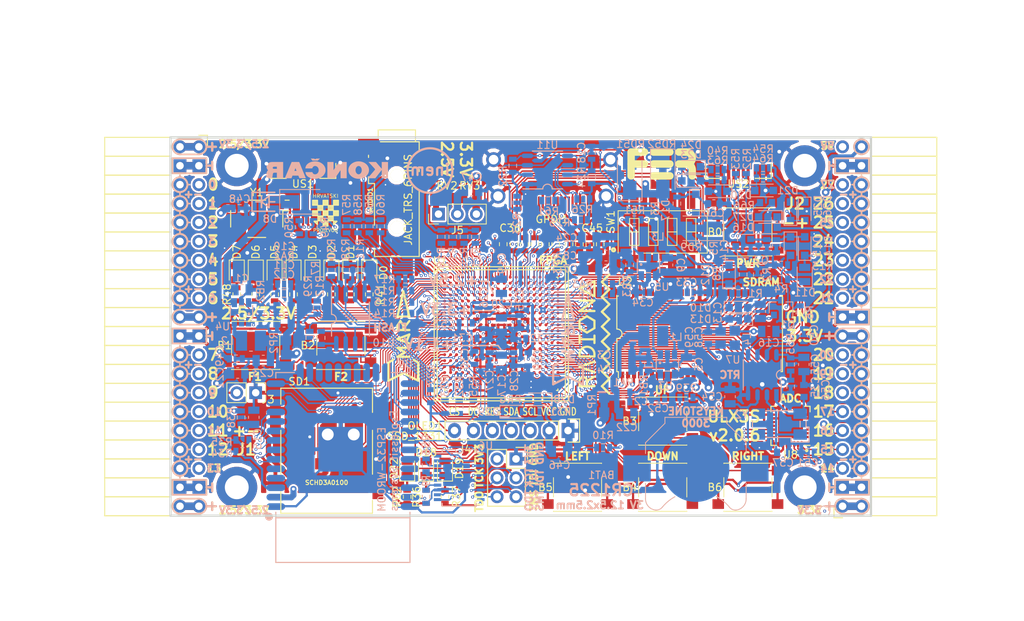
<source format=kicad_pcb>
(kicad_pcb (version 20171130) (host pcbnew 5.0.0-rc3+dfsg1-2)
  (layers (0 F.Cu signal) (1 In1.Cu signal) (2 In2.Cu signal) (31 B.Cu signal) (34 B.Paste user) (35 F.Paste user) (36 B.SilkS user) (37 F.SilkS user hide) (38 B.Mask user) (39 F.Mask user) (44 Edge.Cuts user))
  (net 0 "")
  (net 1 GND)
  (net 2 +5V)
  (net 3 /gpio/IN5V)
  (net 4 /gpio/OUT5V)
  (net 5 +3V3)
  (net 6 BTN_D)
  (net 7 BTN_F1)
  (net 8 BTN_F2)
  (net 9 BTN_L)
  (net 10 BTN_R)
  (net 11 BTN_U)
  (net 12 /power/FB1)
  (net 13 +2V5)
  (net 14 /power/PWREN)
  (net 15 /power/FB3)
  (net 16 /power/FB2)
  (net 17 /power/VBAT)
  (net 18 JTAG_TDI)
  (net 19 JTAG_TCK)
  (net 20 JTAG_TMS)
  (net 21 JTAG_TDO)
  (net 22 /power/WAKEUPn)
  (net 23 /power/WKUP)
  (net 24 /power/SHUT)
  (net 25 /power/WAKE)
  (net 26 /power/HOLD)
  (net 27 /power/WKn)
  (net 28 /power/OSCI_32k)
  (net 29 /power/OSCO_32k)
  (net 30 SHUTDOWN)
  (net 31 GPDI_SDA)
  (net 32 GPDI_SCL)
  (net 33 /gpdi/VREF2)
  (net 34 SD_CMD)
  (net 35 SD_CLK)
  (net 36 SD_D0)
  (net 37 SD_D1)
  (net 38 USB5V)
  (net 39 GPDI_CEC)
  (net 40 nRESET)
  (net 41 FTDI_nDTR)
  (net 42 SDRAM_CKE)
  (net 43 SDRAM_A7)
  (net 44 SDRAM_D15)
  (net 45 SDRAM_BA1)
  (net 46 SDRAM_D7)
  (net 47 SDRAM_A6)
  (net 48 SDRAM_CLK)
  (net 49 SDRAM_D13)
  (net 50 SDRAM_BA0)
  (net 51 SDRAM_D6)
  (net 52 SDRAM_A5)
  (net 53 SDRAM_D14)
  (net 54 SDRAM_A11)
  (net 55 SDRAM_D12)
  (net 56 SDRAM_D5)
  (net 57 SDRAM_A4)
  (net 58 SDRAM_A10)
  (net 59 SDRAM_D11)
  (net 60 SDRAM_A3)
  (net 61 SDRAM_D4)
  (net 62 SDRAM_D10)
  (net 63 SDRAM_D9)
  (net 64 SDRAM_A9)
  (net 65 SDRAM_D3)
  (net 66 SDRAM_D8)
  (net 67 SDRAM_A8)
  (net 68 SDRAM_A2)
  (net 69 SDRAM_A1)
  (net 70 SDRAM_A0)
  (net 71 SDRAM_D2)
  (net 72 SDRAM_D1)
  (net 73 SDRAM_D0)
  (net 74 SDRAM_DQM0)
  (net 75 SDRAM_nCS)
  (net 76 SDRAM_nRAS)
  (net 77 SDRAM_DQM1)
  (net 78 SDRAM_nCAS)
  (net 79 SDRAM_nWE)
  (net 80 /flash/FLASH_nWP)
  (net 81 /flash/FLASH_nHOLD)
  (net 82 /flash/FLASH_MOSI)
  (net 83 /flash/FLASH_MISO)
  (net 84 /flash/FLASH_SCK)
  (net 85 /flash/FLASH_nCS)
  (net 86 /flash/FPGA_PROGRAMN)
  (net 87 /flash/FPGA_DONE)
  (net 88 /flash/FPGA_INITN)
  (net 89 OLED_RES)
  (net 90 OLED_DC)
  (net 91 OLED_CS)
  (net 92 WIFI_EN)
  (net 93 FTDI_nRTS)
  (net 94 FTDI_TXD)
  (net 95 FTDI_RXD)
  (net 96 WIFI_RXD)
  (net 97 WIFI_GPIO0)
  (net 98 WIFI_TXD)
  (net 99 USB_FTDI_D+)
  (net 100 USB_FTDI_D-)
  (net 101 SD_D3)
  (net 102 AUDIO_L3)
  (net 103 AUDIO_L2)
  (net 104 AUDIO_L1)
  (net 105 AUDIO_L0)
  (net 106 AUDIO_R3)
  (net 107 AUDIO_R2)
  (net 108 AUDIO_R1)
  (net 109 AUDIO_R0)
  (net 110 OLED_CLK)
  (net 111 OLED_MOSI)
  (net 112 LED0)
  (net 113 LED1)
  (net 114 LED2)
  (net 115 LED3)
  (net 116 LED4)
  (net 117 LED5)
  (net 118 LED6)
  (net 119 LED7)
  (net 120 BTN_PWRn)
  (net 121 FTDI_nTXLED)
  (net 122 FTDI_nSLEEP)
  (net 123 /blinkey/LED_PWREN)
  (net 124 /blinkey/LED_TXLED)
  (net 125 /sdcard/SD3V3)
  (net 126 SD_D2)
  (net 127 CLK_25MHz)
  (net 128 /blinkey/BTNPUL)
  (net 129 /blinkey/BTNPUR)
  (net 130 USB_FPGA_D+)
  (net 131 /power/FTDI_nSUSPEND)
  (net 132 /blinkey/ALED0)
  (net 133 /blinkey/ALED1)
  (net 134 /blinkey/ALED2)
  (net 135 /blinkey/ALED3)
  (net 136 /blinkey/ALED4)
  (net 137 /blinkey/ALED5)
  (net 138 /blinkey/ALED6)
  (net 139 /blinkey/ALED7)
  (net 140 /usb/FTD-)
  (net 141 /usb/FTD+)
  (net 142 ADC_MISO)
  (net 143 ADC_MOSI)
  (net 144 ADC_CSn)
  (net 145 ADC_SCLK)
  (net 146 SW3)
  (net 147 SW2)
  (net 148 SW1)
  (net 149 USB_FPGA_D-)
  (net 150 /usb/FPD+)
  (net 151 /usb/FPD-)
  (net 152 WIFI_GPIO16)
  (net 153 /usb/ANT_433MHz)
  (net 154 PROG_DONE)
  (net 155 /power/P3V3)
  (net 156 /power/P2V5)
  (net 157 /power/L1)
  (net 158 /power/L3)
  (net 159 /power/L2)
  (net 160 FTDI_TXDEN)
  (net 161 SDRAM_A12)
  (net 162 /analog/AUDIO_V)
  (net 163 AUDIO_V3)
  (net 164 AUDIO_V2)
  (net 165 AUDIO_V1)
  (net 166 AUDIO_V0)
  (net 167 /blinkey/LED_WIFI)
  (net 168 /power/P1V1)
  (net 169 +1V1)
  (net 170 SW4)
  (net 171 /blinkey/SWPU)
  (net 172 /wifi/WIFIEN)
  (net 173 FT2V5)
  (net 174 GN0)
  (net 175 GP0)
  (net 176 GN1)
  (net 177 GP1)
  (net 178 GN2)
  (net 179 GP2)
  (net 180 GN3)
  (net 181 GP3)
  (net 182 GN4)
  (net 183 GP4)
  (net 184 GN5)
  (net 185 GP5)
  (net 186 GN6)
  (net 187 GP6)
  (net 188 GN14)
  (net 189 GP14)
  (net 190 GN15)
  (net 191 GP15)
  (net 192 GN16)
  (net 193 GP16)
  (net 194 GN17)
  (net 195 GP17)
  (net 196 GN18)
  (net 197 GP18)
  (net 198 GN19)
  (net 199 GP19)
  (net 200 GN20)
  (net 201 GP20)
  (net 202 GN21)
  (net 203 GP21)
  (net 204 GN22)
  (net 205 GP22)
  (net 206 GN23)
  (net 207 GP23)
  (net 208 GN24)
  (net 209 GP24)
  (net 210 GN25)
  (net 211 GP25)
  (net 212 GN26)
  (net 213 GP26)
  (net 214 GN27)
  (net 215 GP27)
  (net 216 GN7)
  (net 217 GP7)
  (net 218 GN8)
  (net 219 GP8)
  (net 220 GN9)
  (net 221 GP9)
  (net 222 GN10)
  (net 223 GP10)
  (net 224 GN11)
  (net 225 GP11)
  (net 226 GN12)
  (net 227 GP12)
  (net 228 GN13)
  (net 229 GP13)
  (net 230 WIFI_GPIO5)
  (net 231 WIFI_GPIO17)
  (net 232 USB_FPGA_PULL_D+)
  (net 233 USB_FPGA_PULL_D-)
  (net 234 "Net-(D23-Pad2)")
  (net 235 "Net-(D24-Pad1)")
  (net 236 "Net-(D25-Pad2)")
  (net 237 "Net-(D26-Pad1)")
  (net 238 /gpdi/GPDI_ETH+)
  (net 239 FPDI_ETH+)
  (net 240 /gpdi/GPDI_ETH-)
  (net 241 FPDI_ETH-)
  (net 242 /gpdi/GPDI_D2-)
  (net 243 FPDI_D2-)
  (net 244 /gpdi/GPDI_D1-)
  (net 245 FPDI_D1-)
  (net 246 /gpdi/GPDI_D0-)
  (net 247 FPDI_D0-)
  (net 248 /gpdi/GPDI_CLK-)
  (net 249 FPDI_CLK-)
  (net 250 /gpdi/GPDI_D2+)
  (net 251 FPDI_D2+)
  (net 252 /gpdi/GPDI_D1+)
  (net 253 FPDI_D1+)
  (net 254 /gpdi/GPDI_D0+)
  (net 255 FPDI_D0+)
  (net 256 /gpdi/GPDI_CLK+)
  (net 257 FPDI_CLK+)
  (net 258 FPDI_SDA)
  (net 259 FPDI_SCL)
  (net 260 /gpdi/FPDI_CEC)
  (net 261 2V5_3V3)
  (net 262 "Net-(AUDIO1-Pad5)")
  (net 263 "Net-(AUDIO1-Pad6)")
  (net 264 "Net-(U1-PadA15)")
  (net 265 "Net-(U1-PadC9)")
  (net 266 "Net-(U1-PadD9)")
  (net 267 "Net-(U1-PadD10)")
  (net 268 "Net-(U1-PadD11)")
  (net 269 "Net-(U1-PadD12)")
  (net 270 "Net-(U1-PadE6)")
  (net 271 "Net-(U1-PadE9)")
  (net 272 "Net-(U1-PadE10)")
  (net 273 "Net-(U1-PadE11)")
  (net 274 "Net-(U1-PadJ4)")
  (net 275 "Net-(U1-PadJ5)")
  (net 276 "Net-(U1-PadK5)")
  (net 277 "Net-(U1-PadL5)")
  (net 278 "Net-(U1-PadM5)")
  (net 279 SD_CD)
  (net 280 SD_WP)
  (net 281 "Net-(U1-PadR3)")
  (net 282 "Net-(U1-PadT16)")
  (net 283 "Net-(U1-PadW4)")
  (net 284 "Net-(U1-PadW5)")
  (net 285 "Net-(U1-PadW8)")
  (net 286 "Net-(U1-PadW9)")
  (net 287 "Net-(U1-PadW13)")
  (net 288 "Net-(U1-PadW14)")
  (net 289 "Net-(U1-PadW17)")
  (net 290 "Net-(U1-PadW18)")
  (net 291 FTDI_nRXLED)
  (net 292 "Net-(U8-Pad12)")
  (net 293 "Net-(U8-Pad25)")
  (net 294 "Net-(U9-Pad32)")
  (net 295 "Net-(U9-Pad22)")
  (net 296 "Net-(U9-Pad21)")
  (net 297 "Net-(U9-Pad20)")
  (net 298 "Net-(U9-Pad19)")
  (net 299 "Net-(U9-Pad18)")
  (net 300 "Net-(U9-Pad17)")
  (net 301 "Net-(U9-Pad12)")
  (net 302 "Net-(U9-Pad5)")
  (net 303 "Net-(U9-Pad4)")
  (net 304 "Net-(US1-Pad4)")
  (net 305 "Net-(Y2-Pad3)")
  (net 306 "Net-(Y2-Pad2)")
  (net 307 "Net-(U1-PadK16)")
  (net 308 "Net-(U1-PadK17)")
  (net 309 /usb/US2VBUS)
  (net 310 /power/SHD)
  (net 311 /power/RTCVDD)
  (net 312 "Net-(D27-Pad2)")
  (net 313 US2_ID)
  (net 314 /analog/AUDIO_L)
  (net 315 /analog/AUDIO_R)
  (net 316 /analog/ADC3V3)
  (net 317 PWRBTn)
  (net 318 USER_PROGRAMN)
  (module lfe5bg381:BGA-381_pitch0.8mm_dia0.4mm (layer F.Cu) (at 138.48 87.8)
    (fp_text reference U1 (at -8.2 -9.8) (layer F.SilkS))
    (fp_text value LFE5U-85F-6BG381C)
    (pad Y19 smd circle (at 6.8 7.6) (size 0.4 0.35) (layers F.Cu F.Paste F.Mask) (net 1 GND))
    (pad Y17 smd circle (at 5.2 7.6) (size 0.4 0.35) (layers F.Cu F.Paste F.Mask) (net 1 GND))
    (pad Y16 smd circle (at 4.4 7.6) (size 0.4 0.35) (layers F.Cu F.Paste F.Mask) (net 1 GND))
    (pad Y15 smd circle (at 3.6 7.6) (size 0.4 0.35) (layers F.Cu F.Paste F.Mask) (net 1 GND))
    (pad Y14 smd circle (at 2.8 7.6) (size 0.4 0.35) (layers F.Cu F.Paste F.Mask) (net 1 GND))
    (pad Y12 smd circle (at 1.2 7.6) (size 0.4 0.35) (layers F.Cu F.Paste F.Mask) (net 1 GND))
    (pad Y11 smd circle (at 0.4 7.6) (size 0.4 0.35) (layers F.Cu F.Paste F.Mask) (net 1 GND))
    (pad Y8 smd circle (at -2 7.6) (size 0.4 0.35) (layers F.Cu F.Paste F.Mask) (net 1 GND))
    (pad Y7 smd circle (at -2.8 7.6) (size 0.4 0.35) (layers F.Cu F.Paste F.Mask) (net 1 GND))
    (pad Y6 smd circle (at -3.6 7.6) (size 0.4 0.35) (layers F.Cu F.Paste F.Mask) (net 1 GND))
    (pad Y5 smd circle (at -4.4 7.6) (size 0.4 0.35) (layers F.Cu F.Paste F.Mask) (net 1 GND))
    (pad Y3 smd circle (at -6 7.6) (size 0.4 0.35) (layers F.Cu F.Paste F.Mask) (net 87 /flash/FPGA_DONE))
    (pad Y2 smd circle (at -6.8 7.6) (size 0.4 0.35) (layers F.Cu F.Paste F.Mask) (net 80 /flash/FLASH_nWP))
    (pad W20 smd circle (at 7.6 6.8) (size 0.4 0.35) (layers F.Cu F.Paste F.Mask) (net 1 GND))
    (pad W19 smd circle (at 6.8 6.8) (size 0.4 0.35) (layers F.Cu F.Paste F.Mask) (net 1 GND))
    (pad W18 smd circle (at 6 6.8) (size 0.4 0.35) (layers F.Cu F.Paste F.Mask) (net 290 "Net-(U1-PadW18)"))
    (pad W17 smd circle (at 5.2 6.8) (size 0.4 0.35) (layers F.Cu F.Paste F.Mask) (net 289 "Net-(U1-PadW17)"))
    (pad W16 smd circle (at 4.4 6.8) (size 0.4 0.35) (layers F.Cu F.Paste F.Mask) (net 1 GND))
    (pad W15 smd circle (at 3.6 6.8) (size 0.4 0.35) (layers F.Cu F.Paste F.Mask) (net 1 GND))
    (pad W14 smd circle (at 2.8 6.8) (size 0.4 0.35) (layers F.Cu F.Paste F.Mask) (net 288 "Net-(U1-PadW14)"))
    (pad W13 smd circle (at 2 6.8) (size 0.4 0.35) (layers F.Cu F.Paste F.Mask) (net 287 "Net-(U1-PadW13)"))
    (pad W12 smd circle (at 1.2 6.8) (size 0.4 0.35) (layers F.Cu F.Paste F.Mask) (net 1 GND))
    (pad W11 smd circle (at 0.4 6.8) (size 0.4 0.35) (layers F.Cu F.Paste F.Mask))
    (pad W10 smd circle (at -0.4 6.8) (size 0.4 0.35) (layers F.Cu F.Paste F.Mask))
    (pad W9 smd circle (at -1.2 6.8) (size 0.4 0.35) (layers F.Cu F.Paste F.Mask) (net 286 "Net-(U1-PadW9)"))
    (pad W8 smd circle (at -2 6.8) (size 0.4 0.35) (layers F.Cu F.Paste F.Mask) (net 285 "Net-(U1-PadW8)"))
    (pad W7 smd circle (at -2.8 6.8) (size 0.4 0.35) (layers F.Cu F.Paste F.Mask) (net 1 GND))
    (pad W6 smd circle (at -3.6 6.8) (size 0.4 0.35) (layers F.Cu F.Paste F.Mask) (net 1 GND))
    (pad W5 smd circle (at -4.4 6.8) (size 0.4 0.35) (layers F.Cu F.Paste F.Mask) (net 284 "Net-(U1-PadW5)"))
    (pad W4 smd circle (at -5.2 6.8) (size 0.4 0.35) (layers F.Cu F.Paste F.Mask) (net 283 "Net-(U1-PadW4)"))
    (pad W3 smd circle (at -6 6.8) (size 0.4 0.35) (layers F.Cu F.Paste F.Mask) (net 86 /flash/FPGA_PROGRAMN))
    (pad W2 smd circle (at -6.8 6.8) (size 0.4 0.35) (layers F.Cu F.Paste F.Mask) (net 82 /flash/FLASH_MOSI))
    (pad W1 smd circle (at -7.6 6.8) (size 0.4 0.35) (layers F.Cu F.Paste F.Mask) (net 81 /flash/FLASH_nHOLD))
    (pad V20 smd circle (at 7.6 6) (size 0.4 0.35) (layers F.Cu F.Paste F.Mask) (net 1 GND))
    (pad V19 smd circle (at 6.8 6) (size 0.4 0.35) (layers F.Cu F.Paste F.Mask) (net 1 GND))
    (pad V18 smd circle (at 6 6) (size 0.4 0.35) (layers F.Cu F.Paste F.Mask) (net 1 GND))
    (pad V17 smd circle (at 5.2 6) (size 0.4 0.35) (layers F.Cu F.Paste F.Mask) (net 1 GND))
    (pad V16 smd circle (at 4.4 6) (size 0.4 0.35) (layers F.Cu F.Paste F.Mask) (net 1 GND))
    (pad V15 smd circle (at 3.6 6) (size 0.4 0.35) (layers F.Cu F.Paste F.Mask) (net 1 GND))
    (pad V14 smd circle (at 2.8 6) (size 0.4 0.35) (layers F.Cu F.Paste F.Mask) (net 1 GND))
    (pad V13 smd circle (at 2 6) (size 0.4 0.35) (layers F.Cu F.Paste F.Mask) (net 1 GND))
    (pad V12 smd circle (at 1.2 6) (size 0.4 0.35) (layers F.Cu F.Paste F.Mask) (net 1 GND))
    (pad V11 smd circle (at 0.4 6) (size 0.4 0.35) (layers F.Cu F.Paste F.Mask) (net 1 GND))
    (pad V10 smd circle (at -0.4 6) (size 0.4 0.35) (layers F.Cu F.Paste F.Mask) (net 1 GND))
    (pad V9 smd circle (at -1.2 6) (size 0.4 0.35) (layers F.Cu F.Paste F.Mask) (net 1 GND))
    (pad V8 smd circle (at -2 6) (size 0.4 0.35) (layers F.Cu F.Paste F.Mask) (net 1 GND))
    (pad V7 smd circle (at -2.8 6) (size 0.4 0.35) (layers F.Cu F.Paste F.Mask) (net 1 GND))
    (pad V6 smd circle (at -3.6 6) (size 0.4 0.35) (layers F.Cu F.Paste F.Mask) (net 1 GND))
    (pad V5 smd circle (at -4.4 6) (size 0.4 0.35) (layers F.Cu F.Paste F.Mask) (net 1 GND))
    (pad V4 smd circle (at -5.2 6) (size 0.4 0.35) (layers F.Cu F.Paste F.Mask) (net 21 JTAG_TDO))
    (pad V3 smd circle (at -6 6) (size 0.4 0.35) (layers F.Cu F.Paste F.Mask) (net 88 /flash/FPGA_INITN))
    (pad V2 smd circle (at -6.8 6) (size 0.4 0.35) (layers F.Cu F.Paste F.Mask) (net 83 /flash/FLASH_MISO))
    (pad V1 smd circle (at -7.6 6) (size 0.4 0.35) (layers F.Cu F.Paste F.Mask) (net 6 BTN_D))
    (pad U20 smd circle (at 7.6 5.2) (size 0.4 0.35) (layers F.Cu F.Paste F.Mask) (net 46 SDRAM_D7))
    (pad U19 smd circle (at 6.8 5.2) (size 0.4 0.35) (layers F.Cu F.Paste F.Mask) (net 74 SDRAM_DQM0))
    (pad U18 smd circle (at 6 5.2) (size 0.4 0.35) (layers F.Cu F.Paste F.Mask) (net 189 GP14))
    (pad U17 smd circle (at 5.2 5.2) (size 0.4 0.35) (layers F.Cu F.Paste F.Mask) (net 188 GN14))
    (pad U16 smd circle (at 4.4 5.2) (size 0.4 0.35) (layers F.Cu F.Paste F.Mask) (net 142 ADC_MISO))
    (pad U15 smd circle (at 3.6 5.2) (size 0.4 0.35) (layers F.Cu F.Paste F.Mask) (net 1 GND))
    (pad U14 smd circle (at 2.8 5.2) (size 0.4 0.35) (layers F.Cu F.Paste F.Mask) (net 1 GND))
    (pad U13 smd circle (at 2 5.2) (size 0.4 0.35) (layers F.Cu F.Paste F.Mask) (net 1 GND))
    (pad U12 smd circle (at 1.2 5.2) (size 0.4 0.35) (layers F.Cu F.Paste F.Mask) (net 1 GND))
    (pad U11 smd circle (at 0.4 5.2) (size 0.4 0.35) (layers F.Cu F.Paste F.Mask) (net 1 GND))
    (pad U10 smd circle (at -0.4 5.2) (size 0.4 0.35) (layers F.Cu F.Paste F.Mask) (net 1 GND))
    (pad U9 smd circle (at -1.2 5.2) (size 0.4 0.35) (layers F.Cu F.Paste F.Mask) (net 1 GND))
    (pad U8 smd circle (at -2 5.2) (size 0.4 0.35) (layers F.Cu F.Paste F.Mask) (net 1 GND))
    (pad U7 smd circle (at -2.8 5.2) (size 0.4 0.35) (layers F.Cu F.Paste F.Mask) (net 1 GND))
    (pad U6 smd circle (at -3.6 5.2) (size 0.4 0.35) (layers F.Cu F.Paste F.Mask) (net 1 GND))
    (pad U5 smd circle (at -4.4 5.2) (size 0.4 0.35) (layers F.Cu F.Paste F.Mask) (net 20 JTAG_TMS))
    (pad U4 smd circle (at -5.2 5.2) (size 0.4 0.35) (layers F.Cu F.Paste F.Mask) (net 1 GND))
    (pad U3 smd circle (at -6 5.2) (size 0.4 0.35) (layers F.Cu F.Paste F.Mask) (net 84 /flash/FLASH_SCK))
    (pad U2 smd circle (at -6.8 5.2) (size 0.4 0.35) (layers F.Cu F.Paste F.Mask) (net 5 +3V3))
    (pad U1 smd circle (at -7.6 5.2) (size 0.4 0.35) (layers F.Cu F.Paste F.Mask) (net 9 BTN_L))
    (pad T20 smd circle (at 7.6 4.4) (size 0.4 0.35) (layers F.Cu F.Paste F.Mask) (net 79 SDRAM_nWE))
    (pad T19 smd circle (at 6.8 4.4) (size 0.4 0.35) (layers F.Cu F.Paste F.Mask) (net 78 SDRAM_nCAS))
    (pad T18 smd circle (at 6 4.4) (size 0.4 0.35) (layers F.Cu F.Paste F.Mask) (net 56 SDRAM_D5))
    (pad T17 smd circle (at 5.2 4.4) (size 0.4 0.35) (layers F.Cu F.Paste F.Mask) (net 51 SDRAM_D6))
    (pad T16 smd circle (at 4.4 4.4) (size 0.4 0.35) (layers F.Cu F.Paste F.Mask) (net 282 "Net-(U1-PadT16)"))
    (pad T15 smd circle (at 3.6 4.4) (size 0.4 0.35) (layers F.Cu F.Paste F.Mask) (net 1 GND))
    (pad T14 smd circle (at 2.8 4.4) (size 0.4 0.35) (layers F.Cu F.Paste F.Mask) (net 1 GND))
    (pad T13 smd circle (at 2 4.4) (size 0.4 0.35) (layers F.Cu F.Paste F.Mask) (net 1 GND))
    (pad T12 smd circle (at 1.2 4.4) (size 0.4 0.35) (layers F.Cu F.Paste F.Mask) (net 1 GND))
    (pad T11 smd circle (at 0.4 4.4) (size 0.4 0.35) (layers F.Cu F.Paste F.Mask) (net 1 GND))
    (pad T10 smd circle (at -0.4 4.4) (size 0.4 0.35) (layers F.Cu F.Paste F.Mask) (net 1 GND))
    (pad T9 smd circle (at -1.2 4.4) (size 0.4 0.35) (layers F.Cu F.Paste F.Mask) (net 1 GND))
    (pad T8 smd circle (at -2 4.4) (size 0.4 0.35) (layers F.Cu F.Paste F.Mask) (net 1 GND))
    (pad T7 smd circle (at -2.8 4.4) (size 0.4 0.35) (layers F.Cu F.Paste F.Mask) (net 1 GND))
    (pad T6 smd circle (at -3.6 4.4) (size 0.4 0.35) (layers F.Cu F.Paste F.Mask) (net 1 GND))
    (pad T5 smd circle (at -4.4 4.4) (size 0.4 0.35) (layers F.Cu F.Paste F.Mask) (net 19 JTAG_TCK))
    (pad T4 smd circle (at -5.2 4.4) (size 0.4 0.35) (layers F.Cu F.Paste F.Mask) (net 5 +3V3))
    (pad T3 smd circle (at -6 4.4) (size 0.4 0.35) (layers F.Cu F.Paste F.Mask) (net 5 +3V3))
    (pad T2 smd circle (at -6.8 4.4) (size 0.4 0.35) (layers F.Cu F.Paste F.Mask) (net 5 +3V3))
    (pad T1 smd circle (at -7.6 4.4) (size 0.4 0.35) (layers F.Cu F.Paste F.Mask) (net 8 BTN_F2))
    (pad R20 smd circle (at 7.6 3.6) (size 0.4 0.35) (layers F.Cu F.Paste F.Mask) (net 76 SDRAM_nRAS))
    (pad R19 smd circle (at 6.8 3.6) (size 0.4 0.35) (layers F.Cu F.Paste F.Mask) (net 1 GND))
    (pad R18 smd circle (at 6 3.6) (size 0.4 0.35) (layers F.Cu F.Paste F.Mask) (net 11 BTN_U))
    (pad R17 smd circle (at 5.2 3.6) (size 0.4 0.35) (layers F.Cu F.Paste F.Mask) (net 144 ADC_CSn))
    (pad R16 smd circle (at 4.4 3.6) (size 0.4 0.35) (layers F.Cu F.Paste F.Mask) (net 143 ADC_MOSI))
    (pad R5 smd circle (at -4.4 3.6) (size 0.4 0.35) (layers F.Cu F.Paste F.Mask) (net 18 JTAG_TDI))
    (pad R4 smd circle (at -5.2 3.6) (size 0.4 0.35) (layers F.Cu F.Paste F.Mask) (net 1 GND))
    (pad R3 smd circle (at -6 3.6) (size 0.4 0.35) (layers F.Cu F.Paste F.Mask) (net 281 "Net-(U1-PadR3)"))
    (pad R2 smd circle (at -6.8 3.6) (size 0.4 0.35) (layers F.Cu F.Paste F.Mask) (net 85 /flash/FLASH_nCS))
    (pad R1 smd circle (at -7.6 3.6) (size 0.4 0.35) (layers F.Cu F.Paste F.Mask) (net 7 BTN_F1))
    (pad P20 smd circle (at 7.6 2.8) (size 0.4 0.35) (layers F.Cu F.Paste F.Mask) (net 75 SDRAM_nCS))
    (pad P19 smd circle (at 6.8 2.8) (size 0.4 0.35) (layers F.Cu F.Paste F.Mask) (net 50 SDRAM_BA0))
    (pad P18 smd circle (at 6 2.8) (size 0.4 0.35) (layers F.Cu F.Paste F.Mask) (net 61 SDRAM_D4))
    (pad P17 smd circle (at 5.2 2.8) (size 0.4 0.35) (layers F.Cu F.Paste F.Mask) (net 145 ADC_SCLK))
    (pad P16 smd circle (at 4.4 2.8) (size 0.4 0.35) (layers F.Cu F.Paste F.Mask) (net 190 GN15))
    (pad P15 smd circle (at 3.6 2.8) (size 0.4 0.35) (layers F.Cu F.Paste F.Mask) (net 13 +2V5))
    (pad P14 smd circle (at 2.8 2.8) (size 0.4 0.35) (layers F.Cu F.Paste F.Mask) (net 1 GND))
    (pad P13 smd circle (at 2 2.8) (size 0.4 0.35) (layers F.Cu F.Paste F.Mask) (net 1 GND))
    (pad P12 smd circle (at 1.2 2.8) (size 0.4 0.35) (layers F.Cu F.Paste F.Mask) (net 1 GND))
    (pad P11 smd circle (at 0.4 2.8) (size 0.4 0.35) (layers F.Cu F.Paste F.Mask) (net 1 GND))
    (pad P10 smd circle (at -0.4 2.8) (size 0.4 0.35) (layers F.Cu F.Paste F.Mask) (net 5 +3V3))
    (pad P9 smd circle (at -1.2 2.8) (size 0.4 0.35) (layers F.Cu F.Paste F.Mask) (net 5 +3V3))
    (pad P8 smd circle (at -2 2.8) (size 0.4 0.35) (layers F.Cu F.Paste F.Mask) (net 1 GND))
    (pad P7 smd circle (at -2.8 2.8) (size 0.4 0.35) (layers F.Cu F.Paste F.Mask) (net 1 GND))
    (pad P6 smd circle (at -3.6 2.8) (size 0.4 0.35) (layers F.Cu F.Paste F.Mask) (net 13 +2V5))
    (pad P5 smd circle (at -4.4 2.8) (size 0.4 0.35) (layers F.Cu F.Paste F.Mask) (net 280 SD_WP))
    (pad P4 smd circle (at -5.2 2.8) (size 0.4 0.35) (layers F.Cu F.Paste F.Mask) (net 110 OLED_CLK))
    (pad P3 smd circle (at -6 2.8) (size 0.4 0.35) (layers F.Cu F.Paste F.Mask) (net 111 OLED_MOSI))
    (pad P2 smd circle (at -6.8 2.8) (size 0.4 0.35) (layers F.Cu F.Paste F.Mask) (net 89 OLED_RES))
    (pad P1 smd circle (at -7.6 2.8) (size 0.4 0.35) (layers F.Cu F.Paste F.Mask) (net 90 OLED_DC))
    (pad N20 smd circle (at 7.6 2) (size 0.4 0.35) (layers F.Cu F.Paste F.Mask) (net 45 SDRAM_BA1))
    (pad N19 smd circle (at 6.8 2) (size 0.4 0.35) (layers F.Cu F.Paste F.Mask) (net 58 SDRAM_A10))
    (pad N18 smd circle (at 6 2) (size 0.4 0.35) (layers F.Cu F.Paste F.Mask) (net 65 SDRAM_D3))
    (pad N17 smd circle (at 5.2 2) (size 0.4 0.35) (layers F.Cu F.Paste F.Mask) (net 191 GP15))
    (pad N16 smd circle (at 4.4 2) (size 0.4 0.35) (layers F.Cu F.Paste F.Mask) (net 193 GP16))
    (pad N15 smd circle (at 3.6 2) (size 0.4 0.35) (layers F.Cu F.Paste F.Mask) (net 1 GND))
    (pad N14 smd circle (at 2.8 2) (size 0.4 0.35) (layers F.Cu F.Paste F.Mask) (net 1 GND))
    (pad N13 smd circle (at 2 2) (size 0.4 0.35) (layers F.Cu F.Paste F.Mask) (net 169 +1V1))
    (pad N12 smd circle (at 1.2 2) (size 0.4 0.35) (layers F.Cu F.Paste F.Mask) (net 169 +1V1))
    (pad N11 smd circle (at 0.4 2) (size 0.4 0.35) (layers F.Cu F.Paste F.Mask) (net 169 +1V1))
    (pad N10 smd circle (at -0.4 2) (size 0.4 0.35) (layers F.Cu F.Paste F.Mask) (net 169 +1V1))
    (pad N9 smd circle (at -1.2 2) (size 0.4 0.35) (layers F.Cu F.Paste F.Mask) (net 169 +1V1))
    (pad N8 smd circle (at -2 2) (size 0.4 0.35) (layers F.Cu F.Paste F.Mask) (net 169 +1V1))
    (pad N7 smd circle (at -2.8 2) (size 0.4 0.35) (layers F.Cu F.Paste F.Mask) (net 1 GND))
    (pad N6 smd circle (at -3.6 2) (size 0.4 0.35) (layers F.Cu F.Paste F.Mask) (net 1 GND))
    (pad N5 smd circle (at -4.4 2) (size 0.4 0.35) (layers F.Cu F.Paste F.Mask) (net 279 SD_CD))
    (pad N4 smd circle (at -5.2 2) (size 0.4 0.35) (layers F.Cu F.Paste F.Mask) (net 230 WIFI_GPIO5))
    (pad N3 smd circle (at -6 2) (size 0.4 0.35) (layers F.Cu F.Paste F.Mask) (net 231 WIFI_GPIO17))
    (pad N2 smd circle (at -6.8 2) (size 0.4 0.35) (layers F.Cu F.Paste F.Mask) (net 91 OLED_CS))
    (pad N1 smd circle (at -7.6 2) (size 0.4 0.35) (layers F.Cu F.Paste F.Mask) (net 41 FTDI_nDTR))
    (pad M20 smd circle (at 7.6 1.2) (size 0.4 0.35) (layers F.Cu F.Paste F.Mask) (net 70 SDRAM_A0))
    (pad M19 smd circle (at 6.8 1.2) (size 0.4 0.35) (layers F.Cu F.Paste F.Mask) (net 69 SDRAM_A1))
    (pad M18 smd circle (at 6 1.2) (size 0.4 0.35) (layers F.Cu F.Paste F.Mask) (net 71 SDRAM_D2))
    (pad M17 smd circle (at 5.2 1.2) (size 0.4 0.35) (layers F.Cu F.Paste F.Mask) (net 192 GN16))
    (pad M16 smd circle (at 4.4 1.2) (size 0.4 0.35) (layers F.Cu F.Paste F.Mask) (net 1 GND))
    (pad M15 smd circle (at 3.6 1.2) (size 0.4 0.35) (layers F.Cu F.Paste F.Mask) (net 5 +3V3))
    (pad M14 smd circle (at 2.8 1.2) (size 0.4 0.35) (layers F.Cu F.Paste F.Mask) (net 1 GND))
    (pad M13 smd circle (at 2 1.2) (size 0.4 0.35) (layers F.Cu F.Paste F.Mask) (net 169 +1V1))
    (pad M12 smd circle (at 1.2 1.2) (size 0.4 0.35) (layers F.Cu F.Paste F.Mask) (net 1 GND))
    (pad M11 smd circle (at 0.4 1.2) (size 0.4 0.35) (layers F.Cu F.Paste F.Mask) (net 1 GND))
    (pad M10 smd circle (at -0.4 1.2) (size 0.4 0.35) (layers F.Cu F.Paste F.Mask) (net 1 GND))
    (pad M9 smd circle (at -1.2 1.2) (size 0.4 0.35) (layers F.Cu F.Paste F.Mask) (net 1 GND))
    (pad M8 smd circle (at -2 1.2) (size 0.4 0.35) (layers F.Cu F.Paste F.Mask) (net 169 +1V1))
    (pad M7 smd circle (at -2.8 1.2) (size 0.4 0.35) (layers F.Cu F.Paste F.Mask) (net 1 GND))
    (pad M6 smd circle (at -3.6 1.2) (size 0.4 0.35) (layers F.Cu F.Paste F.Mask) (net 5 +3V3))
    (pad M5 smd circle (at -4.4 1.2) (size 0.4 0.35) (layers F.Cu F.Paste F.Mask) (net 278 "Net-(U1-PadM5)"))
    (pad M4 smd circle (at -5.2 1.2) (size 0.4 0.35) (layers F.Cu F.Paste F.Mask) (net 318 USER_PROGRAMN))
    (pad M3 smd circle (at -6 1.2) (size 0.4 0.35) (layers F.Cu F.Paste F.Mask) (net 93 FTDI_nRTS))
    (pad M2 smd circle (at -6.8 1.2) (size 0.4 0.35) (layers F.Cu F.Paste F.Mask) (net 1 GND))
    (pad M1 smd circle (at -7.6 1.2) (size 0.4 0.35) (layers F.Cu F.Paste F.Mask) (net 94 FTDI_TXD))
    (pad L20 smd circle (at 7.6 0.4) (size 0.4 0.35) (layers F.Cu F.Paste F.Mask) (net 68 SDRAM_A2))
    (pad L19 smd circle (at 6.8 0.4) (size 0.4 0.35) (layers F.Cu F.Paste F.Mask) (net 60 SDRAM_A3))
    (pad L18 smd circle (at 6 0.4) (size 0.4 0.35) (layers F.Cu F.Paste F.Mask) (net 72 SDRAM_D1))
    (pad L17 smd circle (at 5.2 0.4) (size 0.4 0.35) (layers F.Cu F.Paste F.Mask) (net 194 GN17))
    (pad L16 smd circle (at 4.4 0.4) (size 0.4 0.35) (layers F.Cu F.Paste F.Mask) (net 195 GP17))
    (pad L15 smd circle (at 3.6 0.4) (size 0.4 0.35) (layers F.Cu F.Paste F.Mask) (net 5 +3V3))
    (pad L14 smd circle (at 2.8 0.4) (size 0.4 0.35) (layers F.Cu F.Paste F.Mask) (net 5 +3V3))
    (pad L13 smd circle (at 2 0.4) (size 0.4 0.35) (layers F.Cu F.Paste F.Mask) (net 169 +1V1))
    (pad L12 smd circle (at 1.2 0.4) (size 0.4 0.35) (layers F.Cu F.Paste F.Mask) (net 1 GND))
    (pad L11 smd circle (at 0.4 0.4) (size 0.4 0.35) (layers F.Cu F.Paste F.Mask) (net 1 GND))
    (pad L10 smd circle (at -0.4 0.4) (size 0.4 0.35) (layers F.Cu F.Paste F.Mask) (net 1 GND))
    (pad L9 smd circle (at -1.2 0.4) (size 0.4 0.35) (layers F.Cu F.Paste F.Mask) (net 1 GND))
    (pad L8 smd circle (at -2 0.4) (size 0.4 0.35) (layers F.Cu F.Paste F.Mask) (net 169 +1V1))
    (pad L7 smd circle (at -2.8 0.4) (size 0.4 0.35) (layers F.Cu F.Paste F.Mask) (net 5 +3V3))
    (pad L6 smd circle (at -3.6 0.4) (size 0.4 0.35) (layers F.Cu F.Paste F.Mask) (net 5 +3V3))
    (pad L5 smd circle (at -4.4 0.4) (size 0.4 0.35) (layers F.Cu F.Paste F.Mask) (net 277 "Net-(U1-PadL5)"))
    (pad L4 smd circle (at -5.2 0.4) (size 0.4 0.35) (layers F.Cu F.Paste F.Mask) (net 95 FTDI_RXD))
    (pad L3 smd circle (at -6 0.4) (size 0.4 0.35) (layers F.Cu F.Paste F.Mask) (net 160 FTDI_TXDEN))
    (pad L2 smd circle (at -6.8 0.4) (size 0.4 0.35) (layers F.Cu F.Paste F.Mask) (net 97 WIFI_GPIO0))
    (pad L1 smd circle (at -7.6 0.4) (size 0.4 0.35) (layers F.Cu F.Paste F.Mask) (net 152 WIFI_GPIO16))
    (pad K20 smd circle (at 7.6 -0.4) (size 0.4 0.35) (layers F.Cu F.Paste F.Mask) (net 57 SDRAM_A4))
    (pad K19 smd circle (at 6.8 -0.4) (size 0.4 0.35) (layers F.Cu F.Paste F.Mask) (net 52 SDRAM_A5))
    (pad K18 smd circle (at 6 -0.4) (size 0.4 0.35) (layers F.Cu F.Paste F.Mask) (net 47 SDRAM_A6))
    (pad K17 smd circle (at 5.2 -0.4) (size 0.4 0.35) (layers F.Cu F.Paste F.Mask) (net 308 "Net-(U1-PadK17)"))
    (pad K16 smd circle (at 4.4 -0.4) (size 0.4 0.35) (layers F.Cu F.Paste F.Mask) (net 307 "Net-(U1-PadK16)"))
    (pad K15 smd circle (at 3.6 -0.4) (size 0.4 0.35) (layers F.Cu F.Paste F.Mask) (net 1 GND))
    (pad K14 smd circle (at 2.8 -0.4) (size 0.4 0.35) (layers F.Cu F.Paste F.Mask) (net 1 GND))
    (pad K13 smd circle (at 2 -0.4) (size 0.4 0.35) (layers F.Cu F.Paste F.Mask) (net 169 +1V1))
    (pad K12 smd circle (at 1.2 -0.4) (size 0.4 0.35) (layers F.Cu F.Paste F.Mask) (net 1 GND))
    (pad K11 smd circle (at 0.4 -0.4) (size 0.4 0.35) (layers F.Cu F.Paste F.Mask) (net 1 GND))
    (pad K10 smd circle (at -0.4 -0.4) (size 0.4 0.35) (layers F.Cu F.Paste F.Mask) (net 1 GND))
    (pad K9 smd circle (at -1.2 -0.4) (size 0.4 0.35) (layers F.Cu F.Paste F.Mask) (net 1 GND))
    (pad K8 smd circle (at -2 -0.4) (size 0.4 0.35) (layers F.Cu F.Paste F.Mask) (net 169 +1V1))
    (pad K7 smd circle (at -2.8 -0.4) (size 0.4 0.35) (layers F.Cu F.Paste F.Mask) (net 1 GND))
    (pad K6 smd circle (at -3.6 -0.4) (size 0.4 0.35) (layers F.Cu F.Paste F.Mask) (net 1 GND))
    (pad K5 smd circle (at -4.4 -0.4) (size 0.4 0.35) (layers F.Cu F.Paste F.Mask) (net 276 "Net-(U1-PadK5)"))
    (pad K4 smd circle (at -5.2 -0.4) (size 0.4 0.35) (layers F.Cu F.Paste F.Mask) (net 98 WIFI_TXD))
    (pad K3 smd circle (at -6 -0.4) (size 0.4 0.35) (layers F.Cu F.Paste F.Mask) (net 96 WIFI_RXD))
    (pad K2 smd circle (at -6.8 -0.4) (size 0.4 0.35) (layers F.Cu F.Paste F.Mask) (net 101 SD_D3))
    (pad K1 smd circle (at -7.6 -0.4) (size 0.4 0.35) (layers F.Cu F.Paste F.Mask) (net 126 SD_D2))
    (pad J20 smd circle (at 7.6 -1.2) (size 0.4 0.35) (layers F.Cu F.Paste F.Mask) (net 43 SDRAM_A7))
    (pad J19 smd circle (at 6.8 -1.2) (size 0.4 0.35) (layers F.Cu F.Paste F.Mask) (net 67 SDRAM_A8))
    (pad J18 smd circle (at 6 -1.2) (size 0.4 0.35) (layers F.Cu F.Paste F.Mask) (net 53 SDRAM_D14))
    (pad J17 smd circle (at 5.2 -1.2) (size 0.4 0.35) (layers F.Cu F.Paste F.Mask) (net 44 SDRAM_D15))
    (pad J16 smd circle (at 4.4 -1.2) (size 0.4 0.35) (layers F.Cu F.Paste F.Mask) (net 73 SDRAM_D0))
    (pad J15 smd circle (at 3.6 -1.2) (size 0.4 0.35) (layers F.Cu F.Paste F.Mask) (net 5 +3V3))
    (pad J14 smd circle (at 2.8 -1.2) (size 0.4 0.35) (layers F.Cu F.Paste F.Mask) (net 1 GND))
    (pad J13 smd circle (at 2 -1.2) (size 0.4 0.35) (layers F.Cu F.Paste F.Mask) (net 169 +1V1))
    (pad J12 smd circle (at 1.2 -1.2) (size 0.4 0.35) (layers F.Cu F.Paste F.Mask) (net 1 GND))
    (pad J11 smd circle (at 0.4 -1.2) (size 0.4 0.35) (layers F.Cu F.Paste F.Mask) (net 1 GND))
    (pad J10 smd circle (at -0.4 -1.2) (size 0.4 0.35) (layers F.Cu F.Paste F.Mask) (net 1 GND))
    (pad J9 smd circle (at -1.2 -1.2) (size 0.4 0.35) (layers F.Cu F.Paste F.Mask) (net 1 GND))
    (pad J8 smd circle (at -2 -1.2) (size 0.4 0.35) (layers F.Cu F.Paste F.Mask) (net 169 +1V1))
    (pad J7 smd circle (at -2.8 -1.2) (size 0.4 0.35) (layers F.Cu F.Paste F.Mask) (net 1 GND))
    (pad J6 smd circle (at -3.6 -1.2) (size 0.4 0.35) (layers F.Cu F.Paste F.Mask) (net 261 2V5_3V3))
    (pad J5 smd circle (at -4.4 -1.2) (size 0.4 0.35) (layers F.Cu F.Paste F.Mask) (net 275 "Net-(U1-PadJ5)"))
    (pad J4 smd circle (at -5.2 -1.2) (size 0.4 0.35) (layers F.Cu F.Paste F.Mask) (net 274 "Net-(U1-PadJ4)"))
    (pad J3 smd circle (at -6 -1.2) (size 0.4 0.35) (layers F.Cu F.Paste F.Mask) (net 36 SD_D0))
    (pad J2 smd circle (at -6.8 -1.2) (size 0.4 0.35) (layers F.Cu F.Paste F.Mask) (net 1 GND))
    (pad J1 smd circle (at -7.6 -1.2) (size 0.4 0.35) (layers F.Cu F.Paste F.Mask) (net 34 SD_CMD))
    (pad H20 smd circle (at 7.6 -2) (size 0.4 0.35) (layers F.Cu F.Paste F.Mask) (net 64 SDRAM_A9))
    (pad H19 smd circle (at 6.8 -2) (size 0.4 0.35) (layers F.Cu F.Paste F.Mask) (net 1 GND))
    (pad H18 smd circle (at 6 -2) (size 0.4 0.35) (layers F.Cu F.Paste F.Mask) (net 197 GP18))
    (pad H17 smd circle (at 5.2 -2) (size 0.4 0.35) (layers F.Cu F.Paste F.Mask) (net 196 GN18))
    (pad H16 smd circle (at 4.4 -2) (size 0.4 0.35) (layers F.Cu F.Paste F.Mask) (net 10 BTN_R))
    (pad H15 smd circle (at 3.6 -2) (size 0.4 0.35) (layers F.Cu F.Paste F.Mask) (net 5 +3V3))
    (pad H14 smd circle (at 2.8 -2) (size 0.4 0.35) (layers F.Cu F.Paste F.Mask) (net 5 +3V3))
    (pad H13 smd circle (at 2 -2) (size 0.4 0.35) (layers F.Cu F.Paste F.Mask) (net 169 +1V1))
    (pad H12 smd circle (at 1.2 -2) (size 0.4 0.35) (layers F.Cu F.Paste F.Mask) (net 169 +1V1))
    (pad H11 smd circle (at 0.4 -2) (size 0.4 0.35) (layers F.Cu F.Paste F.Mask) (net 169 +1V1))
    (pad H10 smd circle (at -0.4 -2) (size 0.4 0.35) (layers F.Cu F.Paste F.Mask) (net 169 +1V1))
    (pad H9 smd circle (at -1.2 -2) (size 0.4 0.35) (layers F.Cu F.Paste F.Mask) (net 169 +1V1))
    (pad H8 smd circle (at -2 -2) (size 0.4 0.35) (layers F.Cu F.Paste F.Mask) (net 169 +1V1))
    (pad H7 smd circle (at -2.8 -2) (size 0.4 0.35) (layers F.Cu F.Paste F.Mask) (net 261 2V5_3V3))
    (pad H6 smd circle (at -3.6 -2) (size 0.4 0.35) (layers F.Cu F.Paste F.Mask) (net 261 2V5_3V3))
    (pad H5 smd circle (at -4.4 -2) (size 0.4 0.35) (layers F.Cu F.Paste F.Mask) (net 166 AUDIO_V0))
    (pad H4 smd circle (at -5.2 -2) (size 0.4 0.35) (layers F.Cu F.Paste F.Mask) (net 229 GP13))
    (pad H3 smd circle (at -6 -2) (size 0.4 0.35) (layers F.Cu F.Paste F.Mask) (net 119 LED7))
    (pad H2 smd circle (at -6.8 -2) (size 0.4 0.35) (layers F.Cu F.Paste F.Mask) (net 35 SD_CLK))
    (pad H1 smd circle (at -7.6 -2) (size 0.4 0.35) (layers F.Cu F.Paste F.Mask) (net 37 SD_D1))
    (pad G20 smd circle (at 7.6 -2.8) (size 0.4 0.35) (layers F.Cu F.Paste F.Mask) (net 54 SDRAM_A11))
    (pad G19 smd circle (at 6.8 -2.8) (size 0.4 0.35) (layers F.Cu F.Paste F.Mask) (net 161 SDRAM_A12))
    (pad G18 smd circle (at 6 -2.8) (size 0.4 0.35) (layers F.Cu F.Paste F.Mask) (net 198 GN19))
    (pad G17 smd circle (at 5.2 -2.8) (size 0.4 0.35) (layers F.Cu F.Paste F.Mask) (net 1 GND))
    (pad G16 smd circle (at 4.4 -2.8) (size 0.4 0.35) (layers F.Cu F.Paste F.Mask) (net 30 SHUTDOWN))
    (pad G15 smd circle (at 3.6 -2.8) (size 0.4 0.35) (layers F.Cu F.Paste F.Mask) (net 1 GND))
    (pad G14 smd circle (at 2.8 -2.8) (size 0.4 0.35) (layers F.Cu F.Paste F.Mask) (net 1 GND))
    (pad G13 smd circle (at 2 -2.8) (size 0.4 0.35) (layers F.Cu F.Paste F.Mask) (net 1 GND))
    (pad G12 smd circle (at 1.2 -2.8) (size 0.4 0.35) (layers F.Cu F.Paste F.Mask) (net 1 GND))
    (pad G11 smd circle (at 0.4 -2.8) (size 0.4 0.35) (layers F.Cu F.Paste F.Mask) (net 1 GND))
    (pad G10 smd circle (at -0.4 -2.8) (size 0.4 0.35) (layers F.Cu F.Paste F.Mask) (net 1 GND))
    (pad G9 smd circle (at -1.2 -2.8) (size 0.4 0.35) (layers F.Cu F.Paste F.Mask) (net 1 GND))
    (pad G8 smd circle (at -2 -2.8) (size 0.4 0.35) (layers F.Cu F.Paste F.Mask) (net 1 GND))
    (pad G7 smd circle (at -2.8 -2.8) (size 0.4 0.35) (layers F.Cu F.Paste F.Mask) (net 1 GND))
    (pad G6 smd circle (at -3.6 -2.8) (size 0.4 0.35) (layers F.Cu F.Paste F.Mask) (net 1 GND))
    (pad G5 smd circle (at -4.4 -2.8) (size 0.4 0.35) (layers F.Cu F.Paste F.Mask) (net 228 GN13))
    (pad G4 smd circle (at -5.2 -2.8) (size 0.4 0.35) (layers F.Cu F.Paste F.Mask) (net 1 GND))
    (pad G3 smd circle (at -6 -2.8) (size 0.4 0.35) (layers F.Cu F.Paste F.Mask) (net 227 GP12))
    (pad G2 smd circle (at -6.8 -2.8) (size 0.4 0.35) (layers F.Cu F.Paste F.Mask) (net 127 CLK_25MHz))
    (pad G1 smd circle (at -7.6 -2.8) (size 0.4 0.35) (layers F.Cu F.Paste F.Mask) (net 153 /usb/ANT_433MHz))
    (pad F20 smd circle (at 7.6 -3.6) (size 0.4 0.35) (layers F.Cu F.Paste F.Mask) (net 42 SDRAM_CKE))
    (pad F19 smd circle (at 6.8 -3.6) (size 0.4 0.35) (layers F.Cu F.Paste F.Mask) (net 48 SDRAM_CLK))
    (pad F18 smd circle (at 6 -3.6) (size 0.4 0.35) (layers F.Cu F.Paste F.Mask) (net 49 SDRAM_D13))
    (pad F17 smd circle (at 5.2 -3.6) (size 0.4 0.35) (layers F.Cu F.Paste F.Mask) (net 199 GP19))
    (pad F16 smd circle (at 4.4 -3.6) (size 0.4 0.35) (layers F.Cu F.Paste F.Mask) (net 149 USB_FPGA_D-))
    (pad F15 smd circle (at 3.6 -3.6) (size 0.4 0.35) (layers F.Cu F.Paste F.Mask) (net 13 +2V5))
    (pad F14 smd circle (at 2.8 -3.6) (size 0.4 0.35) (layers F.Cu F.Paste F.Mask) (net 1 GND))
    (pad F13 smd circle (at 2 -3.6) (size 0.4 0.35) (layers F.Cu F.Paste F.Mask) (net 1 GND))
    (pad F12 smd circle (at 1.2 -3.6) (size 0.4 0.35) (layers F.Cu F.Paste F.Mask) (net 5 +3V3))
    (pad F11 smd circle (at 0.4 -3.6) (size 0.4 0.35) (layers F.Cu F.Paste F.Mask) (net 5 +3V3))
    (pad F10 smd circle (at -0.4 -3.6) (size 0.4 0.35) (layers F.Cu F.Paste F.Mask) (net 261 2V5_3V3))
    (pad F9 smd circle (at -1.2 -3.6) (size 0.4 0.35) (layers F.Cu F.Paste F.Mask) (net 261 2V5_3V3))
    (pad F8 smd circle (at -2 -3.6) (size 0.4 0.35) (layers F.Cu F.Paste F.Mask) (net 1 GND))
    (pad F7 smd circle (at -2.8 -3.6) (size 0.4 0.35) (layers F.Cu F.Paste F.Mask) (net 1 GND))
    (pad F6 smd circle (at -3.6 -3.6) (size 0.4 0.35) (layers F.Cu F.Paste F.Mask) (net 13 +2V5))
    (pad F5 smd circle (at -4.4 -3.6) (size 0.4 0.35) (layers F.Cu F.Paste F.Mask) (net 164 AUDIO_V2))
    (pad F4 smd circle (at -5.2 -3.6) (size 0.4 0.35) (layers F.Cu F.Paste F.Mask) (net 225 GP11))
    (pad F3 smd circle (at -6 -3.6) (size 0.4 0.4) (layers F.Cu F.Paste F.Mask) (net 226 GN12))
    (pad F2 smd circle (at -6.8 -3.6) (size 0.4 0.4) (layers F.Cu F.Paste F.Mask) (net 165 AUDIO_V1))
    (pad F1 smd circle (at -7.6 -3.6) (size 0.4 0.35) (layers F.Cu F.Paste F.Mask) (net 92 WIFI_EN))
    (pad E20 smd circle (at 7.6 -4.4) (size 0.4 0.35) (layers F.Cu F.Paste F.Mask) (net 77 SDRAM_DQM1))
    (pad E19 smd circle (at 6.8 -4.4) (size 0.4 0.35) (layers F.Cu F.Paste F.Mask) (net 66 SDRAM_D8))
    (pad E18 smd circle (at 6 -4.4) (size 0.4 0.35) (layers F.Cu F.Paste F.Mask) (net 55 SDRAM_D12))
    (pad E17 smd circle (at 5.2 -4.4) (size 0.4 0.35) (layers F.Cu F.Paste F.Mask) (net 200 GN20))
    (pad E16 smd circle (at 4.4 -4.4) (size 0.4 0.35) (layers F.Cu F.Paste F.Mask) (net 130 USB_FPGA_D+))
    (pad E15 smd circle (at 3.6 -4.4) (size 0.4 0.35) (layers F.Cu F.Paste F.Mask) (net 149 USB_FPGA_D-))
    (pad E14 smd circle (at 2.8 -4.4) (size 0.4 0.35) (layers F.Cu F.Paste F.Mask) (net 210 GN25))
    (pad E13 smd circle (at 2 -4.4) (size 0.4 0.35) (layers F.Cu F.Paste F.Mask) (net 214 GN27))
    (pad E12 smd circle (at 1.2 -4.4) (size 0.4 0.35) (layers F.Cu F.Paste F.Mask) (net 259 FPDI_SCL))
    (pad E11 smd circle (at 0.4 -4.4) (size 0.4 0.35) (layers F.Cu F.Paste F.Mask) (net 273 "Net-(U1-PadE11)"))
    (pad E10 smd circle (at -0.4 -4.4) (size 0.4 0.35) (layers F.Cu F.Paste F.Mask) (net 272 "Net-(U1-PadE10)"))
    (pad E9 smd circle (at -1.2 -4.4) (size 0.4 0.35) (layers F.Cu F.Paste F.Mask) (net 271 "Net-(U1-PadE9)"))
    (pad E8 smd circle (at -2 -4.4) (size 0.4 0.35) (layers F.Cu F.Paste F.Mask) (net 148 SW1))
    (pad E7 smd circle (at -2.8 -4.4) (size 0.4 0.35) (layers F.Cu F.Paste F.Mask) (net 170 SW4))
    (pad E6 smd circle (at -3.6 -4.4) (size 0.4 0.35) (layers F.Cu F.Paste F.Mask) (net 270 "Net-(U1-PadE6)"))
    (pad E5 smd circle (at -4.4 -4.4) (size 0.4 0.35) (layers F.Cu F.Paste F.Mask) (net 163 AUDIO_V3))
    (pad E4 smd circle (at -5.2 -4.4) (size 0.4 0.35) (layers F.Cu F.Paste F.Mask) (net 105 AUDIO_L0))
    (pad E3 smd circle (at -6 -4.4) (size 0.4 0.4) (layers F.Cu F.Paste F.Mask) (net 224 GN11))
    (pad E2 smd circle (at -6.8 -4.4) (size 0.4 0.35) (layers F.Cu F.Paste F.Mask) (net 117 LED5))
    (pad E1 smd circle (at -7.6 -4.4) (size 0.4 0.35) (layers F.Cu F.Paste F.Mask) (net 118 LED6))
    (pad D20 smd circle (at 7.6 -5.2) (size 0.4 0.35) (layers F.Cu F.Paste F.Mask) (net 63 SDRAM_D9))
    (pad D19 smd circle (at 6.8 -5.2) (size 0.4 0.35) (layers F.Cu F.Paste F.Mask) (net 62 SDRAM_D10))
    (pad D18 smd circle (at 6 -5.2) (size 0.4 0.35) (layers F.Cu F.Paste F.Mask) (net 201 GP20))
    (pad D17 smd circle (at 5.2 -5.2) (size 0.4 0.35) (layers F.Cu F.Paste F.Mask) (net 202 GN21))
    (pad D16 smd circle (at 4.4 -5.2) (size 0.4 0.35) (layers F.Cu F.Paste F.Mask) (net 208 GN24))
    (pad D15 smd circle (at 3.6 -5.2) (size 0.4 0.35) (layers F.Cu F.Paste F.Mask) (net 130 USB_FPGA_D+))
    (pad D14 smd circle (at 2.8 -5.2) (size 0.4 0.35) (layers F.Cu F.Paste F.Mask) (net 211 GP25))
    (pad D13 smd circle (at 2 -5.2) (size 0.4 0.35) (layers F.Cu F.Paste F.Mask) (net 215 GP27))
    (pad D12 smd circle (at 1.2 -5.2) (size 0.4 0.35) (layers F.Cu F.Paste F.Mask) (net 269 "Net-(U1-PadD12)"))
    (pad D11 smd circle (at 0.4 -5.2) (size 0.4 0.35) (layers F.Cu F.Paste F.Mask) (net 268 "Net-(U1-PadD11)"))
    (pad D10 smd circle (at -0.4 -5.2) (size 0.4 0.35) (layers F.Cu F.Paste F.Mask) (net 267 "Net-(U1-PadD10)"))
    (pad D9 smd circle (at -1.2 -5.2) (size 0.4 0.35) (layers F.Cu F.Paste F.Mask) (net 266 "Net-(U1-PadD9)"))
    (pad D8 smd circle (at -2 -5.2) (size 0.4 0.35) (layers F.Cu F.Paste F.Mask) (net 147 SW2))
    (pad D7 smd circle (at -2.8 -5.2) (size 0.4 0.35) (layers F.Cu F.Paste F.Mask) (net 146 SW3))
    (pad D6 smd circle (at -3.6 -5.2) (size 0.4 0.35) (layers F.Cu F.Paste F.Mask) (net 120 BTN_PWRn))
    (pad D5 smd circle (at -4.4 -5.2) (size 0.4 0.35) (layers F.Cu F.Paste F.Mask) (net 107 AUDIO_R2))
    (pad D4 smd circle (at -5.2 -5.2) (size 0.4 0.35) (layers F.Cu F.Paste F.Mask) (net 1 GND))
    (pad D3 smd circle (at -6 -5.2) (size 0.4 0.35) (layers F.Cu F.Paste F.Mask) (net 104 AUDIO_L1))
    (pad D2 smd circle (at -6.8 -5.2) (size 0.4 0.35) (layers F.Cu F.Paste F.Mask) (net 115 LED3))
    (pad D1 smd circle (at -7.6 -5.2) (size 0.4 0.35) (layers F.Cu F.Paste F.Mask) (net 116 LED4))
    (pad C20 smd circle (at 7.6 -6) (size 0.4 0.35) (layers F.Cu F.Paste F.Mask) (net 59 SDRAM_D11))
    (pad C19 smd circle (at 6.8 -6) (size 0.4 0.35) (layers F.Cu F.Paste F.Mask) (net 1 GND))
    (pad C18 smd circle (at 6 -6) (size 0.4 0.35) (layers F.Cu F.Paste F.Mask) (net 203 GP21))
    (pad C17 smd circle (at 5.2 -6) (size 0.4 0.35) (layers F.Cu F.Paste F.Mask) (net 206 GN23))
    (pad C16 smd circle (at 4.4 -6) (size 0.4 0.35) (layers F.Cu F.Paste F.Mask) (net 209 GP24))
    (pad C15 smd circle (at 3.6 -6) (size 0.4 0.35) (layers F.Cu F.Paste F.Mask) (net 204 GN22))
    (pad C14 smd circle (at 2.8 -6) (size 0.4 0.35) (layers F.Cu F.Paste F.Mask) (net 245 FPDI_D1-))
    (pad C13 smd circle (at 2 -6) (size 0.4 0.35) (layers F.Cu F.Paste F.Mask) (net 212 GN26))
    (pad C12 smd circle (at 1.2 -6) (size 0.4 0.35) (layers F.Cu F.Paste F.Mask) (net 233 USB_FPGA_PULL_D-))
    (pad C11 smd circle (at 0.4 -6) (size 0.4 0.35) (layers F.Cu F.Paste F.Mask) (net 174 GN0))
    (pad C10 smd circle (at -0.4 -6) (size 0.4 0.35) (layers F.Cu F.Paste F.Mask) (net 180 GN3))
    (pad C9 smd circle (at -1.2 -6) (size 0.4 0.35) (layers F.Cu F.Paste F.Mask) (net 265 "Net-(U1-PadC9)"))
    (pad C8 smd circle (at -2 -6) (size 0.4 0.35) (layers F.Cu F.Paste F.Mask) (net 185 GP5))
    (pad C7 smd circle (at -2.8 -6) (size 0.4 0.35) (layers F.Cu F.Paste F.Mask) (net 186 GN6))
    (pad C6 smd circle (at -3.6 -6) (size 0.4 0.35) (layers F.Cu F.Paste F.Mask) (net 187 GP6))
    (pad C5 smd circle (at -4.4 -6) (size 0.4 0.35) (layers F.Cu F.Paste F.Mask) (net 106 AUDIO_R3))
    (pad C4 smd circle (at -5.2 -6) (size 0.4 0.35) (layers F.Cu F.Paste F.Mask) (net 223 GP10))
    (pad C3 smd circle (at -6 -6) (size 0.4 0.35) (layers F.Cu F.Paste F.Mask) (net 103 AUDIO_L2))
    (pad C2 smd circle (at -6.8 -6) (size 0.4 0.35) (layers F.Cu F.Paste F.Mask) (net 113 LED1))
    (pad C1 smd circle (at -7.6 -6) (size 0.4 0.35) (layers F.Cu F.Paste F.Mask) (net 114 LED2))
    (pad B20 smd circle (at 7.6 -6.8) (size 0.4 0.35) (layers F.Cu F.Paste F.Mask) (net 241 FPDI_ETH-))
    (pad B19 smd circle (at 6.8 -6.8) (size 0.4 0.35) (layers F.Cu F.Paste F.Mask) (net 258 FPDI_SDA))
    (pad B18 smd circle (at 6 -6.8) (size 0.4 0.35) (layers F.Cu F.Paste F.Mask) (net 249 FPDI_CLK-))
    (pad B17 smd circle (at 5.2 -6.8) (size 0.4 0.35) (layers F.Cu F.Paste F.Mask) (net 207 GP23))
    (pad B16 smd circle (at 4.4 -6.8) (size 0.4 0.35) (layers F.Cu F.Paste F.Mask) (net 247 FPDI_D0-))
    (pad B15 smd circle (at 3.6 -6.8) (size 0.4 0.35) (layers F.Cu F.Paste F.Mask) (net 205 GP22))
    (pad B14 smd circle (at 2.8 -6.8) (size 0.4 0.35) (layers F.Cu F.Paste F.Mask) (net 1 GND))
    (pad B13 smd circle (at 2 -6.8) (size 0.4 0.35) (layers F.Cu F.Paste F.Mask) (net 213 GP26))
    (pad B12 smd circle (at 1.2 -6.8) (size 0.4 0.35) (layers F.Cu F.Paste F.Mask) (net 232 USB_FPGA_PULL_D+))
    (pad B11 smd circle (at 0.4 -6.8) (size 0.4 0.35) (layers F.Cu F.Paste F.Mask) (net 175 GP0))
    (pad B10 smd circle (at -0.4 -6.8) (size 0.4 0.35) (layers F.Cu F.Paste F.Mask) (net 178 GN2))
    (pad B9 smd circle (at -1.2 -6.8) (size 0.4 0.35) (layers F.Cu F.Paste F.Mask) (net 181 GP3))
    (pad B8 smd circle (at -2 -6.8) (size 0.4 0.35) (layers F.Cu F.Paste F.Mask) (net 184 GN5))
    (pad B7 smd circle (at -2.8 -6.8) (size 0.4 0.35) (layers F.Cu F.Paste F.Mask) (net 1 GND))
    (pad B6 smd circle (at -3.6 -6.8) (size 0.4 0.35) (layers F.Cu F.Paste F.Mask) (net 216 GN7))
    (pad B5 smd circle (at -4.4 -6.8) (size 0.4 0.35) (layers F.Cu F.Paste F.Mask) (net 108 AUDIO_R1))
    (pad B4 smd circle (at -5.2 -6.8) (size 0.4 0.35) (layers F.Cu F.Paste F.Mask) (net 222 GN10))
    (pad B3 smd circle (at -6 -6.8) (size 0.4 0.35) (layers F.Cu F.Paste F.Mask) (net 102 AUDIO_L3))
    (pad B2 smd circle (at -6.8 -6.8) (size 0.4 0.35) (layers F.Cu F.Paste F.Mask) (net 112 LED0))
    (pad B1 smd circle (at -7.6 -6.8) (size 0.4 0.35) (layers F.Cu F.Paste F.Mask) (net 220 GN9))
    (pad A19 smd circle (at 6.8 -7.6) (size 0.4 0.35) (layers F.Cu F.Paste F.Mask) (net 239 FPDI_ETH+))
    (pad A18 smd circle (at 6 -7.6) (size 0.4 0.35) (layers F.Cu F.Paste F.Mask) (net 260 /gpdi/FPDI_CEC))
    (pad A17 smd circle (at 5.2 -7.6) (size 0.4 0.35) (layers F.Cu F.Paste F.Mask) (net 257 FPDI_CLK+))
    (pad A16 smd circle (at 4.4 -7.6) (size 0.4 0.35) (layers F.Cu F.Paste F.Mask) (net 255 FPDI_D0+))
    (pad A15 smd circle (at 3.6 -7.6) (size 0.4 0.35) (layers F.Cu F.Paste F.Mask) (net 264 "Net-(U1-PadA15)"))
    (pad A14 smd circle (at 2.8 -7.6) (size 0.4 0.35) (layers F.Cu F.Paste F.Mask) (net 253 FPDI_D1+))
    (pad A13 smd circle (at 2 -7.6) (size 0.4 0.35) (layers F.Cu F.Paste F.Mask) (net 243 FPDI_D2-))
    (pad A12 smd circle (at 1.2 -7.6) (size 0.4 0.35) (layers F.Cu F.Paste F.Mask) (net 251 FPDI_D2+))
    (pad A11 smd circle (at 0.4 -7.6) (size 0.4 0.35) (layers F.Cu F.Paste F.Mask) (net 176 GN1))
    (pad A10 smd circle (at -0.4 -7.6) (size 0.4 0.35) (layers F.Cu F.Paste F.Mask) (net 177 GP1))
    (pad A9 smd circle (at -1.2 -7.6) (size 0.4 0.35) (layers F.Cu F.Paste F.Mask) (net 179 GP2))
    (pad A8 smd circle (at -2 -7.6) (size 0.4 0.35) (layers F.Cu F.Paste F.Mask) (net 182 GN4))
    (pad A7 smd circle (at -2.8 -7.6) (size 0.4 0.35) (layers F.Cu F.Paste F.Mask) (net 183 GP4))
    (pad A6 smd circle (at -3.6 -7.6) (size 0.4 0.35) (layers F.Cu F.Paste F.Mask) (net 217 GP7))
    (pad A5 smd circle (at -4.4 -7.6) (size 0.4 0.35) (layers F.Cu F.Paste F.Mask) (net 218 GN8))
    (pad A4 smd circle (at -5.2 -7.6) (size 0.4 0.35) (layers F.Cu F.Paste F.Mask) (net 219 GP8))
    (pad A3 smd circle (at -6 -7.6) (size 0.4 0.35) (layers F.Cu F.Paste F.Mask) (net 109 AUDIO_R0))
    (pad A2 smd circle (at -6.8 -7.6) (size 0.4 0.35) (layers F.Cu F.Paste F.Mask) (net 221 GP9))
  )
  (module conn-fci:CONN-10029449-111RLF (layer F.Cu) (at 145.296 69.312 180)
    (fp_text reference GPDI1 (at 0 -3.1115 180) (layer F.SilkS))
    (fp_text value GPDI-D)
    (pad 19 smd rect (at -4.25 -1 180) (size 0.3 1.9) (layers F.Cu F.Paste F.Mask) (net 240 /gpdi/GPDI_ETH-))
    (pad 18 smd rect (at -3.75 -1 180) (size 0.3 1.9) (layers F.Cu F.Paste F.Mask) (net 2 +5V))
    (pad 17 smd rect (at -3.25 -1 180) (size 0.3 1.9) (layers F.Cu F.Paste F.Mask) (net 1 GND))
    (pad 16 smd rect (at -2.75 -1 180) (size 0.3 1.9) (layers F.Cu F.Paste F.Mask) (net 31 GPDI_SDA))
    (pad 15 smd rect (at -2.25 -1 180) (size 0.3 1.9) (layers F.Cu F.Paste F.Mask) (net 32 GPDI_SCL))
    (pad 14 smd rect (at -1.75 -1 180) (size 0.3 1.9) (layers F.Cu F.Paste F.Mask) (net 238 /gpdi/GPDI_ETH+))
    (pad 13 smd rect (at -1.25 -1 180) (size 0.3 1.9) (layers F.Cu F.Paste F.Mask) (net 39 GPDI_CEC))
    (pad 12 smd rect (at -0.75 -1 180) (size 0.3 1.9) (layers F.Cu F.Paste F.Mask) (net 248 /gpdi/GPDI_CLK-))
    (pad 11 smd rect (at -0.25 -1 180) (size 0.3 1.9) (layers F.Cu F.Paste F.Mask) (net 1 GND))
    (pad 10 smd rect (at 0.25 -1 180) (size 0.3 1.9) (layers F.Cu F.Paste F.Mask) (net 256 /gpdi/GPDI_CLK+))
    (pad 9 smd rect (at 0.75 -1 180) (size 0.3 1.9) (layers F.Cu F.Paste F.Mask) (net 246 /gpdi/GPDI_D0-))
    (pad 8 smd rect (at 1.25 -1 180) (size 0.3 1.9) (layers F.Cu F.Paste F.Mask) (net 1 GND))
    (pad 7 smd rect (at 1.75 -1 180) (size 0.3 1.9) (layers F.Cu F.Paste F.Mask) (net 254 /gpdi/GPDI_D0+))
    (pad 6 smd rect (at 2.25 -1 180) (size 0.3 1.9) (layers F.Cu F.Paste F.Mask) (net 244 /gpdi/GPDI_D1-))
    (pad 5 smd rect (at 2.75 -1 180) (size 0.3 1.9) (layers F.Cu F.Paste F.Mask) (net 1 GND))
    (pad 4 smd rect (at 3.25 -1 180) (size 0.3 1.9) (layers F.Cu F.Paste F.Mask) (net 252 /gpdi/GPDI_D1+))
    (pad 3 smd rect (at 3.75 -1 180) (size 0.3 1.9) (layers F.Cu F.Paste F.Mask) (net 242 /gpdi/GPDI_D2-))
    (pad 2 smd rect (at 4.25 -1 180) (size 0.3 1.9) (layers F.Cu F.Paste F.Mask) (net 1 GND))
    (pad 1 smd rect (at 4.75 -1 180) (size 0.3 1.9) (layers F.Cu F.Paste F.Mask) (net 250 /gpdi/GPDI_D2+))
    (pad 0 thru_hole circle (at -7.25 0 180) (size 2 2) (drill 1.3) (layers *.Cu *.Mask F.Paste) (net 1 GND))
    (pad 0 thru_hole circle (at 7.25 0 180) (size 2 2) (drill 1.3) (layers *.Cu *.Mask F.Paste) (net 1 GND))
    (pad 0 thru_hole circle (at -7.85 4.9 180) (size 2 2) (drill 1.3) (layers *.Cu *.Mask F.Paste) (net 1 GND))
    (pad 0 thru_hole circle (at 7.85 4.9 180) (size 2 2) (drill 1.3) (layers *.Cu *.Mask F.Paste) (net 1 GND))
  )
  (module ESP32:ESP32-WROOM (layer B.Cu) (at 117.23 105.75 180)
    (fp_text reference U9 (at -8.366 13.85 180) (layer B.SilkS) (effects (justify mirror)))
    (fp_text value ESP-WROOM32)
    (fp_text user "Espressif Systems" (at -6.858 0.889 90) (layer B.SilkS) (effects (justify mirror)))
    (fp_text user ESP32-WROOM (at -5.207 -0.254 90) (layer B.SilkS) (effects (justify mirror)))
    (pad 38 smd oval (at -9 -5.25 180) (size 2.5 0.9) (layers B.Cu B.Mask) (net 1 GND))
    (pad 37 smd oval (at -9 -3.98 180) (size 2.5 0.9) (layers B.Cu B.Mask) (net 18 JTAG_TDI))
    (pad 36 smd oval (at -9 -2.71 180) (size 2.5 0.9) (layers B.Cu B.Mask) (net 154 PROG_DONE))
    (pad 35 smd oval (at -9 -1.44 180) (size 2.5 0.9) (layers B.Cu B.Mask) (net 98 WIFI_TXD))
    (pad 34 smd oval (at -9 -0.17 180) (size 2.5 0.9) (layers B.Cu B.Mask) (net 96 WIFI_RXD))
    (pad 33 smd oval (at -9 1.1 180) (size 2.5 0.9) (layers B.Cu B.Mask) (net 20 JTAG_TMS))
    (pad 32 smd oval (at -9 2.37 180) (size 2.5 0.9) (layers B.Cu B.Mask) (net 294 "Net-(U9-Pad32)"))
    (pad 31 smd oval (at -9 3.64 180) (size 2.5 0.9) (layers B.Cu B.Mask) (net 21 JTAG_TDO))
    (pad 30 smd oval (at -9 4.91 180) (size 2.5 0.9) (layers B.Cu B.Mask) (net 19 JTAG_TCK))
    (pad 29 smd oval (at -9 6.18 180) (size 2.5 0.9) (layers B.Cu B.Mask) (net 230 WIFI_GPIO5))
    (pad 28 smd oval (at -9 7.45 180) (size 2.5 0.9) (layers B.Cu B.Mask) (net 231 WIFI_GPIO17))
    (pad 27 smd oval (at -9 8.72 180) (size 2.5 0.9) (layers B.Cu B.Mask) (net 152 WIFI_GPIO16))
    (pad 26 smd oval (at -9 9.99 180) (size 2.5 0.9) (layers B.Cu B.Mask) (net 37 SD_D1))
    (pad 25 smd oval (at -9 11.26 180) (size 2.5 0.9) (layers B.Cu B.Mask) (net 97 WIFI_GPIO0))
    (pad 24 smd oval (at -5.715 12.75 180) (size 0.9 2.5) (layers B.Cu B.Mask) (net 36 SD_D0))
    (pad 23 smd oval (at -4.445 12.75 180) (size 0.9 2.5) (layers B.Cu B.Mask) (net 34 SD_CMD))
    (pad 22 smd oval (at -3.175 12.75 180) (size 0.9 2.5) (layers B.Cu B.Mask) (net 295 "Net-(U9-Pad22)"))
    (pad 21 smd oval (at -1.905 12.75 180) (size 0.9 2.5) (layers B.Cu B.Mask) (net 296 "Net-(U9-Pad21)"))
    (pad 20 smd oval (at -0.635 12.75 180) (size 0.9 2.5) (layers B.Cu B.Mask) (net 297 "Net-(U9-Pad20)"))
    (pad 19 smd oval (at 0.635 12.75 180) (size 0.9 2.5) (layers B.Cu B.Mask) (net 298 "Net-(U9-Pad19)"))
    (pad 18 smd oval (at 1.905 12.75 180) (size 0.9 2.5) (layers B.Cu B.Mask) (net 299 "Net-(U9-Pad18)"))
    (pad 17 smd oval (at 3.175 12.75 180) (size 0.9 2.5) (layers B.Cu B.Mask) (net 300 "Net-(U9-Pad17)"))
    (pad 16 smd oval (at 4.445 12.75 180) (size 0.9 2.5) (layers B.Cu B.Mask) (net 101 SD_D3))
    (pad 15 smd oval (at 5.715 12.75 180) (size 0.9 2.5) (layers B.Cu B.Mask) (net 1 GND))
    (pad 14 smd oval (at 9 11.26 180) (size 2.5 0.9) (layers B.Cu B.Mask) (net 126 SD_D2))
    (pad 13 smd oval (at 9 9.99 180) (size 2.5 0.9) (layers B.Cu B.Mask) (net 35 SD_CLK))
    (pad 12 smd oval (at 9 8.72 180) (size 2.5 0.9) (layers B.Cu B.Mask) (net 301 "Net-(U9-Pad12)"))
    (pad 11 smd oval (at 9 7.45 180) (size 2.5 0.9) (layers B.Cu B.Mask) (net 224 GN11))
    (pad 10 smd oval (at 9 6.18 180) (size 2.5 0.9) (layers B.Cu B.Mask) (net 225 GP11))
    (pad 9 smd oval (at 9 4.91 180) (size 2.5 0.9) (layers B.Cu B.Mask) (net 226 GN12))
    (pad 8 smd oval (at 9 3.64 180) (size 2.5 0.9) (layers B.Cu B.Mask) (net 227 GP12))
    (pad 7 smd oval (at 9 2.37 180) (size 2.5 0.9) (layers B.Cu B.Mask) (net 228 GN13))
    (pad 6 smd oval (at 9 1.1 180) (size 2.5 0.9) (layers B.Cu B.Mask) (net 229 GP13))
    (pad 5 smd oval (at 9 -0.17 180) (size 2.5 0.9) (layers B.Cu B.Mask) (net 302 "Net-(U9-Pad5)"))
    (pad 4 smd oval (at 9 -1.44 180) (size 2.5 0.9) (layers B.Cu B.Mask) (net 303 "Net-(U9-Pad4)"))
    (pad 3 smd oval (at 9 -2.71 180) (size 2.5 0.9) (layers B.Cu B.Mask) (net 172 /wifi/WIFIEN))
    (pad 2 smd oval (at 9 -3.98 180) (size 2.5 0.9) (layers B.Cu B.Mask) (net 5 +3V3))
    (pad 1 smd oval (at 9 -5.25 180) (size 2.5 0.9) (layers B.Cu B.Mask) (net 1 GND))
    (pad 39 smd rect (at 0.3 2.45 180) (size 6 6) (layers B.Cu B.Mask) (net 1 GND))
  )
  (module Capacitor_SMD:C_0603_1608Metric (layer B.Cu) (at 102.863 91.156)
    (fp_text reference C49 (at -2.159 -0.399 90) (layer B.SilkS) (effects (justify mirror)))
    (fp_text value 22nF)
    (pad 2 smd rect (at 0.875 0) (size 0.67 1) (layers B.Cu B.Paste B.Mask) (net 1 GND))
    (pad 1 smd rect (at -0.875 0) (size 0.67 1) (layers B.Cu B.Paste B.Mask) (net 261 2V5_3V3))
  )
  (module jumper:R_0805_2012Metric_Pad1.29x1.40mm_HandSolder_Jumper_NC (layer B.Cu) (at 149.472 78.311 270)
    (fp_text reference RP3 (at 0 3.414 270) (layer B.SilkS) (effects (justify mirror)))
    (fp_text value 0)
    (fp_line (start -1 0) (end 1 0) (layer B.Cu) (width 1))
    (pad 2 smd rect (at 0.9675 0 270) (size 1.295 1.4) (layers B.Cu B.Mask) (net 5 +3V3))
    (pad 1 smd rect (at -0.9675 0 270) (size 1.295 1.4) (layers B.Cu B.Mask) (net 155 /power/P3V3))
  )
  (module jumper:R_0805_2012Metric_Pad1.29x1.40mm_HandSolder_Jumper_NC (layer B.Cu) (at 109.609 89.632 270)
    (fp_text reference RP2 (at -0.635 1.651 270) (layer B.SilkS) (effects (justify mirror)))
    (fp_text value 0)
    (fp_line (start -1 0) (end 1 0) (layer B.Cu) (width 1))
    (pad 2 smd rect (at 0.9675 0 270) (size 1.295 1.4) (layers B.Cu B.Mask) (net 13 +2V5))
    (pad 1 smd rect (at -0.9675 0 270) (size 1.295 1.4) (layers B.Cu B.Mask) (net 156 /power/P2V5))
  )
  (module jumper:R_0805_2012Metric_Pad1.29x1.40mm_HandSolder_Jumper_NC (layer B.Cu) (at 152.281 97.361 270)
    (fp_text reference RP1 (at 0 1.65 270) (layer B.SilkS) (effects (justify mirror)))
    (fp_text value 0)
    (fp_line (start -1 0) (end 1 0) (layer B.Cu) (width 1))
    (pad 2 smd rect (at 0.9675 0 270) (size 1.295 1.4) (layers B.Cu B.Mask) (net 169 +1V1))
    (pad 1 smd rect (at -0.9675 0 270) (size 1.295 1.4) (layers B.Cu B.Mask) (net 168 /power/P1V1))
  )
  (module jumper:D_SMA_Jumper_NC (layer B.Cu) (at 164.854 73.63 180)
    (fp_text reference RD9 (at 0.889 -2.54 180) (layer B.SilkS) (effects (justify mirror)))
    (fp_text value 0)
    (fp_line (start -2 0) (end 2 0) (layer B.Cu) (width 1))
    (pad 2 smd rect (at 2 0 180) (size 2.5 1.8) (layers B.Cu B.Mask) (net 2 +5V))
    (pad 1 smd rect (at -2 0 180) (size 2.5 1.8) (layers B.Cu B.Mask) (net 309 /usb/US2VBUS))
  )
  (module jumper:D_SMA_Jumper_NC (layer B.Cu) (at 160.155 66.391 270)
    (fp_text reference RD52 (at -4.064 0.127) (layer B.SilkS) (effects (justify mirror)))
    (fp_text value 0)
    (fp_line (start -2 0) (end 2 0) (layer B.Cu) (width 1))
    (pad 2 smd rect (at 2 0 270) (size 2.5 1.8) (layers B.Cu B.Mask) (net 2 +5V))
    (pad 1 smd rect (at -2 0 270) (size 2.5 1.8) (layers B.Cu B.Mask) (net 4 /gpio/OUT5V))
  )
  (module jumper:D_SMA_Jumper_NC (layer B.Cu) (at 155.71 66.518 90)
    (fp_text reference RD51 (at 4.191 0.127 180) (layer B.SilkS) (effects (justify mirror)))
    (fp_text value 0)
    (fp_line (start -2 0) (end 2 0) (layer B.Cu) (width 1))
    (pad 2 smd rect (at 2 0 90) (size 2.5 1.8) (layers B.Cu B.Mask) (net 3 /gpio/IN5V))
    (pad 1 smd rect (at -2 0 90) (size 2.5 1.8) (layers B.Cu B.Mask) (net 2 +5V))
  )
  (module dipswitch:SW_DIP_x4_W8.61mm_Slide_LowProfile (layer F.Cu) (at 160.14 74.12 90)
    (fp_text reference SW1 (at 1.379 -6.97 90) (layer F.SilkS))
    (fp_text value SW_DIP_x04)
    (pad 8 smd rect (at 4.305 -3.81 90) (size 2.44 1.12) (layers F.Cu F.Paste F.Mask) (net 148 SW1))
    (pad 4 smd rect (at -4.305 3.81 90) (size 2.44 1.12) (layers F.Cu F.Paste F.Mask) (net 171 /blinkey/SWPU))
    (pad 7 smd rect (at 4.305 -1.27 90) (size 2.44 1.12) (layers F.Cu F.Paste F.Mask) (net 147 SW2))
    (pad 3 smd rect (at -4.305 1.27 90) (size 2.44 1.12) (layers F.Cu F.Paste F.Mask) (net 171 /blinkey/SWPU))
    (pad 6 smd rect (at 4.305 1.27 90) (size 2.44 1.12) (layers F.Cu F.Paste F.Mask) (net 146 SW3))
    (pad 2 smd rect (at -4.305 -1.27 90) (size 2.44 1.12) (layers F.Cu F.Paste F.Mask) (net 171 /blinkey/SWPU))
    (pad 5 smd rect (at 4.305 3.81 90) (size 2.44 1.12) (layers F.Cu F.Paste F.Mask) (net 170 SW4))
    (pad 1 smd rect (at -4.305 -3.81 90) (size 2.44 1.12) (layers F.Cu F.Paste F.Mask) (net 171 /blinkey/SWPU))
  )
  (module Keystone_3000_1x12mm-CoinCell:Keystone_3000_1x12mm-CoinCell (layer B.Cu) (at 164.585 105.87 90)
    (fp_text reference BAT1 (at -0.907 -12.685 180) (layer B.SilkS) (effects (justify mirror)))
    (fp_text value CR1225)
    (pad 1 smd rect (at 0 7.9 180) (size 3.7 3.5) (layers B.Cu B.Paste B.Mask) (net 17 /power/VBAT) (clearance 0.7))
    (pad 1 smd rect (at 0 -7.9 180) (size 3.7 3.5) (layers B.Cu B.Paste B.Mask) (net 17 /power/VBAT) (clearance 0.7))
    (pad 2 smd circle (at 0 0 180) (size 9 9) (layers B.Cu B.Mask) (net 1 GND))
  )
  (module SM8:SM8 (layer B.Cu) (at 144.68 65.8015 90)
    (fp_text reference U11 (at 3.3475 -0.019 -180) (layer B.SilkS) (effects (justify mirror)))
    (fp_text value PCA9306D)
    (pad 1 smd rect (at -1.905 -2.7) (size 1.55 0.6) (layers B.Cu B.Paste B.Mask) (net 1 GND))
    (pad 2 smd oval (at -0.635 -2.7) (size 1.55 0.6) (layers B.Cu B.Paste B.Mask) (net 13 +2V5))
    (pad 3 smd oval (at 0.635 -2.7) (size 1.55 0.6) (layers B.Cu B.Paste B.Mask) (net 259 FPDI_SCL))
    (pad 4 smd oval (at 1.905 -2.7) (size 1.55 0.6) (layers B.Cu B.Paste B.Mask) (net 258 FPDI_SDA))
    (pad 5 smd oval (at 1.905 2.7) (size 1.55 0.6) (layers B.Cu B.Paste B.Mask) (net 31 GPDI_SDA))
    (pad 6 smd oval (at 0.635 2.7) (size 1.55 0.6) (layers B.Cu B.Paste B.Mask) (net 32 GPDI_SCL))
    (pad 7 smd oval (at -0.635 2.7) (size 1.55 0.6) (layers B.Cu B.Paste B.Mask) (net 33 /gpdi/VREF2))
    (pad 8 smd oval (at -1.905 2.7) (size 1.55 0.6) (layers B.Cu B.Paste B.Mask) (net 5 +3V3))
  )
  (module TSOP54:TSOP54 (layer F.Cu) (at 165.093 87.8 90)
    (fp_text reference U2 (at 6.98 -9.993 180) (layer F.SilkS))
    (fp_text value MT48LC16M16A2TG)
    (pad 28 smd rect (at 5.53 10.4 90) (size 0.9 0.56) (layers F.Cu F.Paste F.Mask) (net 1 GND))
    (pad 1 smd rect (at -5.53 -10.4 90) (size 0.9 0.56) (layers F.Cu F.Paste F.Mask) (net 5 +3V3))
    (pad 2 smd rect (at -5.53 -9.6 90) (size 0.9 0.56) (layers F.Cu F.Paste F.Mask) (net 73 SDRAM_D0))
    (pad 3 smd rect (at -5.53 -8.8 90) (size 0.9 0.56) (layers F.Cu F.Paste F.Mask) (net 5 +3V3))
    (pad 4 smd rect (at -5.53 -8 90) (size 0.9 0.56) (layers F.Cu F.Paste F.Mask) (net 72 SDRAM_D1))
    (pad 5 smd rect (at -5.53 -7.2 90) (size 0.9 0.56) (layers F.Cu F.Paste F.Mask) (net 71 SDRAM_D2))
    (pad 6 smd rect (at -5.53 -6.4 90) (size 0.9 0.56) (layers F.Cu F.Paste F.Mask) (net 1 GND))
    (pad 7 smd rect (at -5.53 -5.6 90) (size 0.9 0.56) (layers F.Cu F.Paste F.Mask) (net 65 SDRAM_D3))
    (pad 8 smd rect (at -5.53 -4.8 90) (size 0.9 0.56) (layers F.Cu F.Paste F.Mask) (net 61 SDRAM_D4))
    (pad 9 smd rect (at -5.53 -4 90) (size 0.9 0.56) (layers F.Cu F.Paste F.Mask) (net 5 +3V3))
    (pad 10 smd rect (at -5.53 -3.2 90) (size 0.9 0.56) (layers F.Cu F.Paste F.Mask) (net 56 SDRAM_D5))
    (pad 11 smd rect (at -5.53 -2.4 90) (size 0.9 0.56) (layers F.Cu F.Paste F.Mask) (net 51 SDRAM_D6))
    (pad 12 smd rect (at -5.53 -1.6 90) (size 0.9 0.56) (layers F.Cu F.Paste F.Mask) (net 1 GND))
    (pad 13 smd rect (at -5.53 -0.8 90) (size 0.9 0.56) (layers F.Cu F.Paste F.Mask) (net 46 SDRAM_D7))
    (pad 14 smd rect (at -5.53 0 90) (size 0.9 0.56) (layers F.Cu F.Paste F.Mask) (net 5 +3V3))
    (pad 15 smd rect (at -5.53 0.8 90) (size 0.9 0.56) (layers F.Cu F.Paste F.Mask) (net 74 SDRAM_DQM0))
    (pad 16 smd rect (at -5.53 1.6 90) (size 0.9 0.56) (layers F.Cu F.Paste F.Mask) (net 79 SDRAM_nWE))
    (pad 17 smd rect (at -5.53 2.4 90) (size 0.9 0.56) (layers F.Cu F.Paste F.Mask) (net 78 SDRAM_nCAS))
    (pad 18 smd rect (at -5.53 3.2 90) (size 0.9 0.56) (layers F.Cu F.Paste F.Mask) (net 76 SDRAM_nRAS))
    (pad 19 smd rect (at -5.53 4 90) (size 0.9 0.56) (layers F.Cu F.Paste F.Mask) (net 75 SDRAM_nCS))
    (pad 20 smd rect (at -5.53 4.8 90) (size 0.9 0.56) (layers F.Cu F.Paste F.Mask) (net 50 SDRAM_BA0))
    (pad 21 smd rect (at -5.53 5.6 90) (size 0.9 0.56) (layers F.Cu F.Paste F.Mask) (net 45 SDRAM_BA1))
    (pad 22 smd rect (at -5.53 6.4 90) (size 0.9 0.56) (layers F.Cu F.Paste F.Mask) (net 58 SDRAM_A10))
    (pad 23 smd rect (at -5.53 7.2 90) (size 0.9 0.56) (layers F.Cu F.Paste F.Mask) (net 70 SDRAM_A0))
    (pad 24 smd rect (at -5.53 8 90) (size 0.9 0.56) (layers F.Cu F.Paste F.Mask) (net 69 SDRAM_A1))
    (pad 25 smd rect (at -5.53 8.8 90) (size 0.9 0.56) (layers F.Cu F.Paste F.Mask) (net 68 SDRAM_A2))
    (pad 26 smd rect (at -5.53 9.6 90) (size 0.9 0.56) (layers F.Cu F.Paste F.Mask) (net 60 SDRAM_A3))
    (pad 27 smd rect (at -5.53 10.4 90) (size 0.9 0.56) (layers F.Cu F.Paste F.Mask) (net 5 +3V3))
    (pad 29 smd rect (at 5.53 9.6 90) (size 0.9 0.56) (layers F.Cu F.Paste F.Mask) (net 57 SDRAM_A4))
    (pad 30 smd rect (at 5.53 8.8 90) (size 0.9 0.56) (layers F.Cu F.Paste F.Mask) (net 52 SDRAM_A5))
    (pad 31 smd rect (at 5.53 8 90) (size 0.9 0.56) (layers F.Cu F.Paste F.Mask) (net 47 SDRAM_A6))
    (pad 32 smd rect (at 5.53 7.2 90) (size 0.9 0.56) (layers F.Cu F.Paste F.Mask) (net 43 SDRAM_A7))
    (pad 33 smd rect (at 5.53 6.4 90) (size 0.9 0.56) (layers F.Cu F.Paste F.Mask) (net 67 SDRAM_A8))
    (pad 34 smd rect (at 5.53 5.6 90) (size 0.9 0.56) (layers F.Cu F.Paste F.Mask) (net 64 SDRAM_A9))
    (pad 35 smd rect (at 5.53 4.8 90) (size 0.9 0.56) (layers F.Cu F.Paste F.Mask) (net 54 SDRAM_A11))
    (pad 36 smd rect (at 5.53 4 90) (size 0.9 0.56) (layers F.Cu F.Paste F.Mask) (net 161 SDRAM_A12))
    (pad 37 smd rect (at 5.53 3.2 90) (size 0.9 0.56) (layers F.Cu F.Paste F.Mask) (net 42 SDRAM_CKE))
    (pad 38 smd rect (at 5.53 2.4 90) (size 0.9 0.56) (layers F.Cu F.Paste F.Mask) (net 48 SDRAM_CLK))
    (pad 39 smd rect (at 5.53 1.6 90) (size 0.9 0.56) (layers F.Cu F.Paste F.Mask) (net 77 SDRAM_DQM1))
    (pad 40 smd rect (at 5.53 0.8 90) (size 0.9 0.56) (layers F.Cu F.Paste F.Mask))
    (pad 41 smd rect (at 5.53 0 90) (size 0.9 0.56) (layers F.Cu F.Paste F.Mask) (net 1 GND))
    (pad 42 smd rect (at 5.53 -0.8 90) (size 0.9 0.56) (layers F.Cu F.Paste F.Mask) (net 66 SDRAM_D8))
    (pad 43 smd rect (at 5.53 -1.6 90) (size 0.9 0.56) (layers F.Cu F.Paste F.Mask) (net 5 +3V3))
    (pad 44 smd rect (at 5.53 -2.4 90) (size 0.9 0.56) (layers F.Cu F.Paste F.Mask) (net 63 SDRAM_D9))
    (pad 45 smd rect (at 5.53 -3.2 90) (size 0.9 0.56) (layers F.Cu F.Paste F.Mask) (net 62 SDRAM_D10))
    (pad 46 smd rect (at 5.53 -4 90) (size 0.9 0.56) (layers F.Cu F.Paste F.Mask) (net 1 GND))
    (pad 47 smd rect (at 5.53 -4.8 90) (size 0.9 0.56) (layers F.Cu F.Paste F.Mask) (net 59 SDRAM_D11))
    (pad 48 smd rect (at 5.53 -5.6 90) (size 0.9 0.56) (layers F.Cu F.Paste F.Mask) (net 55 SDRAM_D12))
    (pad 49 smd rect (at 5.53 -6.4 90) (size 0.9 0.56) (layers F.Cu F.Paste F.Mask) (net 5 +3V3))
    (pad 50 smd rect (at 5.53 -7.2 90) (size 0.9 0.56) (layers F.Cu F.Paste F.Mask) (net 49 SDRAM_D13))
    (pad 51 smd rect (at 5.53 -8 90) (size 0.9 0.56) (layers F.Cu F.Paste F.Mask) (net 53 SDRAM_D14))
    (pad 52 smd rect (at 5.53 -8.8 90) (size 0.9 0.56) (layers F.Cu F.Paste F.Mask) (net 1 GND))
    (pad 53 smd rect (at 5.53 -9.6 90) (size 0.9 0.56) (layers F.Cu F.Paste F.Mask) (net 44 SDRAM_D15))
    (pad 54 smd rect (at 5.53 -10.4 90) (size 0.9 0.56) (layers F.Cu F.Paste F.Mask) (net 1 GND))
  )
  (module SOA008-150mil:SOA008-150-208mil (layer B.Cu) (at 118.245 85.822 270)
    (fp_text reference U10 (at 3.175 -4.445) (layer B.SilkS) (effects (justify mirror)))
    (fp_text value IS25LP128F-JBLE)
    (pad 1 smd rect (at -3.302 1.905 270) (size 2.1 0.6) (layers B.Cu B.Paste B.Mask) (net 85 /flash/FLASH_nCS))
    (pad 2 smd oval (at -3.302 0.635 270) (size 2.1 0.6) (layers B.Cu B.Paste B.Mask) (net 83 /flash/FLASH_MISO))
    (pad 3 smd oval (at -3.302 -0.635 270) (size 2.1 0.6) (layers B.Cu B.Paste B.Mask) (net 80 /flash/FLASH_nWP))
    (pad 4 smd oval (at -3.302 -1.905 270) (size 2.1 0.6) (layers B.Cu B.Paste B.Mask) (net 1 GND))
    (pad 5 smd oval (at 3.302 -1.905 270) (size 2.1 0.6) (layers B.Cu B.Paste B.Mask) (net 82 /flash/FLASH_MOSI))
    (pad 6 smd oval (at 3.302 -0.635 270) (size 2.1 0.6) (layers B.Cu B.Paste B.Mask) (net 84 /flash/FLASH_SCK))
    (pad 7 smd oval (at 3.302 0.635 270) (size 2.1 0.6) (layers B.Cu B.Paste B.Mask) (net 81 /flash/FLASH_nHOLD))
    (pad 8 smd oval (at 3.302 1.905 270) (size 2.1 0.6) (layers B.Cu B.Paste B.Mask) (net 5 +3V3))
  )
  (module SOT96-1:SOT96-1 (layer B.Cu) (at 173.49 93.315 90)
    (fp_text reference U7 (at 2.032 -3.937 180) (layer B.SilkS) (effects (justify mirror)))
    (fp_text value MCP7940NT)
    (pad 1 smd rect (at -2.7 1.905 90) (size 1.55 0.6) (layers B.Cu B.Paste B.Mask) (net 28 /power/OSCI_32k))
    (pad 2 smd oval (at -2.7 0.635 90) (size 1.55 0.6) (layers B.Cu B.Paste B.Mask) (net 29 /power/OSCO_32k))
    (pad 3 smd oval (at -2.7 -0.635 90) (size 1.55 0.6) (layers B.Cu B.Paste B.Mask) (net 17 /power/VBAT))
    (pad 4 smd oval (at -2.7 -1.905 90) (size 1.55 0.6) (layers B.Cu B.Paste B.Mask) (net 1 GND))
    (pad 5 smd oval (at 2.7 -1.905 90) (size 1.55 0.6) (layers B.Cu B.Paste B.Mask) (net 258 FPDI_SDA))
    (pad 6 smd oval (at 2.7 -0.635 90) (size 1.55 0.6) (layers B.Cu B.Paste B.Mask) (net 259 FPDI_SCL))
    (pad 7 smd oval (at 2.7 0.635 90) (size 1.55 0.6) (layers B.Cu B.Paste B.Mask) (net 22 /power/WAKEUPn))
    (pad 8 smd oval (at 2.7 1.905 90) (size 1.55 0.6) (layers B.Cu B.Paste B.Mask) (net 311 /power/RTCVDD))
  )
  (module ft231x:FT231X-SSOP-20_4.4x6.5mm_Pitch0.65mm (layer B.Cu) (at 132.835 107.14 180)
    (fp_text reference U6 (at -3.556 4.318 180) (layer B.SilkS) (effects (justify mirror)))
    (fp_text value FT231XS)
    (pad 20 smd rect (at 2.9 2.925 180) (size 1 0.4) (layers B.Cu B.Paste B.Mask) (net 94 FTDI_TXD))
    (pad 19 smd rect (at 2.9 2.275 180) (size 1 0.4) (layers B.Cu B.Paste B.Mask) (net 122 FTDI_nSLEEP))
    (pad 18 smd rect (at 2.9 1.625 180) (size 1 0.4) (layers B.Cu B.Paste B.Mask) (net 160 FTDI_TXDEN))
    (pad 17 smd rect (at 2.9 0.975 180) (size 1 0.4) (layers B.Cu B.Paste B.Mask) (net 291 FTDI_nRXLED))
    (pad 16 smd rect (at 2.9 0.325 180) (size 1 0.4) (layers B.Cu B.Paste B.Mask) (net 1 GND))
    (pad 15 smd rect (at 2.9 -0.325 180) (size 1 0.4) (layers B.Cu B.Paste B.Mask) (net 38 USB5V))
    (pad 14 smd rect (at 2.9 -0.975 180) (size 1 0.4) (layers B.Cu B.Paste B.Mask) (net 40 nRESET))
    (pad 13 smd rect (at 2.9 -1.625 180) (size 1 0.4) (layers B.Cu B.Paste B.Mask) (net 173 FT2V5))
    (pad 12 smd rect (at 2.9 -2.275 180) (size 1 0.4) (layers B.Cu B.Paste B.Mask) (net 100 USB_FTDI_D-))
    (pad 11 smd rect (at 2.9 -2.925 180) (size 1 0.4) (layers B.Cu B.Paste B.Mask) (net 99 USB_FTDI_D+))
    (pad 10 smd rect (at -2.9 -2.925 180) (size 1 0.4) (layers B.Cu B.Paste B.Mask) (net 121 FTDI_nTXLED))
    (pad 9 smd rect (at -2.9 -2.275 180) (size 1 0.4) (layers B.Cu B.Paste B.Mask) (net 21 JTAG_TDO))
    (pad 8 smd rect (at -2.9 -1.625 180) (size 1 0.4) (layers B.Cu B.Paste B.Mask) (net 20 JTAG_TMS))
    (pad 7 smd rect (at -2.9 -0.975 180) (size 1 0.4) (layers B.Cu B.Paste B.Mask) (net 19 JTAG_TCK))
    (pad 6 smd rect (at -2.9 -0.325 180) (size 1 0.4) (layers B.Cu B.Paste B.Mask) (net 1 GND))
    (pad 5 smd rect (at -2.9 0.325 180) (size 1 0.4) (layers B.Cu B.Paste B.Mask) (net 18 JTAG_TDI))
    (pad 4 smd rect (at -2.9 0.975 180) (size 1 0.4) (layers B.Cu B.Paste B.Mask) (net 95 FTDI_RXD))
    (pad 3 smd rect (at -2.9 1.625 180) (size 1 0.4) (layers B.Cu B.Paste B.Mask) (net 173 FT2V5))
    (pad 2 smd rect (at -2.9 2.275 180) (size 1 0.4) (layers B.Cu B.Paste B.Mask) (net 93 FTDI_nRTS))
    (pad 1 smd rect (at -2.9 2.925 180) (size 1 0.4) (layers B.Cu B.Paste B.Mask) (net 41 FTDI_nDTR))
  )
  (module TSOT-25:TSOT-25 (layer B.Cu) (at 158.235 78.692)
    (fp_text reference U5 (at 1.793 2.812) (layer B.SilkS) (effects (justify mirror)))
    (fp_text value TLV62569DBV)
    (pad 1 smd rect (at -0.95 -1.3) (size 0.7 1.2) (layers B.Cu B.Paste B.Mask) (net 14 /power/PWREN))
    (pad 2 smd rect (at 0 -1.3) (size 0.7 1.2) (layers B.Cu B.Paste B.Mask) (net 1 GND))
    (pad 3 smd rect (at 0.95 -1.3) (size 0.7 1.2) (layers B.Cu B.Paste B.Mask) (net 158 /power/L3))
    (pad 4 smd rect (at 0.95 1.3) (size 0.7 1.2) (layers B.Cu B.Paste B.Mask) (net 2 +5V))
    (pad 5 smd rect (at -0.95 1.3) (size 0.7 1.2) (layers B.Cu B.Paste B.Mask) (net 15 /power/FB3))
  )
  (module TSOT-25:TSOT-25 (layer B.Cu) (at 160.775 91.9)
    (fp_text reference U3 (at -0.295 2.9) (layer B.SilkS) (effects (justify mirror)))
    (fp_text value TLV62569DBV)
    (pad 1 smd rect (at -0.95 -1.3) (size 0.7 1.2) (layers B.Cu B.Paste B.Mask) (net 14 /power/PWREN))
    (pad 2 smd rect (at 0 -1.3) (size 0.7 1.2) (layers B.Cu B.Paste B.Mask) (net 1 GND))
    (pad 3 smd rect (at 0.95 -1.3) (size 0.7 1.2) (layers B.Cu B.Paste B.Mask) (net 157 /power/L1))
    (pad 4 smd rect (at 0.95 1.3) (size 0.7 1.2) (layers B.Cu B.Paste B.Mask) (net 2 +5V))
    (pad 5 smd rect (at -0.95 1.3) (size 0.7 1.2) (layers B.Cu B.Paste B.Mask) (net 12 /power/FB1))
  )
  (module TSOT-25:TSOT-25 (layer B.Cu) (at 103.625 84.915 180)
    (fp_text reference U4 (at 2.54 -1.905 180) (layer B.SilkS) (effects (justify mirror)))
    (fp_text value TLV62569DBV)
    (pad 1 smd rect (at -0.95 -1.3 180) (size 0.7 1.2) (layers B.Cu B.Paste B.Mask) (net 14 /power/PWREN))
    (pad 2 smd rect (at 0 -1.3 180) (size 0.7 1.2) (layers B.Cu B.Paste B.Mask) (net 1 GND))
    (pad 3 smd rect (at 0.95 -1.3 180) (size 0.7 1.2) (layers B.Cu B.Paste B.Mask) (net 159 /power/L2))
    (pad 4 smd rect (at 0.95 1.3 180) (size 0.7 1.2) (layers B.Cu B.Paste B.Mask) (net 2 +5V))
    (pad 5 smd rect (at -0.95 1.3 180) (size 0.7 1.2) (layers B.Cu B.Paste B.Mask) (net 16 /power/FB2))
  )
  (module inem:inem (layer B.Cu) (at 128.913 65.883)
    (fp_text reference REF** hide)
    (fp_text value inem hide)
    (fp_text user inem (at 0 -0.1) (layer B.SilkS) (effects (font (size 1.5 1.5) (thickness 0.3)) (justify mirror)))
  )
  (module fer:fer4mm6 (layer F.Cu) (at 159.901 64.994)
    (fp_text reference fer hide)
    (fp_text value fer hide)
  )
  (module Socket_Strips:Socket_Strip_Angled_2x20 (layer F.Cu) (at 97.91 62.69 270)
    (fp_text reference J1 (at 40.64 -6.35) (layer F.SilkS) (effects (font (size 1.5 1.5) (thickness 0.3))))
    (fp_text value CONN_02X20 hide)
    (pad 1 thru_hole oval (at 0 0 270) (size 1.7272 1.7272) (drill 1.016) (layers *.Cu *.Mask) (net 261 2V5_3V3))
    (pad 2 thru_hole oval (at 0 2.54 270) (size 1.7272 1.7272) (drill 1.016) (layers *.Cu *.Mask) (net 261 2V5_3V3))
    (pad 3 thru_hole rect (at 2.54 0 270) (size 1.7272 1.7272) (drill 1.016) (layers *.Cu *.Mask) (net 1 GND))
    (pad 4 thru_hole rect (at 2.54 2.54 270) (size 1.7272 1.7272) (drill 1.016) (layers *.Cu *.Mask) (net 1 GND))
    (pad 5 thru_hole oval (at 5.08 0 270) (size 1.7272 1.7272) (drill 1.016) (layers *.Cu *.Mask) (net 174 GN0))
    (pad 6 thru_hole oval (at 5.08 2.54 270) (size 1.7272 1.7272) (drill 1.016) (layers *.Cu *.Mask) (net 175 GP0))
    (pad 7 thru_hole oval (at 7.62 0 270) (size 1.7272 1.7272) (drill 1.016) (layers *.Cu *.Mask) (net 176 GN1))
    (pad 8 thru_hole oval (at 7.62 2.54 270) (size 1.7272 1.7272) (drill 1.016) (layers *.Cu *.Mask) (net 177 GP1))
    (pad 9 thru_hole oval (at 10.16 0 270) (size 1.7272 1.7272) (drill 1.016) (layers *.Cu *.Mask) (net 178 GN2))
    (pad 10 thru_hole oval (at 10.16 2.54 270) (size 1.7272 1.7272) (drill 1.016) (layers *.Cu *.Mask) (net 179 GP2))
    (pad 11 thru_hole oval (at 12.7 0 270) (size 1.7272 1.7272) (drill 1.016) (layers *.Cu *.Mask) (net 180 GN3))
    (pad 12 thru_hole oval (at 12.7 2.54 270) (size 1.7272 1.7272) (drill 1.016) (layers *.Cu *.Mask) (net 181 GP3))
    (pad 13 thru_hole oval (at 15.24 0 270) (size 1.7272 1.7272) (drill 1.016) (layers *.Cu *.Mask) (net 182 GN4))
    (pad 14 thru_hole oval (at 15.24 2.54 270) (size 1.7272 1.7272) (drill 1.016) (layers *.Cu *.Mask) (net 183 GP4))
    (pad 15 thru_hole oval (at 17.78 0 270) (size 1.7272 1.7272) (drill 1.016) (layers *.Cu *.Mask) (net 184 GN5))
    (pad 16 thru_hole oval (at 17.78 2.54 270) (size 1.7272 1.7272) (drill 1.016) (layers *.Cu *.Mask) (net 185 GP5))
    (pad 17 thru_hole oval (at 20.32 0 270) (size 1.7272 1.7272) (drill 1.016) (layers *.Cu *.Mask) (net 186 GN6))
    (pad 18 thru_hole oval (at 20.32 2.54 270) (size 1.7272 1.7272) (drill 1.016) (layers *.Cu *.Mask) (net 187 GP6))
    (pad 19 thru_hole oval (at 22.86 0 270) (size 1.7272 1.7272) (drill 1.016) (layers *.Cu *.Mask) (net 261 2V5_3V3))
    (pad 20 thru_hole oval (at 22.86 2.54 270) (size 1.7272 1.7272) (drill 1.016) (layers *.Cu *.Mask) (net 261 2V5_3V3))
    (pad 21 thru_hole rect (at 25.4 0 270) (size 1.7272 1.7272) (drill 1.016) (layers *.Cu *.Mask) (net 1 GND))
    (pad 22 thru_hole rect (at 25.4 2.54 270) (size 1.7272 1.7272) (drill 1.016) (layers *.Cu *.Mask) (net 1 GND))
    (pad 23 thru_hole oval (at 27.94 0 270) (size 1.7272 1.7272) (drill 1.016) (layers *.Cu *.Mask) (net 216 GN7))
    (pad 24 thru_hole oval (at 27.94 2.54 270) (size 1.7272 1.7272) (drill 1.016) (layers *.Cu *.Mask) (net 217 GP7))
    (pad 25 thru_hole oval (at 30.48 0 270) (size 1.7272 1.7272) (drill 1.016) (layers *.Cu *.Mask) (net 218 GN8))
    (pad 26 thru_hole oval (at 30.48 2.54 270) (size 1.7272 1.7272) (drill 1.016) (layers *.Cu *.Mask) (net 219 GP8))
    (pad 27 thru_hole oval (at 33.02 0 270) (size 1.7272 1.7272) (drill 1.016) (layers *.Cu *.Mask) (net 220 GN9))
    (pad 28 thru_hole oval (at 33.02 2.54 270) (size 1.7272 1.7272) (drill 1.016) (layers *.Cu *.Mask) (net 221 GP9))
    (pad 29 thru_hole oval (at 35.56 0 270) (size 1.7272 1.7272) (drill 1.016) (layers *.Cu *.Mask) (net 222 GN10))
    (pad 30 thru_hole oval (at 35.56 2.54 270) (size 1.7272 1.7272) (drill 1.016) (layers *.Cu *.Mask) (net 223 GP10))
    (pad 31 thru_hole oval (at 38.1 0 270) (size 1.7272 1.7272) (drill 1.016) (layers *.Cu *.Mask) (net 224 GN11))
    (pad 32 thru_hole oval (at 38.1 2.54 270) (size 1.7272 1.7272) (drill 1.016) (layers *.Cu *.Mask) (net 225 GP11))
    (pad 33 thru_hole oval (at 40.64 0 270) (size 1.7272 1.7272) (drill 1.016) (layers *.Cu *.Mask) (net 226 GN12))
    (pad 34 thru_hole oval (at 40.64 2.54 270) (size 1.7272 1.7272) (drill 1.016) (layers *.Cu *.Mask) (net 227 GP12))
    (pad 35 thru_hole oval (at 43.18 0 270) (size 1.7272 1.7272) (drill 1.016) (layers *.Cu *.Mask) (net 228 GN13))
    (pad 36 thru_hole oval (at 43.18 2.54 270) (size 1.7272 1.7272) (drill 1.016) (layers *.Cu *.Mask) (net 229 GP13))
    (pad 37 thru_hole rect (at 45.72 0 270) (size 1.7272 1.7272) (drill 1.016) (layers *.Cu *.Mask) (net 1 GND))
    (pad 38 thru_hole rect (at 45.72 2.54 270) (size 1.7272 1.7272) (drill 1.016) (layers *.Cu *.Mask) (net 1 GND))
    (pad 39 thru_hole oval (at 48.26 0 270) (size 1.7272 1.7272) (drill 1.016) (layers *.Cu *.Mask) (net 261 2V5_3V3))
    (pad 40 thru_hole oval (at 48.26 2.54 270) (size 1.7272 1.7272) (drill 1.016) (layers *.Cu *.Mask) (net 261 2V5_3V3))
  )
  (module Socket_Strips:Socket_Strip_Angled_2x20 (layer F.Cu) (at 184.27 110.95 90)
    (fp_text reference J2 (at 40.64 -6.35 180) (layer F.SilkS) (effects (font (size 1.5 1.5) (thickness 0.3))))
    (fp_text value CONN_02X20 hide)
    (pad 1 thru_hole oval (at 0 0 90) (size 1.7272 1.7272) (drill 1.016) (layers *.Cu *.Mask) (net 5 +3V3))
    (pad 2 thru_hole oval (at 0 2.54 90) (size 1.7272 1.7272) (drill 1.016) (layers *.Cu *.Mask) (net 5 +3V3))
    (pad 3 thru_hole rect (at 2.54 0 90) (size 1.7272 1.7272) (drill 1.016) (layers *.Cu *.Mask) (net 1 GND))
    (pad 4 thru_hole rect (at 2.54 2.54 90) (size 1.7272 1.7272) (drill 1.016) (layers *.Cu *.Mask) (net 1 GND))
    (pad 5 thru_hole oval (at 5.08 0 90) (size 1.7272 1.7272) (drill 1.016) (layers *.Cu *.Mask) (net 188 GN14))
    (pad 6 thru_hole oval (at 5.08 2.54 90) (size 1.7272 1.7272) (drill 1.016) (layers *.Cu *.Mask) (net 189 GP14))
    (pad 7 thru_hole oval (at 7.62 0 90) (size 1.7272 1.7272) (drill 1.016) (layers *.Cu *.Mask) (net 190 GN15))
    (pad 8 thru_hole oval (at 7.62 2.54 90) (size 1.7272 1.7272) (drill 1.016) (layers *.Cu *.Mask) (net 191 GP15))
    (pad 9 thru_hole oval (at 10.16 0 90) (size 1.7272 1.7272) (drill 1.016) (layers *.Cu *.Mask) (net 192 GN16))
    (pad 10 thru_hole oval (at 10.16 2.54 90) (size 1.7272 1.7272) (drill 1.016) (layers *.Cu *.Mask) (net 193 GP16))
    (pad 11 thru_hole oval (at 12.7 0 90) (size 1.7272 1.7272) (drill 1.016) (layers *.Cu *.Mask) (net 194 GN17))
    (pad 12 thru_hole oval (at 12.7 2.54 90) (size 1.7272 1.7272) (drill 1.016) (layers *.Cu *.Mask) (net 195 GP17))
    (pad 13 thru_hole oval (at 15.24 0 90) (size 1.7272 1.7272) (drill 1.016) (layers *.Cu *.Mask) (net 196 GN18))
    (pad 14 thru_hole oval (at 15.24 2.54 90) (size 1.7272 1.7272) (drill 1.016) (layers *.Cu *.Mask) (net 197 GP18))
    (pad 15 thru_hole oval (at 17.78 0 90) (size 1.7272 1.7272) (drill 1.016) (layers *.Cu *.Mask) (net 198 GN19))
    (pad 16 thru_hole oval (at 17.78 2.54 90) (size 1.7272 1.7272) (drill 1.016) (layers *.Cu *.Mask) (net 199 GP19))
    (pad 17 thru_hole oval (at 20.32 0 90) (size 1.7272 1.7272) (drill 1.016) (layers *.Cu *.Mask) (net 200 GN20))
    (pad 18 thru_hole oval (at 20.32 2.54 90) (size 1.7272 1.7272) (drill 1.016) (layers *.Cu *.Mask) (net 201 GP20))
    (pad 19 thru_hole oval (at 22.86 0 90) (size 1.7272 1.7272) (drill 1.016) (layers *.Cu *.Mask) (net 5 +3V3))
    (pad 20 thru_hole oval (at 22.86 2.54 90) (size 1.7272 1.7272) (drill 1.016) (layers *.Cu *.Mask) (net 5 +3V3))
    (pad 21 thru_hole rect (at 25.4 0 90) (size 1.7272 1.7272) (drill 1.016) (layers *.Cu *.Mask) (net 1 GND))
    (pad 22 thru_hole rect (at 25.4 2.54 90) (size 1.7272 1.7272) (drill 1.016) (layers *.Cu *.Mask) (net 1 GND))
    (pad 23 thru_hole oval (at 27.94 0 90) (size 1.7272 1.7272) (drill 1.016) (layers *.Cu *.Mask) (net 202 GN21))
    (pad 24 thru_hole oval (at 27.94 2.54 90) (size 1.7272 1.7272) (drill 1.016) (layers *.Cu *.Mask) (net 203 GP21))
    (pad 25 thru_hole oval (at 30.48 0 90) (size 1.7272 1.7272) (drill 1.016) (layers *.Cu *.Mask) (net 204 GN22))
    (pad 26 thru_hole oval (at 30.48 2.54 90) (size 1.7272 1.7272) (drill 1.016) (layers *.Cu *.Mask) (net 205 GP22))
    (pad 27 thru_hole oval (at 33.02 0 90) (size 1.7272 1.7272) (drill 1.016) (layers *.Cu *.Mask) (net 206 GN23))
    (pad 28 thru_hole oval (at 33.02 2.54 90) (size 1.7272 1.7272) (drill 1.016) (layers *.Cu *.Mask) (net 207 GP23))
    (pad 29 thru_hole oval (at 35.56 0 90) (size 1.7272 1.7272) (drill 1.016) (layers *.Cu *.Mask) (net 208 GN24))
    (pad 30 thru_hole oval (at 35.56 2.54 90) (size 1.7272 1.7272) (drill 1.016) (layers *.Cu *.Mask) (net 209 GP24))
    (pad 31 thru_hole oval (at 38.1 0 90) (size 1.7272 1.7272) (drill 1.016) (layers *.Cu *.Mask) (net 210 GN25))
    (pad 32 thru_hole oval (at 38.1 2.54 90) (size 1.7272 1.7272) (drill 1.016) (layers *.Cu *.Mask) (net 211 GP25))
    (pad 33 thru_hole oval (at 40.64 0 90) (size 1.7272 1.7272) (drill 1.016) (layers *.Cu *.Mask) (net 212 GN26))
    (pad 34 thru_hole oval (at 40.64 2.54 90) (size 1.7272 1.7272) (drill 1.016) (layers *.Cu *.Mask) (net 213 GP26))
    (pad 35 thru_hole oval (at 43.18 0 90) (size 1.7272 1.7272) (drill 1.016) (layers *.Cu *.Mask) (net 214 GN27))
    (pad 36 thru_hole oval (at 43.18 2.54 90) (size 1.7272 1.7272) (drill 1.016) (layers *.Cu *.Mask) (net 215 GP27))
    (pad 37 thru_hole rect (at 45.72 0 90) (size 1.7272 1.7272) (drill 1.016) (layers *.Cu *.Mask) (net 1 GND))
    (pad 38 thru_hole rect (at 45.72 2.54 90) (size 1.7272 1.7272) (drill 1.016) (layers *.Cu *.Mask) (net 1 GND))
    (pad 39 thru_hole oval (at 48.26 0 90) (size 1.7272 1.7272) (drill 1.016) (layers *.Cu *.Mask) (net 3 /gpio/IN5V))
    (pad 40 thru_hole oval (at 48.26 2.54 90) (size 1.7272 1.7272) (drill 1.016) (layers *.Cu *.Mask) (net 4 /gpio/OUT5V))
  )
  (module Mounting_Holes:MountingHole_3.2mm_M3_ISO14580_Pad (layer F.Cu) (at 102.99 108.41)
    (fp_text reference H1 hide)
    (fp_text value HOLE hide)
    (pad 1 thru_hole circle (at 0 0) (size 5.5 5.5) (drill 3.2) (layers *.Cu *.Mask) (net 1 GND))
  )
  (module Mounting_Holes:MountingHole_3.2mm_M3_ISO14580_Pad (layer F.Cu) (at 179.19 108.41)
    (fp_text reference H2 hide)
    (fp_text value HOLE hide)
    (pad 1 thru_hole circle (at 0 0) (size 5.5 5.5) (drill 3.2) (layers *.Cu *.Mask) (net 1 GND))
  )
  (module Mounting_Holes:MountingHole_3.2mm_M3_ISO14580_Pad (layer F.Cu) (at 179.19 65.23)
    (fp_text reference H3 hide)
    (fp_text value HOLE hide)
    (pad 1 thru_hole circle (at 0 0) (size 5.5 5.5) (drill 3.2) (layers *.Cu *.Mask) (net 1 GND))
  )
  (module Mounting_Holes:MountingHole_3.2mm_M3_ISO14580_Pad (layer F.Cu) (at 102.99 65.23)
    (fp_text reference H4 hide)
    (fp_text value HOLE hide)
    (pad 1 thru_hole circle (at 0 0) (size 5.5 5.5) (drill 3.2) (layers *.Cu *.Mask) (net 1 GND))
  )
  (module Socket_Strips:Socket_Strip_Straight_2x03 (layer F.Cu) (at 140.455 104.6 270)
    (fp_text reference J4 (at -1.252 6.843) (layer F.SilkS))
    (fp_text value CONN_02X03 hide)
    (pad 1 thru_hole rect (at 0 0 270) (size 1.7272 1.7272) (drill 1.016) (layers *.Cu *.Mask) (net 1 GND))
    (pad 2 thru_hole oval (at 0 2.54 270) (size 1.7272 1.7272) (drill 1.016) (layers *.Cu *.Mask) (net 5 +3V3))
    (pad 3 thru_hole oval (at 2.54 0 270) (size 1.7272 1.7272) (drill 1.016) (layers *.Cu *.Mask) (net 18 JTAG_TDI))
    (pad 4 thru_hole oval (at 2.54 2.54 270) (size 1.7272 1.7272) (drill 1.016) (layers *.Cu *.Mask) (net 19 JTAG_TCK))
    (pad 5 thru_hole oval (at 5.08 0 270) (size 1.7272 1.7272) (drill 1.016) (layers *.Cu *.Mask) (net 20 JTAG_TMS))
    (pad 6 thru_hole oval (at 5.08 2.54 270) (size 1.7272 1.7272) (drill 1.016) (layers *.Cu *.Mask) (net 21 JTAG_TDO))
  )
  (module Housings_DFN_QFN:QFN-28-1EP_5x5mm_Pitch0.5mm (layer F.Cu) (at 177.285 100.155 180)
    (fp_text reference U8 (at 0 -3.875 180) (layer F.SilkS))
    (fp_text value MAX11125)
    (pad 1 smd oval (at -2.45 -1.5 180) (size 0.85 0.3) (layers F.Cu F.Paste F.Mask) (net 191 GP15))
    (pad 2 smd oval (at -2.45 -1 180) (size 0.85 0.3) (layers F.Cu F.Paste F.Mask) (net 192 GN16))
    (pad 3 smd oval (at -2.45 -0.5 180) (size 0.85 0.3) (layers F.Cu F.Paste F.Mask) (net 193 GP16))
    (pad 4 smd oval (at -2.45 0 180) (size 0.85 0.3) (layers F.Cu F.Paste F.Mask) (net 194 GN17))
    (pad 5 smd oval (at -2.45 0.5 180) (size 0.85 0.3) (layers F.Cu F.Paste F.Mask) (net 195 GP17))
    (pad 6 smd oval (at -2.45 1 180) (size 0.85 0.3) (layers F.Cu F.Paste F.Mask) (net 1 GND))
    (pad 7 smd oval (at -2.45 1.5 180) (size 0.85 0.3) (layers F.Cu F.Paste F.Mask) (net 1 GND))
    (pad 8 smd oval (at -1.5 2.45 270) (size 0.85 0.3) (layers F.Cu F.Paste F.Mask) (net 1 GND))
    (pad 9 smd oval (at -1 2.45 270) (size 0.85 0.3) (layers F.Cu F.Paste F.Mask) (net 1 GND))
    (pad 10 smd oval (at -0.5 2.45 270) (size 0.85 0.3) (layers F.Cu F.Paste F.Mask) (net 1 GND))
    (pad 11 smd oval (at 0 2.45 270) (size 0.85 0.3) (layers F.Cu F.Paste F.Mask) (net 1 GND))
    (pad 12 smd oval (at 0.5 2.45 270) (size 0.85 0.3) (layers F.Cu F.Paste F.Mask) (net 292 "Net-(U8-Pad12)"))
    (pad 13 smd oval (at 1 2.45 270) (size 0.85 0.3) (layers F.Cu F.Paste F.Mask) (net 1 GND))
    (pad 14 smd oval (at 1.5 2.45 270) (size 0.85 0.3) (layers F.Cu F.Paste F.Mask) (net 1 GND))
    (pad 15 smd oval (at 2.45 1.5 180) (size 0.85 0.3) (layers F.Cu F.Paste F.Mask) (net 316 /analog/ADC3V3))
    (pad 16 smd oval (at 2.45 1 180) (size 0.85 0.3) (layers F.Cu F.Paste F.Mask) (net 1 GND))
    (pad 17 smd oval (at 2.45 0.5 180) (size 0.85 0.3) (layers F.Cu F.Paste F.Mask) (net 316 /analog/ADC3V3))
    (pad 18 smd oval (at 2.45 0 180) (size 0.85 0.3) (layers F.Cu F.Paste F.Mask) (net 316 /analog/ADC3V3))
    (pad 19 smd oval (at 2.45 -0.5 180) (size 0.85 0.3) (layers F.Cu F.Paste F.Mask) (net 145 ADC_SCLK))
    (pad 20 smd oval (at 2.45 -1 180) (size 0.85 0.3) (layers F.Cu F.Paste F.Mask) (net 144 ADC_CSn))
    (pad 21 smd oval (at 2.45 -1.5 180) (size 0.85 0.3) (layers F.Cu F.Paste F.Mask) (net 143 ADC_MOSI))
    (pad 22 smd oval (at 1.5 -2.45 270) (size 0.85 0.3) (layers F.Cu F.Paste F.Mask) (net 1 GND))
    (pad 23 smd oval (at 1 -2.45 270) (size 0.85 0.3) (layers F.Cu F.Paste F.Mask) (net 316 /analog/ADC3V3))
    (pad 24 smd oval (at 0.5 -2.45 270) (size 0.85 0.3) (layers F.Cu F.Paste F.Mask) (net 142 ADC_MISO))
    (pad 25 smd oval (at 0 -2.45 270) (size 0.85 0.3) (layers F.Cu F.Paste F.Mask) (net 293 "Net-(U8-Pad25)"))
    (pad 26 smd oval (at -0.5 -2.45 270) (size 0.85 0.3) (layers F.Cu F.Paste F.Mask) (net 188 GN14))
    (pad 27 smd oval (at -1 -2.45 270) (size 0.85 0.3) (layers F.Cu F.Paste F.Mask) (net 189 GP14))
    (pad 28 smd oval (at -1.5 -2.45 270) (size 0.85 0.3) (layers F.Cu F.Paste F.Mask) (net 190 GN15))
    (pad 29 smd rect (at 0.8375 0.8375 180) (size 1.675 1.675) (layers F.Cu F.Paste F.Mask) (net 1 GND))
    (pad 29 smd rect (at 0.8375 -0.8375 180) (size 1.675 1.675) (layers F.Cu F.Paste F.Mask) (net 1 GND))
    (pad 29 smd rect (at -0.8375 0.8375 180) (size 1.675 1.675) (layers F.Cu F.Paste F.Mask) (net 1 GND))
    (pad 29 smd rect (at -0.8375 -0.8375 180) (size 1.675 1.675) (layers F.Cu F.Paste F.Mask) (net 1 GND))
  )
  (module oled:oled_13xx (layer F.Cu) (at 139.82 100.79 180)
    (fp_text reference OLED1 (at 11.557 0.635 180) (layer F.SilkS))
    (fp_text value SSD_1331 (at 12.954 -0.762 180) (layer F.SilkS))
    (fp_text user CS (at 7.62 2.54 180) (layer F.SilkS) (effects (font (size 1 0.75))))
    (fp_text user DC (at 5.08 2.54 180) (layer F.SilkS) (effects (font (size 1 0.75))))
    (fp_text user RES (at 2.54 2.54 180) (layer F.SilkS) (effects (font (size 1 0.75))))
    (fp_text user SDA (at 0 2.54 180) (layer F.SilkS) (effects (font (size 1 0.75))))
    (fp_text user SCL (at -2.54 2.54 180) (layer F.SilkS) (effects (font (size 1 0.75))))
    (fp_text user VCC (at -5.08 2.54 180) (layer F.SilkS) (effects (font (size 1 0.75))))
    (fp_text user GND (at -7.62 2.54 180) (layer F.SilkS) (effects (font (size 1 0.75))))
    (pad 1 thru_hole rect (at -7.62 0 180) (size 1.7272 2.032) (drill 1.016) (layers *.Cu *.Mask) (net 1 GND))
    (pad 2 thru_hole oval (at -5.08 0 180) (size 1.7272 2.032) (drill 1.016) (layers *.Cu *.Mask) (net 5 +3V3))
    (pad 3 thru_hole oval (at -2.54 0 180) (size 1.7272 2.032) (drill 1.016) (layers *.Cu *.Mask) (net 110 OLED_CLK))
    (pad 4 thru_hole oval (at 0 0 180) (size 1.7272 2.032) (drill 1.016) (layers *.Cu *.Mask) (net 111 OLED_MOSI))
    (pad 5 thru_hole oval (at 2.54 0 180) (size 1.7272 2.032) (drill 1.016) (layers *.Cu *.Mask) (net 89 OLED_RES))
    (pad 6 thru_hole oval (at 5.08 0 180) (size 1.7272 2.032) (drill 1.016) (layers *.Cu *.Mask) (net 90 OLED_DC))
    (pad 7 thru_hole oval (at 7.62 0 180) (size 1.7272 2.032) (drill 1.016) (layers *.Cu *.Mask) (net 91 OLED_CS))
  )
  (module radiona:radiona (layer F.Cu) (at 149.98 87.836 90)
    (fp_text reference radiona hide)
    (fp_text value radiona hide)
  )
  (module audio-jack:CUI_SJ-43516-SMT (layer F.Cu) (at 124.468 69.518)
    (fp_text reference AUDIO1 (at -3.560502 0.28335 270) (layer F.SilkS) (effects (font (size 0.6096 0.6096) (thickness 0.1524))))
    (fp_text value JACK_TRS_6PINS (at 1.519498 0.28335 270) (layer F.SilkS))
    (pad 1 smd rect (at -3.8 -6.9 270) (size 2 2.8) (layers F.Cu F.Paste F.Mask) (net 1 GND))
    (pad 4 smd rect (at -3.8 -4.1 270) (size 2.2 2.8) (layers F.Cu F.Paste F.Mask) (net 162 /analog/AUDIO_V))
    (pad 2 smd rect (at -3.8 5.3 270) (size 2.8 2.8) (layers F.Cu F.Paste F.Mask) (net 314 /analog/AUDIO_L))
    (pad 5 smd rect (at 0.75 9.4 270) (size 2.8 2.8) (layers F.Cu F.Paste F.Mask) (net 262 "Net-(AUDIO1-Pad5)"))
    (pad 3 smd rect (at 3.8 -2.2 270) (size 2.2 2.8) (layers F.Cu F.Paste F.Mask) (net 315 /analog/AUDIO_R))
    (pad 6 smd rect (at 3.8 -5 270) (size 2 2.8) (layers F.Cu F.Paste F.Mask) (net 263 "Net-(AUDIO1-Pad6)"))
    (pad "" np_thru_hole circle (at 0 -3 270) (size 1.7 1.7) (drill 1.7) (layers *.Cu *.Mask F.SilkS) (clearance 0.4))
    (pad "" np_thru_hole circle (at 0 4 270) (size 1.7 1.7) (drill 1.7) (layers *.Cu *.Mask F.SilkS) (clearance 0.4))
  )
  (module abs25:Crystal_SMD_ABS25 (layer B.Cu) (at 175.776 99.922 180)
    (fp_text reference Y2 (at 5.08 1.273 180) (layer B.SilkS) (effects (justify mirror)))
    (fp_text value 32768Hz)
    (pad 4 smd rect (at -2.8 1.4 180) (size 1.8 1.4) (layers B.Cu B.Paste B.Mask) (net 28 /power/OSCI_32k))
    (pad 3 smd rect (at 2.8 1.4 180) (size 1.8 1.4) (layers B.Cu B.Paste B.Mask) (net 305 "Net-(Y2-Pad3)"))
    (pad 2 smd rect (at 2.8 -1.4 180) (size 1.8 1.4) (layers B.Cu B.Paste B.Mask) (net 306 "Net-(Y2-Pad2)"))
    (pad 1 smd rect (at -2.8 -1.4 180) (size 1.8 1.4) (layers B.Cu B.Paste B.Mask) (net 29 /power/OSCO_32k))
  )
  (module micro-sd-schd3a0100:SCHD3A100 (layer F.Cu) (at 115.05 103.5 270)
    (fp_text reference SD1 (at -9.296 3.663 180) (layer F.SilkS))
    (fp_text value SCHD3A0100 (at 4.28 0) (layer F.SilkS) (effects (font (size 0.59944 0.59944) (thickness 0.12446))))
    (pad 1 smd rect (at 1.75 -3.2) (size 0.7 1.5) (layers F.Cu F.Paste F.Mask) (net 126 SD_D2))
    (pad 2 smd rect (at 1.75 -2.1) (size 0.7 1.5) (layers F.Cu F.Paste F.Mask) (net 101 SD_D3))
    (pad 3 smd rect (at 1.75 -1) (size 0.7 1.5) (layers F.Cu F.Paste F.Mask) (net 34 SD_CMD))
    (pad 4 smd rect (at 1.75 0.1) (size 0.7 1.5) (layers F.Cu F.Paste F.Mask) (net 125 /sdcard/SD3V3))
    (pad 5 smd rect (at 1.75 1.2) (size 0.7 1.5) (layers F.Cu F.Paste F.Mask) (net 35 SD_CLK))
    (pad 6 smd rect (at 1.75 2.3) (size 0.7 1.5) (layers F.Cu F.Paste F.Mask) (net 1 GND))
    (pad 7 smd rect (at 1.75 3.4) (size 0.7 1.5) (layers F.Cu F.Paste F.Mask) (net 36 SD_D0))
    (pad 8 smd rect (at 1.75 4.5) (size 0.7 1.5) (layers F.Cu F.Paste F.Mask) (net 37 SD_D1))
    (pad 10 smd rect (at 6.05 -6.875) (size 1.45 0.9) (layers F.Cu F.Paste F.Mask) (net 1 GND))
    (pad 11 smd rect (at -5.65 6.875 90) (size 0.9 1.45) (layers F.Cu F.Paste F.Mask) (net 1 GND))
    (pad 9 smd rect (at 4.35 6.875) (size 1.45 2) (layers F.Cu F.Paste F.Mask) (net 1 GND))
    (pad 9 smd rect (at 4.35 -6.875) (size 1.45 2) (layers F.Cu F.Paste F.Mask) (net 1 GND))
    (pad 9 smd rect (at -3.95 -6.875) (size 1.45 2) (layers F.Cu F.Paste F.Mask) (net 1 GND))
    (pad 9 smd rect (at -3.95 6.875) (size 1.45 2) (layers F.Cu F.Paste F.Mask) (net 1 GND))
  )
  (module oscxo:Crystal_SMD_7050_4Pads (layer F.Cu) (at 105.672 72.36 180)
    (fp_text reference Y1 (at 0 3.556 180) (layer F.SilkS))
    (fp_text value FNETHE025 hide)
    (pad 1 smd rect (at -2.54 2.2 180) (size 2.2 1.8) (layers F.Cu F.Paste F.Mask) (net 5 +3V3))
    (pad 2 smd rect (at 2.54 2.2 180) (size 2.2 1.8) (layers F.Cu F.Paste F.Mask) (net 1 GND))
    (pad 3 smd rect (at 2.54 -2.2 180) (size 2.2 1.8) (layers F.Cu F.Paste F.Mask) (net 127 CLK_25MHz))
    (pad 4 smd rect (at -2.54 -2.2 180) (size 2.2 1.8) (layers F.Cu F.Paste F.Mask) (net 5 +3V3))
  )
  (module emard:emard12mm (layer B.Cu) (at 147.44 88.979 90)
    (fp_text reference REF** hide)
    (fp_text value emard12mm hide)
  )
  (module emard:emard12mm (layer F.Cu) (at 125.342 88.489 90)
    (fp_text reference REF** hide)
    (fp_text value emard12mm hide)
  )
  (module hrvatski_proizvod_veci:hrvatski (layer F.Cu) (at 114.9 71.598)
    (fp_text reference HR hide)
    (fp_text value HR hide)
    (fp_text user PROIZVOD (at 0 2.3) (layer F.SilkS) (effects (font (size 0.45 0.45) (thickness 0.075))))
    (fp_text user HRVATSKI (at 0 -2.3) (layer F.SilkS) (effects (font (size 0.5 0.5) (thickness 0.075))))
  )
  (module Capacitor_SMD:C_0805_2012Metric (layer B.Cu) (at 134.501 68.55)
    (fp_text reference C47 (at 0 -1.778) (layer B.SilkS) (effects (justify mirror)))
    (fp_text value 2.2uF)
    (pad 1 smd rect (at -0.955 0) (size 0.97 1.5) (layers B.Cu B.Paste B.Mask) (net 261 2V5_3V3))
    (pad 2 smd rect (at 0.955 0) (size 0.97 1.5) (layers B.Cu B.Paste B.Mask) (net 1 GND))
  )
  (module Capacitor_SMD:C_0805_2012Metric (layer B.Cu) (at 103.7035 81.885)
    (fp_text reference C1 (at -0.0635 -1.524) (layer B.SilkS) (effects (justify mirror)))
    (fp_text value 22uF)
    (pad 1 smd rect (at -0.955 0) (size 0.97 1.5) (layers B.Cu B.Paste B.Mask) (net 2 +5V))
    (pad 2 smd rect (at 0.955 0) (size 0.97 1.5) (layers B.Cu B.Paste B.Mask) (net 1 GND))
  )
  (module Capacitor_SMD:C_0603_1608Metric (layer B.Cu) (at 154.86 96.91)
    (fp_text reference C2 (at 2.374 -0.039) (layer B.SilkS) (effects (justify mirror)))
    (fp_text value 470pF)
    (pad 1 smd rect (at -0.875 0) (size 0.67 1) (layers B.Cu B.Paste B.Mask) (net 168 /power/P1V1))
    (pad 2 smd rect (at 0.875 0) (size 0.67 1) (layers B.Cu B.Paste B.Mask) (net 12 /power/FB1))
  )
  (module Capacitor_SMD:C_0805_2012Metric (layer B.Cu) (at 155.06 90.63)
    (fp_text reference C3 (at -2.78 0.018) (layer B.SilkS) (effects (justify mirror)))
    (fp_text value 22uF)
    (pad 2 smd rect (at 0.955 0) (size 0.97 1.5) (layers B.Cu B.Paste B.Mask) (net 1 GND))
    (pad 1 smd rect (at -0.955 0) (size 0.97 1.5) (layers B.Cu B.Paste B.Mask) (net 168 /power/P1V1))
  )
  (module Capacitor_SMD:C_0805_2012Metric (layer B.Cu) (at 155.06 92.535)
    (fp_text reference C4 (at -2.78 0.065) (layer B.SilkS) (effects (justify mirror)))
    (fp_text value 22uF)
    (pad 1 smd rect (at -0.955 0) (size 0.97 1.5) (layers B.Cu B.Paste B.Mask) (net 168 /power/P1V1))
    (pad 2 smd rect (at 0.955 0) (size 0.97 1.5) (layers B.Cu B.Paste B.Mask) (net 1 GND))
  )
  (module Capacitor_SMD:C_0805_2012Metric (layer B.Cu) (at 163.315 91.9 90)
    (fp_text reference C5 (at 0 1.666 90) (layer B.SilkS) (effects (justify mirror)))
    (fp_text value 22uF)
    (pad 2 smd rect (at 0.955 0 90) (size 0.97 1.5) (layers B.Cu B.Paste B.Mask) (net 1 GND))
    (pad 1 smd rect (at -0.955 0 90) (size 0.97 1.5) (layers B.Cu B.Paste B.Mask) (net 2 +5V))
  )
  (module Capacitor_SMD:C_0603_1608Metric (layer B.Cu) (at 152.52 82.375)
    (fp_text reference C6 (at -2.779 0.018) (layer B.SilkS) (effects (justify mirror)))
    (fp_text value 470pF)
    (pad 1 smd rect (at -0.875 0) (size 0.67 1) (layers B.Cu B.Paste B.Mask) (net 155 /power/P3V3))
    (pad 2 smd rect (at 0.875 0) (size 0.67 1) (layers B.Cu B.Paste B.Mask) (net 15 /power/FB3))
  )
  (module Capacitor_SMD:C_0805_2012Metric (layer B.Cu) (at 152.52 79.2)
    (fp_text reference C7 (at -4.811 -0.109) (layer B.SilkS) (effects (justify mirror)))
    (fp_text value 22uF)
    (pad 2 smd rect (at 0.955 0) (size 0.97 1.5) (layers B.Cu B.Paste B.Mask) (net 1 GND))
    (pad 1 smd rect (at -0.955 0) (size 0.97 1.5) (layers B.Cu B.Paste B.Mask) (net 155 /power/P3V3))
  )
  (module Capacitor_SMD:C_0805_2012Metric (layer B.Cu) (at 152.52 77.295)
    (fp_text reference C8 (at -4.811 0.018) (layer B.SilkS) (effects (justify mirror)))
    (fp_text value 22uF)
    (pad 2 smd rect (at 0.955 0) (size 0.97 1.5) (layers B.Cu B.Paste B.Mask) (net 1 GND))
    (pad 1 smd rect (at -0.955 0) (size 0.97 1.5) (layers B.Cu B.Paste B.Mask) (net 155 /power/P3V3))
  )
  (module Capacitor_SMD:C_0805_2012Metric (layer B.Cu) (at 160.775 78.565 90)
    (fp_text reference C9 (at 0 1.85 90) (layer B.SilkS) (effects (justify mirror)))
    (fp_text value 22uF)
    (pad 1 smd rect (at -0.955 0 90) (size 0.97 1.5) (layers B.Cu B.Paste B.Mask) (net 2 +5V))
    (pad 2 smd rect (at 0.955 0 90) (size 0.97 1.5) (layers B.Cu B.Paste B.Mask) (net 1 GND))
  )
  (module Capacitor_SMD:C_0603_1608Metric (layer B.Cu) (at 109.34 81.105 180)
    (fp_text reference C10 (at -0.015 5.062 180) (layer B.SilkS) (effects (justify mirror)))
    (fp_text value 470pF)
    (pad 2 smd rect (at 0.875 0 180) (size 0.67 1) (layers B.Cu B.Paste B.Mask) (net 16 /power/FB2))
    (pad 1 smd rect (at -0.875 0 180) (size 0.67 1) (layers B.Cu B.Paste B.Mask) (net 156 /power/P2V5))
  )
  (module Capacitor_SMD:C_0805_2012Metric (layer B.Cu) (at 109.34 84.28 180)
    (fp_text reference C11 (at -0.015 5.697 180) (layer B.SilkS) (effects (justify mirror)))
    (fp_text value 22uF)
    (pad 2 smd rect (at 0.955 0 180) (size 0.97 1.5) (layers B.Cu B.Paste B.Mask) (net 1 GND))
    (pad 1 smd rect (at -0.955 0 180) (size 0.97 1.5) (layers B.Cu B.Paste B.Mask) (net 156 /power/P2V5))
  )
  (module Capacitor_SMD:C_0805_2012Metric (layer B.Cu) (at 109.34 86.185 180)
    (fp_text reference C12 (at -0.015 6.332 180) (layer B.SilkS) (effects (justify mirror)))
    (fp_text value 22uF)
    (pad 1 smd rect (at -0.955 0 180) (size 0.97 1.5) (layers B.Cu B.Paste B.Mask) (net 156 /power/P2V5))
    (pad 2 smd rect (at 0.955 0 180) (size 0.97 1.5) (layers B.Cu B.Paste B.Mask) (net 1 GND))
  )
  (module Capacitor_SMD:C_0805_2012Metric (layer B.Cu) (at 173.221 84.788 90)
    (fp_text reference C13 (at -0.145 -5.7 270) (layer B.SilkS) (effects (justify mirror)))
    (fp_text value 2.2uF)
    (pad 2 smd rect (at 0.955 0 90) (size 0.97 1.5) (layers B.Cu B.Paste B.Mask) (net 23 /power/WKUP))
    (pad 1 smd rect (at -0.955 0 90) (size 0.97 1.5) (layers B.Cu B.Paste B.Mask) (net 2 +5V))
  )
  (module Capacitor_SMD:C_0603_1608Metric (layer B.Cu) (at 175.38 76.025 270)
    (fp_text reference C14 (at 0.526 6.97 270) (layer B.SilkS) (effects (justify mirror)))
    (fp_text value 220nF)
    (pad 2 smd rect (at 0.875 0 270) (size 0.67 1) (layers B.Cu B.Paste B.Mask) (net 1 GND))
    (pad 1 smd rect (at -0.875 0 270) (size 0.67 1) (layers B.Cu B.Paste B.Mask) (net 24 /power/SHUT))
  )
  (module Capacitor_SMD:C_0805_2012Metric (layer B.Cu) (at 105.276 99.012 90)
    (fp_text reference C15 (at -2.921 0.508 90) (layer B.SilkS) (effects (justify mirror)))
    (fp_text value 22uF)
    (pad 1 smd rect (at -0.955 0 90) (size 0.97 1.5) (layers B.Cu B.Paste B.Mask) (net 125 /sdcard/SD3V3))
    (pad 2 smd rect (at 0.955 0 90) (size 0.97 1.5) (layers B.Cu B.Paste B.Mask) (net 1 GND))
  )
  (module Capacitor_SMD:C_0805_2012Metric (layer B.Cu) (at 174.379 87.473)
    (fp_text reference C16 (at 0 1.524 180) (layer B.SilkS) (effects (justify mirror)))
    (fp_text value 2.2uF)
    (pad 1 smd rect (at -0.955 0) (size 0.97 1.5) (layers B.Cu B.Paste B.Mask) (net 5 +3V3))
    (pad 2 smd rect (at 0.955 0) (size 0.97 1.5) (layers B.Cu B.Paste B.Mask) (net 1 GND))
  )
  (module Capacitor_SMD:C_0805_2012Metric (layer B.Cu) (at 138.5 91.62 270)
    (fp_text reference C17 (at 3.074 -0.05 270) (layer B.SilkS) (effects (justify mirror)))
    (fp_text value 2.2uF)
    (pad 1 smd rect (at -0.955 0 270) (size 0.97 1.5) (layers B.Cu B.Paste B.Mask) (net 169 +1V1))
    (pad 2 smd rect (at 0.955 0 270) (size 0.97 1.5) (layers B.Cu B.Paste B.Mask) (net 1 GND))
  )
  (module Capacitor_SMD:C_0603_1608Metric (layer B.Cu) (at 150.5896 63.484 90)
    (fp_text reference C18 (at 0.014 -1.3566 90) (layer B.SilkS) (effects (justify mirror)))
    (fp_text value 470pF)
    (pad 1 smd rect (at -0.875 0 90) (size 0.67 1) (layers B.Cu B.Paste B.Mask) (net 33 /gpdi/VREF2))
    (pad 2 smd rect (at 0.875 0 90) (size 0.67 1) (layers B.Cu B.Paste B.Mask) (net 1 GND))
  )
  (module Capacitor_SMD:C_0805_2012Metric (layer B.Cu) (at 138.5 81.42 90)
    (fp_text reference C19 (at 3.091 0.065 90) (layer B.SilkS) (effects (justify mirror)))
    (fp_text value 2.2uF)
    (pad 1 smd rect (at -0.955 0 90) (size 0.97 1.5) (layers B.Cu B.Paste B.Mask) (net 13 +2V5))
    (pad 2 smd rect (at 0.955 0 90) (size 0.97 1.5) (layers B.Cu B.Paste B.Mask) (net 1 GND))
  )
  (module Capacitor_SMD:C_0805_2012Metric (layer B.Cu) (at 138.5 86.62 270)
    (fp_text reference C20 (at -2.83 -0.065) (layer B.SilkS) (effects (justify mirror)))
    (fp_text value 2.2uF)
    (pad 2 smd rect (at 0.955 0 270) (size 0.97 1.5) (layers B.Cu B.Paste B.Mask) (net 1 GND))
    (pad 1 smd rect (at -0.955 0 270) (size 0.97 1.5) (layers B.Cu B.Paste B.Mask) (net 5 +3V3))
  )
  (module Capacitor_SMD:C_0805_2012Metric (layer B.Cu) (at 103.117 93.061)
    (fp_text reference C21 (at -2.413 0.635 90) (layer B.SilkS) (effects (justify mirror)))
    (fp_text value 22uF)
    (pad 2 smd rect (at 0.955 0) (size 0.97 1.5) (layers B.Cu B.Paste B.Mask) (net 1 GND))
    (pad 1 smd rect (at -0.955 0) (size 0.97 1.5) (layers B.Cu B.Paste B.Mask) (net 5 +3V3))
  )
  (module Capacitor_SMD:C_0805_2012Metric (layer B.Cu) (at 155.314 98.504)
    (fp_text reference C22 (at 0 1.85) (layer B.SilkS) (effects (justify mirror)))
    (fp_text value 2.2uF)
    (pad 1 smd rect (at -0.955 0) (size 0.97 1.5) (layers B.Cu B.Paste B.Mask) (net 168 /power/P1V1))
    (pad 2 smd rect (at 0.955 0) (size 0.97 1.5) (layers B.Cu B.Paste B.Mask) (net 1 GND))
  )
  (module Capacitor_SMD:C_0805_2012Metric (layer B.Cu) (at 106.546 91.392 180)
    (fp_text reference C23 (at 0 -1.669 180) (layer B.SilkS) (effects (justify mirror)))
    (fp_text value 2.2uF)
    (pad 2 smd rect (at 0.955 0 180) (size 0.97 1.5) (layers B.Cu B.Paste B.Mask) (net 1 GND))
    (pad 1 smd rect (at -0.955 0 180) (size 0.97 1.5) (layers B.Cu B.Paste B.Mask) (net 156 /power/P2V5))
  )
  (module Capacitor_SMD:C_0805_2012Metric (layer B.Cu) (at 150.234 74.882 180)
    (fp_text reference C24 (at 2.9822 -0.018 180) (layer B.SilkS) (effects (justify mirror)))
    (fp_text value 2.2uF)
    (pad 1 smd rect (at -0.955 0 180) (size 0.97 1.5) (layers B.Cu B.Paste B.Mask) (net 155 /power/P3V3))
    (pad 2 smd rect (at 0.955 0 180) (size 0.97 1.5) (layers B.Cu B.Paste B.Mask) (net 1 GND))
  )
  (module Capacitor_SMD:C_0603_1608Metric (layer B.Cu) (at 140.9 86.22 270)
    (fp_text reference C25 (at -2.938 -0.078 270) (layer B.SilkS) (effects (justify mirror)))
    (fp_text value 22nF)
    (pad 2 smd rect (at 0.875 0 270) (size 0.67 1) (layers B.Cu B.Paste B.Mask) (net 1 GND))
    (pad 1 smd rect (at -0.875 0 270) (size 0.67 1) (layers B.Cu B.Paste B.Mask) (net 5 +3V3))
  )
  (module Capacitor_SMD:C_0603_1608Metric (layer B.Cu) (at 136.1 86.22 270)
    (fp_text reference C26 (at -3.319 -0.052 270) (layer B.SilkS) (effects (justify mirror)))
    (fp_text value 22nF)
    (pad 2 smd rect (at 0.875 0 270) (size 0.67 1) (layers B.Cu B.Paste B.Mask) (net 1 GND))
    (pad 1 smd rect (at -0.875 0 270) (size 0.67 1) (layers B.Cu B.Paste B.Mask) (net 261 2V5_3V3))
  )
  (module Capacitor_SMD:C_0603_1608Metric (layer B.Cu) (at 136.9 91.22 270)
    (fp_text reference C27 (at 2.857 -0.014 270) (layer B.SilkS) (effects (justify mirror)))
    (fp_text value 22nF)
    (pad 2 smd rect (at 0.875 0 270) (size 0.67 1) (layers B.Cu B.Paste B.Mask) (net 1 GND))
    (pad 1 smd rect (at -0.875 0 270) (size 0.67 1) (layers B.Cu B.Paste B.Mask) (net 169 +1V1))
  )
  (module Capacitor_SMD:C_0603_1608Metric (layer B.Cu) (at 140.1 91.22 270)
    (fp_text reference C28 (at 2.857 -0.116 270) (layer B.SilkS) (effects (justify mirror)))
    (fp_text value 22nF)
    (pad 1 smd rect (at -0.875 0 270) (size 0.67 1) (layers B.Cu B.Paste B.Mask) (net 169 +1V1))
    (pad 2 smd rect (at 0.875 0 270) (size 0.67 1) (layers B.Cu B.Paste B.Mask) (net 1 GND))
  )
  (module Capacitor_SMD:C_0603_1608Metric (layer B.Cu) (at 142.1 91.22 270)
    (fp_text reference C29 (at 0.063 -1.291 270) (layer B.SilkS) (effects (justify mirror)))
    (fp_text value 22nF)
    (pad 2 smd rect (at 0.875 0 270) (size 0.67 1) (layers B.Cu B.Paste B.Mask) (net 1 GND))
    (pad 1 smd rect (at -0.875 0 270) (size 0.67 1) (layers B.Cu B.Paste B.Mask) (net 13 +2V5))
  )
  (module Capacitor_SMD:C_0603_1608Metric (layer B.Cu) (at 134.9 91.02 270)
    (fp_text reference C30 (at 0.136 1.288 270) (layer B.SilkS) (effects (justify mirror)))
    (fp_text value 22nF)
    (pad 1 smd rect (at -0.875 0 270) (size 0.67 1) (layers B.Cu B.Paste B.Mask) (net 13 +2V5))
    (pad 2 smd rect (at 0.875 0 270) (size 0.67 1) (layers B.Cu B.Paste B.Mask) (net 1 GND))
  )
  (module Capacitor_SMD:C_0603_1608Metric (layer B.Cu) (at 136.1 88.42)
    (fp_text reference C31 (at -2.869 -0.058) (layer B.SilkS) (effects (justify mirror)))
    (fp_text value 22nF)
    (pad 1 smd rect (at -0.875 0) (size 0.67 1) (layers B.Cu B.Paste B.Mask) (net 5 +3V3))
    (pad 2 smd rect (at 0.875 0) (size 0.67 1) (layers B.Cu B.Paste B.Mask) (net 1 GND))
  )
  (module Capacitor_SMD:C_0603_1608Metric (layer B.Cu) (at 140.9 88.42 180)
    (fp_text reference C32 (at -2.857 0.0125 180) (layer B.SilkS) (effects (justify mirror)))
    (fp_text value 22nF)
    (pad 2 smd rect (at 0.875 0 180) (size 0.67 1) (layers B.Cu B.Paste B.Mask) (net 1 GND))
    (pad 1 smd rect (at -0.875 0 180) (size 0.67 1) (layers B.Cu B.Paste B.Mask) (net 5 +3V3))
  )
  (module Capacitor_SMD:C_0603_1608Metric (layer B.Cu) (at 164.3 82.22)
    (fp_text reference C33 (at -0.97 -1.351) (layer B.SilkS) (effects (justify mirror)))
    (fp_text value 22nF)
    (pad 1 smd rect (at -0.875 0) (size 0.67 1) (layers B.Cu B.Paste B.Mask) (net 5 +3V3))
    (pad 2 smd rect (at 0.875 0) (size 0.67 1) (layers B.Cu B.Paste B.Mask) (net 1 GND))
  )
  (module Capacitor_SMD:C_0603_1608Metric (layer B.Cu) (at 157.5 82.22 180)
    (fp_text reference C34 (at 0.02 -1.38 180) (layer B.SilkS) (effects (justify mirror)))
    (fp_text value 22nF)
    (pad 1 smd rect (at -0.875 0 180) (size 0.67 1) (layers B.Cu B.Paste B.Mask) (net 5 +3V3))
    (pad 2 smd rect (at 0.875 0 180) (size 0.67 1) (layers B.Cu B.Paste B.Mask) (net 1 GND))
  )
  (module Capacitor_SMD:C_0603_1608Metric (layer B.Cu) (at 177.3 94.9 270)
    (fp_text reference C35 (at 0.066 -3.302 270) (layer B.SilkS) (effects (justify mirror)))
    (fp_text value 22nF)
    (pad 1 smd rect (at -0.875 0 270) (size 0.67 1) (layers B.Cu B.Paste B.Mask) (net 5 +3V3))
    (pad 2 smd rect (at 0.875 0 270) (size 0.67 1) (layers B.Cu B.Paste B.Mask) (net 1 GND))
  )
  (module Capacitor_SMD:C_0603_1608Metric (layer F.Cu) (at 150.361 75.771 90)
    (fp_text reference C36 (at 2.171 -10.681 180) (layer F.SilkS))
    (fp_text value 220nF)
    (pad 1 smd rect (at -0.875 0 90) (size 0.67 1) (layers F.Cu F.Paste F.Mask) (net 239 FPDI_ETH+))
    (pad 2 smd rect (at 0.875 0 90) (size 0.67 1) (layers F.Cu F.Paste F.Mask) (net 238 /gpdi/GPDI_ETH+))
  )
  (module Capacitor_SMD:C_0603_1608Metric (layer F.Cu) (at 151.758 75.771 90)
    (fp_text reference C37 hide)
    (fp_text value 220nF)
    (pad 2 smd rect (at 0.875 0 90) (size 0.67 1) (layers F.Cu F.Paste F.Mask) (net 240 /gpdi/GPDI_ETH-))
    (pad 1 smd rect (at -0.875 0 90) (size 0.67 1) (layers F.Cu F.Paste F.Mask) (net 241 FPDI_ETH-))
  )
  (module Capacitor_SMD:C_0603_1608Metric (layer F.Cu) (at 140.201 75.771 90)
    (fp_text reference C38 hide)
    (fp_text value 220nF)
    (pad 2 smd rect (at 0.875 0 90) (size 0.67 1) (layers F.Cu F.Paste F.Mask) (net 242 /gpdi/GPDI_D2-))
    (pad 1 smd rect (at -0.875 0 90) (size 0.67 1) (layers F.Cu F.Paste F.Mask) (net 243 FPDI_D2-))
  )
  (module Capacitor_SMD:C_0603_1608Metric (layer F.Cu) (at 142.995 75.771 90)
    (fp_text reference C39 hide)
    (fp_text value 220nF)
    (pad 1 smd rect (at -0.875 0 90) (size 0.67 1) (layers F.Cu F.Paste F.Mask) (net 245 FPDI_D1-))
    (pad 2 smd rect (at 0.875 0 90) (size 0.67 1) (layers F.Cu F.Paste F.Mask) (net 244 /gpdi/GPDI_D1-))
  )
  (module Capacitor_SMD:C_0603_1608Metric (layer F.Cu) (at 145.789 75.771 90)
    (fp_text reference C40 hide)
    (fp_text value 220nF)
    (pad 1 smd rect (at -0.875 0 90) (size 0.67 1) (layers F.Cu F.Paste F.Mask) (net 247 FPDI_D0-))
    (pad 2 smd rect (at 0.875 0 90) (size 0.67 1) (layers F.Cu F.Paste F.Mask) (net 246 /gpdi/GPDI_D0-))
  )
  (module Capacitor_SMD:C_0603_1608Metric (layer F.Cu) (at 148.964 75.771 90)
    (fp_text reference C41 hide)
    (fp_text value 220nF)
    (pad 2 smd rect (at 0.875 0 90) (size 0.67 1) (layers F.Cu F.Paste F.Mask) (net 248 /gpdi/GPDI_CLK-))
    (pad 1 smd rect (at -0.875 0 90) (size 0.67 1) (layers F.Cu F.Paste F.Mask) (net 249 FPDI_CLK-))
  )
  (module Capacitor_SMD:C_0603_1608Metric (layer F.Cu) (at 138.7428 75.7636 90)
    (fp_text reference C42 hide)
    (fp_text value 220nF)
    (pad 1 smd rect (at -0.875 0 90) (size 0.67 1) (layers F.Cu F.Paste F.Mask) (net 251 FPDI_D2+))
    (pad 2 smd rect (at 0.875 0 90) (size 0.67 1) (layers F.Cu F.Paste F.Mask) (net 250 /gpdi/GPDI_D2+))
  )
  (module Capacitor_SMD:C_0603_1608Metric (layer F.Cu) (at 141.598 75.771 90)
    (fp_text reference C43 hide)
    (fp_text value 220nF)
    (pad 2 smd rect (at 0.875 0 90) (size 0.67 1) (layers F.Cu F.Paste F.Mask) (net 252 /gpdi/GPDI_D1+))
    (pad 1 smd rect (at -0.875 0 90) (size 0.67 1) (layers F.Cu F.Paste F.Mask) (net 253 FPDI_D1+))
  )
  (module Capacitor_SMD:C_0603_1608Metric (layer F.Cu) (at 144.392 75.771 90)
    (fp_text reference C44 hide)
    (fp_text value 220nF)
    (pad 2 smd rect (at 0.875 0 90) (size 0.67 1) (layers F.Cu F.Paste F.Mask) (net 254 /gpdi/GPDI_D0+))
    (pad 1 smd rect (at -0.875 0 90) (size 0.67 1) (layers F.Cu F.Paste F.Mask) (net 255 FPDI_D0+))
  )
  (module Capacitor_SMD:C_0603_1608Metric (layer F.Cu) (at 147.567 75.759 90)
    (fp_text reference C45 (at 2.159 3.113 180) (layer F.SilkS))
    (fp_text value 220nF)
    (pad 1 smd rect (at -0.875 0 90) (size 0.67 1) (layers F.Cu F.Paste F.Mask) (net 257 FPDI_CLK+))
    (pad 2 smd rect (at 0.875 0 90) (size 0.67 1) (layers F.Cu F.Paste F.Mask) (net 256 /gpdi/GPDI_CLK+))
  )
  (module Capacitor_SMD:C_0805_2012Metric (layer B.Cu) (at 146.297 103.584)
    (fp_text reference C46 (at 0 1.85) (layer B.SilkS) (effects (justify mirror)))
    (fp_text value 2.2uF)
    (pad 1 smd rect (at -0.955 0) (size 0.97 1.5) (layers B.Cu B.Paste B.Mask) (net 5 +3V3))
    (pad 2 smd rect (at 0.955 0) (size 0.97 1.5) (layers B.Cu B.Paste B.Mask) (net 1 GND))
  )
  (module Capacitor_SMD:C_0603_1608Metric (layer B.Cu) (at 103.371 70.963)
    (fp_text reference C48 (at 0.012 -1.27) (layer B.SilkS) (effects (justify mirror)))
    (fp_text value 22nF)
    (pad 2 smd rect (at 0.875 0) (size 0.67 1) (layers B.Cu B.Paste B.Mask) (net 1 GND))
    (pad 1 smd rect (at -0.875 0) (size 0.67 1) (layers B.Cu B.Paste B.Mask) (net 261 2V5_3V3))
  )
  (module Capacitor_SMD:C_0603_1608Metric (layer B.Cu) (at 179.063 87.981 90)
    (fp_text reference C50 (at 0 1.397 90) (layer B.SilkS) (effects (justify mirror)))
    (fp_text value 22nF)
    (pad 1 smd rect (at -0.875 0 90) (size 0.67 1) (layers B.Cu B.Paste B.Mask) (net 5 +3V3))
    (pad 2 smd rect (at 0.875 0 90) (size 0.67 1) (layers B.Cu B.Paste B.Mask) (net 1 GND))
  )
  (module Capacitor_SMD:C_0603_1608Metric (layer B.Cu) (at 179.598 103.711 180)
    (fp_text reference C51 (at 0.012 -1.397 180) (layer B.SilkS) (effects (justify mirror)))
    (fp_text value 22nF)
    (pad 1 smd rect (at -0.875 0 180) (size 0.67 1) (layers B.Cu B.Paste B.Mask) (net 5 +3V3))
    (pad 2 smd rect (at 0.875 0 180) (size 0.67 1) (layers B.Cu B.Paste B.Mask) (net 1 GND))
  )
  (module Capacitor_SMD:C_0603_1608Metric (layer B.Cu) (at 159.52 96.49 180)
    (fp_text reference C52 (at 0 -1.31 180) (layer B.SilkS) (effects (justify mirror)))
    (fp_text value 22nF)
    (pad 2 smd rect (at 0.875 0 180) (size 0.67 1) (layers B.Cu B.Paste B.Mask) (net 1 GND))
    (pad 1 smd rect (at -0.875 0 180) (size 0.67 1) (layers B.Cu B.Paste B.Mask) (net 5 +3V3))
  )
  (module Capacitor_SMD:C_0603_1608Metric (layer B.Cu) (at 133.7022 86.33 180)
    (fp_text reference C53 (at 2.8842 -0.127 180) (layer B.SilkS) (effects (justify mirror)))
    (fp_text value 22nF)
    (pad 2 smd rect (at 0.875 0 180) (size 0.67 1) (layers B.Cu B.Paste B.Mask) (net 1 GND))
    (pad 1 smd rect (at -0.875 0 180) (size 0.67 1) (layers B.Cu B.Paste B.Mask) (net 261 2V5_3V3))
  )
  (module Capacitor_SMD:C_0805_2012Metric (layer B.Cu) (at 169.172 96.236 90)
    (fp_text reference C54 (at 0 -2.413) (layer B.SilkS) (effects (justify mirror)))
    (fp_text value 22uF)
    (pad 2 smd rect (at 0.955 0 90) (size 0.97 1.5) (layers B.Cu B.Paste B.Mask) (net 1 GND))
    (pad 1 smd rect (at -0.955 0 90) (size 0.97 1.5) (layers B.Cu B.Paste B.Mask) (net 17 /power/VBAT))
  )
  (module LED_SMD:LED_0805_2012Metric (layer F.Cu) (at 130.93 105.87 90)
    (fp_text reference D19 (at 0 1.92 90) (layer F.SilkS))
    (fp_text value RED)
    (pad 1 smd rect (at -0.955 0 90) (size 0.97 1.5) (layers F.Cu F.Paste F.Mask) (net 124 /blinkey/LED_TXLED))
    (pad 2 smd rect (at 0.955 0 90) (size 0.97 1.5) (layers F.Cu F.Paste F.Mask) (net 173 FT2V5))
  )
  (module LED_SMD:LED_0805_2012Metric (layer F.Cu) (at 120.77 79.599 270)
    (fp_text reference D0 (at 0 -1.92 270) (layer F.SilkS))
    (fp_text value RED)
    (pad 1 smd rect (at -0.955 0 270) (size 0.97 1.5) (layers F.Cu F.Paste F.Mask) (net 1 GND))
    (pad 2 smd rect (at 0.955 0 270) (size 0.97 1.5) (layers F.Cu F.Paste F.Mask) (net 132 /blinkey/ALED0))
  )
  (module LED_SMD:LED_0805_2012Metric (layer F.Cu) (at 118.23 79.599 270)
    (fp_text reference D1 (at -2.794 -0.015 270) (layer F.SilkS))
    (fp_text value ORANGE)
    (pad 2 smd rect (at 0.955 0 270) (size 0.97 1.5) (layers F.Cu F.Paste F.Mask) (net 133 /blinkey/ALED1))
    (pad 1 smd rect (at -0.955 0 270) (size 0.97 1.5) (layers F.Cu F.Paste F.Mask) (net 1 GND))
  )
  (module LED_SMD:LED_0805_2012Metric (layer F.Cu) (at 115.69 79.599 270)
    (fp_text reference D2 (at -2.794 -0.015 270) (layer F.SilkS))
    (fp_text value GREEN)
    (pad 1 smd rect (at -0.955 0 270) (size 0.97 1.5) (layers F.Cu F.Paste F.Mask) (net 1 GND))
    (pad 2 smd rect (at 0.955 0 270) (size 0.97 1.5) (layers F.Cu F.Paste F.Mask) (net 134 /blinkey/ALED2))
  )
  (module LED_SMD:LED_0805_2012Metric (layer F.Cu) (at 113.15 79.599 270)
    (fp_text reference D3 (at -2.794 -0.015 270) (layer F.SilkS))
    (fp_text value BLUE)
    (pad 1 smd rect (at -0.955 0 270) (size 0.97 1.5) (layers F.Cu F.Paste F.Mask) (net 1 GND))
    (pad 2 smd rect (at 0.955 0 270) (size 0.97 1.5) (layers F.Cu F.Paste F.Mask) (net 135 /blinkey/ALED3))
  )
  (module LED_SMD:LED_0805_2012Metric (layer F.Cu) (at 110.61 79.599 270)
    (fp_text reference D4 (at -2.794 -0.015 270) (layer F.SilkS))
    (fp_text value RED)
    (pad 2 smd rect (at 0.955 0 270) (size 0.97 1.5) (layers F.Cu F.Paste F.Mask) (net 136 /blinkey/ALED4))
    (pad 1 smd rect (at -0.955 0 270) (size 0.97 1.5) (layers F.Cu F.Paste F.Mask) (net 1 GND))
  )
  (module LED_SMD:LED_0805_2012Metric (layer F.Cu) (at 108.07 79.599 270)
    (fp_text reference D5 (at -2.794 -0.015 270) (layer F.SilkS))
    (fp_text value ORANGE)
    (pad 2 smd rect (at 0.955 0 270) (size 0.97 1.5) (layers F.Cu F.Paste F.Mask) (net 137 /blinkey/ALED5))
    (pad 1 smd rect (at -0.955 0 270) (size 0.97 1.5) (layers F.Cu F.Paste F.Mask) (net 1 GND))
  )
  (module LED_SMD:LED_0805_2012Metric (layer F.Cu) (at 105.545 79.599 270)
    (fp_text reference D6 (at -2.794 0 270) (layer F.SilkS))
    (fp_text value GREEN)
    (pad 1 smd rect (at -0.955 0 270) (size 0.97 1.5) (layers F.Cu F.Paste F.Mask) (net 1 GND))
    (pad 2 smd rect (at 0.955 0 270) (size 0.97 1.5) (layers F.Cu F.Paste F.Mask) (net 138 /blinkey/ALED6))
  )
  (module LED_SMD:LED_0805_2012Metric (layer F.Cu) (at 102.99 79.599 270)
    (fp_text reference D7 (at -2.794 -0.015 270) (layer F.SilkS))
    (fp_text value BLUE)
    (pad 2 smd rect (at 0.955 0 270) (size 0.97 1.5) (layers F.Cu F.Paste F.Mask) (net 139 /blinkey/ALED7))
    (pad 1 smd rect (at -0.955 0 270) (size 0.97 1.5) (layers F.Cu F.Paste F.Mask) (net 1 GND))
  )
  (module LED_SMD:LED_0805_2012Metric (layer B.Cu) (at 179.19 79.835 90)
    (fp_text reference D11 (at -2.431 0.015 180) (layer B.SilkS) (effects (justify mirror)))
    (fp_text value RED)
    (pad 1 smd rect (at -0.955 0 90) (size 0.97 1.5) (layers B.Cu B.Paste B.Mask) (net 26 /power/HOLD))
    (pad 2 smd rect (at 0.955 0 90) (size 0.97 1.5) (layers B.Cu B.Paste B.Mask) (net 5 +3V3))
  )
  (module LED_SMD:LED_0805_2012Metric (layer F.Cu) (at 128.39 105.87 90)
    (fp_text reference D18 (at 2.141 0.015 180) (layer F.SilkS))
    (fp_text value GREEN)
    (pad 1 smd rect (at -0.955 0 90) (size 0.97 1.5) (layers F.Cu F.Paste F.Mask) (net 123 /blinkey/LED_PWREN))
    (pad 2 smd rect (at 0.955 0 90) (size 0.97 1.5) (layers F.Cu F.Paste F.Mask) (net 122 FTDI_nSLEEP))
  )
  (module LED_SMD:LED_0805_2012Metric (layer F.Cu) (at 125.85 105.87 90)
    (fp_text reference D22 (at -0.018 -1.763 90) (layer F.SilkS))
    (fp_text value BLUE)
    (pad 2 smd rect (at 0.955 0 90) (size 0.97 1.5) (layers F.Cu F.Paste F.Mask) (net 230 WIFI_GPIO5))
    (pad 1 smd rect (at -0.955 0 90) (size 0.97 1.5) (layers F.Cu F.Paste F.Mask) (net 167 /blinkey/LED_WIFI))
  )
  (module Resistor_SMD:R_0603_1608Metric (layer F.Cu) (at 120.77 82.502 90)
    (fp_text reference R41 (at 0 1.539 90) (layer F.SilkS))
    (fp_text value 680)
    (pad 1 smd rect (at -0.875 0 90) (size 0.67 1) (layers F.Cu F.Paste F.Mask) (net 112 LED0))
    (pad 2 smd rect (at 0.875 0 90) (size 0.67 1) (layers F.Cu F.Paste F.Mask) (net 132 /blinkey/ALED0))
  )
  (module Resistor_SMD:R_0603_1608Metric (layer F.Cu) (at 118.23 82.502 90)
    (fp_text reference R42 hide)
    (fp_text value 680)
    (pad 2 smd rect (at 0.875 0 90) (size 0.67 1) (layers F.Cu F.Paste F.Mask) (net 133 /blinkey/ALED1))
    (pad 1 smd rect (at -0.875 0 90) (size 0.67 1) (layers F.Cu F.Paste F.Mask) (net 113 LED1))
  )
  (module Resistor_SMD:R_0603_1608Metric (layer F.Cu) (at 115.69 82.502 90)
    (fp_text reference R43 hide)
    (fp_text value 680)
    (pad 1 smd rect (at -0.875 0 90) (size 0.67 1) (layers F.Cu F.Paste F.Mask) (net 114 LED2))
    (pad 2 smd rect (at 0.875 0 90) (size 0.67 1) (layers F.Cu F.Paste F.Mask) (net 134 /blinkey/ALED2))
  )
  (module Resistor_SMD:R_0603_1608Metric (layer F.Cu) (at 113.15 82.502 90)
    (fp_text reference R44 hide)
    (fp_text value 680)
    (pad 2 smd rect (at 0.875 0 90) (size 0.67 1) (layers F.Cu F.Paste F.Mask) (net 135 /blinkey/ALED3))
    (pad 1 smd rect (at -0.875 0 90) (size 0.67 1) (layers F.Cu F.Paste F.Mask) (net 115 LED3))
  )
  (module Resistor_SMD:R_0603_1608Metric (layer F.Cu) (at 110.61 82.502 90)
    (fp_text reference R45 hide)
    (fp_text value 680)
    (pad 2 smd rect (at 0.875 0 90) (size 0.67 1) (layers F.Cu F.Paste F.Mask) (net 136 /blinkey/ALED4))
    (pad 1 smd rect (at -0.875 0 90) (size 0.67 1) (layers F.Cu F.Paste F.Mask) (net 116 LED4))
  )
  (module Resistor_SMD:R_0603_1608Metric (layer F.Cu) (at 108.07 82.502 90)
    (fp_text reference R46 hide)
    (fp_text value 680)
    (pad 1 smd rect (at -0.875 0 90) (size 0.67 1) (layers F.Cu F.Paste F.Mask) (net 117 LED5))
    (pad 2 smd rect (at 0.875 0 90) (size 0.67 1) (layers F.Cu F.Paste F.Mask) (net 137 /blinkey/ALED5))
  )
  (module Resistor_SMD:R_0603_1608Metric (layer F.Cu) (at 105.53 82.502 90)
    (fp_text reference R47 hide)
    (fp_text value 680)
    (pad 2 smd rect (at 0.875 0 90) (size 0.67 1) (layers F.Cu F.Paste F.Mask) (net 138 /blinkey/ALED6))
    (pad 1 smd rect (at -0.875 0 90) (size 0.67 1) (layers F.Cu F.Paste F.Mask) (net 118 LED6))
  )
  (module Resistor_SMD:R_0603_1608Metric (layer F.Cu) (at 102.99 82.502 90)
    (fp_text reference R48 (at 0 -1.31 90) (layer F.SilkS))
    (fp_text value 680)
    (pad 1 smd rect (at -0.875 0 90) (size 0.67 1) (layers F.Cu F.Paste F.Mask) (net 119 LED7))
    (pad 2 smd rect (at 0.875 0 90) (size 0.67 1) (layers F.Cu F.Paste F.Mask) (net 139 /blinkey/ALED7))
  )
  (module Resistor_SMD:R_0603_1608Metric (layer F.Cu) (at 128.39 109.68 270)
    (fp_text reference R36 (at 0.018 1.255 90) (layer F.SilkS))
    (fp_text value 680)
    (pad 2 smd rect (at 0.875 0 270) (size 0.67 1) (layers F.Cu F.Paste F.Mask) (net 1 GND))
    (pad 1 smd rect (at -0.875 0 270) (size 0.67 1) (layers F.Cu F.Paste F.Mask) (net 123 /blinkey/LED_PWREN))
  )
  (module Resistor_SMD:R_0603_1608Metric (layer F.Cu) (at 130.93 109.68 90)
    (fp_text reference R37 (at 0 1.539 90) (layer F.SilkS))
    (fp_text value 680)
    (pad 1 smd rect (at -0.875 0 90) (size 0.67 1) (layers F.Cu F.Paste F.Mask) (net 121 FTDI_nTXLED))
    (pad 2 smd rect (at 0.875 0 90) (size 0.67 1) (layers F.Cu F.Paste F.Mask) (net 124 /blinkey/LED_TXLED))
  )
  (module Resistor_SMD:R_0603_1608Metric (layer F.Cu) (at 125.85 109.68 270)
    (fp_text reference R62 (at 0.018 1.382 270) (layer F.SilkS))
    (fp_text value 680)
    (pad 1 smd rect (at -0.875 0 270) (size 0.67 1) (layers F.Cu F.Paste F.Mask) (net 167 /blinkey/LED_WIFI))
    (pad 2 smd rect (at 0.875 0 270) (size 0.67 1) (layers F.Cu F.Paste F.Mask) (net 1 GND))
  )
  (module Diode_SMD:D_SOD-323_HandSoldering (layer B.Cu) (at 170.3 84.28)
    (fp_text reference D10 (at -5.065 0.018) (layer B.SilkS) (effects (justify mirror)))
    (fp_text value 1N4148)
    (pad 1 smd rect (at -1.25 0) (size 1 1) (layers B.Cu B.Paste B.Mask) (net 25 /power/WAKE))
    (pad 2 smd rect (at 1.25 0) (size 1 1) (layers B.Cu B.Paste B.Mask) (net 23 /power/WKUP))
  )
  (module Diode_SMD:D_SOD-323_HandSoldering (layer B.Cu) (at 169.03 79.835 90)
    (fp_text reference D12 (at -0.018 -3.16 90) (layer B.SilkS) (effects (justify mirror)))
    (fp_text value BAT54W)
    (pad 2 smd rect (at 1.25 0 90) (size 1 1) (layers B.Cu B.Paste B.Mask) (net 131 /power/FTDI_nSUSPEND))
    (pad 1 smd rect (at -1.25 0 90) (size 1 1) (layers B.Cu B.Paste B.Mask) (net 14 /power/PWREN))
  )
  (module Diode_SMD:D_SOD-323_HandSoldering (layer B.Cu) (at 170.3 85.804 180)
    (fp_text reference D13 (at 5.065 -0.018 180) (layer B.SilkS) (effects (justify mirror)))
    (fp_text value 1N4148)
    (pad 1 smd rect (at -1.25 0 180) (size 1 1) (layers B.Cu B.Paste B.Mask) (net 23 /power/WKUP))
    (pad 2 smd rect (at 1.25 0 180) (size 1 1) (layers B.Cu B.Paste B.Mask) (net 1 GND))
  )
  (module Diode_SMD:D_SOD-323_HandSoldering (layer B.Cu) (at 179.19 76.025 90)
    (fp_text reference D14 (at -0.018 3.19 270) (layer B.SilkS) (effects (justify mirror)))
    (fp_text value 1N4148)
    (pad 2 smd rect (at 1.25 0 90) (size 1 1) (layers B.Cu B.Paste B.Mask) (net 24 /power/SHUT))
    (pad 1 smd rect (at -1.25 0 90) (size 1 1) (layers B.Cu B.Paste B.Mask) (net 5 +3V3))
  )
  (module Diode_SMD:D_SOD-323_HandSoldering (layer B.Cu) (at 177.285 76.025 270)
    (fp_text reference D15 (at 0.018 -3.571 90) (layer B.SilkS) (effects (justify mirror)))
    (fp_text value BAT54W)
    (pad 2 smd rect (at 1.25 0 270) (size 1 1) (layers B.Cu B.Paste B.Mask) (net 30 SHUTDOWN))
    (pad 1 smd rect (at -1.25 0 270) (size 1 1) (layers B.Cu B.Paste B.Mask) (net 24 /power/SHUT))
  )
  (module Diode_SMD:D_SOD-323_HandSoldering (layer B.Cu) (at 174.237 73.503)
    (fp_text reference D16 (at -3.287 0) (layer B.SilkS) (effects (justify mirror)))
    (fp_text value 1N4148)
    (pad 1 smd rect (at -1.25 0) (size 1 1) (layers B.Cu B.Paste B.Mask) (net 317 PWRBTn))
    (pad 2 smd rect (at 1.25 0) (size 1 1) (layers B.Cu B.Paste B.Mask) (net 22 /power/WAKEUPn))
  )
  (module Diode_SMD:D_SOD-323_HandSoldering (layer B.Cu) (at 164.585 70.31 270)
    (fp_text reference D17 (at 0.907 4.049 270) (layer B.SilkS) (effects (justify mirror)))
    (fp_text value 1N4148)
    (pad 1 smd rect (at -1.25 0 270) (size 1 1) (layers B.Cu B.Paste B.Mask) (net 317 PWRBTn))
    (pad 2 smd rect (at 1.25 0 270) (size 1 1) (layers B.Cu B.Paste B.Mask) (net 120 BTN_PWRn))
  )
  (module Diode_SMD:D_SOD-323_HandSoldering (layer B.Cu) (at 167.506 68.659 180)
    (fp_text reference D20 (at -3.175 -0.508) (layer B.SilkS) (effects (justify mirror)))
    (fp_text value 3.6V)
    (pad 1 smd rect (at -1.25 0 180) (size 1 1) (layers B.Cu B.Paste B.Mask) (net 130 USB_FPGA_D+))
    (pad 2 smd rect (at 1.25 0 180) (size 1 1) (layers B.Cu B.Paste B.Mask) (net 1 GND))
  )
  (module Diode_SMD:D_SOD-323_HandSoldering (layer B.Cu) (at 173.729 68.55)
    (fp_text reference D21 (at 3.19 0 180) (layer B.SilkS) (effects (justify mirror)))
    (fp_text value 3.6V)
    (pad 2 smd rect (at 1.25 0) (size 1 1) (layers B.Cu B.Paste B.Mask) (net 1 GND))
    (pad 1 smd rect (at -1.25 0) (size 1 1) (layers B.Cu B.Paste B.Mask) (net 149 USB_FPGA_D-))
  )
  (module Diode_SMD:D_SOD-323_HandSoldering (layer B.Cu) (at 163.95 67.262)
    (fp_text reference D23 (at 0 -3.538) (layer B.SilkS) (effects (justify mirror)))
    (fp_text value 1N4148)
    (pad 2 smd rect (at 1.25 0) (size 1 1) (layers B.Cu B.Paste B.Mask) (net 234 "Net-(D23-Pad2)"))
    (pad 1 smd rect (at -1.25 0) (size 1 1) (layers B.Cu B.Paste B.Mask) (net 232 USB_FPGA_PULL_D+))
  )
  (module Diode_SMD:D_SOD-323_HandSoldering (layer B.Cu) (at 163.95 65.357 180)
    (fp_text reference D24 (at 0 2.903 180) (layer B.SilkS) (effects (justify mirror)))
    (fp_text value 1N4148)
    (pad 2 smd rect (at 1.25 0 180) (size 1 1) (layers B.Cu B.Paste B.Mask) (net 232 USB_FPGA_PULL_D+))
    (pad 1 smd rect (at -1.25 0 180) (size 1 1) (layers B.Cu B.Paste B.Mask) (net 235 "Net-(D24-Pad1)"))
  )
  (module Diode_SMD:D_SOD-323_HandSoldering (layer B.Cu) (at 177.285 71.344 90)
    (fp_text reference D25 (at 0.744 3.698 270) (layer B.SilkS) (effects (justify mirror)))
    (fp_text value 1N4148)
    (pad 1 smd rect (at -1.25 0 90) (size 1 1) (layers B.Cu B.Paste B.Mask) (net 233 USB_FPGA_PULL_D-))
    (pad 2 smd rect (at 1.25 0 90) (size 1 1) (layers B.Cu B.Paste B.Mask) (net 236 "Net-(D25-Pad2)"))
  )
  (module Diode_SMD:D_SOD-323_HandSoldering (layer B.Cu) (at 179.19 71.344 270)
    (fp_text reference D26 (at -0.744 -3.063 90) (layer B.SilkS) (effects (justify mirror)))
    (fp_text value 1N4148)
    (pad 1 smd rect (at -1.25 0 270) (size 1 1) (layers B.Cu B.Paste B.Mask) (net 237 "Net-(D26-Pad1)"))
    (pad 2 smd rect (at 1.25 0 270) (size 1 1) (layers B.Cu B.Paste B.Mask) (net 233 USB_FPGA_PULL_D-))
  )
  (module TestPoint:TestPoint_Pad_D1.0mm (layer B.Cu) (at 181.872 111.603)
    (fp_text reference AE1 hide)
    (fp_text value 433MHz)
    (pad 1 smd circle (at 0 0) (size 0.3 0.3) (layers B.Cu B.Mask) (net 153 /usb/ANT_433MHz))
  )
  (module Resistor_SMD:R_0603_1608Metric (layer B.Cu) (at 113.277 73.485 90)
    (fp_text reference R49 (at -0.018 1.539 90) (layer B.SilkS) (effects (justify mirror)))
    (fp_text value 27)
    (pad 1 smd rect (at -0.875 0 90) (size 0.67 1) (layers B.Cu B.Paste B.Mask) (net 100 USB_FTDI_D-))
    (pad 2 smd rect (at 0.875 0 90) (size 0.67 1) (layers B.Cu B.Paste B.Mask) (net 140 /usb/FTD-))
  )
  (module Resistor_SMD:R_0603_1608Metric (layer B.Cu) (at 111.372 73.485 90)
    (fp_text reference R50 (at -0.018 -1.382 90) (layer B.SilkS) (effects (justify mirror)))
    (fp_text value 27)
    (pad 2 smd rect (at 0.875 0 90) (size 0.67 1) (layers B.Cu B.Paste B.Mask) (net 141 /usb/FTD+))
    (pad 1 smd rect (at -0.875 0 90) (size 0.67 1) (layers B.Cu B.Paste B.Mask) (net 99 USB_FTDI_D+))
  )
  (module Resistor_SMD:R_0603_1608Metric (layer B.Cu) (at 156.33 72.487 180)
    (fp_text reference R51 (at -0.015 1.27 180) (layer B.SilkS) (effects (justify mirror)))
    (fp_text value 150)
    (pad 2 smd rect (at 0.875 0 180) (size 0.67 1) (layers B.Cu B.Paste B.Mask) (net 171 /blinkey/SWPU))
    (pad 1 smd rect (at -0.875 0 180) (size 0.67 1) (layers B.Cu B.Paste B.Mask) (net 261 2V5_3V3))
  )
  (module Resistor_SMD:R_0603_1608Metric (layer B.Cu) (at 171.331 67.153 90)
    (fp_text reference R52 (at 2.86 0.142 90) (layer B.SilkS) (effects (justify mirror)))
    (fp_text value 27)
    (pad 2 smd rect (at 0.875 0 90) (size 0.67 1) (layers B.Cu B.Paste B.Mask) (net 151 /usb/FPD-))
    (pad 1 smd rect (at -0.875 0 90) (size 0.67 1) (layers B.Cu B.Paste B.Mask) (net 149 USB_FPGA_D-))
  )
  (module Resistor_SMD:R_0603_1608Metric (layer B.Cu) (at 169.919 67.153 90)
    (fp_text reference R53 (at 2.86 0.015 90) (layer B.SilkS) (effects (justify mirror)))
    (fp_text value 27)
    (pad 1 smd rect (at -0.875 0 90) (size 0.67 1) (layers B.Cu B.Paste B.Mask) (net 130 USB_FPGA_D+))
    (pad 2 smd rect (at 0.875 0 90) (size 0.67 1) (layers B.Cu B.Paste B.Mask) (net 150 /usb/FPD+))
  )
  (module Resistor_SMD:R_0603_1608Metric (layer B.Cu) (at 173.602 65.502)
    (fp_text reference R54 (at 0 -2.522) (layer B.SilkS) (effects (justify mirror)))
    (fp_text value 1.2k)
    (pad 2 smd rect (at 0.875 0) (size 0.67 1) (layers B.Cu B.Paste B.Mask) (net 237 "Net-(D26-Pad1)"))
    (pad 1 smd rect (at -0.875 0) (size 0.67 1) (layers B.Cu B.Paste B.Mask) (net 149 USB_FPGA_D-))
  )
  (module Resistor_SMD:R_0603_1608Metric (layer B.Cu) (at 128.39 105.446 90)
    (fp_text reference R56 (at 2.733 0.015 90) (layer B.SilkS) (effects (justify mirror)))
    (fp_text value 0)
    (pad 1 smd rect (at -0.875 0 90) (size 0.67 1) (layers B.Cu B.Paste B.Mask) (net 1 GND))
    (pad 2 smd rect (at 0.875 0 90) (size 0.67 1) (layers B.Cu B.Paste B.Mask) (net 160 FTDI_TXDEN))
  )
  (module Resistor_SMD:R_0603_1608Metric (layer B.Cu) (at 117.722 73.358 90)
    (fp_text reference R57 (at 2.903 0.015 90) (layer B.SilkS) (effects (justify mirror)))
    (fp_text value 1.2k)
    (pad 2 smd rect (at 0.875 0 90) (size 0.67 1) (layers B.Cu B.Paste B.Mask) (net 162 /analog/AUDIO_V))
    (pad 1 smd rect (at -0.875 0 90) (size 0.67 1) (layers B.Cu B.Paste B.Mask) (net 166 AUDIO_V0))
  )
  (module Resistor_SMD:R_0603_1608Metric (layer B.Cu) (at 119.246 73.358 90)
    (fp_text reference R58 (at 2.903 0.015 90) (layer B.SilkS) (effects (justify mirror)))
    (fp_text value 680)
    (pad 1 smd rect (at -0.875 0 90) (size 0.67 1) (layers B.Cu B.Paste B.Mask) (net 165 AUDIO_V1))
    (pad 2 smd rect (at 0.875 0 90) (size 0.67 1) (layers B.Cu B.Paste B.Mask) (net 162 /analog/AUDIO_V))
  )
  (module Resistor_SMD:R_0603_1608Metric (layer B.Cu) (at 120.77 73.358 90)
    (fp_text reference R59 (at 2.903 0.015 90) (layer B.SilkS) (effects (justify mirror)))
    (fp_text value 330)
    (pad 2 smd rect (at 0.875 0 90) (size 0.67 1) (layers B.Cu B.Paste B.Mask) (net 162 /analog/AUDIO_V))
    (pad 1 smd rect (at -0.875 0 90) (size 0.67 1) (layers B.Cu B.Paste B.Mask) (net 164 AUDIO_V2))
  )
  (module Resistor_SMD:R_0603_1608Metric (layer B.Cu) (at 122.294 73.358 90)
    (fp_text reference R60 (at 2.903 0.015 90) (layer B.SilkS) (effects (justify mirror)))
    (fp_text value 150)
    (pad 1 smd rect (at -0.875 0 90) (size 0.67 1) (layers B.Cu B.Paste B.Mask) (net 163 AUDIO_V3))
    (pad 2 smd rect (at 0.875 0 90) (size 0.67 1) (layers B.Cu B.Paste B.Mask) (net 162 /analog/AUDIO_V))
  )
  (module Resistor_SMD:R_0603_1608Metric (layer B.Cu) (at 144.78 69.9 180)
    (fp_text reference R61 (at -0.008 -1.444 180) (layer B.SilkS) (effects (justify mirror)))
    (fp_text value 680)
    (pad 1 smd rect (at -0.875 0 180) (size 0.67 1) (layers B.Cu B.Paste B.Mask) (net 39 GPDI_CEC))
    (pad 2 smd rect (at 0.875 0 180) (size 0.67 1) (layers B.Cu B.Paste B.Mask) (net 260 /gpdi/FPDI_CEC))
  )
  (module Connector_PinHeader_2.54mm:PinHeader_1x02_P2.54mm_Vertical (layer F.Cu) (at 105.53 95.71 270)
    (fp_text reference J3 (at 0.907 -1.666) (layer F.SilkS))
    (fp_text value WIFI_OFF)
    (pad 1 thru_hole rect (at 0 0 270) (size 1.7 1.7) (drill 1) (layers *.Cu *.Mask) (net 1 GND))
    (pad 2 thru_hole oval (at 0 2.54 270) (size 1.7 1.7) (drill 1) (layers *.Cu *.Mask) (net 172 /wifi/WIFIEN))
  )
  (module Connector_PinHeader_2.54mm:PinHeader_1x03_P2.54mm_Vertical (layer F.Cu) (at 130.056 71.725 90)
    (fp_text reference J5 (at -2.159 2.54 180) (layer F.SilkS))
    (fp_text value VJ1)
    (pad 1 thru_hole rect (at 0 0 90) (size 1.7 1.7) (drill 1) (layers *.Cu *.Mask) (net 13 +2V5))
    (pad 2 thru_hole oval (at 0 2.54 90) (size 1.7 1.7) (drill 1) (layers *.Cu *.Mask) (net 261 2V5_3V3))
    (pad 3 thru_hole oval (at 0 5.08 90) (size 1.7 1.7) (drill 1) (layers *.Cu *.Mask) (net 5 +3V3))
  )
  (module Resistor_SMD:R_0603_1608Metric (layer B.Cu) (at 167.506 65.738)
    (fp_text reference R40 (at 0.015 -2.522) (layer B.SilkS) (effects (justify mirror)))
    (fp_text value 1.2k)
    (pad 1 smd rect (at -0.875 0) (size 0.67 1) (layers B.Cu B.Paste B.Mask) (net 235 "Net-(D24-Pad1)"))
    (pad 2 smd rect (at 0.875 0) (size 0.67 1) (layers B.Cu B.Paste B.Mask) (net 130 USB_FPGA_D+))
  )
  (module Resistor_SMD:R_0603_1608Metric (layer B.Cu) (at 134.74 97.615 270)
    (fp_text reference R55 (at -2.794 0 270) (layer B.SilkS) (effects (justify mirror)))
    (fp_text value 15k)
    (pad 1 smd rect (at -0.875 0 270) (size 0.67 1) (layers B.Cu B.Paste B.Mask) (net 87 /flash/FPGA_DONE))
    (pad 2 smd rect (at 0.875 0 270) (size 0.67 1) (layers B.Cu B.Paste B.Mask) (net 154 PROG_DONE))
  )
  (module Capacitor_SMD:C_0805_2012Metric (layer B.Cu) (at 179.078 91.918 270)
    (fp_text reference C55 (at 0 -1.524 270) (layer B.SilkS) (effects (justify mirror)))
    (fp_text value 22uF)
    (pad 1 smd rect (at -0.955 0 270) (size 0.97 1.5) (layers B.Cu B.Paste B.Mask) (net 311 /power/RTCVDD))
    (pad 2 smd rect (at 0.955 0 270) (size 0.97 1.5) (layers B.Cu B.Paste B.Mask) (net 1 GND))
  )
  (module Resistor_SMD:R_0603_1608Metric (layer B.Cu) (at 177.3 91.918 90)
    (fp_text reference R65 (at 2.794 0 90) (layer B.SilkS) (effects (justify mirror)))
    (fp_text value 680)
    (pad 1 smd rect (at -0.875 0 90) (size 0.67 1) (layers B.Cu B.Paste B.Mask) (net 5 +3V3))
    (pad 2 smd rect (at 0.875 0 90) (size 0.67 1) (layers B.Cu B.Paste B.Mask) (net 311 /power/RTCVDD))
  )
  (module L_1008_1210:L_1008_1210 (layer B.Cu) (at 158.87 88.09 180)
    (fp_text reference L1 (at -3.063 -0.145 180) (layer B.SilkS) (effects (justify mirror)))
    (fp_text value 2.2uH)
    (pad 1 smd rect (at -1.27 0 180) (size 1.5 2.7) (layers B.Cu B.Paste B.Mask) (net 157 /power/L1))
    (pad 2 smd rect (at 1.27 0 180) (size 1.5 2.7) (layers B.Cu B.Paste B.Mask) (net 168 /power/P1V1))
  )
  (module L_1008_1210:L_1008_1210 (layer B.Cu) (at 104.895 88.725)
    (fp_text reference L2 (at -3.16 0.018) (layer B.SilkS) (effects (justify mirror)))
    (fp_text value 2.2uH)
    (pad 1 smd rect (at -1.27 0) (size 1.5 2.7) (layers B.Cu B.Paste B.Mask) (net 159 /power/L2))
    (pad 2 smd rect (at 1.27 0) (size 1.5 2.7) (layers B.Cu B.Paste B.Mask) (net 156 /power/P2V5))
  )
  (module L_1008_1210:L_1008_1210 (layer B.Cu) (at 156.33 74.755 180)
    (fp_text reference L3 (at -3.19 -0.018 180) (layer B.SilkS) (effects (justify mirror)))
    (fp_text value 2.2uH)
    (pad 2 smd rect (at 1.27 0 180) (size 1.5 2.7) (layers B.Cu B.Paste B.Mask) (net 155 /power/P3V3))
    (pad 1 smd rect (at -1.27 0 180) (size 1.5 2.7) (layers B.Cu B.Paste B.Mask) (net 158 /power/L3))
  )
  (module Resistor_SMD:R_0603_1608Metric (layer B.Cu) (at 170.3 82.375)
    (fp_text reference R1 (at 2.301 0.018) (layer B.SilkS) (effects (justify mirror)))
    (fp_text value 4.7k)
    (pad 2 smd rect (at 0.875 0) (size 0.67 1) (layers B.Cu B.Paste B.Mask) (net 14 /power/PWREN))
    (pad 1 smd rect (at -0.875 0) (size 0.67 1) (layers B.Cu B.Paste B.Mask) (net 25 /power/WAKE))
  )
  (module Resistor_SMD:R_0603_1608Metric (layer B.Cu) (at 172.84 79.835 90)
    (fp_text reference R2 (at 0 1.285 90) (layer B.SilkS) (effects (justify mirror)))
    (fp_text value 18k)
    (pad 2 smd rect (at 0.875 0 90) (size 0.67 1) (layers B.Cu B.Paste B.Mask) (net 1 GND))
    (pad 1 smd rect (at -0.875 0 90) (size 0.67 1) (layers B.Cu B.Paste B.Mask) (net 14 /power/PWREN))
  )
  (module Resistor_SMD:R_0603_1608Metric (layer B.Cu) (at 162.045 70.31 90)
    (fp_text reference R3 (at -0.653 -2.906 90) (layer B.SilkS) (effects (justify mirror)))
    (fp_text value 4.7k)
    (pad 1 smd rect (at -0.875 0 90) (size 0.67 1) (layers B.Cu B.Paste B.Mask) (net 2 +5V))
    (pad 2 smd rect (at 0.875 0 90) (size 0.67 1) (layers B.Cu B.Paste B.Mask) (net 317 PWRBTn))
  )
  (module Resistor_SMD:R_0603_1608Metric (layer B.Cu) (at 176.015 80.47 180)
    (fp_text reference R4 (at -0.015 -1.288 180) (layer B.SilkS) (effects (justify mirror)))
    (fp_text value 4.7k)
    (pad 1 smd rect (at -0.875 0 180) (size 0.67 1) (layers B.Cu B.Paste B.Mask) (net 26 /power/HOLD))
    (pad 2 smd rect (at 0.875 0 180) (size 0.67 1) (layers B.Cu B.Paste B.Mask) (net 14 /power/PWREN))
  )
  (module Resistor_SMD:R_0603_1608Metric (layer B.Cu) (at 174.11 76.025 270)
    (fp_text reference R5 (at 0.272 7.097 270) (layer B.SilkS) (effects (justify mirror)))
    (fp_text value 2.2M)
    (pad 1 smd rect (at -0.875 0 270) (size 0.67 1) (layers B.Cu B.Paste B.Mask) (net 24 /power/SHUT))
    (pad 2 smd rect (at 0.875 0 270) (size 0.67 1) (layers B.Cu B.Paste B.Mask) (net 1 GND))
  )
  (module Resistor_SMD:R_0603_1608Metric (layer B.Cu) (at 178.555 84.915 270)
    (fp_text reference R6 (at 0.018 -1.285 270) (layer B.SilkS) (effects (justify mirror)))
    (fp_text value 1.2k)
    (pad 2 smd rect (at 0.875 0 270) (size 0.67 1) (layers B.Cu B.Paste B.Mask) (net 22 /power/WAKEUPn))
    (pad 1 smd rect (at -0.875 0 270) (size 0.67 1) (layers B.Cu B.Paste B.Mask) (net 27 /power/WKn))
  )
  (module Resistor_SMD:R_0603_1608Metric (layer B.Cu) (at 113.785 84.28 270)
    (fp_text reference R7 (at -5.316 0.239 270) (layer B.SilkS) (effects (justify mirror)))
    (fp_text value 150)
    (pad 2 smd rect (at 0.875 0 270) (size 0.67 1) (layers B.Cu B.Paste B.Mask) (net 128 /blinkey/BTNPUL))
    (pad 1 smd rect (at -0.875 0 270) (size 0.67 1) (layers B.Cu B.Paste B.Mask) (net 5 +3V3))
  )
  (module Resistor_SMD:R_0603_1608Metric (layer B.Cu) (at 170.935 79.835 90)
    (fp_text reference R8 (at 0.109 -3.541 90) (layer B.SilkS) (effects (justify mirror)))
    (fp_text value 1.2k)
    (pad 1 smd rect (at -0.875 0 90) (size 0.67 1) (layers B.Cu B.Paste B.Mask) (net 14 /power/PWREN))
    (pad 2 smd rect (at 0.875 0 90) (size 0.67 1) (layers B.Cu B.Paste B.Mask) (net 310 /power/SHD))
  )
  (module Resistor_SMD:R_0603_1608Metric (layer B.Cu) (at 128.39 109.68 270)
    (fp_text reference R9 (at -2.141 -0.015 90) (layer B.SilkS) (effects (font (size 1 0.75)) (justify mirror)))
    (fp_text value 15k)
    (pad 2 smd rect (at 0.875 0 270) (size 0.67 1) (layers B.Cu B.Paste B.Mask) (net 173 FT2V5))
    (pad 1 smd rect (at -0.875 0 270) (size 0.67 1) (layers B.Cu B.Paste B.Mask) (net 40 nRESET))
  )
  (module Resistor_SMD:R_0603_1608Metric (layer B.Cu) (at 152.139 103.076 180)
    (fp_text reference R10 (at 0 1.65 180) (layer B.SilkS) (effects (justify mirror)))
    (fp_text value 150)
    (pad 2 smd rect (at 0.875 0 180) (size 0.67 1) (layers B.Cu B.Paste B.Mask) (net 122 FTDI_nSLEEP))
    (pad 1 smd rect (at -0.875 0 180) (size 0.67 1) (layers B.Cu B.Paste B.Mask) (net 131 /power/FTDI_nSUSPEND))
  )
  (module Resistor_SMD:R_0603_1608Metric (layer B.Cu) (at 119.515 79.218 270)
    (fp_text reference R11 (at -2.776 -0.015 270) (layer B.SilkS) (effects (justify mirror)))
    (fp_text value 15k)
    (pad 2 smd rect (at 0.875 0 270) (size 0.67 1) (layers B.Cu B.Paste B.Mask) (net 80 /flash/FLASH_nWP))
    (pad 1 smd rect (at -0.875 0 270) (size 0.67 1) (layers B.Cu B.Paste B.Mask) (net 5 +3V3))
  )
  (module Resistor_SMD:R_0603_1608Metric (layer B.Cu) (at 114.308 88.344 90)
    (fp_text reference R12 (at 6.967 -0.1755 90) (layer B.SilkS) (effects (justify mirror)))
    (fp_text value 15k)
    (pad 1 smd rect (at -0.875 0 90) (size 0.67 1) (layers B.Cu B.Paste B.Mask) (net 5 +3V3))
    (pad 2 smd rect (at 0.875 0 90) (size 0.67 1) (layers B.Cu B.Paste B.Mask) (net 81 /flash/FLASH_nHOLD))
  )
  (module Resistor_SMD:R_0603_1608Metric (layer B.Cu) (at 176.015 78.565 180)
    (fp_text reference R13 (at -5.603 -0.145 180) (layer B.SilkS) (effects (justify mirror)))
    (fp_text value 15k)
    (pad 2 smd rect (at 0.875 0 180) (size 0.67 1) (layers B.Cu B.Paste B.Mask) (net 1 GND))
    (pad 1 smd rect (at -0.875 0 180) (size 0.67 1) (layers B.Cu B.Paste B.Mask) (net 30 SHUTDOWN))
  )
  (module Resistor_SMD:R_0603_1608Metric (layer B.Cu) (at 125.596 85.06 180)
    (fp_text reference R14 (at 2.779 0 180) (layer B.SilkS) (effects (justify mirror)))
    (fp_text value 1.2k)
    (pad 2 smd rect (at 0.875 0 180) (size 0.67 1) (layers B.Cu B.Paste B.Mask) (net 314 /analog/AUDIO_L))
    (pad 1 smd rect (at -0.875 0 180) (size 0.67 1) (layers B.Cu B.Paste B.Mask) (net 105 AUDIO_L0))
  )
  (module Resistor_SMD:R_0603_1608Metric (layer B.Cu) (at 125.596 83.536 180)
    (fp_text reference R15 (at 2.779 0 180) (layer B.SilkS) (effects (justify mirror)))
    (fp_text value 680)
    (pad 1 smd rect (at -0.875 0 180) (size 0.67 1) (layers B.Cu B.Paste B.Mask) (net 104 AUDIO_L1))
    (pad 2 smd rect (at 0.875 0 180) (size 0.67 1) (layers B.Cu B.Paste B.Mask) (net 314 /analog/AUDIO_L))
  )
  (module Resistor_SMD:R_0603_1608Metric (layer B.Cu) (at 125.596 82.012 180)
    (fp_text reference R16 (at 2.779 0 180) (layer B.SilkS) (effects (justify mirror)))
    (fp_text value 330)
    (pad 2 smd rect (at 0.875 0 180) (size 0.67 1) (layers B.Cu B.Paste B.Mask) (net 314 /analog/AUDIO_L))
    (pad 1 smd rect (at -0.875 0 180) (size 0.67 1) (layers B.Cu B.Paste B.Mask) (net 103 AUDIO_L2))
  )
  (module Resistor_SMD:R_0603_1608Metric (layer B.Cu) (at 125.596 80.47 180)
    (fp_text reference R17 (at 2.779 -0.018 180) (layer B.SilkS) (effects (justify mirror)))
    (fp_text value 150)
    (pad 1 smd rect (at -0.875 0 180) (size 0.67 1) (layers B.Cu B.Paste B.Mask) (net 102 AUDIO_L3))
    (pad 2 smd rect (at 0.875 0 180) (size 0.67 1) (layers B.Cu B.Paste B.Mask) (net 314 /analog/AUDIO_L))
  )
  (module Resistor_SMD:R_0603_1608Metric (layer B.Cu) (at 130.422 74.773 90)
    (fp_text reference R18 (at -2.794 0.015 90) (layer B.SilkS) (effects (justify mirror)))
    (fp_text value 1.2k)
    (pad 2 smd rect (at 0.875 0 90) (size 0.67 1) (layers B.Cu B.Paste B.Mask) (net 315 /analog/AUDIO_R))
    (pad 1 smd rect (at -0.875 0 90) (size 0.67 1) (layers B.Cu B.Paste B.Mask) (net 109 AUDIO_R0))
  )
  (module Resistor_SMD:R_0603_1608Metric (layer B.Cu) (at 131.961 74.773 90)
    (fp_text reference R19 (at -2.794 0 90) (layer B.SilkS) (effects (justify mirror)))
    (fp_text value 680)
    (pad 2 smd rect (at 0.875 0 90) (size 0.67 1) (layers B.Cu B.Paste B.Mask) (net 315 /analog/AUDIO_R))
    (pad 1 smd rect (at -0.875 0 90) (size 0.67 1) (layers B.Cu B.Paste B.Mask) (net 108 AUDIO_R1))
  )
  (module Resistor_SMD:R_0603_1608Metric (layer B.Cu) (at 133.485 74.773 90)
    (fp_text reference R20 (at -2.794 0 90) (layer B.SilkS) (effects (justify mirror)))
    (fp_text value 330)
    (pad 2 smd rect (at 0.875 0 90) (size 0.67 1) (layers B.Cu B.Paste B.Mask) (net 315 /analog/AUDIO_R))
    (pad 1 smd rect (at -0.875 0 90) (size 0.67 1) (layers B.Cu B.Paste B.Mask) (net 107 AUDIO_R2))
  )
  (module Resistor_SMD:R_0603_1608Metric (layer B.Cu) (at 135.009 74.773 90)
    (fp_text reference R21 (at -2.794 0.127 90) (layer B.SilkS) (effects (justify mirror)))
    (fp_text value 150)
    (pad 1 smd rect (at -0.875 0 90) (size 0.67 1) (layers B.Cu B.Paste B.Mask) (net 106 AUDIO_R3))
    (pad 2 smd rect (at 0.875 0 90) (size 0.67 1) (layers B.Cu B.Paste B.Mask) (net 315 /analog/AUDIO_R))
  )
  (module Resistor_SMD:R_0603_1608Metric (layer B.Cu) (at 140.0255 65.23 90)
    (fp_text reference R22 (at -1.415 -1.3335 90) (layer B.SilkS) (effects (justify mirror)))
    (fp_text value 3.3k)
    (pad 1 smd rect (at -0.875 0 90) (size 0.67 1) (layers B.Cu B.Paste B.Mask) (net 13 +2V5))
    (pad 2 smd rect (at 0.875 0 90) (size 0.67 1) (layers B.Cu B.Paste B.Mask) (net 258 FPDI_SDA))
  )
  (module Resistor_SMD:R_0603_1608Metric (layer B.Cu) (at 140.597 70.201 270)
    (fp_text reference R23 (at 2.794 0 270) (layer B.SilkS) (effects (justify mirror)))
    (fp_text value 3.3k)
    (pad 2 smd rect (at 0.875 0 270) (size 0.67 1) (layers B.Cu B.Paste B.Mask) (net 259 FPDI_SCL))
    (pad 1 smd rect (at -0.875 0 270) (size 0.67 1) (layers B.Cu B.Paste B.Mask) (net 13 +2V5))
  )
  (module Resistor_SMD:R_0603_1608Metric (layer B.Cu) (at 150.615 66.772 90)
    (fp_text reference R24 (at 0 -1.382 90) (layer B.SilkS) (effects (justify mirror)))
    (fp_text value 100k)
    (pad 1 smd rect (at -0.875 0 90) (size 0.67 1) (layers B.Cu B.Paste B.Mask) (net 2 +5V))
    (pad 2 smd rect (at 0.875 0 90) (size 0.67 1) (layers B.Cu B.Paste B.Mask) (net 33 /gpdi/VREF2))
  )
  (module Resistor_SMD:R_0603_1608Metric (layer B.Cu) (at 149.175 72.487 180)
    (fp_text reference R25 (at 2.863 -0.381 180) (layer B.SilkS) (effects (justify mirror)))
    (fp_text value 4.7k)
    (pad 2 smd rect (at 0.875 0 180) (size 0.67 1) (layers B.Cu B.Paste B.Mask) (net 32 GPDI_SCL))
    (pad 1 smd rect (at -0.875 0 180) (size 0.67 1) (layers B.Cu B.Paste B.Mask) (net 2 +5V))
  )
  (module Resistor_SMD:R_0603_1608Metric (layer B.Cu) (at 149.487 69.693 180)
    (fp_text reference R26 (at 0.127 -1.397 180) (layer B.SilkS) (effects (justify mirror)))
    (fp_text value 4.7k)
    (pad 1 smd rect (at -0.875 0 180) (size 0.67 1) (layers B.Cu B.Paste B.Mask) (net 2 +5V))
    (pad 2 smd rect (at 0.875 0 180) (size 0.67 1) (layers B.Cu B.Paste B.Mask) (net 31 GPDI_SDA))
  )
  (module Resistor_SMD:R_0603_1608Metric (layer B.Cu) (at 129.025 96.175 90)
    (fp_text reference R27 (at 2.86 0.015 90) (layer B.SilkS) (effects (justify mirror)))
    (fp_text value 15k)
    (pad 2 smd rect (at 0.875 0 90) (size 0.67 1) (layers B.Cu B.Paste B.Mask) (net 82 /flash/FLASH_MOSI))
    (pad 1 smd rect (at -0.875 0 90) (size 0.67 1) (layers B.Cu B.Paste B.Mask) (net 5 +3V3))
  )
  (module Resistor_SMD:R_0603_1608Metric (layer B.Cu) (at 117.595 79.218 270)
    (fp_text reference R28 (at -2.776 -0.015 270) (layer B.SilkS) (effects (justify mirror)))
    (fp_text value 15k)
    (pad 1 smd rect (at -0.875 0 270) (size 0.67 1) (layers B.Cu B.Paste B.Mask) (net 5 +3V3))
    (pad 2 smd rect (at 0.875 0 270) (size 0.67 1) (layers B.Cu B.Paste B.Mask) (net 83 /flash/FLASH_MISO))
  )
  (module Resistor_SMD:R_0603_1608Metric (layer B.Cu) (at 112.784 88.344 90)
    (fp_text reference R29 (at 6.967 -0.239 90) (layer B.SilkS) (effects (justify mirror)))
    (fp_text value 1.2k)
    (pad 1 smd rect (at -0.875 0 90) (size 0.67 1) (layers B.Cu B.Paste B.Mask) (net 5 +3V3))
    (pad 2 smd rect (at 0.875 0 90) (size 0.67 1) (layers B.Cu B.Paste B.Mask) (net 84 /flash/FLASH_SCK))
  )
  (module Resistor_SMD:R_0603_1608Metric (layer B.Cu) (at 115.69 79.218 270)
    (fp_text reference R30 (at -2.776 -0.015 270) (layer B.SilkS) (effects (justify mirror)))
    (fp_text value 4.7k)
    (pad 1 smd rect (at -0.875 0 270) (size 0.67 1) (layers B.Cu B.Paste B.Mask) (net 5 +3V3))
    (pad 2 smd rect (at 0.875 0 270) (size 0.67 1) (layers B.Cu B.Paste B.Mask) (net 85 /flash/FLASH_nCS))
  )
  (module Resistor_SMD:R_0603_1608Metric (layer B.Cu) (at 143.63 98.25 180)
    (fp_text reference R31 (at -2.794 0 180) (layer B.SilkS) (effects (justify mirror)))
    (fp_text value 15k)
    (pad 2 smd rect (at 0.875 0 180) (size 0.67 1) (layers B.Cu B.Paste B.Mask) (net 86 /flash/FPGA_PROGRAMN))
    (pad 1 smd rect (at -0.875 0 180) (size 0.67 1) (layers B.Cu B.Paste B.Mask) (net 5 +3V3))
  )
  (module Resistor_SMD:R_0603_1608Metric (layer B.Cu) (at 132.835 97.615 90)
    (fp_text reference R32 (at 2.776 0.015 90) (layer B.SilkS) (effects (justify mirror)))
    (fp_text value 15k)
    (pad 1 smd rect (at -0.875 0 90) (size 0.67 1) (layers B.Cu B.Paste B.Mask) (net 5 +3V3))
    (pad 2 smd rect (at 0.875 0 90) (size 0.67 1) (layers B.Cu B.Paste B.Mask) (net 87 /flash/FPGA_DONE))
  )
  (module Resistor_SMD:R_0603_1608Metric (layer B.Cu) (at 130.93 97.615 90)
    (fp_text reference R33 (at 2.776 0.015 90) (layer B.SilkS) (effects (justify mirror)))
    (fp_text value 15k)
    (pad 2 smd rect (at 0.875 0 90) (size 0.67 1) (layers B.Cu B.Paste B.Mask) (net 88 /flash/FPGA_INITN))
    (pad 1 smd rect (at -0.875 0 90) (size 0.67 1) (layers B.Cu B.Paste B.Mask) (net 5 +3V3))
  )
  (module Resistor_SMD:R_0603_1608Metric (layer B.Cu) (at 103.752 103.6)
    (fp_text reference R34 (at -2.779 0.256) (layer B.SilkS) (effects (justify mirror)))
    (fp_text value 15k)
    (pad 1 smd rect (at -0.875 0) (size 0.67 1) (layers B.Cu B.Paste B.Mask) (net 5 +3V3))
    (pad 2 smd rect (at 0.875 0) (size 0.67 1) (layers B.Cu B.Paste B.Mask) (net 92 WIFI_EN))
  )
  (module Resistor_SMD:R_0603_1608Metric (layer B.Cu) (at 103.752 102.06 180)
    (fp_text reference R35 (at 2.779 -0.272 180) (layer B.SilkS) (effects (justify mirror)))
    (fp_text value 680)
    (pad 2 smd rect (at 0.875 0 180) (size 0.67 1) (layers B.Cu B.Paste B.Mask) (net 172 /wifi/WIFIEN))
    (pad 1 smd rect (at -0.875 0 180) (size 0.67 1) (layers B.Cu B.Paste B.Mask) (net 92 WIFI_EN))
  )
  (module Resistor_SMD:R_0603_1608Metric (layer B.Cu) (at 103.5765 99.03 90)
    (fp_text reference R38 (at 0 -1.3335 90) (layer B.SilkS) (effects (justify mirror)))
    (fp_text value 0.47)
    (pad 1 smd rect (at -0.875 0 90) (size 0.67 1) (layers B.Cu B.Paste B.Mask) (net 125 /sdcard/SD3V3))
    (pad 2 smd rect (at 0.875 0 90) (size 0.67 1) (layers B.Cu B.Paste B.Mask) (net 5 +3V3))
  )
  (module Resistor_SMD:R_0603_1608Metric (layer B.Cu) (at 163.315 96.345 180)
    (fp_text reference R39 (at -0.015 1.252 180) (layer B.SilkS) (effects (justify mirror)))
    (fp_text value 150)
    (pad 1 smd rect (at -0.875 0 180) (size 0.67 1) (layers B.Cu B.Paste B.Mask) (net 5 +3V3))
    (pad 2 smd rect (at 0.875 0 180) (size 0.67 1) (layers B.Cu B.Paste B.Mask) (net 129 /blinkey/BTNPUR))
  )
  (module Resistor_SMD:R_0603_1608Metric (layer B.Cu) (at 167.506 67.135)
    (fp_text reference R63 (at 0.015 -2.649) (layer B.SilkS) (effects (justify mirror)))
    (fp_text value 15k)
    (pad 2 smd rect (at 0.875 0) (size 0.67 1) (layers B.Cu B.Paste B.Mask) (net 130 USB_FPGA_D+))
    (pad 1 smd rect (at -0.875 0) (size 0.67 1) (layers B.Cu B.Paste B.Mask) (net 234 "Net-(D23-Pad2)"))
  )
  (module Resistor_SMD:R_0603_1608Metric (layer B.Cu) (at 173.6 66.899 180)
    (fp_text reference R64 (at 0 2.634 180) (layer B.SilkS) (effects (justify mirror)))
    (fp_text value 15k)
    (pad 1 smd rect (at -0.875 0 180) (size 0.67 1) (layers B.Cu B.Paste B.Mask) (net 236 "Net-(D25-Pad2)"))
    (pad 2 smd rect (at 0.875 0 180) (size 0.67 1) (layers B.Cu B.Paste B.Mask) (net 149 USB_FPGA_D-))
  )
  (module Resistor_SMD:R_0603_1608Metric (layer B.Cu) (at 154.86 95.64)
    (fp_text reference RA1 (at 0 -1.309) (layer B.SilkS) (effects (justify mirror)))
    (fp_text value 15k)
    (pad 1 smd rect (at -0.875 0) (size 0.67 1) (layers B.Cu B.Paste B.Mask) (net 168 /power/P1V1))
    (pad 2 smd rect (at 0.875 0) (size 0.67 1) (layers B.Cu B.Paste B.Mask) (net 12 /power/FB1))
  )
  (module Resistor_SMD:R_0603_1608Metric (layer B.Cu) (at 109.34 82.375 180)
    (fp_text reference RA2 (at -0.015 5.062 180) (layer B.SilkS) (effects (justify mirror)))
    (fp_text value 15k)
    (pad 1 smd rect (at -0.875 0 180) (size 0.67 1) (layers B.Cu B.Paste B.Mask) (net 156 /power/P2V5))
    (pad 2 smd rect (at 0.875 0 180) (size 0.67 1) (layers B.Cu B.Paste B.Mask) (net 16 /power/FB2))
  )
  (module Resistor_SMD:R_0603_1608Metric (layer B.Cu) (at 152.52 81.105)
    (fp_text reference RA3 (at -3.16 0.018) (layer B.SilkS) (effects (justify mirror)))
    (fp_text value 15k)
    (pad 1 smd rect (at -0.875 0) (size 0.67 1) (layers B.Cu B.Paste B.Mask) (net 155 /power/P3V3))
    (pad 2 smd rect (at 0.875 0) (size 0.67 1) (layers B.Cu B.Paste B.Mask) (net 15 /power/FB3))
  )
  (module Resistor_SMD:R_0603_1608Metric (layer B.Cu) (at 158.235 91.9 270)
    (fp_text reference RB1 (at 2.812 0.62 270) (layer B.SilkS) (effects (justify mirror)))
    (fp_text value 18k)
    (pad 2 smd rect (at 0.875 0 270) (size 0.67 1) (layers B.Cu B.Paste B.Mask) (net 12 /power/FB1))
    (pad 1 smd rect (at -0.875 0 270) (size 0.67 1) (layers B.Cu B.Paste B.Mask) (net 1 GND))
  )
  (module Resistor_SMD:R_0603_1608Metric (layer B.Cu) (at 106.165 84.915 90)
    (fp_text reference RB2 (at 2.903 0.015 90) (layer B.SilkS) (effects (justify mirror)))
    (fp_text value 4.7k)
    (pad 1 smd rect (at -0.875 0 90) (size 0.67 1) (layers B.Cu B.Paste B.Mask) (net 1 GND))
    (pad 2 smd rect (at 0.875 0 90) (size 0.67 1) (layers B.Cu B.Paste B.Mask) (net 16 /power/FB2))
  )
  (module Resistor_SMD:R_0603_1608Metric (layer B.Cu) (at 155.695 78.565 270)
    (fp_text reference RB3 (at 2.812 0.366 270) (layer B.SilkS) (effects (justify mirror)))
    (fp_text value 3.3k)
    (pad 2 smd rect (at 0.875 0 270) (size 0.67 1) (layers B.Cu B.Paste B.Mask) (net 15 /power/FB3))
    (pad 1 smd rect (at -0.875 0 270) (size 0.67 1) (layers B.Cu B.Paste B.Mask) (net 1 GND))
  )
  (module Resistor_SMD:R_0805_2012Metric_Pad1.29x1.40mm_HandSolder (layer F.Cu) (at 130.564 69.566)
    (fp_text reference RV2 (at 0.635 -1.651) (layer F.SilkS))
    (fp_text value 0)
    (pad 2 smd rect (at 0.9675 0) (size 1.295 1.4) (layers F.Cu F.Paste F.Mask) (net 261 2V5_3V3))
    (pad 1 smd rect (at -0.9675 0) (size 1.295 1.4) (layers F.Cu F.Paste F.Mask) (net 13 +2V5))
  )
  (module Resistor_SMD:R_0805_2012Metric_Pad1.29x1.40mm_HandSolder (layer F.Cu) (at 134.247 69.566)
    (fp_text reference RV3 (at 0 -1.65) (layer F.SilkS))
    (fp_text value 0)
    (pad 1 smd rect (at -0.9675 0) (size 1.295 1.4) (layers F.Cu F.Paste F.Mask) (net 261 2V5_3V3))
    (pad 2 smd rect (at 0.9675 0) (size 1.295 1.4) (layers F.Cu F.Paste F.Mask) (net 5 +3V3))
  )
  (module Diode_SMD:D_SMA (layer B.Cu) (at 112.149 70.074)
    (fp_text reference D8 (at -4.699 2.286) (layer B.SilkS) (effects (justify mirror)))
    (fp_text value STPS2L30AF)
    (pad 1 smd rect (at -2 0) (size 2.5 1.8) (layers B.Cu B.Paste B.Mask) (net 2 +5V))
    (pad 2 smd rect (at 2 0) (size 2.5 1.8) (layers B.Cu B.Paste B.Mask) (net 38 USB5V))
  )
  (module Package_TO_SOT_SMD:SOT-23 (layer B.Cu) (at 176.015 84.28 90)
    (fp_text reference Q1 (at -2.304 0.889 180) (layer B.SilkS) (effects (justify mirror)))
    (fp_text value BC857)
    (pad 3 smd rect (at 1 0 90) (size 0.9 0.8) (layers B.Cu B.Paste B.Mask) (net 23 /power/WKUP))
    (pad 2 smd rect (at -1 -0.95 90) (size 0.9 0.8) (layers B.Cu B.Paste B.Mask) (net 2 +5V))
    (pad 1 smd rect (at -1 0.95 90) (size 0.9 0.8) (layers B.Cu B.Paste B.Mask) (net 27 /power/WKn))
  )
  (module Package_TO_SOT_SMD:SOT-23 (layer B.Cu) (at 170.935 76.025 180)
    (fp_text reference Q2 (at -2.428 -1.923 180) (layer B.SilkS) (effects (justify mirror)))
    (fp_text value 2N7002)
    (pad 1 smd rect (at -1 0.95 180) (size 0.9 0.8) (layers B.Cu B.Paste B.Mask) (net 24 /power/SHUT))
    (pad 2 smd rect (at -1 -0.95 180) (size 0.9 0.8) (layers B.Cu B.Paste B.Mask) (net 1 GND))
    (pad 3 smd rect (at 1 0 180) (size 0.9 0.8) (layers B.Cu B.Paste B.Mask) (net 310 /power/SHD))
  )
  (module usb_otg:USB-MICRO-B-FCI-10118192-0001LF (layer F.Cu) (at 111.88 63.325 180)
    (fp_text reference US1 (at 0 -4.336 180) (layer F.SilkS))
    (fp_text value MICRO_USB hide)
    (pad 6 smd rect (at 3.8 0 180) (size 1.8 1.9) (layers F.Cu F.Paste F.Mask) (net 1 GND))
    (pad 6 smd rect (at -3.8 0 180) (size 1.8 1.9) (layers F.Cu F.Paste F.Mask) (net 1 GND))
    (pad 5 smd rect (at 1.3 -2.675 180) (size 0.4 1.35) (layers F.Cu F.Paste F.Mask) (net 1 GND))
    (pad 4 smd rect (at 0.65 -2.675 180) (size 0.4 1.35) (layers F.Cu F.Paste F.Mask) (net 304 "Net-(US1-Pad4)"))
    (pad 3 smd rect (at 0 -2.675 180) (size 0.4 1.35) (layers F.Cu F.Paste F.Mask) (net 141 /usb/FTD+))
    (pad 2 smd rect (at -0.65 -2.675 180) (size 0.4 1.35) (layers F.Cu F.Paste F.Mask) (net 140 /usb/FTD-))
    (pad 1 smd rect (at -1.3 -2.675 180) (size 0.4 1.35) (layers F.Cu F.Paste F.Mask) (net 38 USB5V))
    (pad 6 smd rect (at 1.2 0 180) (size 1.9 1.9) (layers F.Cu F.Paste F.Mask) (net 1 GND))
    (pad 6 smd rect (at -1.2 0 180) (size 1.9 1.9) (layers F.Cu F.Paste F.Mask) (net 1 GND))
    (pad 6 smd rect (at 3.1 -2.55 180) (size 2.1 1.6) (layers F.Cu F.Paste F.Mask) (net 1 GND))
    (pad 6 smd rect (at -3.1 -2.55 180) (size 2.1 1.6) (layers F.Cu F.Paste F.Mask) (net 1 GND))
  )
  (module usb_otg:USB-MICRO-B-FCI-10118192-0001LF (layer F.Cu) (at 170.3 63.325 180)
    (fp_text reference US2 (at 0 -4.336 180) (layer F.SilkS))
    (fp_text value MICRO_USB hide)
    (pad 6 smd rect (at -3.1 -2.55 180) (size 2.1 1.6) (layers F.Cu F.Paste F.Mask) (net 1 GND))
    (pad 6 smd rect (at 3.1 -2.55 180) (size 2.1 1.6) (layers F.Cu F.Paste F.Mask) (net 1 GND))
    (pad 6 smd rect (at -1.2 0 180) (size 1.9 1.9) (layers F.Cu F.Paste F.Mask) (net 1 GND))
    (pad 6 smd rect (at 1.2 0 180) (size 1.9 1.9) (layers F.Cu F.Paste F.Mask) (net 1 GND))
    (pad 1 smd rect (at -1.3 -2.675 180) (size 0.4 1.35) (layers F.Cu F.Paste F.Mask) (net 309 /usb/US2VBUS))
    (pad 2 smd rect (at -0.65 -2.675 180) (size 0.4 1.35) (layers F.Cu F.Paste F.Mask) (net 151 /usb/FPD-))
    (pad 3 smd rect (at 0 -2.675 180) (size 0.4 1.35) (layers F.Cu F.Paste F.Mask) (net 150 /usb/FPD+))
    (pad 4 smd rect (at 0.65 -2.675 180) (size 0.4 1.35) (layers F.Cu F.Paste F.Mask) (net 313 US2_ID))
    (pad 5 smd rect (at 1.3 -2.675 180) (size 0.4 1.35) (layers F.Cu F.Paste F.Mask) (net 1 GND))
    (pad 6 smd rect (at -3.8 0 180) (size 1.8 1.9) (layers F.Cu F.Paste F.Mask) (net 1 GND))
    (pad 6 smd rect (at 3.8 0 180) (size 1.8 1.9) (layers F.Cu F.Paste F.Mask) (net 1 GND))
  )
  (module koncar:koncar (layer B.Cu) (at 115.07 65.629 180)
    (fp_text reference svg2mod hide)
    (fp_text value G*** hide)
  )
  (module Diode_SMD:D_SOD-323_HandSoldering (layer B.Cu) (at 174.252 72.106 180)
    (fp_text reference D27 (at 3.302 0 180) (layer B.SilkS) (effects (justify mirror)))
    (fp_text value 1N4148)
    (pad 1 smd rect (at -1.25 0 180) (size 1 1) (layers B.Cu B.Paste B.Mask) (net 22 /power/WAKEUPn))
    (pad 2 smd rect (at 1.25 0 180) (size 1 1) (layers B.Cu B.Paste B.Mask) (net 312 "Net-(D27-Pad2)"))
  )
  (module Resistor_SMD:R_0603_1608Metric (layer B.Cu) (at 173.998 70.201)
    (fp_text reference R66 (at -2.936 0.363) (layer B.SilkS) (effects (justify mirror)))
    (fp_text value 1.2k)
    (pad 1 smd rect (at -0.8 0) (size 0.82 1) (layers B.Cu B.Paste B.Mask) (net 313 US2_ID))
    (pad 2 smd rect (at 0.8 0) (size 0.82 1) (layers B.Cu B.Paste B.Mask) (net 312 "Net-(D27-Pad2)"))
  )
  (module Capacitor_SMD:C_0603_1608Metric (layer B.Cu) (at 179.078 95.474 270)
    (fp_text reference C56 (at -0.127 -2.921 270) (layer B.SilkS) (effects (justify mirror)))
    (fp_text value 3.3pF)
    (pad 2 smd rect (at 0.8 0 270) (size 0.82 1) (layers B.Cu B.Paste B.Mask) (net 28 /power/OSCI_32k))
    (pad 1 smd rect (at -0.8 0 270) (size 0.82 1) (layers B.Cu B.Paste B.Mask) (net 1 GND))
  )
  (module Capacitor_SMD:C_0603_1608Metric (layer B.Cu) (at 176.284 103.711 180)
    (fp_text reference C57 (at 0 -1.397 180) (layer B.SilkS) (effects (justify mirror)))
    (fp_text value 3.3pF)
    (pad 1 smd rect (at -0.8 0 180) (size 0.82 1) (layers B.Cu B.Paste B.Mask) (net 1 GND))
    (pad 2 smd rect (at 0.8 0 180) (size 0.82 1) (layers B.Cu B.Paste B.Mask) (net 29 /power/OSCO_32k))
  )
  (module Capacitor_SMD:C_0805_2012Metric (layer B.Cu) (at 167.902 88.362 90)
    (fp_text reference C58 (at 0.127 -2.921 90) (layer B.SilkS) (effects (justify mirror)))
    (fp_text value 22uF)
    (pad 1 smd rect (at -0.88 0 90) (size 1.12 1.4) (layers B.Cu B.Paste B.Mask) (net 316 /analog/ADC3V3))
    (pad 2 smd rect (at 0.88 0 90) (size 1.12 1.4) (layers B.Cu B.Paste B.Mask) (net 1 GND))
  )
  (module Capacitor_SMD:C_0603_1608Metric (layer B.Cu) (at 166.251 88.362 90)
    (fp_text reference C59 (at 0.127 -2.54 90) (layer B.SilkS) (effects (justify mirror)))
    (fp_text value 220nF)
    (pad 1 smd rect (at -0.8 0 90) (size 0.82 1) (layers B.Cu B.Paste B.Mask) (net 316 /analog/ADC3V3))
    (pad 2 smd rect (at 0.8 0 90) (size 0.82 1) (layers B.Cu B.Paste B.Mask) (net 1 GND))
  )
  (module Inductor_SMD:L_0805_2012Metric_Pad1.29x1.40mm_HandSolder (layer B.Cu) (at 169.807 88.362 270)
    (fp_text reference L4 (at 0.127 -1.651 270) (layer B.SilkS) (effects (justify mirror)))
    (fp_text value 33uH)
    (pad 1 smd rect (at -0.9675 0 270) (size 1.295 1.4) (layers B.Cu B.Paste B.Mask) (net 5 +3V3))
    (pad 2 smd rect (at 0.9675 0 270) (size 1.295 1.4) (layers B.Cu B.Paste B.Mask) (net 316 /analog/ADC3V3))
  )
  (module Button_Switch_SMD:SW_SPST_PTS645 (layer F.Cu) (at 171.57 74.12 180)
    (fp_text reference B0 (at 4.43 -0.018 180) (layer F.SilkS))
    (fp_text value PTS645)
    (pad 2 smd rect (at -3.98 2.25 180) (size 1.55 1.3) (layers F.Cu F.Paste F.Mask) (net 1 GND))
    (pad 1 smd rect (at -3.98 -2.25 180) (size 1.55 1.3) (layers F.Cu F.Paste F.Mask) (net 317 PWRBTn))
    (pad 1 smd rect (at 3.98 -2.25 180) (size 1.55 1.3) (layers F.Cu F.Paste F.Mask) (net 317 PWRBTn))
    (pad 2 smd rect (at 3.98 2.25 180) (size 1.55 1.3) (layers F.Cu F.Paste F.Mask) (net 1 GND))
  )
  (module Button_Switch_SMD:SW_SPST_PTS645 (layer F.Cu) (at 105.53 89.36)
    (fp_text reference B1 (at -4.176 0) (layer F.SilkS))
    (fp_text value PTS645)
    (pad 2 smd rect (at 3.98 2.25) (size 1.55 1.3) (layers F.Cu F.Paste F.Mask) (net 7 BTN_F1))
    (pad 1 smd rect (at 3.98 -2.25) (size 1.55 1.3) (layers F.Cu F.Paste F.Mask) (net 128 /blinkey/BTNPUL))
    (pad 1 smd rect (at -3.98 -2.25) (size 1.55 1.3) (layers F.Cu F.Paste F.Mask) (net 128 /blinkey/BTNPUL))
    (pad 2 smd rect (at -3.98 2.25) (size 1.55 1.3) (layers F.Cu F.Paste F.Mask) (net 7 BTN_F1))
  )
  (module Button_Switch_SMD:SW_SPST_PTS645 (layer F.Cu) (at 116.96 89.36)
    (fp_text reference B2 (at -4.43 0) (layer F.SilkS))
    (fp_text value PTS645)
    (pad 2 smd rect (at -3.98 2.25) (size 1.55 1.3) (layers F.Cu F.Paste F.Mask) (net 8 BTN_F2))
    (pad 1 smd rect (at -3.98 -2.25) (size 1.55 1.3) (layers F.Cu F.Paste F.Mask) (net 128 /blinkey/BTNPUL))
    (pad 1 smd rect (at 3.98 -2.25) (size 1.55 1.3) (layers F.Cu F.Paste F.Mask) (net 128 /blinkey/BTNPUL))
    (pad 2 smd rect (at 3.98 2.25) (size 1.55 1.3) (layers F.Cu F.Paste F.Mask) (net 8 BTN_F2))
  )
  (module Button_Switch_SMD:SW_SPST_PTS645 (layer F.Cu) (at 160.14 99.52)
    (fp_text reference B3 (at -4.43 0) (layer F.SilkS))
    (fp_text value PTS645)
    (pad 2 smd rect (at 3.98 2.25) (size 1.55 1.3) (layers F.Cu F.Paste F.Mask) (net 11 BTN_U))
    (pad 1 smd rect (at 3.98 -2.25) (size 1.55 1.3) (layers F.Cu F.Paste F.Mask) (net 129 /blinkey/BTNPUR))
    (pad 1 smd rect (at -3.98 -2.25) (size 1.55 1.3) (layers F.Cu F.Paste F.Mask) (net 129 /blinkey/BTNPUR))
    (pad 2 smd rect (at -3.98 2.25) (size 1.55 1.3) (layers F.Cu F.Paste F.Mask) (net 11 BTN_U))
  )
  (module Button_Switch_SMD:SW_SPST_PTS645 (layer F.Cu) (at 160.14 108.41 180)
    (fp_text reference B4 (at 4.43 0 180) (layer F.SilkS))
    (fp_text value PTS645)
    (pad 2 smd rect (at -3.98 2.25 180) (size 1.55 1.3) (layers F.Cu F.Paste F.Mask) (net 6 BTN_D))
    (pad 1 smd rect (at -3.98 -2.25 180) (size 1.55 1.3) (layers F.Cu F.Paste F.Mask) (net 129 /blinkey/BTNPUR))
    (pad 1 smd rect (at 3.98 -2.25 180) (size 1.55 1.3) (layers F.Cu F.Paste F.Mask) (net 129 /blinkey/BTNPUR))
    (pad 2 smd rect (at 3.98 2.25 180) (size 1.55 1.3) (layers F.Cu F.Paste F.Mask) (net 6 BTN_D))
  )
  (module Button_Switch_SMD:SW_SPST_PTS645 (layer F.Cu) (at 148.71 108.41 180)
    (fp_text reference B5 (at 4.303 0 180) (layer F.SilkS))
    (fp_text value PTS645)
    (pad 2 smd rect (at 3.98 2.25 180) (size 1.55 1.3) (layers F.Cu F.Paste F.Mask) (net 9 BTN_L))
    (pad 1 smd rect (at 3.98 -2.25 180) (size 1.55 1.3) (layers F.Cu F.Paste F.Mask) (net 129 /blinkey/BTNPUR))
    (pad 1 smd rect (at -3.98 -2.25 180) (size 1.55 1.3) (layers F.Cu F.Paste F.Mask) (net 129 /blinkey/BTNPUR))
    (pad 2 smd rect (at -3.98 2.25 180) (size 1.55 1.3) (layers F.Cu F.Paste F.Mask) (net 9 BTN_L))
  )
  (module Button_Switch_SMD:SW_SPST_PTS645 (layer F.Cu) (at 171.57 108.41 180)
    (fp_text reference B6 (at 4.43 0 180) (layer F.SilkS))
    (fp_text value PTS645)
    (pad 2 smd rect (at -3.98 2.25 180) (size 1.55 1.3) (layers F.Cu F.Paste F.Mask) (net 10 BTN_R))
    (pad 1 smd rect (at -3.98 -2.25 180) (size 1.55 1.3) (layers F.Cu F.Paste F.Mask) (net 129 /blinkey/BTNPUR))
    (pad 1 smd rect (at 3.98 -2.25 180) (size 1.55 1.3) (layers F.Cu F.Paste F.Mask) (net 129 /blinkey/BTNPUR))
    (pad 2 smd rect (at 3.98 2.25 180) (size 1.55 1.3) (layers F.Cu F.Paste F.Mask) (net 10 BTN_R))
  )
  (module Diode_SMD:D_SOD-323_HandSoldering (layer B.Cu) (at 143.376 96.599 180)
    (fp_text reference D28 (at -3.556 0 180) (layer B.SilkS) (effects (justify mirror)))
    (fp_text value 1N4148)
    (pad 1 smd rect (at -1.25 0 180) (size 1 1) (layers B.Cu B.Paste B.Mask) (net 317 PWRBTn))
    (pad 2 smd rect (at 1.25 0 180) (size 1 1) (layers B.Cu B.Paste B.Mask) (net 86 /flash/FPGA_PROGRAMN))
  )
  (module Diode_SMD:D_SOD-323_HandSoldering (layer B.Cu) (at 140.201 98.25)
    (fp_text reference D29 (at -3.409 0) (layer B.SilkS) (effects (justify mirror)))
    (fp_text value 1N4148)
    (pad 1 smd rect (at -1.25 0) (size 1 1) (layers B.Cu B.Paste B.Mask) (net 318 USER_PROGRAMN))
    (pad 2 smd rect (at 1.25 0) (size 1 1) (layers B.Cu B.Paste B.Mask) (net 86 /flash/FPGA_PROGRAMN))
  )
  (module Capacitor_SMD:C_0603_1608Metric (layer B.Cu) (at 166.998 70.31)
    (fp_text reference C60 (at 0 1.27) (layer B.SilkS) (effects (justify mirror)))
    (fp_text value 220nF)
    (pad 1 smd roundrect (at -0.7875 0) (size 0.875 0.95) (layers B.Cu B.Paste B.Mask) (net 317 PWRBTn))
    (pad 2 smd roundrect (at 0.7875 0) (size 0.875 0.95) (layers B.Cu B.Paste B.Mask) (net 1 GND))
  )
  (gr_text PRG (at 139.693 96.599) (layer B.SilkS) (effects (font (size 1 1)) (justify mirror)))
  (gr_text F2 (at 116.975 93.569) (layer F.SilkS) (effects (font (size 1 1) (thickness 0.25))))
  (gr_text F1 (at 105.418 93.569) (layer F.SilkS) (effects (font (size 1 1) (thickness 0.25))))
  (gr_text RIGHT (at 171.57 104.237) (layer F.SilkS) (effects (font (size 1 1) (thickness 0.25))))
  (gr_text UP (at 160.14 95.347) (layer F.SilkS) (effects (font (size 1 1) (thickness 0.25))))
  (gr_text DOWN (at 160.14 104.237) (layer F.SilkS) (effects (font (size 1 1) (thickness 0.25))))
  (gr_text LEFT (at 148.71 104.237) (layer F.SilkS) (effects (font (size 1 1) (thickness 0.25))))
  (gr_text PWR (at 171.585 78.329) (layer F.SilkS) (effects (font (size 1 1) (thickness 0.25))))
  (gr_line (start 136.66 80.742) (end 135.644 80.742) (layer B.SilkS) (width 0.2))
  (gr_line (start 137.422 82.393) (end 136.66 80.742) (layer B.SilkS) (width 0.2))
  (gr_line (start 138.057 84.679) (end 134.628 84.679) (layer B.SilkS) (width 0.2))
  (gr_line (start 138.311 84.933) (end 138.057 84.679) (layer B.SilkS) (width 0.2))
  (gr_line (start 138.057 89.378) (end 138.438 89.886) (layer B.SilkS) (width 0.2))
  (gr_line (start 132.342 89.378) (end 138.057 89.378) (layer B.SilkS) (width 0.2))
  (gr_circle (center 179.459 103.475) (end 179.586 103.475) (layer F.SilkS) (width 0.2))
  (gr_text 9 (at 99.703 95.728) (layer B.SilkS) (effects (font (size 1 1) (thickness 0.25)) (justify mirror)))
  (gr_text 11 (at 99.957 100.808) (layer B.SilkS) (effects (font (size 1 1) (thickness 0.25)) (justify mirror)))
  (gr_line (start 105.037 68.804) (end 108.085 68.804) (layer B.SilkS) (width 0.2))
  (gr_line (start 105.037 71.344) (end 105.037 68.804) (layer B.SilkS) (width 0.2))
  (gr_line (start 108.085 71.344) (end 105.037 71.344) (layer B.SilkS) (width 0.2))
  (gr_line (start 107.323 70.074) (end 108.085 70.074) (layer B.SilkS) (width 0.2))
  (gr_line (start 106.307 70.074) (end 105.545 70.074) (layer B.SilkS) (width 0.2))
  (gr_line (start 106.307 70.836) (end 106.307 70.074) (layer B.SilkS) (width 0.2))
  (gr_line (start 106.307 69.312) (end 106.307 70.836) (layer B.SilkS) (width 0.2))
  (gr_line (start 107.323 69.312) (end 107.323 70.836) (layer B.SilkS) (width 0.2))
  (gr_line (start 106.307 70.074) (end 107.323 69.312) (layer B.SilkS) (width 0.2))
  (gr_line (start 107.323 70.836) (end 106.307 70.074) (layer B.SilkS) (width 0.2))
  (gr_text 25 (at 182.126 72.868) (layer B.SilkS) (effects (font (size 1 1) (thickness 0.25)) (justify mirror)))
  (gr_text 22 (at 182.126 80.488) (layer B.SilkS) (effects (font (size 1 1) (thickness 0.25)) (justify mirror)))
  (gr_text 21 (at 182.126 83.028) (layer B.SilkS) (effects (font (size 1 1) (thickness 0.25)) (justify mirror)))
  (gr_text 20 (at 182.126 90.648) (layer B.SilkS) (effects (font (size 1 1) (thickness 0.25)) (justify mirror)))
  (gr_text 19 (at 182.126 93.188) (layer B.SilkS) (effects (font (size 1 1) (thickness 0.25)) (justify mirror)))
  (gr_text FLASH (at 123.579 86.965) (layer B.SilkS) (effects (font (size 1 1) (thickness 0.25)) (justify mirror)))
  (gr_text "3V 12.5x2.5mm" (at 151.68 110.8) (layer B.SilkS) (effects (font (size 1 1) (thickness 0.25)) (justify mirror)))
  (gr_text 3.3V (at 133.739 64.359 270) (layer F.SilkS) (effects (font (size 1.5 1.5) (thickness 0.3))))
  (gr_text 2.5V (at 131.199 64.359 270) (layer F.SilkS) (effects (font (size 1.5 1.5) (thickness 0.3))))
  (gr_text +- (at 104.26 100.79) (layer F.SilkS) (effects (font (size 1.5 1.5) (thickness 0.3))))
  (gr_text v2.0.6 (at 169.807 101.443) (layer F.SilkS) (effects (font (size 1.5 1.5) (thickness 0.3))))
  (gr_text "KEYSTONE\n3000" (at 164.585 99) (layer B.SilkS) (effects (font (size 1 1) (thickness 0.25)) (justify mirror)))
  (gr_line (start 182.492 87.582) (end 182.492 88.598) (layer F.SilkS) (width 0.3))
  (gr_line (start 181.984 88.09) (end 183.254 88.09) (layer F.SilkS) (width 0.3))
  (gr_line (start 182.492 87.582) (end 182.492 88.598) (layer B.SilkS) (width 0.3))
  (gr_line (start 183.254 88.09) (end 181.984 88.09) (layer B.SilkS) (width 0.3))
  (gr_line (start 182.492 110.442) (end 182.492 111.458) (layer B.SilkS) (width 0.3))
  (gr_line (start 183.254 110.95) (end 181.984 110.95) (layer B.SilkS) (width 0.3))
  (gr_line (start 182.492 110.442) (end 182.492 111.458) (layer F.SilkS) (width 0.3))
  (gr_line (start 183.254 110.95) (end 181.984 110.95) (layer F.SilkS) (width 0.3))
  (gr_line (start 99.688 110.442) (end 99.688 111.458) (layer F.SilkS) (width 0.3))
  (gr_line (start 98.926 110.95) (end 100.196 110.95) (layer F.SilkS) (width 0.3))
  (gr_line (start 99.688 62.182) (end 99.688 63.198) (layer B.SilkS) (width 0.3))
  (gr_line (start 98.926 62.69) (end 100.196 62.69) (layer B.SilkS) (width 0.3))
  (gr_line (start 99.688 110.442) (end 99.688 111.458) (layer B.SilkS) (width 0.3))
  (gr_line (start 98.926 110.95) (end 100.196 110.95) (layer B.SilkS) (width 0.3))
  (gr_line (start 99.688 85.042) (end 99.688 86.058) (layer B.SilkS) (width 0.3))
  (gr_line (start 98.926 85.55) (end 100.196 85.55) (layer B.SilkS) (width 0.3))
  (gr_line (start 99.688 62.182) (end 99.688 63.198) (layer F.SilkS) (width 0.3))
  (gr_line (start 98.926 62.69) (end 100.196 62.69) (layer F.SilkS) (width 0.3))
  (gr_line (start 99.688 85.042) (end 99.688 86.058) (layer F.SilkS) (width 0.3))
  (gr_line (start 98.926 85.55) (end 100.196 85.55) (layer F.SilkS) (width 0.3))
  (gr_arc (start 97.91 62.69) (end 97.91 61.674) (angle 180) (layer F.SilkS) (width 0.2))
  (gr_circle (center 186.81 62.69) (end 186.81 63.706) (layer B.SilkS) (width 0.2))
  (gr_line (start 184.27 87.074) (end 186.81 87.074) (layer B.SilkS) (width 0.2))
  (gr_line (start 184.27 89.106) (end 186.81 89.106) (layer B.SilkS) (width 0.2))
  (gr_arc (start 184.27 88.09) (end 184.27 89.106) (angle 180) (layer B.SilkS) (width 0.2))
  (gr_arc (start 186.81 88.09) (end 186.81 87.074) (angle 180) (layer B.SilkS) (width 0.2))
  (gr_arc (start 184.27 110.95) (end 184.27 111.966) (angle 180) (layer F.SilkS) (width 0.2))
  (gr_line (start 184.27 111.966) (end 186.81 111.966) (layer B.SilkS) (width 0.2))
  (gr_line (start 184.27 109.934) (end 186.81 109.934) (layer B.SilkS) (width 0.2))
  (gr_arc (start 184.27 110.95) (end 184.27 111.966) (angle 180) (layer B.SilkS) (width 0.2))
  (gr_arc (start 186.81 110.95) (end 186.81 109.934) (angle 180) (layer B.SilkS) (width 0.2))
  (gr_arc (start 97.91 62.69) (end 97.91 61.674) (angle 180) (layer B.SilkS) (width 0.2))
  (gr_line (start 95.37 61.674) (end 97.91 61.674) (layer B.SilkS) (width 0.2))
  (gr_line (start 95.37 63.706) (end 97.91 63.706) (layer B.SilkS) (width 0.2))
  (gr_arc (start 95.37 62.69) (end 95.37 63.706) (angle 180) (layer B.SilkS) (width 0.2))
  (gr_line (start 95.37 86.566) (end 97.91 86.566) (layer B.SilkS) (width 0.2))
  (gr_line (start 95.37 84.534) (end 97.91 84.534) (layer B.SilkS) (width 0.2))
  (gr_arc (start 95.37 85.55) (end 95.37 86.566) (angle 180) (layer B.SilkS) (width 0.2))
  (gr_arc (start 97.91 85.55) (end 97.91 84.534) (angle 180) (layer B.SilkS) (width 0.2))
  (gr_line (start 95.37 111.966) (end 97.91 111.966) (layer B.SilkS) (width 0.2))
  (gr_line (start 95.37 109.934) (end 97.91 109.934) (layer B.SilkS) (width 0.2))
  (gr_arc (start 95.37 110.95) (end 95.37 111.966) (angle 180) (layer B.SilkS) (width 0.2))
  (gr_arc (start 97.91 110.95) (end 97.91 109.934) (angle 180) (layer B.SilkS) (width 0.2))
  (gr_line (start 95.37 111.966) (end 97.91 111.966) (layer F.SilkS) (width 0.2))
  (gr_line (start 95.37 109.934) (end 97.91 109.934) (layer F.SilkS) (width 0.2))
  (gr_arc (start 97.91 110.95) (end 97.91 109.934) (angle 180) (layer F.SilkS) (width 0.2))
  (gr_arc (start 95.37 110.95) (end 95.37 111.966) (angle 180) (layer F.SilkS) (width 0.2))
  (gr_line (start 95.37 61.674) (end 97.91 61.674) (layer F.SilkS) (width 0.2))
  (gr_line (start 95.37 63.706) (end 97.91 63.706) (layer F.SilkS) (width 0.2))
  (gr_arc (start 95.37 62.69) (end 95.37 63.706) (angle 180) (layer F.SilkS) (width 0.2))
  (gr_line (start 95.37 84.534) (end 97.91 84.534) (layer F.SilkS) (width 0.2))
  (gr_line (start 95.37 86.566) (end 97.91 86.566) (layer F.SilkS) (width 0.2))
  (gr_arc (start 95.37 85.55) (end 95.37 86.566) (angle 180) (layer F.SilkS) (width 0.2))
  (gr_arc (start 97.91 85.55) (end 97.91 84.534) (angle 180) (layer F.SilkS) (width 0.2))
  (gr_circle (center 186.81 62.69) (end 187.826 62.69) (layer F.SilkS) (width 0.2))
  (gr_line (start 184.27 89.106) (end 186.81 89.106) (layer F.SilkS) (width 0.2))
  (gr_line (start 184.27 87.074) (end 186.81 87.074) (layer F.SilkS) (width 0.2))
  (gr_arc (start 184.27 88.09) (end 184.27 89.106) (angle 180) (layer F.SilkS) (width 0.2))
  (gr_arc (start 186.81 88.09) (end 186.81 87.074) (angle 180) (layer F.SilkS) (width 0.2))
  (gr_line (start 186.81 111.966) (end 184.27 111.966) (layer F.SilkS) (width 0.2))
  (gr_line (start 186.81 109.934) (end 184.27 109.934) (layer F.SilkS) (width 0.2))
  (gr_arc (start 186.81 110.95) (end 186.81 109.934) (angle 180) (layer F.SilkS) (width 0.2))
  (gr_line (start 98.926 107.394) (end 94.354 107.394) (layer B.SilkS) (width 0.2))
  (gr_line (start 98.926 109.426) (end 98.926 107.394) (layer B.SilkS) (width 0.2))
  (gr_line (start 94.354 109.426) (end 98.926 109.426) (layer B.SilkS) (width 0.2))
  (gr_line (start 94.354 107.394) (end 94.354 109.426) (layer B.SilkS) (width 0.2))
  (gr_line (start 187.826 107.394) (end 183.254 107.394) (layer B.SilkS) (width 0.2))
  (gr_line (start 187.826 109.426) (end 187.826 107.394) (layer B.SilkS) (width 0.2))
  (gr_line (start 183.254 109.426) (end 187.826 109.426) (layer B.SilkS) (width 0.2))
  (gr_line (start 183.254 107.394) (end 183.254 109.426) (layer B.SilkS) (width 0.2))
  (gr_line (start 187.826 84.534) (end 183.254 84.534) (layer B.SilkS) (width 0.2))
  (gr_line (start 187.826 86.566) (end 187.826 84.534) (layer B.SilkS) (width 0.2))
  (gr_line (start 183.254 86.566) (end 187.826 86.566) (layer B.SilkS) (width 0.2))
  (gr_line (start 183.254 84.534) (end 183.254 86.566) (layer B.SilkS) (width 0.2))
  (gr_line (start 187.826 64.214) (end 183.254 64.214) (layer B.SilkS) (width 0.2))
  (gr_line (start 187.826 66.246) (end 187.826 64.214) (layer B.SilkS) (width 0.2))
  (gr_line (start 183.254 66.246) (end 187.826 66.246) (layer B.SilkS) (width 0.2))
  (gr_line (start 183.254 64.214) (end 183.254 66.246) (layer B.SilkS) (width 0.2))
  (gr_line (start 98.926 64.214) (end 94.354 64.214) (layer B.SilkS) (width 0.2))
  (gr_line (start 98.926 66.246) (end 98.926 64.214) (layer B.SilkS) (width 0.2))
  (gr_line (start 94.354 66.246) (end 98.926 66.246) (layer B.SilkS) (width 0.2))
  (gr_line (start 94.354 64.214) (end 94.354 66.246) (layer B.SilkS) (width 0.2))
  (gr_line (start 98.926 87.074) (end 94.354 87.074) (layer B.SilkS) (width 0.2))
  (gr_line (start 98.926 89.106) (end 98.926 87.074) (layer B.SilkS) (width 0.2))
  (gr_line (start 94.354 89.106) (end 98.926 89.106) (layer B.SilkS) (width 0.2))
  (gr_line (start 94.354 87.074) (end 94.354 89.106) (layer B.SilkS) (width 0.2))
  (gr_line (start 94.354 66.246) (end 94.354 64.214) (layer F.SilkS) (width 0.2))
  (gr_line (start 98.926 66.246) (end 94.354 66.246) (layer F.SilkS) (width 0.2))
  (gr_line (start 98.926 64.214) (end 98.926 66.246) (layer F.SilkS) (width 0.2))
  (gr_line (start 94.354 64.214) (end 98.926 64.214) (layer F.SilkS) (width 0.2))
  (gr_line (start 94.354 87.074) (end 98.926 87.074) (layer F.SilkS) (width 0.2))
  (gr_line (start 94.354 89.106) (end 94.354 87.074) (layer F.SilkS) (width 0.2))
  (gr_line (start 98.926 89.106) (end 94.354 89.106) (layer F.SilkS) (width 0.2))
  (gr_line (start 98.926 87.074) (end 98.926 89.106) (layer F.SilkS) (width 0.2))
  (gr_line (start 94.354 109.426) (end 98.926 109.426) (layer F.SilkS) (width 0.2))
  (gr_line (start 94.354 107.394) (end 94.354 109.426) (layer F.SilkS) (width 0.2))
  (gr_line (start 98.926 107.394) (end 94.354 107.394) (layer F.SilkS) (width 0.2))
  (gr_line (start 98.926 109.426) (end 98.926 107.394) (layer F.SilkS) (width 0.2))
  (gr_line (start 183.254 109.426) (end 187.826 109.426) (layer F.SilkS) (width 0.2))
  (gr_line (start 183.254 107.394) (end 183.254 109.426) (layer F.SilkS) (width 0.2))
  (gr_line (start 187.826 107.394) (end 187.826 109.426) (layer F.SilkS) (width 0.2))
  (gr_line (start 183.254 107.394) (end 187.826 107.394) (layer F.SilkS) (width 0.2))
  (gr_line (start 183.254 66.246) (end 187.826 66.246) (layer F.SilkS) (width 0.2))
  (gr_line (start 183.254 64.214) (end 183.254 66.246) (layer F.SilkS) (width 0.2))
  (gr_line (start 187.826 64.214) (end 183.254 64.214) (layer F.SilkS) (width 0.2))
  (gr_line (start 187.826 66.246) (end 187.826 64.214) (layer F.SilkS) (width 0.2))
  (gr_line (start 183.254 84.534) (end 187.826 84.534) (layer F.SilkS) (width 0.2))
  (gr_line (start 183.254 86.566) (end 183.254 84.534) (layer F.SilkS) (width 0.2))
  (gr_line (start 187.826 86.566) (end 183.254 86.566) (layer F.SilkS) (width 0.2))
  (gr_line (start 187.826 84.534) (end 187.826 86.566) (layer F.SilkS) (width 0.2))
  (gr_text +- (at 185.032 91.9) (layer B.SilkS) (effects (font (size 1 1) (thickness 0.25)) (justify mirror)))
  (gr_text +- (at 185.032 69.04) (layer B.SilkS) (effects (font (size 1 1) (thickness 0.25)) (justify mirror)))
  (gr_text +- (at 185.032 81.74) (layer B.SilkS) (effects (font (size 1 1) (thickness 0.25)) (justify mirror)))
  (gr_text +- (at 185.032 104.6) (layer B.SilkS) (effects (font (size 1 1) (thickness 0.25)) (justify mirror)))
  (gr_text -+ (at 97.148 104.6) (layer B.SilkS) (effects (font (size 1 1) (thickness 0.25)) (justify mirror)))
  (gr_text -+ (at 97.148 91.9) (layer B.SilkS) (effects (font (size 1 1) (thickness 0.25)) (justify mirror)))
  (gr_text -+ (at 97.148 81.74) (layer B.SilkS) (effects (font (size 1 1) (thickness 0.25)) (justify mirror)))
  (gr_text -+ (at 97.148 69.04) (layer B.SilkS) (effects (font (size 1 1) (thickness 0.25)) (justify mirror)))
  (gr_text +- (at 97.148 69.04) (layer F.SilkS) (effects (font (size 1 1) (thickness 0.25))))
  (gr_text +- (at 97.148 81.74) (layer F.SilkS) (effects (font (size 1 1) (thickness 0.25))))
  (gr_text +- (at 97.148 91.9) (layer F.SilkS) (effects (font (size 1 1) (thickness 0.25))))
  (gr_text +- (at 97.148 104.6) (layer F.SilkS) (effects (font (size 1 1) (thickness 0.25))))
  (gr_text -+ (at 185.032 104.6) (layer F.SilkS) (effects (font (size 1 1) (thickness 0.25))))
  (gr_text -+ (at 185.032 91.9) (layer F.SilkS) (effects (font (size 1 1) (thickness 0.25))))
  (gr_text -+ (at 185.032 81.74) (layer F.SilkS) (effects (font (size 1 1) (thickness 0.25))))
  (gr_text -+ (at 185.032 69.04) (layer F.SilkS) (effects (font (size 1 1) (thickness 0.25))))
  (gr_line (start 182.492 107.902) (end 182.492 108.918) (layer B.SilkS) (width 0.3))
  (gr_line (start 183.254 108.41) (end 182.492 108.41) (layer B.SilkS) (width 0.3))
  (gr_line (start 95.37 96.726) (end 95.37 97.234) (layer B.SilkS) (width 0.2))
  (gr_line (start 96.386 95.71) (end 96.64 95.71) (layer B.SilkS) (width 0.2))
  (gr_line (start 94.354 95.71) (end 94.1 95.71) (layer B.SilkS) (width 0.2))
  (gr_line (start 187.826 98.25) (end 188.08 98.25) (layer B.SilkS) (width 0.2))
  (gr_line (start 187.826 83.01) (end 188.08 83.01) (layer B.SilkS) (width 0.2))
  (gr_text -+ (at 177.92 72.85) (layer F.SilkS) (effects (font (size 1.5 1.5) (thickness 0.3))))
  (gr_line (start 95.37 107.14) (end 95.37 106.886) (layer B.SilkS) (width 0.2))
  (gr_line (start 96.386 105.87) (end 96.64 105.87) (layer B.SilkS) (width 0.2))
  (gr_line (start 94.354 105.87) (end 94.1 105.87) (layer B.SilkS) (width 0.2))
  (gr_line (start 94.354 103.33) (end 94.1 103.33) (layer B.SilkS) (width 0.2))
  (gr_line (start 95.37 104.346) (end 95.37 104.854) (layer B.SilkS) (width 0.2))
  (gr_line (start 96.386 103.33) (end 96.64 103.33) (layer B.SilkS) (width 0.2))
  (gr_line (start 94.354 100.79) (end 94.1 100.79) (layer B.SilkS) (width 0.2))
  (gr_line (start 95.37 102.314) (end 95.37 101.806) (layer B.SilkS) (width 0.2))
  (gr_line (start 96.386 100.79) (end 96.64 100.79) (layer B.SilkS) (width 0.2))
  (gr_line (start 95.37 99.266) (end 95.37 99.774) (layer B.SilkS) (width 0.2))
  (gr_line (start 94.354 98.25) (end 94.1 98.25) (layer B.SilkS) (width 0.2))
  (gr_line (start 96.386 98.25) (end 96.64 98.25) (layer B.SilkS) (width 0.2))
  (gr_line (start 95.37 94.186) (end 95.37 94.694) (layer B.SilkS) (width 0.2))
  (gr_line (start 96.386 93.17) (end 96.64 93.17) (layer B.SilkS) (width 0.2))
  (gr_line (start 94.354 93.17) (end 94.1 93.17) (layer B.SilkS) (width 0.2))
  (gr_line (start 94.354 90.63) (end 94.1 90.63) (layer B.SilkS) (width 0.2))
  (gr_line (start 95.37 91.646) (end 95.37 92.154) (layer B.SilkS) (width 0.2))
  (gr_line (start 96.64 90.63) (end 96.386 90.63) (layer B.SilkS) (width 0.2))
  (gr_line (start 95.37 89.36) (end 95.37 89.614) (layer B.SilkS) (width 0.2))
  (gr_line (start 94.354 83.01) (end 94.1 83.01) (layer B.SilkS) (width 0.2))
  (gr_line (start 95.37 84.28) (end 95.37 84.026) (layer B.SilkS) (width 0.2))
  (gr_line (start 96.386 83.01) (end 96.64 83.01) (layer B.SilkS) (width 0.2))
  (gr_line (start 95.37 81.486) (end 95.37 81.994) (layer B.SilkS) (width 0.2))
  (gr_line (start 94.354 80.47) (end 94.1 80.47) (layer B.SilkS) (width 0.2))
  (gr_line (start 96.64 80.47) (end 96.386 80.47) (layer B.SilkS) (width 0.2))
  (gr_line (start 95.37 78.946) (end 95.37 79.454) (layer B.SilkS) (width 0.2))
  (gr_line (start 96.386 77.93) (end 96.64 77.93) (layer B.SilkS) (width 0.2))
  (gr_line (start 94.354 77.93) (end 94.1 77.93) (layer B.SilkS) (width 0.2))
  (gr_line (start 95.37 76.406) (end 95.37 76.914) (layer B.SilkS) (width 0.2))
  (gr_line (start 94.354 75.39) (end 94.1 75.39) (layer B.SilkS) (width 0.2))
  (gr_line (start 96.386 75.39) (end 96.64 75.39) (layer B.SilkS) (width 0.2))
  (gr_line (start 95.37 73.866) (end 95.37 74.374) (layer B.SilkS) (width 0.2))
  (gr_line (start 96.386 72.85) (end 96.64 72.85) (layer B.SilkS) (width 0.2))
  (gr_line (start 94.1 72.85) (end 94.354 72.85) (layer B.SilkS) (width 0.2))
  (gr_line (start 94.354 70.31) (end 94.1 70.31) (layer B.SilkS) (width 0.2))
  (gr_line (start 96.64 70.31) (end 96.386 70.31) (layer B.SilkS) (width 0.2))
  (gr_line (start 95.37 71.326) (end 95.37 71.834) (layer B.SilkS) (width 0.2))
  (gr_line (start 95.37 68.786) (end 95.37 69.294) (layer B.SilkS) (width 0.2))
  (gr_line (start 96.386 67.77) (end 96.64 67.77) (layer B.SilkS) (width 0.2))
  (gr_line (start 94.354 67.77) (end 94.1 67.77) (layer B.SilkS) (width 0.2))
  (gr_line (start 95.37 66.5) (end 95.37 66.754) (layer B.SilkS) (width 0.2))
  (gr_line (start 187.826 105.87) (end 188.08 105.87) (layer B.SilkS) (width 0.2))
  (gr_line (start 186.81 107.14) (end 186.81 106.886) (layer B.SilkS) (width 0.2))
  (gr_line (start 185.54 105.87) (end 185.794 105.87) (layer B.SilkS) (width 0.2))
  (gr_line (start 186.81 104.346) (end 186.81 104.854) (layer B.SilkS) (width 0.2))
  (gr_line (start 187.826 103.33) (end 188.08 103.33) (layer B.SilkS) (width 0.2))
  (gr_line (start 185.54 103.33) (end 185.794 103.33) (layer B.SilkS) (width 0.2))
  (gr_line (start 186.81 101.806) (end 186.81 102.314) (layer B.SilkS) (width 0.2))
  (gr_line (start 187.826 100.79) (end 188.08 100.79) (layer B.SilkS) (width 0.2))
  (gr_line (start 185.54 100.79) (end 185.794 100.79) (layer B.SilkS) (width 0.2))
  (gr_line (start 186.81 99.266) (end 186.81 99.774) (layer B.SilkS) (width 0.2))
  (gr_line (start 185.54 98.25) (end 185.794 98.25) (layer B.SilkS) (width 0.2))
  (gr_line (start 186.81 97.234) (end 186.81 96.726) (layer B.SilkS) (width 0.2))
  (gr_line (start 187.826 95.71) (end 188.08 95.71) (layer B.SilkS) (width 0.2))
  (gr_line (start 185.54 95.71) (end 185.794 95.71) (layer B.SilkS) (width 0.2))
  (gr_line (start 186.81 94.694) (end 186.81 94.186) (layer B.SilkS) (width 0.2))
  (gr_line (start 187.826 93.17) (end 188.08 93.17) (layer B.SilkS) (width 0.2))
  (gr_line (start 185.54 93.17) (end 185.794 93.17) (layer B.SilkS) (width 0.2))
  (gr_line (start 186.81 92.154) (end 186.81 91.646) (layer B.SilkS) (width 0.2))
  (gr_line (start 187.826 90.63) (end 188.08 90.63) (layer B.SilkS) (width 0.2))
  (gr_line (start 185.54 90.63) (end 185.794 90.63) (layer B.SilkS) (width 0.2))
  (gr_line (start 186.81 89.36) (end 186.81 89.614) (layer B.SilkS) (width 0.2))
  (gr_line (start 186.81 84.28) (end 186.81 84.026) (layer B.SilkS) (width 0.2))
  (gr_line (start 185.54 83.01) (end 185.794 83.01) (layer B.SilkS) (width 0.2))
  (gr_line (start 186.81 81.994) (end 186.81 81.486) (layer B.SilkS) (width 0.2))
  (gr_line (start 185.794 80.47) (end 185.54 80.47) (layer B.SilkS) (width 0.2))
  (gr_line (start 187.826 80.47) (end 188.08 80.47) (layer B.SilkS) (width 0.2))
  (gr_line (start 186.81 78.946) (end 186.81 79.454) (layer B.SilkS) (width 0.2))
  (gr_line (start 185.794 77.93) (end 185.54 77.93) (layer B.SilkS) (width 0.2))
  (gr_line (start 187.826 77.93) (end 188.08 77.93) (layer B.SilkS) (width 0.2))
  (gr_line (start 186.81 76.406) (end 186.81 76.914) (layer B.SilkS) (width 0.2))
  (gr_line (start 186.81 73.866) (end 186.81 74.374) (layer B.SilkS) (width 0.2))
  (gr_line (start 185.794 75.39) (end 185.54 75.39) (layer B.SilkS) (width 0.2))
  (gr_line (start 187.826 75.39) (end 188.08 75.39) (layer B.SilkS) (width 0.2))
  (gr_line (start 187.826 72.85) (end 188.08 72.85) (layer B.SilkS) (width 0.2))
  (gr_line (start 185.54 72.85) (end 185.794 72.85) (layer B.SilkS) (width 0.2))
  (gr_line (start 186.81 71.834) (end 186.81 71.326) (layer B.SilkS) (width 0.2))
  (gr_line (start 187.826 70.31) (end 188.08 70.31) (layer B.SilkS) (width 0.2))
  (gr_line (start 185.54 70.31) (end 185.794 70.31) (layer B.SilkS) (width 0.2))
  (gr_line (start 187.826 67.77) (end 188.08 67.77) (layer B.SilkS) (width 0.2))
  (gr_line (start 186.81 68.786) (end 186.81 69.294) (layer B.SilkS) (width 0.2))
  (gr_line (start 185.54 67.77) (end 185.794 67.77) (layer B.SilkS) (width 0.2))
  (gr_line (start 186.81 66.5) (end 186.81 66.754) (layer B.SilkS) (width 0.2))
  (gr_circle (center 186.81 67.77) (end 187.826 67.77) (layer B.SilkS) (width 0.2))
  (gr_circle (center 186.81 70.31) (end 187.826 70.31) (layer B.SilkS) (width 0.2))
  (gr_circle (center 186.81 72.85) (end 187.826 72.85) (layer B.SilkS) (width 0.2))
  (gr_circle (center 186.81 75.39) (end 187.826 75.39) (layer B.SilkS) (width 0.2))
  (gr_circle (center 186.81 77.93) (end 187.826 77.93) (layer B.SilkS) (width 0.2))
  (gr_circle (center 186.81 80.47) (end 187.826 80.47) (layer B.SilkS) (width 0.2))
  (gr_circle (center 186.81 83.01) (end 187.826 83.01) (layer B.SilkS) (width 0.2))
  (gr_circle (center 186.81 90.63) (end 187.826 90.63) (layer B.SilkS) (width 0.2))
  (gr_circle (center 186.81 93.17) (end 187.826 93.17) (layer B.SilkS) (width 0.2))
  (gr_circle (center 186.81 95.71) (end 187.826 95.71) (layer B.SilkS) (width 0.2))
  (gr_circle (center 186.81 98.25) (end 187.826 98.25) (layer B.SilkS) (width 0.2))
  (gr_circle (center 186.81 100.79) (end 187.826 100.79) (layer B.SilkS) (width 0.2))
  (gr_circle (center 186.81 103.33) (end 187.826 103.33) (layer B.SilkS) (width 0.2))
  (gr_circle (center 186.81 105.87) (end 187.826 105.87) (layer B.SilkS) (width 0.2))
  (gr_circle (center 186.81 67.77) (end 187.826 67.77) (layer F.SilkS) (width 0.2))
  (gr_circle (center 186.81 70.31) (end 187.826 70.31) (layer F.SilkS) (width 0.2))
  (gr_circle (center 186.81 72.85) (end 187.826 72.85) (layer F.SilkS) (width 0.2))
  (gr_circle (center 186.81 75.39) (end 187.826 75.39) (layer F.SilkS) (width 0.2))
  (gr_circle (center 186.81 77.93) (end 187.826 77.93) (layer F.SilkS) (width 0.2))
  (gr_circle (center 186.81 80.47) (end 187.826 80.47) (layer F.SilkS) (width 0.2))
  (gr_circle (center 186.81 83.01) (end 187.826 83.01) (layer F.SilkS) (width 0.2))
  (gr_circle (center 186.81 90.63) (end 187.826 90.63) (layer F.SilkS) (width 0.2))
  (gr_circle (center 186.81 93.17) (end 187.826 93.17) (layer F.SilkS) (width 0.2))
  (gr_circle (center 186.81 95.71) (end 187.826 95.71) (layer F.SilkS) (width 0.2))
  (gr_circle (center 186.81 98.25) (end 187.826 98.25) (layer F.SilkS) (width 0.2))
  (gr_circle (center 186.81 100.79) (end 187.826 100.79) (layer F.SilkS) (width 0.2))
  (gr_circle (center 186.81 103.33) (end 187.826 103.33) (layer F.SilkS) (width 0.2))
  (gr_circle (center 186.81 105.87) (end 187.826 105.87) (layer F.SilkS) (width 0.2))
  (gr_circle (center 95.37 105.87) (end 96.386 105.87) (layer F.SilkS) (width 0.2))
  (gr_circle (center 95.37 103.33) (end 96.386 103.33) (layer F.SilkS) (width 0.2))
  (gr_circle (center 95.37 100.79) (end 96.386 100.79) (layer F.SilkS) (width 0.2))
  (gr_circle (center 95.37 98.25) (end 96.386 98.25) (layer F.SilkS) (width 0.2))
  (gr_circle (center 95.37 95.71) (end 96.386 95.71) (layer F.SilkS) (width 0.2))
  (gr_circle (center 95.37 93.17) (end 96.386 93.17) (layer F.SilkS) (width 0.2))
  (gr_circle (center 95.37 90.63) (end 96.386 90.63) (layer F.SilkS) (width 0.2))
  (gr_circle (center 95.37 83.01) (end 96.386 83.01) (layer F.SilkS) (width 0.2))
  (gr_circle (center 95.37 80.47) (end 96.386 80.47) (layer F.SilkS) (width 0.2))
  (gr_circle (center 95.37 77.93) (end 96.386 77.93) (layer F.SilkS) (width 0.2))
  (gr_circle (center 95.37 75.39) (end 96.386 75.39) (layer F.SilkS) (width 0.2))
  (gr_circle (center 95.37 72.85) (end 96.386 72.85) (layer F.SilkS) (width 0.2))
  (gr_circle (center 95.37 70.31) (end 96.386 70.31) (layer F.SilkS) (width 0.2))
  (gr_circle (center 95.37 67.77) (end 96.386 67.77) (layer F.SilkS) (width 0.2))
  (gr_circle (center 95.37 105.87) (end 96.386 105.87) (layer B.SilkS) (width 0.2))
  (gr_circle (center 95.37 103.33) (end 96.386 103.33) (layer B.SilkS) (width 0.2))
  (gr_circle (center 95.37 100.79) (end 96.386 100.79) (layer B.SilkS) (width 0.2))
  (gr_circle (center 95.37 98.25) (end 96.386 98.25) (layer B.SilkS) (width 0.2))
  (gr_circle (center 95.37 95.71) (end 96.386 95.71) (layer B.SilkS) (width 0.2))
  (gr_circle (center 95.37 93.17) (end 96.386 93.17) (layer B.SilkS) (width 0.2))
  (gr_circle (center 95.37 90.63) (end 96.386 90.63) (layer B.SilkS) (width 0.2))
  (gr_circle (center 95.37 83.01) (end 96.386 83.01) (layer B.SilkS) (width 0.2))
  (gr_circle (center 95.37 80.47) (end 96.386 80.47) (layer B.SilkS) (width 0.2))
  (gr_circle (center 95.37 77.93) (end 96.386 77.93) (layer B.SilkS) (width 0.2))
  (gr_circle (center 95.37 75.39) (end 96.386 75.39) (layer B.SilkS) (width 0.2))
  (gr_circle (center 95.37 72.85) (end 96.386 72.85) (layer B.SilkS) (width 0.2))
  (gr_circle (center 95.37 70.31) (end 96.386 70.31) (layer B.SilkS) (width 0.2))
  (gr_circle (center 95.37 67.77) (end 96.386 67.77) (layer B.SilkS) (width 0.2))
  (gr_text 5V (at 182.238 62.563) (layer B.SilkS) (effects (font (size 1 1) (thickness 0.25)) (justify mirror)))
  (gr_line (start 182.492 64.722) (end 182.492 65.738) (layer B.SilkS) (width 0.3))
  (gr_line (start 183.254 65.23) (end 182.492 65.23) (layer B.SilkS) (width 0.3))
  (gr_text 27 (at 182.238 67.77) (layer B.SilkS) (effects (font (size 1 1) (thickness 0.25)) (justify mirror)))
  (gr_line (start 182.492 85.042) (end 182.492 86.058) (layer B.SilkS) (width 0.3))
  (gr_line (start 183.254 85.55) (end 182.492 85.55) (layer B.SilkS) (width 0.3))
  (gr_text 17 (at 182.238 98.25) (layer B.SilkS) (effects (font (size 1 1) (thickness 0.25)) (justify mirror)))
  (gr_text 16 (at 182.238 100.79) (layer B.SilkS) (effects (font (size 1 1) (thickness 0.25)) (justify mirror)))
  (gr_text 15 (at 182.238 103.33) (layer B.SilkS) (effects (font (size 1 1) (thickness 0.25)) (justify mirror)))
  (gr_text 14 (at 182.238 105.87) (layer B.SilkS) (effects (font (size 1 1) (thickness 0.25)) (justify mirror)))
  (gr_text 3.3V (at 181.618 111.476) (layer B.SilkS) (effects (font (size 1 1) (thickness 0.25)) (justify left mirror)))
  (gr_line (start 99.688 108.918) (end 99.688 107.902) (layer B.SilkS) (width 0.3))
  (gr_line (start 98.926 108.41) (end 99.688 108.41) (layer B.SilkS) (width 0.3))
  (gr_line (start 99.688 88.598) (end 99.688 87.582) (layer B.SilkS) (width 0.3))
  (gr_line (start 98.926 88.09) (end 99.688 88.09) (layer B.SilkS) (width 0.3))
  (gr_line (start 99.688 64.722) (end 99.688 65.738) (layer B.SilkS) (width 0.3))
  (gr_line (start 98.926 65.23) (end 99.688 65.23) (layer B.SilkS) (width 0.3))
  (gr_text 2.5/3.3V (at 100.465 111.476) (layer B.SilkS) (effects (font (size 1 1) (thickness 0.25)) (justify right mirror)))
  (gr_text 13 (at 99.942 105.87) (layer B.SilkS) (effects (font (size 1 1) (thickness 0.25)) (justify mirror)))
  (gr_text 10 (at 99.957 98.268) (layer B.SilkS) (effects (font (size 1 1) (thickness 0.25)) (justify mirror)))
  (gr_text 6 (at 99.703 83.01) (layer B.SilkS) (effects (font (size 1 1) (thickness 0.25)) (justify mirror)))
  (gr_text 5 (at 99.703 80.47) (layer B.SilkS) (effects (font (size 1 1) (thickness 0.25)) (justify mirror)))
  (gr_text 4 (at 99.703 77.93) (layer B.SilkS) (effects (font (size 1 1) (thickness 0.25)) (justify mirror)))
  (gr_text 3 (at 99.688 75.39) (layer B.SilkS) (effects (font (size 1 1) (thickness 0.25)) (justify mirror)))
  (gr_text 2 (at 99.688 72.85) (layer B.SilkS) (effects (font (size 1 1) (thickness 0.25)) (justify mirror)))
  (gr_text 1 (at 99.688 70.31) (layer B.SilkS) (effects (font (size 1 1) (thickness 0.25)) (justify mirror)))
  (gr_text 0 (at 99.703 67.77) (layer B.SilkS) (effects (font (size 1 1) (thickness 0.25)) (justify mirror)))
  (gr_text 2.5/3.3V (at 100.465 62.327) (layer B.SilkS) (effects (font (size 1 1) (thickness 0.25)) (justify right mirror)))
  (gr_text GND (at 178.936 85.55) (layer F.SilkS) (effects (font (size 1.5 1.5) (thickness 0.3))))
  (gr_line (start 182.492 86.058) (end 182.492 85.042) (layer F.SilkS) (width 0.3))
  (gr_line (start 183.254 85.55) (end 182.492 85.55) (layer F.SilkS) (width 0.3))
  (gr_line (start 182.492 107.902) (end 182.492 108.918) (layer F.SilkS) (width 0.3))
  (gr_line (start 182.492 108.41) (end 183.254 108.41) (layer F.SilkS) (width 0.3))
  (gr_text 14 (at 182.238 105.87) (layer F.SilkS) (effects (font (size 1 1) (thickness 0.25))))
  (gr_text 27 (at 182.238 67.77) (layer F.SilkS) (effects (font (size 1 1) (thickness 0.25))))
  (gr_line (start 182.492 64.722) (end 182.492 65.738) (layer F.SilkS) (width 0.3))
  (gr_line (start 182.492 65.23) (end 183.254 65.23) (layer F.SilkS) (width 0.3))
  (gr_line (start 99.688 107.902) (end 99.688 108.918) (layer F.SilkS) (width 0.3))
  (gr_line (start 98.926 108.41) (end 99.688 108.41) (layer F.SilkS) (width 0.3))
  (gr_text 3 (at 99.815 75.39) (layer F.SilkS) (effects (font (size 1.5 1.5) (thickness 0.3))))
  (gr_text 4 (at 99.815 77.93) (layer F.SilkS) (effects (font (size 1.5 1.5) (thickness 0.3))))
  (gr_text 5 (at 99.815 80.47) (layer F.SilkS) (effects (font (size 1.5 1.5) (thickness 0.3))))
  (gr_text 13 (at 99.942 105.87) (layer F.SilkS) (effects (font (size 1 1) (thickness 0.25))))
  (gr_text 7 (at 99.815 90.63) (layer F.SilkS) (effects (font (size 1.5 1.5) (thickness 0.3))))
  (gr_line (start 99.688 87.582) (end 99.688 88.598) (layer F.SilkS) (width 0.3))
  (gr_line (start 98.926 88.09) (end 99.688 88.09) (layer F.SilkS) (width 0.3))
  (gr_line (start 99.688 64.722) (end 99.688 65.738) (layer F.SilkS) (width 0.3))
  (gr_line (start 98.926 65.23) (end 99.688 65.23) (layer F.SilkS) (width 0.3))
  (gr_text 2.5/3.3V (at 100.465 62.327) (layer F.SilkS) (effects (font (size 1 1) (thickness 0.25)) (justify left)))
  (gr_text 3.3V (at 181.618 111.458) (layer F.SilkS) (effects (font (size 1 1) (thickness 0.25)) (justify right)))
  (gr_text 2.5/3.3V (at 100.719 85.06) (layer F.SilkS) (effects (font (size 1.5 1.5) (thickness 0.3)) (justify left)))
  (gr_text 2.5/3.3V (at 100.465 111.476) (layer F.SilkS) (effects (font (size 1 1) (thickness 0.25)) (justify left)))
  (gr_text 5V (at 182.238 62.563) (layer F.SilkS) (effects (font (size 1 1) (thickness 0.25))))
  (gr_text 26 (at 181.73 70.31) (layer F.SilkS) (effects (font (size 1.5 1.5) (thickness 0.3))))
  (gr_text 25 (at 181.73 72.85) (layer F.SilkS) (effects (font (size 1.5 1.5) (thickness 0.3))))
  (gr_text 24 (at 181.73 75.39) (layer F.SilkS) (effects (font (size 1.5 1.5) (thickness 0.3))))
  (gr_text 23 (at 181.73 77.93) (layer F.SilkS) (effects (font (size 1.5 1.5) (thickness 0.3))))
  (gr_text 22 (at 181.73 80.47) (layer F.SilkS) (effects (font (size 1.5 1.5) (thickness 0.3))))
  (gr_text 21 (at 181.73 83.01) (layer F.SilkS) (effects (font (size 1.5 1.5) (thickness 0.3))))
  (gr_text 3.3V (at 179.19 88.09) (layer F.SilkS) (effects (font (size 1.5 1.5) (thickness 0.3))))
  (gr_text 20 (at 181.73 90.63) (layer F.SilkS) (effects (font (size 1.5 1.5) (thickness 0.3))))
  (gr_text 19 (at 181.73 93.17) (layer F.SilkS) (effects (font (size 1.5 1.5) (thickness 0.3))))
  (gr_text 18 (at 181.73 95.71) (layer F.SilkS) (effects (font (size 1.5 1.5) (thickness 0.3))))
  (gr_text 17 (at 181.73 98.25) (layer F.SilkS) (effects (font (size 1.5 1.5) (thickness 0.3))))
  (gr_text 16 (at 181.73 100.79) (layer F.SilkS) (effects (font (size 1.5 1.5) (thickness 0.3))))
  (gr_text 15 (at 181.73 103.33) (layer F.SilkS) (effects (font (size 1.5 1.5) (thickness 0.3))))
  (gr_line (start 186.81 66.5) (end 186.81 66.754) (layer F.SilkS) (width 0.2))
  (gr_line (start 187.826 67.77) (end 188.08 67.77) (layer F.SilkS) (width 0.2))
  (gr_line (start 185.54 67.77) (end 185.794 67.77) (layer F.SilkS) (width 0.2))
  (gr_line (start 186.81 69.294) (end 186.81 68.786) (layer F.SilkS) (width 0.2))
  (gr_line (start 187.826 70.31) (end 188.08 70.31) (layer F.SilkS) (width 0.2))
  (gr_line (start 185.54 70.31) (end 185.794 70.31) (layer F.SilkS) (width 0.2))
  (gr_line (start 186.81 71.326) (end 186.81 71.834) (layer F.SilkS) (width 0.2))
  (gr_line (start 187.826 72.85) (end 188.08 72.85) (layer F.SilkS) (width 0.2))
  (gr_line (start 185.54 72.85) (end 185.794 72.85) (layer F.SilkS) (width 0.2))
  (gr_line (start 186.81 73.866) (end 186.81 74.374) (layer F.SilkS) (width 0.2))
  (gr_line (start 187.826 75.39) (end 188.08 75.39) (layer F.SilkS) (width 0.2))
  (gr_line (start 185.54 75.39) (end 185.794 75.39) (layer F.SilkS) (width 0.2))
  (gr_line (start 186.81 76.406) (end 186.81 76.914) (layer F.SilkS) (width 0.2))
  (gr_line (start 187.826 77.93) (end 188.08 77.93) (layer F.SilkS) (width 0.2))
  (gr_line (start 185.54 77.93) (end 185.794 77.93) (layer F.SilkS) (width 0.2))
  (gr_line (start 186.81 79.454) (end 186.81 78.946) (layer F.SilkS) (width 0.2))
  (gr_line (start 187.826 80.47) (end 188.08 80.47) (layer F.SilkS) (width 0.2))
  (gr_line (start 185.54 80.47) (end 185.794 80.47) (layer F.SilkS) (width 0.2))
  (gr_line (start 186.81 81.994) (end 186.81 81.486) (layer F.SilkS) (width 0.2))
  (gr_line (start 187.826 83.01) (end 188.08 83.01) (layer F.SilkS) (width 0.2))
  (gr_line (start 185.54 83.01) (end 185.794 83.01) (layer F.SilkS) (width 0.2))
  (gr_line (start 186.81 84.026) (end 186.81 84.28) (layer F.SilkS) (width 0.2))
  (gr_line (start 186.81 89.36) (end 186.81 89.614) (layer F.SilkS) (width 0.2))
  (gr_line (start 187.826 90.63) (end 188.08 90.63) (layer F.SilkS) (width 0.2))
  (gr_line (start 185.54 90.63) (end 185.794 90.63) (layer F.SilkS) (width 0.2))
  (gr_line (start 186.81 91.646) (end 186.81 92.154) (layer F.SilkS) (width 0.2))
  (gr_line (start 187.826 93.17) (end 188.08 93.17) (layer F.SilkS) (width 0.2))
  (gr_line (start 185.54 93.17) (end 185.794 93.17) (layer F.SilkS) (width 0.2))
  (gr_line (start 186.81 94.186) (end 186.81 94.694) (layer F.SilkS) (width 0.2))
  (gr_line (start 187.826 95.71) (end 188.08 95.71) (layer F.SilkS) (width 0.2))
  (gr_line (start 185.54 95.71) (end 185.794 95.71) (layer F.SilkS) (width 0.2))
  (gr_line (start 186.81 97.234) (end 186.81 96.726) (layer F.SilkS) (width 0.2))
  (gr_line (start 187.826 98.25) (end 188.08 98.25) (layer F.SilkS) (width 0.2))
  (gr_line (start 185.54 98.25) (end 185.794 98.25) (layer F.SilkS) (width 0.2))
  (gr_line (start 187.826 100.79) (end 188.08 100.79) (layer F.SilkS) (width 0.2))
  (gr_line (start 185.54 100.79) (end 185.794 100.79) (layer F.SilkS) (width 0.2))
  (gr_line (start 186.81 99.266) (end 186.81 99.774) (layer F.SilkS) (width 0.2))
  (gr_line (start 186.81 102.314) (end 186.81 101.806) (layer F.SilkS) (width 0.2))
  (gr_line (start 187.826 103.33) (end 188.08 103.33) (layer F.SilkS) (width 0.2))
  (gr_line (start 185.54 103.33) (end 185.794 103.33) (layer F.SilkS) (width 0.2))
  (gr_line (start 186.81 104.346) (end 186.81 104.854) (layer F.SilkS) (width 0.2))
  (gr_line (start 185.54 105.87) (end 185.794 105.87) (layer F.SilkS) (width 0.2))
  (gr_line (start 187.826 105.87) (end 188.08 105.87) (layer F.SilkS) (width 0.2))
  (gr_line (start 186.81 106.886) (end 186.81 107.14) (layer F.SilkS) (width 0.2))
  (gr_line (start 95.37 66.754) (end 95.37 66.5) (layer F.SilkS) (width 0.2))
  (gr_line (start 96.386 67.77) (end 96.64 67.77) (layer F.SilkS) (width 0.2))
  (gr_line (start 94.1 67.77) (end 94.354 67.77) (layer F.SilkS) (width 0.2))
  (gr_line (start 95.37 68.786) (end 95.37 69.294) (layer F.SilkS) (width 0.2))
  (gr_line (start 96.386 70.31) (end 96.64 70.31) (layer F.SilkS) (width 0.2))
  (gr_line (start 94.1 70.31) (end 94.354 70.31) (layer F.SilkS) (width 0.2))
  (gr_line (start 95.37 71.326) (end 95.37 71.834) (layer F.SilkS) (width 0.2))
  (gr_line (start 96.386 72.85) (end 96.64 72.85) (layer F.SilkS) (width 0.2))
  (gr_line (start 94.1 72.85) (end 94.354 72.85) (layer F.SilkS) (width 0.2))
  (gr_line (start 95.37 73.866) (end 95.37 74.374) (layer F.SilkS) (width 0.2))
  (gr_line (start 96.386 75.39) (end 96.64 75.39) (layer F.SilkS) (width 0.2))
  (gr_line (start 95.37 76.406) (end 95.37 76.914) (layer F.SilkS) (width 0.2))
  (gr_line (start 96.386 77.93) (end 96.64 77.93) (layer F.SilkS) (width 0.2))
  (gr_line (start 94.1 77.93) (end 94.354 77.93) (layer F.SilkS) (width 0.2))
  (gr_line (start 95.37 79.454) (end 95.37 78.946) (layer F.SilkS) (width 0.2))
  (gr_line (start 96.386 80.47) (end 96.64 80.47) (layer F.SilkS) (width 0.2))
  (gr_line (start 94.1 80.47) (end 94.354 80.47) (layer F.SilkS) (width 0.2))
  (gr_line (start 95.37 81.486) (end 95.37 81.994) (layer F.SilkS) (width 0.2))
  (gr_line (start 96.386 83.01) (end 96.64 83.01) (layer F.SilkS) (width 0.2))
  (gr_line (start 95.37 84.026) (end 95.37 84.28) (layer F.SilkS) (width 0.2))
  (gr_line (start 94.1 83.01) (end 94.354 83.01) (layer F.SilkS) (width 0.2))
  (gr_line (start 95.37 106.886) (end 95.37 107.14) (layer F.SilkS) (width 0.2))
  (gr_line (start 95.37 89.36) (end 95.37 89.614) (layer F.SilkS) (width 0.2))
  (gr_line (start 96.386 93.17) (end 96.64 93.17) (layer F.SilkS) (width 0.2))
  (gr_line (start 94.1 93.17) (end 94.354 93.17) (layer F.SilkS) (width 0.2))
  (gr_line (start 95.37 94.186) (end 95.37 94.694) (layer F.SilkS) (width 0.2))
  (gr_line (start 94.1 90.63) (end 94.354 90.63) (layer F.SilkS) (width 0.2))
  (gr_line (start 96.386 90.63) (end 96.64 90.63) (layer F.SilkS) (width 0.2))
  (gr_line (start 95.37 92.154) (end 95.37 91.646) (layer F.SilkS) (width 0.2))
  (gr_line (start 96.386 95.71) (end 96.64 95.71) (layer F.SilkS) (width 0.2))
  (gr_line (start 94.1 95.71) (end 94.354 95.71) (layer F.SilkS) (width 0.2))
  (gr_line (start 96.386 98.25) (end 96.64 98.25) (layer F.SilkS) (width 0.2))
  (gr_line (start 94.354 98.25) (end 94.1 98.25) (layer F.SilkS) (width 0.2))
  (gr_line (start 95.37 96.726) (end 95.37 97.234) (layer F.SilkS) (width 0.2))
  (gr_line (start 95.37 99.266) (end 95.37 99.774) (layer F.SilkS) (width 0.2))
  (gr_line (start 94.1 100.79) (end 94.354 100.79) (layer F.SilkS) (width 0.2))
  (gr_line (start 96.386 100.79) (end 96.64 100.79) (layer F.SilkS) (width 0.2))
  (gr_line (start 94.1 103.33) (end 94.354 103.33) (layer F.SilkS) (width 0.2))
  (gr_line (start 96.386 103.33) (end 96.64 103.33) (layer F.SilkS) (width 0.2))
  (gr_line (start 95.37 101.806) (end 95.37 102.314) (layer F.SilkS) (width 0.2))
  (gr_line (start 95.37 104.346) (end 95.37 104.854) (layer F.SilkS) (width 0.2))
  (gr_line (start 96.386 105.87) (end 96.64 105.87) (layer F.SilkS) (width 0.2))
  (gr_line (start 94.1 105.87) (end 94.354 105.87) (layer F.SilkS) (width 0.2))
  (gr_text 12 (at 100.45 103.33) (layer F.SilkS) (effects (font (size 1.5 1.5) (thickness 0.3))))
  (gr_text 11 (at 100.45 100.79) (layer F.SilkS) (effects (font (size 1.5 1.5) (thickness 0.3))))
  (gr_text 10 (at 100.45 98.25) (layer F.SilkS) (effects (font (size 1.5 1.5) (thickness 0.3))))
  (gr_text 9 (at 99.815 95.71) (layer F.SilkS) (effects (font (size 1.5 1.5) (thickness 0.3))))
  (gr_text 8 (at 99.815 93.17) (layer F.SilkS) (effects (font (size 1.5 1.5) (thickness 0.3))))
  (gr_text 6 (at 99.815 83.01) (layer F.SilkS) (effects (font (size 1.5 1.5) (thickness 0.3))))
  (gr_text 2 (at 99.815 72.85) (layer F.SilkS) (effects (font (size 1.5 1.5) (thickness 0.3))))
  (gr_text 1 (at 99.815 70.31) (layer F.SilkS) (effects (font (size 1.5 1.5) (thickness 0.3))))
  (gr_text 0 (at 99.815 67.77) (layer F.SilkS) (effects (font (size 1.5 1.5) (thickness 0.3))))
  (gr_text CR1225 (at 151.885 108.8) (layer B.SilkS) (effects (font (size 1.5 1.5) (thickness 0.3)) (justify mirror)))
  (gr_text +2.5V (at 132.088 80.615) (layer B.SilkS) (effects (font (size 1.5 1.5) (thickness 0.3)) (justify mirror)))
  (gr_text +3.3V (at 131.072 84.552) (layer B.SilkS) (effects (font (size 1.5 1.5) (thickness 0.3)) (justify mirror)))
  (gr_text +1.1V (at 128.786 89.251) (layer B.SilkS) (effects (font (size 1.5 1.5) (thickness 0.3)) (justify mirror)))
  (gr_text TCK (at 142.233 107.14 90) (layer B.SilkS) (effects (font (size 1 1) (thickness 0.25)) (justify mirror)))
  (gr_text 3V3 (at 142.233 103.965 90) (layer B.SilkS) (effects (font (size 1 1) (thickness 0.25)) (justify mirror)))
  (gr_text TDO (at 142.233 110.188 90) (layer B.SilkS) (effects (font (size 1 1) (thickness 0.25)) (justify mirror)))
  (gr_text GND (at 143.63 103.838 90) (layer B.SilkS) (effects (font (size 1 1) (thickness 0.25)) (justify mirror)))
  (gr_text TDI (at 143.63 107.14 90) (layer B.SilkS) (effects (font (size 1 1) (thickness 0.25)) (justify mirror)))
  (gr_text TMS (at 143.63 110.188 90) (layer B.SilkS) (effects (font (size 1 1) (thickness 0.25)) (justify mirror)))
  (gr_text RTC (at 169.172 93.315) (layer B.SilkS) (effects (font (size 1 1) (thickness 0.25)) (justify mirror)))
  (gr_text ULX3S (at 169.68 98.903) (layer F.SilkS) (effects (font (size 1.5 1.5) (thickness 0.3))))
  (gr_text FPGA (at 145.423 77.948) (layer F.SilkS) (effects (font (size 1 1) (thickness 0.25))))
  (gr_text SDRAM (at 173.363 80.869) (layer F.SilkS) (effects (font (size 1 1) (thickness 0.25))))
  (gr_text ADC (at 177.3 96.49) (layer F.SilkS) (effects (font (size 1 1) (thickness 0.25))))
  (gr_text TMS (at 142.883 110.188 90) (layer F.SilkS) (effects (font (size 1 1) (thickness 0.25))))
  (gr_text TDI (at 142.883 107.14 90) (layer F.SilkS) (effects (font (size 1 1) (thickness 0.25))))
  (gr_text GND (at 142.883 103.965 90) (layer F.SilkS) (effects (font (size 1 1) (thickness 0.25))))
  (gr_text TDO (at 135.517 110.315 90) (layer F.SilkS) (effects (font (size 1 1) (thickness 0.25))))
  (gr_text TCK (at 135.517 107.14 90) (layer F.SilkS) (effects (font (size 1 1) (thickness 0.25))))
  (gr_text 3V3 (at 135.517 103.965 90) (layer F.SilkS) (effects (font (size 1 1) (thickness 0.25))))
  (gr_line (start 94.1 61.42) (end 94.1 112.22) (layer Edge.Cuts) (width 0.3))
  (gr_line (start 188.08 61.42) (end 94.1 61.42) (layer Edge.Cuts) (width 0.3))
  (gr_line (start 188.08 112.22) (end 188.08 61.42) (layer Edge.Cuts) (width 0.3))
  (gr_line (start 94.1 112.22) (end 188.08 112.22) (layer Edge.Cuts) (width 0.3))
  (via (at 118.6895 101.316) (size 2) (drill 1.6) (layers F.Cu B.Cu) (net 1))
  (segment (start 153.146 64.412) (end 151.466 64.412) (width 0.3) (layer F.Cu) (net 1))
  (segment (start 151.466 64.412) (end 151.392 64.486) (width 0.3) (layer F.Cu) (net 1))
  (segment (start 125.85 110.555) (end 125.02 110.555) (width 0.3) (layer F.Cu) (net 1))
  (segment (start 125.02 110.555) (end 123.437 108.972) (width 0.3) (layer F.Cu) (net 1))
  (segment (start 128.39 110.555) (end 125.85 110.555) (width 0.3) (layer F.Cu) (net 1))
  (segment (start 118.23 78.644) (end 120.77 78.644) (width 0.3) (layer F.Cu) (net 1))
  (segment (start 115.69 78.644) (end 118.23 78.644) (width 0.3) (layer F.Cu) (net 1))
  (segment (start 113.15 78.644) (end 115.69 78.644) (width 0.3) (layer F.Cu) (net 1))
  (segment (start 110.61 78.644) (end 113.15 78.644) (width 0.3) (layer F.Cu) (net 1))
  (segment (start 108.07 78.644) (end 110.61 78.644) (width 0.3) (layer F.Cu) (net 1))
  (segment (start 105.545 78.644) (end 108.07 78.644) (width 0.3) (layer F.Cu) (net 1))
  (segment (start 102.99 78.644) (end 105.545 78.644) (width 0.3) (layer F.Cu) (net 1))
  (segment (start 141.046 69.062) (end 141.069639 69.038361) (width 0.3) (layer F.Cu) (net 1))
  (segment (start 141.069639 69.038361) (end 141.460005 69.038361) (width 0.3) (layer F.Cu) (net 1))
  (segment (start 141.460005 69.038361) (end 141.742847 69.038361) (width 0.3) (layer F.Cu) (net 1))
  (segment (start 141.046 70.312) (end 141.046 69.062) (width 0.3) (layer F.Cu) (net 1))
  (via (at 141.742847 69.038361) (size 0.4) (drill 0.2) (layers F.Cu B.Cu) (net 1))
  (segment (start 152.154 69.704) (end 152.154 70.610213) (width 0.3) (layer B.Cu) (net 1))
  (segment (start 152.154 70.610213) (end 152.408 70.864213) (width 0.3) (layer B.Cu) (net 1))
  (segment (start 152.408 70.864213) (end 152.408 72.1695) (width 0.3) (layer B.Cu) (net 1))
  (via (at 152.408 72.1695) (size 0.4) (drill 0.2) (layers F.Cu B.Cu) (net 1))
  (segment (start 152.546 69.312) (end 151.546001 68.312001) (width 0.3) (layer F.Cu) (net 1))
  (segment (start 151.546001 68.312001) (end 148.835999 68.312001) (width 0.3) (layer F.Cu) (net 1))
  (segment (start 148.835999 68.312001) (end 148.598 68.55) (width 0.3) (layer F.Cu) (net 1))
  (segment (start 148.454999 68.312001) (end 148.4075 68.3595) (width 0.3) (layer F.Cu) (net 1))
  (segment (start 146.058 68.3595) (end 148.4075 68.3595) (width 0.3) (layer F.Cu) (net 1))
  (segment (start 148.4075 68.3595) (end 148.598 68.55) (width 0.3) (layer F.Cu) (net 1))
  (segment (start 148.598 68.55) (end 148.598 69.01) (width 0.3) (layer F.Cu) (net 1))
  (segment (start 145.546 68.8715) (end 146.058 68.3595) (width 0.3) (layer F.Cu) (net 1))
  (segment (start 145.546 69.062) (end 145.546 68.8715) (width 0.3) (layer F.Cu) (net 1))
  (segment (start 148.546 70.312) (end 148.546 69.062) (width 0.3) (layer F.Cu) (net 1))
  (segment (start 148.546 69.062) (end 148.598 69.01) (width 0.3) (layer F.Cu) (net 1))
  (segment (start 144.046 70.312) (end 144.046 68.951) (width 0.3) (layer F.Cu) (net 1))
  (segment (start 145.546 70.312) (end 145.546 69.062) (width 0.3) (layer F.Cu) (net 1))
  (segment (start 145.546 69.062) (end 145.55 69.058) (width 0.3) (layer F.Cu) (net 1))
  (segment (start 142.5655 69.3755) (end 142.5655 69.058) (width 0.3) (layer F.Cu) (net 1))
  (segment (start 142.546 70.312) (end 142.546 69.395) (width 0.3) (layer F.Cu) (net 1))
  (segment (start 142.546 69.395) (end 142.5655 69.3755) (width 0.3) (layer F.Cu) (net 1))
  (segment (start 152.903398 83.282) (end 152.510125 82.888727) (width 0.3) (layer B.Cu) (net 1))
  (segment (start 154.588 83.282) (end 152.903398 83.282) (width 0.3) (layer B.Cu) (net 1))
  (segment (start 152.510125 82.888727) (end 152.510125 82.119493) (width 0.3) (layer B.Cu) (net 1))
  (segment (start 155.65 82.22) (end 154.588 83.282) (width 0.3) (layer B.Cu) (net 1))
  (segment (start 156.262773 81.349374) (end 156.262773 81.932773) (width 0.3) (layer B.Cu) (net 1))
  (segment (start 156.55 82.22) (end 155.65 82.22) (width 0.3) (layer B.Cu) (net 1))
  (segment (start 156.262773 81.932773) (end 156.55 82.22) (width 0.3) (layer B.Cu) (net 1))
  (segment (start 152.510125 82.119493) (end 152.510125 81.695229) (width 0.3) (layer B.Cu) (net 1))
  (via (at 138.48 92.6) (size 0.4) (drill 0.2) (layers F.Cu B.Cu) (net 1))
  (segment (start 138.48 92.2) (end 138.88 92.2) (width 0.3) (layer F.Cu) (net 1))
  (segment (start 138.08 92.2) (end 138.48 92.2) (width 0.3) (layer F.Cu) (net 1))
  (segment (start 138.48 92.2) (end 138.48 92.6) (width 0.3) (layer F.Cu) (net 1))
  (via (at 140.08 92.6) (size 0.4) (drill 0.2) (layers F.Cu B.Cu) (net 1))
  (segment (start 140.08 92.2) (end 140.48 92.2) (width 0.3) (layer F.Cu) (net 1))
  (segment (start 139.68 92.2) (end 140.08 92.2) (width 0.3) (layer F.Cu) (net 1))
  (segment (start 140.08 92.2) (end 140.08 92.6) (width 0.3) (layer F.Cu) (net 1))
  (segment (start 139.68 95.4) (end 141.28 95.4) (width 0.3) (layer F.Cu) (net 1))
  (segment (start 136.48 95.4) (end 138.88 95.4) (width 0.3) (layer F.Cu) (net 1))
  (segment (start 136.188509 87.050148) (end 136.609374 87.050148) (width 0.5) (layer B.Cu) (net 1))
  (segment (start 136.609374 87.050148) (end 136.85 87.290774) (width 0.5) (layer B.Cu) (net 1))
  (segment (start 136.85 87.290774) (end 136.85 88.027041) (width 0.5) (layer B.Cu) (net 1))
  (segment (start 140.48 92.2) (end 140.48 91.827547) (width 0.3) (layer F.Cu) (net 1))
  (segment (start 135.68 90.6) (end 135.68 92.2) (width 0.3) (layer F.Cu) (net 1))
  (segment (start 135.342764 89.38163) (end 135.342764 89.462764) (width 0.3) (layer F.Cu) (net 1))
  (segment (start 135.342764 89.462764) (end 135.68 89.8) (width 0.3) (layer F.Cu) (net 1))
  (segment (start 135.342764 89.38163) (end 135.342764 89.337236) (width 0.3) (layer F.Cu) (net 1))
  (segment (start 135.342764 89.337236) (end 135.68 89) (width 0.3) (layer F.Cu) (net 1))
  (segment (start 135.342764 89.38163) (end 135.29837 89.38163) (width 0.3) (layer F.Cu) (net 1))
  (segment (start 135.29837 89.38163) (end 134.88 89.8) (width 0.3) (layer F.Cu) (net 1))
  (segment (start 135.68 89.8) (end 135.28 89.8) (width 0.3) (layer F.Cu) (net 1))
  (segment (start 135.28 89.8) (end 134.88 89.8) (width 0.3) (layer F.Cu) (net 1))
  (segment (start 135.28 89.727236) (end 135.28 89.8) (width 0.3) (layer F.Cu) (net 1))
  (segment (start 135.342764 89.38163) (end 135.342764 89.664472) (width 0.3) (layer F.Cu) (net 1))
  (segment (start 135.342764 89.664472) (end 135.28 89.727236) (width 0.3) (layer F.Cu) (net 1))
  (segment (start 135.28 87) (end 136.07 87) (width 0.3) (layer B.Cu) (net 1))
  (segment (start 136.07 87) (end 136.1 86.97) (width 0.3) (layer B.Cu) (net 1))
  (segment (start 135.28 87) (end 135.68 86.6) (width 0.3) (layer F.Cu) (net 1))
  (segment (start 135.28 87) (end 134.88 87.4) (width 0.3) (layer F.Cu) (net 1))
  (via (at 135.28 87) (size 0.4) (drill 0.2) (layers F.Cu B.Cu) (net 1))
  (segment (start 135.68 87) (end 135.68 87.4) (width 0.3) (layer F.Cu) (net 1))
  (segment (start 135.68 86.6) (end 135.68 87) (width 0.3) (layer F.Cu) (net 1))
  (segment (start 135.68 87) (end 135.28 87) (width 0.3) (layer F.Cu) (net 1))
  (segment (start 141.675979 86.986521) (end 141.675979 87.004021) (width 0.3) (layer F.Cu) (net 1))
  (segment (start 141.675979 87.004021) (end 141.28 87.4) (width 0.3) (layer F.Cu) (net 1))
  (segment (start 141.675979 86.986521) (end 141.675979 86.995979) (width 0.3) (layer F.Cu) (net 1))
  (segment (start 141.675979 86.995979) (end 142.08 87.4) (width 0.3) (layer F.Cu) (net 1))
  (segment (start 141.666521 86.986521) (end 141.675979 86.986521) (width 0.3) (layer F.Cu) (net 1))
  (segment (start 141.28 86.6) (end 141.666521 86.986521) (width 0.3) (layer F.Cu) (net 1))
  (segment (start 141.6625 87) (end 141.675979 86.986521) (width 0.3) (layer B.Cu) (net 1))
  (segment (start 139.28 87) (end 141.6625 87) (width 0.3) (layer B.Cu) (net 1))
  (segment (start 141.354953 86.986521) (end 141.675979 86.986521) (width 0.3) (layer B.Cu) (net 1))
  (segment (start 140.773938 86.994997) (end 140.782414 86.986521) (width 0.3) (layer B.Cu) (net 1))
  (segment (start 140.782414 86.986521) (end 141.354953 86.986521) (width 0.3) (layer B.Cu) (net 1))
  (via (at 141.675979 86.986521) (size 0.454) (drill 0.254) (layers F.Cu B.Cu) (net 1))
  (segment (start 133.68 91) (end 132.88 91.8) (width 0.3) (layer B.Cu) (net 1))
  (segment (start 134.45 91.77) (end 133.68 91) (width 0.3) (layer B.Cu) (net 1))
  (segment (start 134.9 91.77) (end 134.45 91.77) (width 0.3) (layer B.Cu) (net 1))
  (segment (start 177.3 95.85) (end 177.3 96.766645) (width 0.3) (layer B.Cu) (net 1))
  (segment (start 177.3 96.766645) (end 177.287984 96.778661) (width 0.3) (layer B.Cu) (net 1))
  (segment (start 177.285 96.781645) (end 177.287984 96.778661) (width 0.3) (layer F.Cu) (net 1))
  (segment (start 177.285 97.705) (end 177.285 96.781645) (width 0.3) (layer F.Cu) (net 1))
  (via (at 177.287984 96.778661) (size 0.4) (drill 0.2) (layers F.Cu B.Cu) (net 1))
  (segment (start 184.23 85.55) (end 182.920003 84.240003) (width 0.5) (layer F.Cu) (net 1))
  (segment (start 182.920003 84.240003) (end 182.920003 84.225534) (width 0.5) (layer F.Cu) (net 1))
  (segment (start 184.27 85.55) (end 184.23 85.55) (width 0.3) (layer F.Cu) (net 1))
  (segment (start 184.27 85.61) (end 182.952738 86.927262) (width 0.5) (layer F.Cu) (net 1))
  (segment (start 182.952738 86.927262) (end 182.916738 86.927262) (width 0.5) (layer F.Cu) (net 1))
  (segment (start 184.27 85.55) (end 184.27 85.61) (width 0.3) (layer F.Cu) (net 1))
  (segment (start 97.91 88.09) (end 99.203955 86.796045) (width 0.5) (layer F.Cu) (net 1))
  (segment (start 99.203955 86.796045) (end 99.203955 86.791266) (width 0.5) (layer F.Cu) (net 1))
  (segment (start 155.96203 83.029572) (end 155.02397 83.029572) (width 0.3) (layer F.Cu) (net 1))
  (segment (start 155.02397 83.029572) (end 153.689627 81.695229) (width 0.3) (layer F.Cu) (net 1))
  (segment (start 156.205 82.786602) (end 155.96203 83.029572) (width 0.3) (layer F.Cu) (net 1))
  (via (at 152.510125 81.695229) (size 0.6) (drill 0.3) (layers F.Cu B.Cu) (net 1))
  (segment (start 153.689627 81.695229) (end 152.934389 81.695229) (width 0.3) (layer F.Cu) (net 1))
  (segment (start 152.934389 81.695229) (end 152.510125 81.695229) (width 0.3) (layer F.Cu) (net 1))
  (segment (start 156.205 81.92) (end 156.205 82.786602) (width 0.3) (layer F.Cu) (net 1))
  (segment (start 139.16386 75.537864) (end 137.472985 77.228739) (width 0.3) (layer B.Cu) (net 1))
  (segment (start 139.16386 73.73386) (end 139.16386 75.537864) (width 0.3) (layer B.Cu) (net 1))
  (segment (start 137.472985 77.228739) (end 137.472985 78.092985) (width 0.3) (layer B.Cu) (net 1))
  (segment (start 137.68 71.55) (end 137.68 72.25) (width 0.3) (layer B.Cu) (net 1))
  (segment (start 137.68 72.25) (end 139.16386 73.73386) (width 0.3) (layer B.Cu) (net 1))
  (segment (start 138.5 79.12) (end 138.5 80.17) (width 0.3) (layer B.Cu) (net 1))
  (segment (start 137.472985 78.092985) (end 138.5 79.12) (width 0.3) (layer B.Cu) (net 1))
  (segment (start 135.505001 87.225001) (end 135.68 87.4) (width 0.3) (layer F.Cu) (net 1))
  (segment (start 135.054999 87.225001) (end 135.505001 87.225001) (width 0.3) (layer F.Cu) (net 1))
  (segment (start 134.88 87.4) (end 135.054999 87.225001) (width 0.3) (layer F.Cu) (net 1))
  (segment (start 105.276 97.762) (end 105.276 95.964) (width 0.3) (layer B.Cu) (net 1))
  (segment (start 105.276 95.964) (end 105.53 95.71) (width 0.3) (layer B.Cu) (net 1))
  (segment (start 138.5 87.87) (end 137.137029 87.87) (width 0.3) (layer B.Cu) (net 1))
  (segment (start 137.137029 87.87) (end 136.979988 88.027041) (width 0.3) (layer B.Cu) (net 1))
  (segment (start 136.979988 88.027041) (end 136.85 88.027041) (width 0.3) (layer B.Cu) (net 1))
  (segment (start 140.15 88.42) (end 140.15 87.836) (width 0.3) (layer B.Cu) (net 1))
  (segment (start 140.15 87.836) (end 140.15 87.618935) (width 0.3) (layer B.Cu) (net 1))
  (segment (start 138.5 87.87) (end 140.116 87.87) (width 0.3) (layer B.Cu) (net 1))
  (segment (start 140.116 87.87) (end 140.15 87.836) (width 0.3) (layer B.Cu) (net 1))
  (segment (start 139.28 88.6) (end 139.23 88.6) (width 0.3) (layer B.Cu) (net 1))
  (segment (start 139.23 88.6) (end 138.5 87.87) (width 0.3) (layer B.Cu) (net 1))
  (segment (start 137.68 88.6) (end 137.77 88.6) (width 0.3) (layer B.Cu) (net 1))
  (segment (start 137.77 88.6) (end 138.5 87.87) (width 0.3) (layer B.Cu) (net 1))
  (segment (start 147.547 103.584) (end 147.547 100.897) (width 1) (layer B.Cu) (net 1))
  (segment (start 147.547 100.897) (end 147.44 100.79) (width 0.3) (layer B.Cu) (net 1))
  (segment (start 140.15 88.42) (end 140.15 87.606614) (width 0.5) (layer B.Cu) (net 1))
  (segment (start 140.15 87.606614) (end 139.543386 87) (width 0.5) (layer B.Cu) (net 1))
  (segment (start 139.543386 87) (end 139.28 87) (width 0.3) (layer B.Cu) (net 1))
  (segment (start 140.15 87.618935) (end 140.773938 86.994997) (width 0.5) (layer B.Cu) (net 1))
  (segment (start 137.68 87) (end 137.68 87.05) (width 0.3) (layer B.Cu) (net 1))
  (segment (start 137.68 87.05) (end 138.5 87.87) (width 0.3) (layer B.Cu) (net 1))
  (segment (start 139.28 87) (end 139.28 87.09) (width 0.3) (layer B.Cu) (net 1))
  (segment (start 139.28 87.09) (end 138.5 87.87) (width 0.3) (layer B.Cu) (net 1))
  (segment (start 140.15 88.42) (end 141.15 89.42) (width 0.3) (layer B.Cu) (net 1))
  (segment (start 140.15 88.42) (end 139.46 88.42) (width 0.3) (layer B.Cu) (net 1))
  (segment (start 139.46 88.42) (end 139.28 88.6) (width 0.3) (layer B.Cu) (net 1))
  (segment (start 137.68 87) (end 137.68 87.298789) (width 0.3) (layer B.Cu) (net 1))
  (segment (start 137.68 87.298789) (end 136.85 88.128789) (width 0.5) (layer B.Cu) (net 1))
  (segment (start 136.85 88.128789) (end 136.85 88.42) (width 0.3) (layer B.Cu) (net 1))
  (segment (start 136.11099 86.995403) (end 136.11099 87.288031) (width 0.3) (layer B.Cu) (net 1))
  (segment (start 136.85 88.027041) (end 136.85 88.42) (width 0.3) (layer B.Cu) (net 1))
  (segment (start 136.11099 86.995403) (end 137.675403 86.995403) (width 0.3) (layer B.Cu) (net 1))
  (segment (start 137.675403 86.995403) (end 137.68 87) (width 0.3) (layer B.Cu) (net 1))
  (segment (start 135.85 90.22) (end 135.85 89.545) (width 0.3) (layer B.Cu) (net 1))
  (segment (start 135.85 89.545) (end 136.795 88.6) (width 0.3) (layer B.Cu) (net 1))
  (segment (start 136.795 88.6) (end 137.397158 88.6) (width 0.3) (layer B.Cu) (net 1))
  (segment (start 137.397158 88.6) (end 137.68 88.6) (width 0.3) (layer B.Cu) (net 1))
  (segment (start 135.66163 89.38163) (end 135.625606 89.38163) (width 0.3) (layer F.Cu) (net 1))
  (segment (start 135.625606 89.38163) (end 135.342764 89.38163) (width 0.3) (layer F.Cu) (net 1))
  (segment (start 135.68 89.4) (end 135.66163 89.38163) (width 0.3) (layer F.Cu) (net 1))
  (via (at 135.342764 89.38163) (size 0.4) (drill 0.2) (layers F.Cu B.Cu) (net 1))
  (segment (start 177.252609 82.281349) (end 177.658444 82.281349) (width 0.3) (layer F.Cu) (net 1))
  (segment (start 177.24126 82.27) (end 177.252609 82.281349) (width 0.3) (layer F.Cu) (net 1))
  (via (at 177.658444 82.281349) (size 1) (drill 0.5) (layers F.Cu B.Cu) (net 1))
  (segment (start 121.925 107.45) (end 121.925 109.15) (width 0.3) (layer F.Cu) (net 1))
  (via (at 163.203 94.966) (size 1) (drill 0.5) (layers F.Cu B.Cu) (net 1))
  (via (at 158.539988 94.868772) (size 1) (drill 0.5) (layers F.Cu B.Cu) (net 1))
  (via (at 164.331 81.123) (size 0.8) (drill 0.4) (layers F.Cu B.Cu) (net 1))
  (via (at 156.262773 81.349374) (size 0.6) (drill 0.3) (layers F.Cu B.Cu) (net 1))
  (segment (start 156.28 82.27) (end 156.28 81.366601) (width 0.3) (layer F.Cu) (net 1))
  (segment (start 156.28 81.366601) (end 156.262773 81.349374) (width 0.3) (layer F.Cu) (net 1))
  (segment (start 175.48 82.27) (end 177.24126 82.27) (width 0.5) (layer F.Cu) (net 1))
  (segment (start 133.415999 107.664999) (end 133.216 107.465) (width 0.3) (layer B.Cu) (net 1))
  (segment (start 133.612013 107.861013) (end 133.415999 107.664999) (width 0.3) (layer B.Cu) (net 1))
  (segment (start 131.991648 111.780338) (end 133.612013 110.159973) (width 0.3) (layer B.Cu) (net 1))
  (segment (start 127.810434 111.780338) (end 131.991648 111.780338) (width 0.3) (layer B.Cu) (net 1))
  (segment (start 133.612013 110.159973) (end 133.612013 107.861013) (width 0.3) (layer B.Cu) (net 1))
  (segment (start 127.060434 111.030338) (end 127.810434 111.780338) (width 0.3) (layer B.Cu) (net 1))
  (segment (start 126.260434 111.030338) (end 127.060434 111.030338) (width 0.3) (layer B.Cu) (net 1))
  (segment (start 121.93 107.465) (end 123.437 108.972) (width 0.3) (layer F.Cu) (net 1))
  (via (at 123.437 108.972) (size 0.6) (drill 0.3) (layers F.Cu B.Cu) (net 1))
  (segment (start 184.27 108.41) (end 186.81 108.41) (width 1) (layer B.Cu) (net 1))
  (segment (start 184.27 85.55) (end 186.81 85.55) (width 1) (layer B.Cu) (net 1))
  (segment (start 184.27 65.23) (end 186.81 65.23) (width 1) (layer B.Cu) (net 1))
  (segment (start 95.37 65.23) (end 97.91 65.23) (width 1) (layer B.Cu) (net 1))
  (segment (start 95.37 88.09) (end 97.91 88.09) (width 1) (layer B.Cu) (net 1))
  (segment (start 95.37 108.41) (end 97.91 108.41) (width 1) (layer B.Cu) (net 1))
  (segment (start 184.27 65.23) (end 186.81 65.23) (width 1) (layer F.Cu) (net 1))
  (segment (start 184.27 85.55) (end 186.81 85.55) (width 1) (layer F.Cu) (net 1))
  (segment (start 184.27 108.41) (end 186.81 108.41) (width 1) (layer F.Cu) (net 1))
  (segment (start 95.37 108.41) (end 97.91 108.41) (width 1) (layer F.Cu) (net 1))
  (segment (start 97.91 88.09) (end 99.01359 89.19359) (width 0.5) (layer F.Cu) (net 1))
  (segment (start 99.01359 89.19359) (end 99.060056 89.19359) (width 0.3) (layer F.Cu) (net 1))
  (segment (start 95.37 88.09) (end 97.91 88.09) (width 1) (layer F.Cu) (net 1))
  (segment (start 95.37 65.23) (end 97.91 65.23) (width 1) (layer F.Cu) (net 1))
  (segment (start 108.260434 111.030338) (end 109.060434 111.030338) (width 0.3) (layer B.Cu) (net 1))
  (segment (start 109.060434 111.030338) (end 109.140772 110.95) (width 0.3) (layer B.Cu) (net 1))
  (segment (start 110.957617 110.95) (end 112.38 109.527617) (width 0.3) (layer B.Cu) (net 1))
  (segment (start 109.140772 110.95) (end 110.957617 110.95) (width 0.3) (layer B.Cu) (net 1))
  (segment (start 112.38 109.527617) (end 112.38 107.854384) (width 0.3) (layer B.Cu) (net 1))
  (segment (start 112.38 107.854384) (end 116.904046 103.330338) (width 0.3) (layer B.Cu) (net 1))
  (segment (start 116.904046 103.330338) (end 116.960434 103.330338) (width 0.3) (layer B.Cu) (net 1))
  (via (at 170.309539 85.441529) (size 0.4) (drill 0.2) (layers F.Cu B.Cu) (net 1))
  (segment (start 133.216 107.465) (end 132.214478 107.465) (width 0.3) (layer B.Cu) (net 1))
  (segment (start 135.735 107.465) (end 133.216 107.465) (width 0.3) (layer B.Cu) (net 1))
  (via (at 133.216 107.465) (size 0.4) (drill 0.2) (layers F.Cu B.Cu) (net 1))
  (segment (start 132.214478 107.465) (end 131.572496 106.823018) (width 0.3) (layer B.Cu) (net 1))
  (segment (start 131.572496 106.823018) (end 129.919874 106.823018) (width 0.3) (layer B.Cu) (net 1))
  (segment (start 126.260434 111.030338) (end 124.660659 111.030338) (width 0.3) (layer B.Cu) (net 1))
  (segment (start 124.660659 111.030338) (end 116.960659 103.330338) (width 0.3) (layer B.Cu) (net 1))
  (segment (start 116.960659 103.330338) (end 116.960434 103.330338) (width 0.3) (layer B.Cu) (net 1))
  (via (at 137.68 88.6) (size 0.4) (drill 0.2) (layers F.Cu B.Cu) (net 1))
  (segment (start 137.28 89) (end 137.68 88.6) (width 0.3) (layer F.Cu) (net 1))
  (via (at 142.48 95) (size 0.4) (drill 0.2) (layers F.Cu B.Cu) (net 1))
  (segment (start 142.48 94.6) (end 142.88 94.6) (width 0.3) (layer F.Cu) (net 1))
  (segment (start 142.08 94.6) (end 142.48 94.6) (width 0.3) (layer F.Cu) (net 1))
  (segment (start 142.48 94.6) (end 142.48 95) (width 0.3) (layer F.Cu) (net 1))
  (via (at 141.68 92.6) (size 0.4) (drill 0.2) (layers F.Cu B.Cu) (net 1))
  (segment (start 141.68 92.2) (end 142.08 92.2) (width 0.3) (layer F.Cu) (net 1))
  (segment (start 141.28 92.2) (end 141.68 92.2) (width 0.3) (layer F.Cu) (net 1))
  (segment (start 141.68 92.2) (end 141.68 92.6) (width 0.3) (layer F.Cu) (net 1))
  (segment (start 145.28 94.6) (end 145.28 95.4) (width 0.3) (layer F.Cu) (net 1))
  (segment (start 143.498655 93.891906) (end 143.590561 93.8) (width 0.3) (layer F.Cu) (net 1))
  (segment (start 143.040733 93.891906) (end 143.498655 93.891906) (width 0.3) (layer F.Cu) (net 1))
  (segment (start 142.88 93.8) (end 142.948827 93.8) (width 0.3) (layer F.Cu) (net 1))
  (segment (start 142.948827 93.8) (end 143.040733 93.891906) (width 0.3) (layer F.Cu) (net 1))
  (segment (start 143.590561 93.8) (end 143.68 93.8) (width 0.3) (layer F.Cu) (net 1))
  (segment (start 145.28 93.8) (end 144.48 93.8) (width 0.3) (layer F.Cu) (net 1))
  (segment (start 146.08 94.6) (end 146.08 93.8) (width 0.3) (layer F.Cu) (net 1))
  (segment (start 145.28 94.6) (end 146.08 94.6) (width 0.3) (layer F.Cu) (net 1))
  (segment (start 142.08 95.4) (end 142.08 94.6) (width 0.3) (layer F.Cu) (net 1))
  (segment (start 142.88 95.4) (end 142.88 94.6) (width 0.3) (layer F.Cu) (net 1))
  (segment (start 142.88 95.4) (end 143.68 95.4) (width 0.3) (layer F.Cu) (net 1))
  (segment (start 142.08 95.4) (end 142.88 95.4) (width 0.3) (layer F.Cu) (net 1))
  (segment (start 141.28 95.4) (end 142.08 95.4) (width 0.3) (layer F.Cu) (net 1))
  (segment (start 142.08 93) (end 142.08 93.8) (width 0.3) (layer F.Cu) (net 1))
  (segment (start 138.88 92.2) (end 138.88 93) (width 0.3) (layer F.Cu) (net 1))
  (segment (start 139.68 92.2) (end 139.68 93) (width 0.3) (layer F.Cu) (net 1))
  (segment (start 140.48 93) (end 140.48 92.2) (width 0.3) (layer F.Cu) (net 1))
  (segment (start 141.28 93) (end 141.28 92.2) (width 0.3) (layer F.Cu) (net 1))
  (segment (start 142.08 93) (end 141.28 93) (width 0.3) (layer F.Cu) (net 1))
  (segment (start 142.08 92.2) (end 142.08 93) (width 0.3) (layer F.Cu) (net 1))
  (segment (start 140.48 92.2) (end 141.28 92.2) (width 0.3) (layer F.Cu) (net 1))
  (segment (start 138.88 92.2) (end 139.68 92.2) (width 0.3) (layer F.Cu) (net 1))
  (segment (start 129.935 106.815) (end 128.659 106.815) (width 0.3) (layer B.Cu) (net 1))
  (segment (start 128.659 106.815) (end 128.39 106.546) (width 0.3) (layer B.Cu) (net 1))
  (segment (start 128.39 106.546) (end 128.558 106.546) (width 0.3) (layer B.Cu) (net 1))
  (segment (start 136.88 92.6) (end 137.68 93.4) (width 0.3) (layer B.Cu) (net 1))
  (segment (start 136.88 92.6) (end 138.381 92.6) (width 0.3) (layer B.Cu) (net 1))
  (segment (start 138.381 92.6) (end 138.55 92.769) (width 0.3) (layer B.Cu) (net 1))
  (segment (start 135.28 92.6) (end 136.88 92.6) (width 0.3) (layer B.Cu) (net 1))
  (segment (start 138.55 92.769) (end 138.649 92.769) (width 0.3) (layer B.Cu) (net 1))
  (segment (start 138.649 92.769) (end 139.28 93.4) (width 0.3) (layer B.Cu) (net 1))
  (segment (start 138.55 92.769) (end 138.311 92.769) (width 0.3) (layer B.Cu) (net 1))
  (segment (start 138.311 92.769) (end 137.68 93.4) (width 0.3) (layer B.Cu) (net 1))
  (via (at 116.880503 64.80294) (size 1) (drill 0.5) (layers F.Cu B.Cu) (net 1))
  (via (at 106.974809 64.953974) (size 1) (drill 0.5) (layers F.Cu B.Cu) (net 1))
  (segment (start 175.495631 72.230631) (end 175.495631 71.740274) (width 0.3) (layer F.Cu) (net 1))
  (segment (start 175.535 72.27) (end 175.495631 72.230631) (width 0.3) (layer F.Cu) (net 1))
  (segment (start 178.785 97.705) (end 178.785 98.655) (width 0.3) (layer F.Cu) (net 1))
  (segment (start 178.785 98.655) (end 178.1225 99.3175) (width 0.3) (layer F.Cu) (net 1))
  (segment (start 176.285 97.705) (end 175.785 97.705) (width 0.3) (layer F.Cu) (net 1))
  (segment (start 175.785 102.605) (end 175.785 101.655) (width 0.3) (layer F.Cu) (net 1))
  (segment (start 175.785 101.655) (end 176.4475 100.9925) (width 0.3) (layer F.Cu) (net 1))
  (segment (start 178.1225 99.3175) (end 178.1225 100.9925) (width 0.3) (layer F.Cu) (net 1))
  (segment (start 176.4475 99.3175) (end 178.1225 99.3175) (width 0.3) (layer F.Cu) (net 1))
  (segment (start 176.4475 100.9925) (end 178.1225 100.9925) (width 0.3) (layer F.Cu) (net 1))
  (segment (start 178.1225 99.3175) (end 178.285 99.155) (width 0.3) (layer F.Cu) (net 1))
  (segment (start 178.285 99.155) (end 179.735 99.155) (width 0.3) (layer F.Cu) (net 1))
  (segment (start 179.735 98.655) (end 179.735 99.155) (width 0.3) (layer F.Cu) (net 1))
  (segment (start 177.785 97.705) (end 177.92 97.705) (width 0.3) (layer F.Cu) (net 1))
  (segment (start 177.92 97.705) (end 178.285 97.705) (width 0.3) (layer F.Cu) (net 1))
  (segment (start 178.285 97.705) (end 178.785 97.705) (width 0.3) (layer F.Cu) (net 1))
  (segment (start 177.285 97.705) (end 177.785 97.705) (width 0.3) (layer F.Cu) (net 1))
  (segment (start 175.785 97.705) (end 175.785 98.655) (width 0.3) (layer F.Cu) (net 1))
  (segment (start 175.785 98.655) (end 176.4475 99.3175) (width 0.3) (layer F.Cu) (net 1))
  (segment (start 174.835 99.155) (end 176.285 99.155) (width 0.3) (layer F.Cu) (net 1))
  (segment (start 176.285 99.155) (end 176.4475 99.3175) (width 0.3) (layer F.Cu) (net 1))
  (segment (start 135.054999 84.825001) (end 137.08 84.825001) (width 0.3) (layer F.Cu) (net 1))
  (segment (start 137.28 85) (end 137.105001 84.825001) (width 0.3) (layer F.Cu) (net 1))
  (segment (start 137.105001 84.825001) (end 137.08 84.825001) (width 0.3) (layer F.Cu) (net 1))
  (segment (start 138.28 85.088351) (end 137.368351 85.088351) (width 0.3) (layer F.Cu) (net 1))
  (segment (start 137.368351 85.088351) (end 137.28 85) (width 0.3) (layer F.Cu) (net 1))
  (segment (start 139.68 86.6) (end 139.28 87) (width 0.3) (layer F.Cu) (net 1))
  (segment (start 139.68 88.2) (end 139.68 89) (width 0.3) (layer F.Cu) (net 1))
  (segment (start 139.68 87.4) (end 139.68 88.2) (width 0.3) (layer F.Cu) (net 1))
  (segment (start 139.68 86.6) (end 139.68 87.4) (width 0.3) (layer F.Cu) (net 1))
  (segment (start 137.28 88.2) (end 137.28 89) (width 0.3) (layer F.Cu) (net 1))
  (segment (start 137.28 87.4) (end 137.28 88.2) (width 0.3) (layer F.Cu) (net 1))
  (segment (start 137.28 86.6) (end 137.28 87.4) (width 0.3) (layer F.Cu) (net 1))
  (segment (start 138.88 87.4) (end 138.88 88.2) (width 0.3) (layer F.Cu) (net 1))
  (segment (start 138.88 86.6) (end 138.88 87.4) (width 0.3) (layer F.Cu) (net 1))
  (segment (start 138.08 87.4) (end 138.08 86.6) (width 0.3) (layer F.Cu) (net 1))
  (segment (start 138.08 88.2) (end 138.08 87.4) (width 0.3) (layer F.Cu) (net 1))
  (segment (start 138.08 89) (end 138.08 88.2) (width 0.3) (layer F.Cu) (net 1))
  (segment (start 138.08 88.2) (end 138.88 88.2) (width 0.3) (layer F.Cu) (net 1))
  (segment (start 138.08 87.4) (end 138.88 87.4) (width 0.3) (layer F.Cu) (net 1))
  (segment (start 137.28 87.4) (end 138.08 87.4) (width 0.3) (layer F.Cu) (net 1))
  (segment (start 103.625 84.915) (end 105.215 84.915) (width 0.3) (layer B.Cu) (net 1))
  (segment (start 103.625 86.215) (end 103.625 84.915) (width 0.3) (layer B.Cu) (net 1))
  (segment (start 105.215 84.915) (end 106.165 85.865) (width 0.3) (layer B.Cu) (net 1))
  (segment (start 155.525 77.295) (end 155.695 77.465) (width 0.3) (layer B.Cu) (net 1))
  (segment (start 174.11 77.125) (end 174.745 77.125) (width 0.3) (layer B.Cu) (net 1))
  (segment (start 174.745 77.125) (end 175.23 77.125) (width 0.3) (layer B.Cu) (net 1))
  (segment (start 174.915 78.565) (end 174.915 77.295) (width 0.3) (layer B.Cu) (net 1))
  (segment (start 174.915 77.295) (end 174.745 77.125) (width 0.3) (layer B.Cu) (net 1))
  (segment (start 175.23 77.125) (end 175.38 76.975) (width 0.3) (layer B.Cu) (net 1))
  (segment (start 173.96 76.975) (end 174.11 77.125) (width 0.3) (layer B.Cu) (net 1))
  (segment (start 141.28 85) (end 141.28 84.8) (width 0.3) (layer F.Cu) (net 1))
  (segment (start 141.28 84.2) (end 141.28 85) (width 0.3) (layer F.Cu) (net 1))
  (segment (start 140.48 84.2) (end 141.28 84.2) (width 0.3) (layer F.Cu) (net 1))
  (segment (start 141.28 84.8) (end 141.28 84.2) (width 0.3) (layer F.Cu) (net 1))
  (segment (start 141.905001 84.825001) (end 141.305001 84.825001) (width 0.3) (layer F.Cu) (net 1))
  (segment (start 141.305001 84.825001) (end 141.28 84.8) (width 0.3) (layer F.Cu) (net 1))
  (segment (start 140.48 85) (end 140.48 84.2) (width 0.3) (layer F.Cu) (net 1))
  (segment (start 139.68 85) (end 139.68 84.898347) (width 0.3) (layer F.Cu) (net 1))
  (segment (start 139.68 84.898347) (end 139.753346 84.825001) (width 0.3) (layer F.Cu) (net 1))
  (segment (start 138.28 85.088351) (end 138.68 85.088351) (width 0.3) (layer F.Cu) (net 1))
  (segment (start 138.28 85.088351) (end 139.489996 85.088351) (width 0.3) (layer F.Cu) (net 1))
  (segment (start 138.08 85) (end 138.191649 85) (width 0.3) (layer F.Cu) (net 1))
  (segment (start 138.191649 85) (end 138.28 85.088351) (width 0.3) (layer F.Cu) (net 1))
  (segment (start 138.88 85) (end 138.768351 85) (width 0.3) (layer F.Cu) (net 1))
  (segment (start 138.768351 85) (end 138.68 85.088351) (width 0.3) (layer F.Cu) (net 1))
  (segment (start 135.68 84.2) (end 135.68 84.8) (width 0.3) (layer F.Cu) (net 1))
  (segment (start 135.68 84.8) (end 135.68 85) (width 0.3) (layer F.Cu) (net 1))
  (segment (start 135.054999 84.825001) (end 135.654999 84.825001) (width 0.3) (layer F.Cu) (net 1))
  (segment (start 135.654999 84.825001) (end 135.68 84.8) (width 0.3) (layer F.Cu) (net 1))
  (segment (start 136.48 85) (end 136.48 84.2) (width 0.3) (layer F.Cu) (net 1))
  (segment (start 134.88 85) (end 135.054999 84.825001) (width 0.3) (layer F.Cu) (net 1))
  (segment (start 138.88 87.4) (end 139.68 87.4) (width 0.3) (layer F.Cu) (net 1))
  (segment (start 138.88 88.2) (end 138.88 89) (width 0.3) (layer F.Cu) (net 1))
  (segment (start 138.88 88.2) (end 139.68 88.2) (width 0.3) (layer F.Cu) (net 1))
  (segment (start 137.28 88.2) (end 138.08 88.2) (width 0.3) (layer F.Cu) (net 1))
  (segment (start 145.68 93.8) (end 145.28 93.8) (width 0.3) (layer F.Cu) (net 1))
  (segment (start 146.08 93.8) (end 145.68 93.8) (width 0.3) (layer F.Cu) (net 1))
  (segment (start 135.68 89.4) (end 135.68 89.8) (width 0.3) (layer F.Cu) (net 1))
  (segment (start 135.68 89) (end 135.68 89.4) (width 0.3) (layer F.Cu) (net 1))
  (segment (start 135.28 95.4) (end 135.68 95.4) (width 0.3) (layer F.Cu) (net 1))
  (segment (start 134.88 95.4) (end 135.28 95.4) (width 0.3) (layer F.Cu) (net 1))
  (segment (start 135.28 93.8) (end 135.68 93.8) (width 0.3) (layer F.Cu) (net 1))
  (segment (start 134.88 93.8) (end 135.28 93.8) (width 0.3) (layer F.Cu) (net 1))
  (via (at 142.48 94.2) (size 0.4) (drill 0.2) (layers F.Cu B.Cu) (net 1))
  (segment (start 142.48 93.8) (end 142.08 93.8) (width 0.3) (layer F.Cu) (net 1))
  (segment (start 142.88 93.8) (end 142.48 93.8) (width 0.3) (layer F.Cu) (net 1))
  (segment (start 142.48 93.8) (end 142.48 94.2) (width 0.3) (layer F.Cu) (net 1))
  (via (at 140.88 93.4) (size 0.4) (drill 0.2) (layers F.Cu B.Cu) (net 1))
  (segment (start 140.88 93) (end 141.28 93) (width 0.3) (layer F.Cu) (net 1))
  (segment (start 140.48 93) (end 140.88 93) (width 0.3) (layer F.Cu) (net 1))
  (segment (start 140.88 93) (end 140.88 93.4) (width 0.3) (layer F.Cu) (net 1))
  (via (at 139.28 93.4) (size 0.4) (drill 0.2) (layers F.Cu B.Cu) (net 1))
  (segment (start 139.28 93) (end 138.88 93) (width 0.3) (layer F.Cu) (net 1))
  (segment (start 139.68 93) (end 139.28 93) (width 0.3) (layer F.Cu) (net 1))
  (segment (start 139.28 93) (end 139.28 93.4) (width 0.3) (layer F.Cu) (net 1))
  (via (at 137.68 93.4) (size 0.4) (drill 0.2) (layers F.Cu B.Cu) (net 1))
  (segment (start 137.68 93) (end 137.28 93) (width 0.3) (layer F.Cu) (net 1))
  (segment (start 137.68 93) (end 137.68 93.4) (width 0.3) (layer F.Cu) (net 1))
  (segment (start 138.08 93) (end 137.68 93) (width 0.3) (layer F.Cu) (net 1))
  (segment (start 136.08 93) (end 135.68 93) (width 0.3) (layer F.Cu) (net 1))
  (segment (start 136.48 93) (end 136.08 93) (width 0.3) (layer F.Cu) (net 1))
  (via (at 136.88 92.6) (size 0.4) (drill 0.2) (layers F.Cu B.Cu) (net 1))
  (segment (start 136.88 93) (end 136.48 93) (width 0.3) (layer F.Cu) (net 1))
  (segment (start 137.28 93) (end 136.88 93) (width 0.3) (layer F.Cu) (net 1))
  (segment (start 136.88 93) (end 136.88 92.6) (width 0.3) (layer F.Cu) (net 1))
  (via (at 135.28 92.6) (size 0.4) (drill 0.2) (layers F.Cu B.Cu) (net 1))
  (segment (start 135.28 93) (end 135.68 93) (width 0.3) (layer F.Cu) (net 1))
  (segment (start 134.88 93) (end 135.28 93) (width 0.3) (layer F.Cu) (net 1))
  (segment (start 135.28 93) (end 135.28 92.6) (width 0.3) (layer F.Cu) (net 1))
  (segment (start 133.28 91.4) (end 132.88 91.8) (width 0.3) (layer F.Cu) (net 1))
  (via (at 132.88 91.8) (size 0.4) (drill 0.2) (layers F.Cu B.Cu) (net 1))
  (via (at 132.88 93.4) (size 0.4) (drill 0.2) (layers F.Cu B.Cu) (net 1))
  (segment (start 133.28 93) (end 132.88 93.4) (width 0.3) (layer F.Cu) (net 1))
  (segment (start 139.753346 84.825001) (end 141.905001 84.825001) (width 0.3) (layer F.Cu) (net 1))
  (segment (start 139.489996 85.088351) (end 139.753346 84.825001) (width 0.3) (layer F.Cu) (net 1))
  (segment (start 141.905001 84.825001) (end 142.08 85) (width 0.3) (layer F.Cu) (net 1))
  (segment (start 159.85 78.365) (end 158.235 78.365) (width 0.3) (layer B.Cu) (net 1))
  (segment (start 158.235 78.365) (end 156.445 78.365) (width 0.3) (layer B.Cu) (net 1))
  (segment (start 158.235 77.235) (end 158.235 78.365) (width 0.3) (layer B.Cu) (net 1))
  (segment (start 160.775 77.315) (end 160.775 77.44) (width 0.3) (layer B.Cu) (net 1))
  (segment (start 160.775 77.44) (end 159.85 78.365) (width 0.3) (layer B.Cu) (net 1))
  (segment (start 156.445 78.365) (end 155.695 77.615) (width 0.3) (layer B.Cu) (net 1))
  (segment (start 155.695 77.615) (end 155.695 77.465) (width 0.3) (layer B.Cu) (net 1))
  (segment (start 163.315 90.65) (end 163.315 90.834602) (width 0.3) (layer B.Cu) (net 1))
  (segment (start 163.315 90.834602) (end 162.249602 91.9) (width 0.3) (layer B.Cu) (net 1))
  (segment (start 162.249602 91.9) (end 160.775 91.9) (width 0.3) (layer B.Cu) (net 1))
  (segment (start 106.165 85.944374) (end 106.165 86.015) (width 0.3) (layer B.Cu) (net 1))
  (segment (start 159.185 91.9) (end 160.775 91.9) (width 0.3) (layer B.Cu) (net 1))
  (segment (start 160.775 90.6) (end 160.775 91.9) (width 0.3) (layer B.Cu) (net 1))
  (segment (start 158.235 90.8) (end 158.235 90.95) (width 0.3) (layer B.Cu) (net 1))
  (segment (start 158.235 90.95) (end 159.185 91.9) (width 0.3) (layer B.Cu) (net 1))
  (segment (start 108.09 84.28) (end 108.09 86.185) (width 0.3) (layer B.Cu) (net 1))
  (segment (start 108.07 84.26) (end 108.09 84.28) (width 0.3) (layer B.Cu) (net 1))
  (via (at 139.28 87) (size 0.454) (drill 0.254) (layers F.Cu B.Cu) (net 1))
  (segment (start 136.48 90.6) (end 136.48 92.2) (width 0.3) (layer F.Cu) (net 1))
  (segment (start 139.68 89) (end 139.28 88.6) (width 0.3) (layer F.Cu) (net 1))
  (via (at 137.68 87) (size 0.454) (drill 0.254) (layers F.Cu B.Cu) (net 1))
  (segment (start 137.28 86.6) (end 137.68 87) (width 0.3) (layer F.Cu) (net 1))
  (segment (start 136.48 84.2) (end 136.08 84.6) (width 0.3) (layer F.Cu) (net 1))
  (via (at 136.08 84.6) (size 0.454) (drill 0.254) (layers F.Cu B.Cu) (net 1))
  (segment (start 141.28 86.6) (end 141.28 87.4) (width 0.3) (layer F.Cu) (net 1))
  (segment (start 142.08 87.4) (end 141.28 87.4) (width 0.3) (layer F.Cu) (net 1))
  (segment (start 135.68 84.2) (end 136.48 84.2) (width 0.3) (layer F.Cu) (net 1))
  (segment (start 138.88 86.6) (end 139.68 86.6) (width 0.3) (layer F.Cu) (net 1))
  (segment (start 138.08 86.6) (end 138.88 86.6) (width 0.3) (layer F.Cu) (net 1))
  (segment (start 137.28 86.6) (end 138.08 86.6) (width 0.3) (layer F.Cu) (net 1))
  (segment (start 138.88 89) (end 139.68 89) (width 0.3) (layer F.Cu) (net 1))
  (segment (start 138.08 89) (end 138.88 89) (width 0.3) (layer F.Cu) (net 1))
  (segment (start 137.28 89) (end 138.08 89) (width 0.3) (layer F.Cu) (net 1))
  (segment (start 135.68 90.6) (end 135.68 89.8) (width 0.3) (layer F.Cu) (net 1))
  (segment (start 135.68 90.6) (end 136.48 90.6) (width 0.3) (layer F.Cu) (net 1))
  (segment (start 140.48 93) (end 139.68 93) (width 0.3) (layer F.Cu) (net 1))
  (segment (start 139.68 93.8) (end 140.48 93.8) (width 0.3) (layer F.Cu) (net 1))
  (segment (start 139.68 93.8) (end 139.68 94.6) (width 0.3) (layer F.Cu) (net 1))
  (segment (start 139.68 95.4) (end 139.68 94.6) (width 0.3) (layer F.Cu) (net 1))
  (segment (start 138.88 95.4) (end 139.68 95.4) (width 0.3) (layer F.Cu) (net 1))
  (segment (start 135.68 95.4) (end 136.48 95.4) (width 0.3) (layer F.Cu) (net 1))
  (segment (start 135.68 95.4) (end 135.68 94.6) (width 0.3) (layer F.Cu) (net 1))
  (segment (start 134.88 95.4) (end 134.08 95.4) (width 0.3) (layer F.Cu) (net 1))
  (segment (start 134.88 94.6) (end 134.88 95.4) (width 0.3) (layer F.Cu) (net 1))
  (segment (start 134.08 93.8) (end 134.88 93.8) (width 0.3) (layer F.Cu) (net 1))
  (segment (start 134.88 94.6) (end 134.88 93.8) (width 0.3) (layer F.Cu) (net 1))
  (segment (start 135.68 94.6) (end 134.88 94.6) (width 0.3) (layer F.Cu) (net 1))
  (segment (start 135.68 93.8) (end 135.68 94.6) (width 0.3) (layer F.Cu) (net 1))
  (segment (start 134.88 93) (end 134.88 93.8) (width 0.3) (layer F.Cu) (net 1))
  (segment (start 134.88 92.2) (end 134.88 93) (width 0.3) (layer F.Cu) (net 1))
  (segment (start 135.68 92.2) (end 134.88 92.2) (width 0.3) (layer F.Cu) (net 1))
  (segment (start 135.68 93.8) (end 136.48 93.8) (width 0.3) (layer F.Cu) (net 1))
  (segment (start 135.68 93) (end 135.68 93.8) (width 0.3) (layer F.Cu) (net 1))
  (segment (start 135.68 92.2) (end 135.68 93) (width 0.3) (layer F.Cu) (net 1))
  (segment (start 135.68 92.2) (end 136.48 92.2) (width 0.3) (layer F.Cu) (net 1))
  (segment (start 136.48 92.2) (end 137.28 92.2) (width 0.3) (layer F.Cu) (net 1))
  (segment (start 137.28 93.8) (end 137.28 93) (width 0.3) (layer F.Cu) (net 1))
  (segment (start 136.48 93.8) (end 137.28 93.8) (width 0.3) (layer F.Cu) (net 1))
  (segment (start 136.48 93) (end 136.48 93.8) (width 0.3) (layer F.Cu) (net 1))
  (segment (start 136.48 92.2) (end 136.48 93) (width 0.3) (layer F.Cu) (net 1))
  (segment (start 137.28 92.2) (end 138.08 92.2) (width 0.3) (layer F.Cu) (net 1))
  (segment (start 137.28 93.8) (end 138.08 93.8) (width 0.3) (layer F.Cu) (net 1))
  (segment (start 137.28 92.2) (end 137.28 93) (width 0.3) (layer F.Cu) (net 1))
  (segment (start 138.08 92.2) (end 138.08 93) (width 0.3) (layer F.Cu) (net 1))
  (segment (start 138.08 93) (end 138.88 93) (width 0.3) (layer F.Cu) (net 1))
  (segment (start 138.08 93.8) (end 138.08 93) (width 0.3) (layer F.Cu) (net 1))
  (segment (start 138.88 93.8) (end 138.08 93.8) (width 0.3) (layer F.Cu) (net 1))
  (segment (start 138.88 93) (end 138.88 93.8) (width 0.3) (layer F.Cu) (net 1))
  (segment (start 139.68 93.8) (end 139.68 93) (width 0.3) (layer F.Cu) (net 1))
  (segment (start 138.88 93.8) (end 139.68 93.8) (width 0.3) (layer F.Cu) (net 1))
  (segment (start 140.48 93) (end 140.48 93.8) (width 0.3) (layer F.Cu) (net 1))
  (segment (start 141.28 93) (end 141.28 93.8) (width 0.3) (layer F.Cu) (net 1))
  (segment (start 141.28 93.8) (end 142.08 93.8) (width 0.3) (layer F.Cu) (net 1))
  (segment (start 140.48 93.8) (end 141.28 93.8) (width 0.3) (layer F.Cu) (net 1))
  (segment (start 142.08 93.8) (end 142.08 94.6) (width 0.3) (layer F.Cu) (net 1))
  (segment (start 142.88 94.6) (end 142.88 93.8) (width 0.3) (layer F.Cu) (net 1))
  (segment (start 145.28 93.8) (end 145.28 94.6) (width 0.3) (layer F.Cu) (net 1))
  (via (at 139.28 88.6) (size 0.454) (drill 0.254) (layers F.Cu B.Cu) (net 1))
  (segment (start 103.625 82.9795) (end 103.625 84.915) (width 0.3) (layer B.Cu) (net 1))
  (segment (start 104.6585 81.885) (end 104.6585 81.946) (width 0.3) (layer B.Cu) (net 1))
  (segment (start 104.6585 81.946) (end 103.625 82.9795) (width 0.3) (layer B.Cu) (net 1))
  (segment (start 109.555 66) (end 109.28 65.725) (width 0.3) (layer F.Cu) (net 1))
  (segment (start 110.58 66) (end 109.555 66) (width 0.3) (layer F.Cu) (net 1))
  (segment (start 167.975 66) (end 167.7 65.725) (width 0.3) (layer F.Cu) (net 1))
  (segment (start 169 66) (end 167.975 66) (width 0.3) (layer F.Cu) (net 1))
  (segment (start 172.84 77.087) (end 172.728 76.975) (width 0.3) (layer B.Cu) (net 1))
  (segment (start 172.84 78.96) (end 172.84 77.087) (width 0.3) (layer B.Cu) (net 1))
  (segment (start 172.435 76.975) (end 172.728 76.975) (width 0.3) (layer B.Cu) (net 1))
  (segment (start 172.728 76.975) (end 173.96 76.975) (width 0.3) (layer B.Cu) (net 1))
  (via (at 175.776 63.343) (size 1) (drill 0.5) (layers F.Cu B.Cu) (net 1))
  (segment (start 175.068894 63.343) (end 164.854 63.343) (width 0.3) (layer B.Cu) (net 1))
  (segment (start 175.776 63.343) (end 175.068894 63.343) (width 0.3) (layer B.Cu) (net 1))
  (via (at 164.854 63.343) (size 1) (drill 0.5) (layers F.Cu B.Cu) (net 1))
  (segment (start 174.475 71.87) (end 174.252 71.647) (width 0.3) (layer F.Cu) (net 1))
  (segment (start 175.55 71.87) (end 174.475 71.87) (width 0.3) (layer F.Cu) (net 1))
  (segment (start 174.252 71.647) (end 174.252 71.471) (width 0.3) (layer F.Cu) (net 1))
  (via (at 174.252 71.471) (size 0.4) (drill 0.2) (layers F.Cu B.Cu) (net 1))
  (segment (start 158.645 96.49) (end 158.645 98.635) (width 0.3) (layer B.Cu) (net 1))
  (via (at 158.645 98.635) (size 1) (drill 0.5) (layers F.Cu B.Cu) (net 1))
  (via (at 104.402 76.932) (size 1) (drill 0.5) (layers F.Cu B.Cu) (net 1))
  (via (at 123.198 64.232) (size 1) (drill 0.5) (layers F.Cu B.Cu) (net 1))
  (via (at 167.267 68.677) (size 0.8) (drill 0.4) (layers F.Cu B.Cu) (net 1))
  (via (at 179.459 71.344) (size 0.6) (drill 0.3) (layers F.Cu B.Cu) (net 1))
  (via (at 170.061 103.094) (size 0.4) (drill 0.2) (layers F.Cu B.Cu) (net 1))
  (via (at 173.109 103.094) (size 0.4) (drill 0.2) (layers F.Cu B.Cu) (net 1))
  (via (at 166.632 96.363) (size 1) (drill 0.5) (layers F.Cu B.Cu) (net 1))
  (via (at 173.49 94.585) (size 1) (drill 0.6) (layers F.Cu B.Cu) (net 1))
  (via (at 176.411 86.838) (size 0.8) (drill 0.4) (layers F.Cu B.Cu) (net 1))
  (via (at 159.266 72.36) (size 1) (drill 0.5) (layers F.Cu B.Cu) (net 1))
  (via (at 122.944 67.788) (size 0.4) (drill 0.2) (layers F.Cu B.Cu) (net 1))
  (via (at 118.245 67.534) (size 1) (drill 0.5) (layers F.Cu B.Cu) (net 1))
  (via (at 114.181 76.678) (size 0.4) (drill 0.2) (layers F.Cu B.Cu) (net 1))
  (via (at 111.006 76.551) (size 0.4) (drill 0.2) (layers F.Cu B.Cu) (net 1))
  (via (at 106.815 76.424) (size 0.4) (drill 0.2) (layers F.Cu B.Cu) (net 1))
  (via (at 105.149 71.725) (size 1) (drill 0.5) (layers F.Cu B.Cu) (net 1))
  (via (at 101.354 76.297) (size 0.4) (drill 0.2) (layers F.Cu B.Cu) (net 1))
  (via (at 116.34 76.678) (size 0.4) (drill 0.2) (layers F.Cu B.Cu) (net 1))
  (via (at 121.674 104.618) (size 1) (drill 0.5) (layers F.Cu B.Cu) (net 1))
  (via (at 101.989 100.681) (size 1) (drill 0.5) (layers F.Cu B.Cu) (net 1))
  (via (at 108.339 71.852) (size 1) (drill 0.5) (layers F.Cu B.Cu) (net 1))
  (via (at 181.491 78.202) (size 1) (drill 0.5) (layers F.Cu B.Cu) (net 1))
  (via (at 147.455 107.031) (size 1) (drill 0.5) (layers F.Cu B.Cu) (net 1))
  (via (at 149.741 108.809) (size 1) (drill 0.5) (layers F.Cu B.Cu) (net 1))
  (via (at 152.408 92.9975) (size 0.6) (drill 0.3) (layers F.Cu B.Cu) (net 1))
  (via (at 154.567 77.567) (size 0.6) (drill 0.3) (layers F.Cu B.Cu) (net 1))
  (via (at 154.567 79.1545) (size 0.6) (drill 0.3) (layers F.Cu B.Cu) (net 1))
  (via (at 169.045 79.5355) (size 0.4) (drill 0.2) (layers F.Cu B.Cu) (net 1))
  (via (at 173.0455 77.567) (size 1) (drill 0.5) (layers F.Cu B.Cu) (net 1))
  (via (at 173.9345 68.55) (size 1) (drill 0.5) (layers F.Cu B.Cu) (net 1))
  (via (at 180.221 94.712) (size 1) (drill 0.4) (layers F.Cu B.Cu) (net 1))
  (via (at 181.618 92.045) (size 1) (drill 0.5) (layers F.Cu B.Cu) (net 1))
  (segment (start 169.907068 85.804) (end 169.05 85.804) (width 0.3) (layer B.Cu) (net 1))
  (segment (start 170.309539 85.441529) (end 169.927068 85.824) (width 0.3) (layer B.Cu) (net 1))
  (segment (start 169.927068 85.824) (end 169.907068 85.804) (width 0.3) (layer B.Cu) (net 1))
  (segment (start 161.08 82.27) (end 161.044 82.234) (width 0.3) (layer F.Cu) (net 1))
  (via (at 161.171 81.123) (size 1) (drill 0.5) (layers F.Cu B.Cu) (net 1))
  (via (at 115.197 101.316) (size 2) (drill 1.6) (layers F.Cu B.Cu) (net 1))
  (segment (start 112.75 105.25) (end 112.75 102.747) (width 0.7) (layer F.Cu) (net 1))
  (via (at 112.784 101.6335) (size 0.8) (drill 0.4) (layers F.Cu B.Cu) (net 1))
  (segment (start 112.75 101.6675) (end 112.784 101.6335) (width 0.7) (layer F.Cu) (net 1))
  (segment (start 112.75 102.747) (end 112.75 101.6675) (width 0.7) (layer F.Cu) (net 1))
  (segment (start 159.266 74.011) (end 159.266 72.642842) (width 0.3) (layer B.Cu) (net 1))
  (segment (start 159.266 72.642842) (end 159.266 72.36) (width 0.3) (layer B.Cu) (net 1))
  (segment (start 160.775 77.61) (end 160.775 75.52) (width 0.3) (layer B.Cu) (net 1))
  (segment (start 160.775 75.52) (end 159.266 74.011) (width 0.3) (layer B.Cu) (net 1))
  (segment (start 153.117 64.412) (end 153.146 64.412) (width 0.3) (layer F.Cu) (net 1))
  (segment (start 153.146 64.412) (end 152.99 64.412) (width 0.3) (layer F.Cu) (net 1))
  (segment (start 152.99 64.412) (end 152.154 65.248) (width 0.3) (layer F.Cu) (net 1))
  (segment (start 152.154 65.248) (end 152.027 65.375) (width 0.3) (layer F.Cu) (net 1))
  (segment (start 152.027 65.375) (end 151.519 65.375) (width 0.3) (layer F.Cu) (net 1))
  (segment (start 103.738 91.156) (end 103.008 91.156) (width 0.3) (layer B.Cu) (net 1))
  (segment (start 103.008 91.156) (end 102.863 91.011) (width 0.3) (layer B.Cu) (net 1))
  (via (at 181.349 88.979) (size 0.4) (drill 0.2) (layers F.Cu B.Cu) (net 1))
  (via (at 180.46 74.374) (size 0.4) (drill 0.2) (layers F.Cu B.Cu) (net 1))
  (via (at 116.452 74.247) (size 0.4) (drill 0.2) (layers F.Cu B.Cu) (net 1))
  (via (at 100.45 103.838) (size 0.4) (drill 0.2) (layers F.Cu B.Cu) (net 1))
  (via (at 100.196 79.835) (size 0.4) (drill 0.2) (layers F.Cu B.Cu) (net 1))
  (segment (start 107.99 85.79) (end 108.385 86.185) (width 0.3) (layer B.Cu) (net 1))
  (segment (start 106.165 85.79) (end 107.99 85.79) (width 0.3) (layer B.Cu) (net 1))
  (segment (start 105.355 91.156) (end 105.591 91.392) (width 0.3) (layer B.Cu) (net 1))
  (segment (start 103.738 91.156) (end 104.5775 91.156) (width 0.3) (layer B.Cu) (net 1))
  (segment (start 104.5775 91.156) (end 105.355 91.156) (width 0.3) (layer B.Cu) (net 1))
  (segment (start 104.5775 91.773) (end 104.5775 91.156) (width 0.3) (layer B.Cu) (net 1))
  (segment (start 104.072 93.061) (end 104.072 92.2785) (width 0.3) (layer B.Cu) (net 1))
  (segment (start 104.072 92.2785) (end 104.5775 91.773) (width 0.3) (layer B.Cu) (net 1))
  (segment (start 154.567 77.295) (end 155.525 77.295) (width 1) (layer B.Cu) (net 1))
  (segment (start 153.77 79.2) (end 153.4725 78.9025) (width 1) (layer B.Cu) (net 1))
  (segment (start 153.4725 77.295) (end 154.567 77.295) (width 1) (layer B.Cu) (net 1))
  (segment (start 153.4725 78.9025) (end 153.4725 77.295) (width 1) (layer B.Cu) (net 1))
  (segment (start 156.0252 92.2502) (end 156.31 92.535) (width 1) (layer B.Cu) (net 1))
  (segment (start 156.0252 90.9148) (end 156.0252 92.2502) (width 1) (layer B.Cu) (net 1))
  (segment (start 158.235 90.8) (end 157.9986 91.0364) (width 0.7) (layer B.Cu) (net 1))
  (segment (start 156.3808 91.0364) (end 156.0252 90.6808) (width 0.7) (layer B.Cu) (net 1))
  (segment (start 157.9986 91.0364) (end 156.3808 91.0364) (width 0.7) (layer B.Cu) (net 1))
  (segment (start 167.252 68.692) (end 167.267 68.677) (width 0.3) (layer B.Cu) (net 1))
  (segment (start 167.267 68.928) (end 167.267 68.677) (width 0.3) (layer B.Cu) (net 1))
  (segment (start 131.28 89.4) (end 131.68 89) (width 0.3) (layer F.Cu) (net 1))
  (via (at 131.28 89.4) (size 0.4) (drill 0.2) (layers F.Cu B.Cu) (net 1))
  (segment (start 131.28 86.2) (end 131.68 86.6) (width 0.3) (layer F.Cu) (net 1))
  (via (at 131.28 86.2) (size 0.4) (drill 0.2) (layers F.Cu B.Cu) (net 1))
  (segment (start 132.88 82.2) (end 133.28 82.6) (width 0.3) (layer F.Cu) (net 1))
  (via (at 132.88 82.2) (size 0.4) (drill 0.2) (layers F.Cu B.Cu) (net 1))
  (segment (start 135.28 80.6) (end 135.68 81) (width 0.3) (layer F.Cu) (net 1))
  (via (at 135.28 80.6) (size 0.4) (drill 0.2) (layers F.Cu B.Cu) (net 1))
  (segment (start 132.88 84.6) (end 133.28 85) (width 0.3) (layer F.Cu) (net 1))
  (via (at 132.88 84.6) (size 0.4) (drill 0.2) (layers F.Cu B.Cu) (net 1))
  (segment (start 134.48 94.2) (end 134.08 93.8) (width 0.3) (layer F.Cu) (net 1))
  (via (at 134.48 94.2) (size 0.4) (drill 0.2) (layers F.Cu B.Cu) (net 1))
  (segment (start 134.48 94.2) (end 134.88 93.8) (width 0.3) (layer F.Cu) (net 1))
  (segment (start 135.288625 93.808625) (end 135.28 93.8) (width 0.3) (layer F.Cu) (net 1))
  (segment (start 135.288625 94.191375) (end 135.288625 93.808625) (width 0.3) (layer F.Cu) (net 1))
  (via (at 135.28 94.2) (size 0.4) (drill 0.2) (layers F.Cu B.Cu) (net 1))
  (segment (start 135.28 94.2) (end 135.288625 94.191375) (width 0.3) (layer F.Cu) (net 1))
  (segment (start 135.284627 95.395373) (end 135.28 95.4) (width 0.3) (layer F.Cu) (net 1))
  (segment (start 135.284627 95.004627) (end 135.284627 95.395373) (width 0.3) (layer F.Cu) (net 1))
  (via (at 135.28 95) (size 0.4) (drill 0.2) (layers F.Cu B.Cu) (net 1))
  (segment (start 135.28 95) (end 135.284627 95.004627) (width 0.3) (layer F.Cu) (net 1))
  (segment (start 136.095958 93.015958) (end 136.08 93) (width 0.3) (layer F.Cu) (net 1))
  (segment (start 136.08 93.4) (end 137.68 93.4) (width 0.3) (layer B.Cu) (net 1))
  (via (at 136.08 93.4) (size 0.4) (drill 0.2) (layers F.Cu B.Cu) (net 1))
  (segment (start 136.08 93.4) (end 135.28 92.6) (width 0.3) (layer B.Cu) (net 1))
  (segment (start 136.08 93.4) (end 136.88 92.6) (width 0.3) (layer B.Cu) (net 1))
  (segment (start 136.095958 93.384042) (end 136.095958 93.015958) (width 0.3) (layer F.Cu) (net 1))
  (segment (start 136.08 93.4) (end 136.095958 93.384042) (width 0.3) (layer F.Cu) (net 1))
  (segment (start 145.691238 94.188762) (end 145.691238 93.811238) (width 0.3) (layer F.Cu) (net 1))
  (via (at 145.68 94.2) (size 0.4) (drill 0.2) (layers F.Cu B.Cu) (net 1))
  (segment (start 145.691238 93.811238) (end 145.68 93.8) (width 0.3) (layer F.Cu) (net 1))
  (segment (start 145.68 94.2) (end 145.691238 94.188762) (width 0.3) (layer F.Cu) (net 1))
  (segment (start 145.68 85.4) (end 145.28 85.8) (width 0.3) (layer F.Cu) (net 1))
  (via (at 145.68 85.4) (size 0.4) (drill 0.2) (layers F.Cu B.Cu) (net 1))
  (segment (start 145.68 81.4) (end 145.28 81.8) (width 0.3) (layer F.Cu) (net 1))
  (via (at 145.68 81.4) (size 0.4) (drill 0.2) (layers F.Cu B.Cu) (net 1))
  (segment (start 144.08 84.6) (end 143.68 85) (width 0.3) (layer F.Cu) (net 1))
  (via (at 144.08 84.6) (size 0.4) (drill 0.2) (layers F.Cu B.Cu) (net 1))
  (via (at 140.88 81.4) (size 0.4) (drill 0.2) (layers F.Cu B.Cu) (net 1))
  (segment (start 140.88 81.4) (end 141.28 81) (width 0.3) (layer F.Cu) (net 1))
  (segment (start 141.105001 89.174999) (end 141.28 89) (width 0.3) (layer F.Cu) (net 1))
  (segment (start 141.28 89.8) (end 141.105001 89.625001) (width 0.3) (layer F.Cu) (net 1))
  (segment (start 141.105001 89.625001) (end 141.105001 89.174999) (width 0.3) (layer F.Cu) (net 1))
  (segment (start 141.88 90) (end 142.08 89.8) (width 0.3) (layer F.Cu) (net 1))
  (segment (start 141.48 90) (end 141.88 90) (width 0.3) (layer F.Cu) (net 1))
  (segment (start 141.28 90.6) (end 141.28 90) (width 0.3) (layer F.Cu) (net 1))
  (segment (start 141.48 90) (end 141.28 89.8) (width 0.3) (layer F.Cu) (net 1))
  (segment (start 145.68 91) (end 145.28 91.4) (width 0.3) (layer F.Cu) (net 1))
  (via (at 145.68 91) (size 0.4) (drill 0.2) (layers F.Cu B.Cu) (net 1))
  (segment (start 140.88 84.6) (end 141.28 84.2) (width 0.3) (layer F.Cu) (net 1))
  (via (at 140.88 84.6) (size 0.4) (drill 0.2) (layers F.Cu B.Cu) (net 1))
  (segment (start 139.28 91.8) (end 139.264636 91.784636) (width 0.3) (layer F.Cu) (net 1))
  (segment (start 139.28 91.8) (end 138.88 92.2) (width 0.3) (layer F.Cu) (net 1))
  (segment (start 139.28 91.8) (end 139.68 92.2) (width 0.3) (layer F.Cu) (net 1))
  (segment (start 139.28 91.8) (end 139.93 91.8) (width 0.3) (layer B.Cu) (net 1))
  (segment (start 139.28 91.8) (end 139.264636 91.815364) (width 0.3) (layer B.Cu) (net 1))
  (via (at 139.28 91.8) (size 0.454) (drill 0.254) (layers F.Cu B.Cu) (net 1))
  (segment (start 139.93 91.8) (end 140.1 91.97) (width 0.3) (layer B.Cu) (net 1))
  (segment (start 139.264636 91.815364) (end 139.264636 92.054364) (width 0.3) (layer B.Cu) (net 1))
  (segment (start 139.264636 92.054364) (end 138.55 92.769) (width 0.3) (layer B.Cu) (net 1))
  (segment (start 138.88 90.6) (end 139.28 91) (width 0.3) (layer F.Cu) (net 1))
  (segment (start 140.88 91) (end 141.28 90.6) (width 0.3) (layer F.Cu) (net 1))
  (segment (start 139.28 91) (end 140.88 91) (width 0.3) (layer F.Cu) (net 1))
  (segment (start 140.48 91.4) (end 140.48 92.2) (width 0.3) (layer F.Cu) (net 1))
  (segment (start 140.48 91) (end 140.88 91) (width 0.3) (layer F.Cu) (net 1))
  (segment (start 140.48 91) (end 140.48 91.4) (width 0.3) (layer F.Cu) (net 1))
  (segment (start 140.48 90.6) (end 140.48 91) (width 0.3) (layer F.Cu) (net 1))
  (segment (start 139.68 91) (end 139.28 91) (width 0.3) (layer F.Cu) (net 1))
  (segment (start 139.68 91) (end 139.68 92.2) (width 0.3) (layer F.Cu) (net 1))
  (segment (start 139.68 90.6) (end 139.68 91) (width 0.3) (layer F.Cu) (net 1))
  (segment (start 140.88 91.4) (end 140.48 91.4) (width 0.3) (layer F.Cu) (net 1))
  (via (at 140.88 91.4) (size 0.4) (drill 0.2) (layers F.Cu B.Cu) (net 1))
  (segment (start 142.705001 89.174999) (end 142.88 89) (width 0.3) (layer F.Cu) (net 1))
  (segment (start 142.08 89.8) (end 142.705001 89.174999) (width 0.3) (layer F.Cu) (net 1))
  (via (at 116.567 95.743) (size 0.8) (drill 0.4) (layers F.Cu B.Cu) (net 1))
  (segment (start 166.245264 79.350736) (end 166.076 79.52) (width 1) (layer B.Cu) (net 2))
  (segment (start 166.255545 79.350736) (end 166.245264 79.350736) (width 1) (layer B.Cu) (net 2))
  (segment (start 166.076 79.52) (end 160.775 79.52) (width 1) (layer B.Cu) (net 2))
  (segment (start 160.742 79.52) (end 160.536 79.726) (width 0.3) (layer B.Cu) (net 2))
  (segment (start 160.775 79.52) (end 160.742 79.52) (width 0.3) (layer B.Cu) (net 2))
  (segment (start 150.249 69.806) (end 150.249 72.016) (width 0.3) (layer B.Cu) (net 2))
  (segment (start 150.249 72.016) (end 150.05 72.215) (width 0.3) (layer B.Cu) (net 2))
  (segment (start 150.362 69.693) (end 150.249 69.806) (width 0.3) (layer B.Cu) (net 2))
  (segment (start 150.615 67.647) (end 152.770962 67.647) (width 0.3) (layer B.Cu) (net 2))
  (segment (start 152.770962 67.647) (end 154.123962 69) (width 0.3) (layer B.Cu) (net 2))
  (segment (start 150.362 68.8815) (end 150.615 68.6285) (width 0.3) (layer B.Cu) (net 2))
  (segment (start 150.615 68.6285) (end 150.615 67.647) (width 0.3) (layer B.Cu) (net 2))
  (segment (start 154.123962 69) (end 155.695 69) (width 0.3) (layer B.Cu) (net 2))
  (segment (start 149.452342 68.8675) (end 150.376 68.8675) (width 0.3) (layer B.Cu) (net 2))
  (segment (start 150.362 68.8815) (end 150.376 68.8675) (width 0.3) (layer B.Cu) (net 2))
  (segment (start 150.362 69.693) (end 150.362 68.8815) (width 0.3) (layer B.Cu) (net 2))
  (segment (start 149.1695 68.8675) (end 149.452342 68.8675) (width 0.3) (layer B.Cu) (net 2))
  (segment (start 149.046 68.991) (end 149.1695 68.8675) (width 0.3) (layer F.Cu) (net 2))
  (segment (start 149.046 70.312) (end 149.046 68.991) (width 0.3) (layer F.Cu) (net 2))
  (via (at 149.1695 68.8675) (size 0.4) (drill 0.2) (layers F.Cu B.Cu) (net 2))
  (segment (start 162.045 71.41) (end 162.045 73.229108) (width 1) (layer B.Cu) (net 2))
  (segment (start 162.045 73.229108) (end 165.775427 76.959535) (width 1) (layer B.Cu) (net 2))
  (via (at 166.275426 77.459534) (size 1) (drill 0.5) (layers F.Cu B.Cu) (net 2))
  (segment (start 165.775427 76.959535) (end 166.275426 77.459534) (width 1) (layer B.Cu) (net 2))
  (segment (start 106.407114 69.940886) (end 106.407114 67.658006) (width 1) (layer B.Cu) (net 2))
  (segment (start 106.521492 67.543628) (end 107.021491 67.043629) (width 1) (layer B.Cu) (net 2))
  (segment (start 106.407114 67.658006) (end 106.521492 67.543628) (width 1) (layer B.Cu) (net 2))
  (via (at 107.021491 67.043629) (size 1) (drill 0.5) (layers F.Cu B.Cu) (net 2))
  (segment (start 106.407114 69.940886) (end 106.407114 72.833672) (width 1) (layer B.Cu) (net 2))
  (segment (start 106.407114 72.833672) (end 101.707889 77.532897) (width 1) (layer B.Cu) (net 2))
  (segment (start 101.707889 77.532897) (end 101.707889 81.716074) (width 1) (layer B.Cu) (net 2))
  (segment (start 101.707889 81.716074) (end 101.707889 82.42318) (width 1) (layer B.Cu) (net 2))
  (via (at 166.255545 79.350736) (size 1) (drill 0.5) (layers F.Cu B.Cu) (net 2))
  (segment (start 162.045 71.41) (end 162.045 71.26) (width 1) (layer B.Cu) (net 2))
  (segment (start 155.695 69) (end 157.8 69) (width 1) (layer B.Cu) (net 2))
  (segment (start 157.8 69) (end 160.14 69) (width 1) (layer B.Cu) (net 2))
  (segment (start 157.807568 68.376375) (end 157.8 68.383943) (width 0.3) (layer B.Cu) (net 2))
  (segment (start 157.807568 67.669269) (end 157.807568 68.376375) (width 1) (layer B.Cu) (net 2))
  (segment (start 157.8 68.383943) (end 157.8 69) (width 1) (layer B.Cu) (net 2))
  (via (at 157.807568 67.669269) (size 1) (drill 0.5) (layers F.Cu B.Cu) (net 2))
  (segment (start 101.733051 82.42318) (end 101.707889 82.42318) (width 0.3) (layer B.Cu) (net 2))
  (segment (start 101.913492 82.603621) (end 101.733051 82.42318) (width 0.3) (layer B.Cu) (net 2))
  (via (at 101.707889 82.42318) (size 1) (drill 0.5) (layers F.Cu B.Cu) (net 2))
  (via (at 166.284693 95.025145) (size 1) (drill 0.5) (layers F.Cu B.Cu) (net 2))
  (segment (start 101.684316 83.665) (end 101.913492 83.435824) (width 0.3) (layer B.Cu) (net 2))
  (segment (start 160.14 69) (end 160.14 69.85) (width 1) (layer B.Cu) (net 2))
  (segment (start 160.14 69.85) (end 161.7 71.41) (width 1) (layer B.Cu) (net 2))
  (segment (start 109.975 69.802) (end 106.546 69.802) (width 1) (layer B.Cu) (net 2))
  (segment (start 106.546 69.802) (end 106.419 69.929) (width 1) (layer B.Cu) (net 2))
  (segment (start 106.419 69.929) (end 106.407114 69.940886) (width 1) (layer B.Cu) (net 2))
  (segment (start 106.419 69.675) (end 106.419 69.929) (width 0.3) (layer B.Cu) (net 2))
  (segment (start 160.79 79.8) (end 160.775 79.815) (width 0.3) (layer B.Cu) (net 2))
  (segment (start 164.925 93.15) (end 164.24 93.15) (width 0.3) (layer B.Cu) (net 2))
  (segment (start 164.24 93.15) (end 163.315 93.15) (width 0.3) (layer B.Cu) (net 2))
  (segment (start 160.755 79.835) (end 160.775 79.815) (width 0.3) (layer B.Cu) (net 2))
  (segment (start 163.265 93.2) (end 163.315 93.15) (width 0.3) (layer B.Cu) (net 2))
  (segment (start 102.625 83.665) (end 102.675 83.615) (width 0.3) (layer B.Cu) (net 2))
  (segment (start 161.7 71.41) (end 162.045 71.41) (width 0.3) (layer B.Cu) (net 2))
  (segment (start 162.045 71.753) (end 162.045 71.41) (width 0.3) (layer B.Cu) (net 2))
  (segment (start 102.246069 81.885) (end 101.707889 82.42318) (width 1) (layer B.Cu) (net 2))
  (segment (start 102.7485 81.885) (end 102.246069 81.885) (width 1) (layer B.Cu) (net 2))
  (segment (start 102.025 83.615) (end 102.675 83.615) (width 0.7) (layer B.Cu) (net 2))
  (segment (start 101.913492 83.503492) (end 102.025 83.615) (width 0.3) (layer B.Cu) (net 2))
  (segment (start 101.913492 83.435824) (end 101.913492 83.503492) (width 0.3) (layer B.Cu) (net 2))
  (segment (start 162.445892 73.63) (end 162.045 73.229108) (width 1) (layer B.Cu) (net 2))
  (segment (start 163.8865 73.63) (end 162.445892 73.63) (width 1) (layer B.Cu) (net 2))
  (segment (start 160.155 68.985) (end 160.14 69) (width 0.3) (layer B.Cu) (net 2))
  (segment (start 160.155 67.3585) (end 160.155 68.985) (width 1) (layer B.Cu) (net 2))
  (segment (start 155.71 68.985) (end 155.695 69) (width 0.3) (layer B.Cu) (net 2))
  (segment (start 155.71 67.4855) (end 155.71 68.985) (width 1) (layer B.Cu) (net 2))
  (segment (start 174.602 85.743) (end 175.065 85.28) (width 0.3) (layer B.Cu) (net 2))
  (segment (start 174.379 85.743) (end 174.602 85.743) (width 0.3) (layer B.Cu) (net 2))
  (via (at 174.379 85.743) (size 0.4) (drill 0.2) (layers F.Cu B.Cu) (net 2))
  (segment (start 173.221 85.743) (end 174.379 85.743) (width 0.3) (layer B.Cu) (net 2))
  (segment (start 166.284693 94.494693) (end 166.284693 95.025145) (width 1) (layer B.Cu) (net 2))
  (segment (start 163.3785 92.8525) (end 164.6425 92.8525) (width 1) (layer B.Cu) (net 2))
  (segment (start 164.6425 92.8525) (end 166.284693 94.494693) (width 1) (layer B.Cu) (net 2))
  (segment (start 162.4895 93.17) (end 162.807 92.8525) (width 1) (layer B.Cu) (net 2))
  (segment (start 161.918 93.17) (end 162.4895 93.17) (width 1) (layer B.Cu) (net 2))
  (segment (start 101.913492 83.435824) (end 101.913492 83.393992) (width 1) (layer B.Cu) (net 2))
  (segment (start 101.72 83.2005) (end 101.72 82.4385) (width 1) (layer B.Cu) (net 2))
  (segment (start 101.913492 83.393992) (end 101.72 83.2005) (width 1) (layer B.Cu) (net 2))
  (segment (start 160.7115 79.5175) (end 159.759 79.5175) (width 1) (layer B.Cu) (net 2))
  (segment (start 159.759 79.5175) (end 159.3145 79.962) (width 1) (layer B.Cu) (net 2))
  (via (at 157.107 63.216) (size 1) (drill 0.5) (layers F.Cu B.Cu) (net 3))
  (segment (start 155.71 65.5505) (end 155.71 64.613) (width 1) (layer B.Cu) (net 3))
  (segment (start 155.71 64.613) (end 156.607001 63.715999) (width 1) (layer B.Cu) (net 3))
  (segment (start 156.607001 63.715999) (end 157.107 63.216) (width 1) (layer B.Cu) (net 3))
  (segment (start 185.54 63.96) (end 186.81 62.69) (width 0.5) (layer B.Cu) (net 4))
  (segment (start 183 63.96) (end 185.54 63.96) (width 0.5) (layer B.Cu) (net 4))
  (segment (start 186.81 62.877865) (end 186.81 62.69) (width 0.3) (layer F.Cu) (net 4))
  (via (at 181.999 68.804) (size 1) (drill 0.5) (layers F.Cu B.Cu) (net 4))
  (segment (start 182.634 68.169) (end 182.507 68.296) (width 0.5) (layer B.Cu) (net 4))
  (segment (start 182.634 64.232) (end 182.634 68.169) (width 0.5) (layer B.Cu) (net 4))
  (segment (start 183 63.96) (end 182.906 63.96) (width 0.3) (layer B.Cu) (net 4))
  (segment (start 182.507 68.296) (end 181.999 68.804) (width 0.5) (layer B.Cu) (net 4))
  (segment (start 182.906 63.96) (end 182.634 64.232) (width 0.5) (layer B.Cu) (net 4))
  (via (at 158.376998 64.105) (size 1) (drill 0.5) (layers F.Cu B.Cu) (net 4))
  (segment (start 160.155 64.476) (end 159.784 64.105) (width 0.3) (layer B.Cu) (net 4))
  (segment (start 159.869 64.105) (end 160.155 64.391) (width 1) (layer B.Cu) (net 4))
  (segment (start 158.376998 64.105) (end 159.869 64.105) (width 1) (layer B.Cu) (net 4))
  (segment (start 177.3 92.793) (end 177.3 94.025) (width 0.3) (layer B.Cu) (net 5))
  (segment (start 175.522 94.007914) (end 175.802544 94.288458) (width 0.5) (layer F.Cu) (net 5))
  (segment (start 175.522 93.442) (end 175.522 94.007914) (width 0.5) (layer F.Cu) (net 5))
  (segment (start 175.802544 94.288458) (end 176.25494 94.288458) (width 0.5) (layer F.Cu) (net 5))
  (segment (start 156.28 93.33) (end 156.28 94.396) (width 0.3) (layer F.Cu) (net 5))
  (segment (start 156.28 94.396) (end 156.091 94.585) (width 0.3) (layer F.Cu) (net 5))
  (segment (start 154.693 94.457) (end 154.694 94.458) (width 0.3) (layer F.Cu) (net 5))
  (segment (start 154.693 93.33) (end 154.693 94.457) (width 0.3) (layer F.Cu) (net 5))
  (segment (start 154.694 94.458) (end 154.593901 94.558099) (width 0.3) (layer F.Cu) (net 5))
  (segment (start 154.593901 94.558099) (end 154.593901 94.607945) (width 0.3) (layer F.Cu) (net 5))
  (segment (start 144.9 99.523) (end 144.505 99.128) (width 0.3) (layer B.Cu) (net 5))
  (segment (start 144.9 100.79) (end 144.9 99.523) (width 0.3) (layer B.Cu) (net 5))
  (segment (start 144.505 99.128) (end 144.505 98.25) (width 0.3) (layer B.Cu) (net 5))
  (segment (start 144.9 100.79) (end 144.9 103.437) (width 1) (layer B.Cu) (net 5))
  (segment (start 144.73 100.62) (end 144.9 100.79) (width 0.3) (layer B.Cu) (net 5))
  (segment (start 144.9 103.437) (end 145.047 103.584) (width 1) (layer B.Cu) (net 5))
  (segment (start 129.025 98.522) (end 129.025 98.8) (width 0.3) (layer B.Cu) (net 5))
  (segment (start 129.025 97.275) (end 129.025 98.522) (width 0.3) (layer B.Cu) (net 5))
  (segment (start 130.93 98.49) (end 129.057 98.49) (width 0.3) (layer B.Cu) (net 5))
  (segment (start 129.057 98.49) (end 129.025 98.522) (width 0.3) (layer B.Cu) (net 5))
  (segment (start 132.835 98.49) (end 130.93 98.49) (width 0.3) (layer B.Cu) (net 5))
  (via (at 119.692151 77.49412) (size 0.4) (drill 0.2) (layers F.Cu B.Cu) (net 5))
  (segment (start 149.472 79.2735) (end 148.491869 79.2735) (width 1) (layer B.Cu) (net 5))
  (segment (start 148.491869 79.2735) (end 148.268387 79.050018) (width 1) (layer B.Cu) (net 5))
  (via (at 156.091 94.585) (size 0.6) (drill 0.3) (layers F.Cu B.Cu) (net 5))
  (segment (start 135.0317 69.7692) (end 135.0317 71.6207) (width 0.3) (layer F.Cu) (net 5))
  (segment (start 135.0317 71.6207) (end 135.136 71.725) (width 0.3) (layer F.Cu) (net 5))
  (segment (start 137.803 90.923) (end 137.803 91.381158) (width 0.3) (layer F.Cu) (net 5))
  (segment (start 137.803 91.381158) (end 137.803 91.664) (width 0.3) (layer F.Cu) (net 5))
  (segment (start 137.68 90.8) (end 137.803 90.923) (width 0.3) (layer F.Cu) (net 5))
  (via (at 137.803 91.664) (size 0.4) (drill 0.2) (layers F.Cu B.Cu) (net 5))
  (segment (start 137.28 90.6) (end 137.407485 90.727485) (width 0.3) (layer F.Cu) (net 5))
  (segment (start 137.407485 90.727485) (end 137.952515 90.727485) (width 0.3) (layer F.Cu) (net 5))
  (segment (start 137.952515 90.727485) (end 138.08 90.6) (width 0.3) (layer F.Cu) (net 5))
  (segment (start 142.08 85.8) (end 141.68 86.2) (width 0.3) (layer F.Cu) (net 5))
  (segment (start 142.08 85.8) (end 142.08 86.2) (width 0.3) (layer F.Cu) (net 5))
  (segment (start 142.08 86.2) (end 142.08 86.6) (width 0.3) (layer F.Cu) (net 5))
  (segment (start 141.68 86.2) (end 142.08 86.2) (width 0.3) (layer F.Cu) (net 5))
  (via (at 181.155918 104.980708) (size 0.6) (drill 0.3) (layers F.Cu B.Cu) (net 5))
  (via (at 135.105588 66.616618) (size 1) (drill 0.5) (layers F.Cu B.Cu) (net 5))
  (segment (start 135.105588 66.805157) (end 135.105588 66.616618) (width 0.3) (layer F.Cu) (net 5))
  (segment (start 135.105588 71.694588) (end 135.105588 66.616618) (width 1) (layer F.Cu) (net 5))
  (segment (start 135.037757 66.872988) (end 135.105588 66.805157) (width 0.3) (layer F.Cu) (net 5))
  (segment (start 135.105588 71.694588) (end 135.136 71.725) (width 0.3) (layer F.Cu) (net 5))
  (via (at 148.268387 79.050018) (size 1) (drill 0.5) (layers F.Cu B.Cu) (net 5))
  (segment (start 149.080093 79.019093) (end 149.472 79.411) (width 0.3) (layer B.Cu) (net 5))
  (segment (start 141.68 85.4) (end 140.9 85.4) (width 0.4) (layer B.Cu) (net 5))
  (segment (start 140.9 85.4) (end 138.53 85.4) (width 0.4) (layer B.Cu) (net 5))
  (segment (start 140.5 85.47) (end 140.83 85.47) (width 0.3) (layer B.Cu) (net 5))
  (segment (start 140.83 85.47) (end 140.9 85.4) (width 0.3) (layer B.Cu) (net 5))
  (segment (start 138.43 85.44) (end 138.5 85.37) (width 0.3) (layer B.Cu) (net 5))
  (segment (start 138.53 85.4) (end 138.5 85.37) (width 0.3) (layer B.Cu) (net 5))
  (segment (start 113.785 83.138366) (end 114.313936 82.60943) (width 0.3) (layer B.Cu) (net 5))
  (segment (start 113.785 83.18) (end 113.785 83.138366) (width 0.3) (layer B.Cu) (net 5))
  (segment (start 114.313936 82.60943) (end 114.513935 82.409431) (width 0.3) (layer B.Cu) (net 5))
  (via (at 114.513935 82.409431) (size 0.4) (drill 0.2) (layers F.Cu B.Cu) (net 5))
  (segment (start 179.19 78.735) (end 179.19 77.275) (width 0.3) (layer B.Cu) (net 5))
  (via (at 165.803369 97.344883) (size 0.4) (drill 0.2) (layers F.Cu B.Cu) (net 5))
  (via (at 154.593901 94.607945) (size 0.6) (drill 0.3) (layers F.Cu B.Cu) (net 5))
  (segment (start 165.125729 94.482472) (end 164.62573 94.982471) (width 0.3) (layer F.Cu) (net 5))
  (segment (start 165.125729 93.375729) (end 165.125729 94.482472) (width 0.3) (layer F.Cu) (net 5))
  (segment (start 165.08 93.33) (end 165.125729 93.375729) (width 0.3) (layer F.Cu) (net 5))
  (via (at 164.62573 94.982471) (size 1) (drill 0.5) (layers F.Cu B.Cu) (net 5))
  (via (at 176.25494 94.288458) (size 1) (drill 0.5) (layers F.Cu B.Cu) (net 5))
  (segment (start 110.593913 109.202143) (end 110.593913 108.636458) (width 0.8) (layer B.Cu) (net 5))
  (segment (start 110.593913 109.476859) (end 110.593913 109.202143) (width 0.8) (layer B.Cu) (net 5))
  (segment (start 110.310434 109.760338) (end 110.593913 109.476859) (width 0.8) (layer B.Cu) (net 5))
  (segment (start 108.260434 109.760338) (end 110.310434 109.760338) (width 0.8) (layer B.Cu) (net 5))
  (via (at 110.593913 108.636458) (size 0.8) (drill 0.4) (layers F.Cu B.Cu) (net 5))
  (segment (start 179.19 77.075) (end 179.431932 77.316932) (width 0.3) (layer B.Cu) (net 5))
  (segment (start 179.431932 77.316932) (end 180.057942 77.316932) (width 0.3) (layer B.Cu) (net 5))
  (segment (start 180.057942 77.316932) (end 180.340784 77.316932) (width 0.3) (layer B.Cu) (net 5))
  (via (at 180.340784 77.316932) (size 0.4) (drill 0.2) (layers F.Cu B.Cu) (net 5))
  (segment (start 184.27 110.95) (end 186.81 110.95) (width 1) (layer B.Cu) (net 5))
  (segment (start 184.27 88.09) (end 186.81 88.09) (width 1) (layer B.Cu) (net 5))
  (segment (start 184.27 88.09) (end 186.81 88.09) (width 1) (layer F.Cu) (net 5))
  (segment (start 184.27 110.95) (end 186.81 110.95) (width 1) (layer F.Cu) (net 5))
  (segment (start 129.025 98.8) (end 129.025 100.155) (width 0.3) (layer B.Cu) (net 5))
  (segment (start 129.025 100.155) (end 129.005202 100.174798) (width 0.3) (layer B.Cu) (net 5))
  (via (at 129.005202 100.174798) (size 0.4) (drill 0.2) (layers F.Cu B.Cu) (net 5))
  (segment (start 129.025 97.275) (end 129.025 98.175) (width 0.3) (layer B.Cu) (net 5))
  (segment (start 137.68 90.8) (end 137.88 90.8) (width 0.3) (layer F.Cu) (net 5))
  (segment (start 137.48 90.8) (end 137.68 90.8) (width 0.3) (layer F.Cu) (net 5))
  (segment (start 137.88 90.8) (end 138.08 90.6) (width 0.3) (layer F.Cu) (net 5))
  (segment (start 137.28 90.6) (end 137.48 90.8) (width 0.3) (layer F.Cu) (net 5))
  (segment (start 132.88 92.6) (end 133.28 92.2) (width 0.3) (layer F.Cu) (net 5))
  (segment (start 132.48 92.2) (end 132.88 92.6) (width 0.3) (layer F.Cu) (net 5))
  (segment (start 142.08 88.6) (end 142.08 89) (width 0.3) (layer F.Cu) (net 5))
  (segment (start 142.08 88.2) (end 142.08 88.6) (width 0.3) (layer F.Cu) (net 5))
  (via (at 141.68 86.2) (size 0.4) (drill 0.2) (layers F.Cu B.Cu) (net 5))
  (segment (start 141.68 85.8) (end 141.68 86.2) (width 0.3) (layer F.Cu) (net 5))
  (via (at 132.88 92.6) (size 0.4) (drill 0.2) (layers F.Cu B.Cu) (net 5))
  (segment (start 132.08 92.2) (end 132.48 92.2) (width 0.3) (layer F.Cu) (net 5))
  (segment (start 131.68 92.2) (end 132.08 92.2) (width 0.3) (layer F.Cu) (net 5))
  (segment (start 131.68 93) (end 131.68 92.2) (width 0.3) (layer F.Cu) (net 5))
  (segment (start 134.88 88.6) (end 134.88 89) (width 0.3) (layer F.Cu) (net 5))
  (segment (start 134.88 88.2) (end 134.88 88.6) (width 0.3) (layer F.Cu) (net 5))
  (segment (start 141.68 88.2) (end 142.08 88.2) (width 0.3) (layer F.Cu) (net 5))
  (segment (start 141.28 88.2) (end 141.68 88.2) (width 0.3) (layer F.Cu) (net 5))
  (via (at 141.68 85.4) (size 0.4) (drill 0.2) (layers F.Cu B.Cu) (net 5))
  (segment (start 141.68 85.8) (end 142.08 85.8) (width 0.3) (layer F.Cu) (net 5))
  (segment (start 141.28 85.8) (end 141.68 85.8) (width 0.3) (layer F.Cu) (net 5))
  (segment (start 141.68 85.8) (end 141.68 85.4) (width 0.3) (layer F.Cu) (net 5))
  (segment (start 139.28 84.2) (end 139.68 84.2) (width 0.3) (layer F.Cu) (net 5))
  (segment (start 138.88 84.2) (end 139.28 84.2) (width 0.3) (layer F.Cu) (net 5))
  (segment (start 134.88 88.2) (end 135.68 88.2) (width 0.3) (layer F.Cu) (net 5))
  (segment (start 103.5765 98.155) (end 103.5625 98.141) (width 0.7) (layer B.Cu) (net 5))
  (via (at 102.624 98.141) (size 0.7) (drill 0.35) (layers F.Cu B.Cu) (net 5))
  (segment (start 103.5625 98.141) (end 103.118974 98.141) (width 0.7) (layer B.Cu) (net 5))
  (segment (start 103.118974 98.141) (end 102.624 98.141) (width 0.7) (layer B.Cu) (net 5))
  (segment (start 119.515 77.671271) (end 119.692151 77.49412) (width 0.3) (layer B.Cu) (net 5))
  (segment (start 119.515 78.343) (end 119.515 77.671271) (width 0.3) (layer B.Cu) (net 5))
  (segment (start 119.515 78.343) (end 117.595 78.343) (width 0.3) (layer B.Cu) (net 5))
  (segment (start 117.595 78.343) (end 115.69 78.343) (width 0.3) (layer B.Cu) (net 5))
  (segment (start 109.612 70.16) (end 110.117 70.665) (width 0.3) (layer F.Cu) (net 5))
  (segment (start 108.212 70.16) (end 109.612 70.16) (width 0.3) (layer F.Cu) (net 5))
  (segment (start 109.612 74.56) (end 110.117 74.055) (width 0.3) (layer F.Cu) (net 5))
  (segment (start 108.212 74.56) (end 109.612 74.56) (width 0.3) (layer F.Cu) (net 5))
  (via (at 110.117 71.852) (size 0.4) (drill 0.2) (layers F.Cu B.Cu) (net 5))
  (segment (start 110.117 74.055) (end 110.117 71.852) (width 0.3) (layer F.Cu) (net 5))
  (segment (start 110.117 71.852) (end 110.117 70.665) (width 0.3) (layer F.Cu) (net 5))
  (via (at 148.979 67.529972) (size 0.4) (drill 0.2) (layers F.Cu B.Cu) (net 5))
  (segment (start 147.38 67.7065) (end 148.802472 67.7065) (width 0.3) (layer B.Cu) (net 5))
  (segment (start 148.802472 67.7065) (end 148.979 67.529972) (width 0.3) (layer B.Cu) (net 5))
  (via (at 181.745 99.919) (size 1) (drill 0.5) (layers F.Cu B.Cu) (net 5))
  (segment (start 173.424 87.473) (end 172.639 87.473) (width 0.3) (layer B.Cu) (net 5))
  (via (at 172.347 87.473) (size 0.8) (drill 0.4) (layers F.Cu B.Cu) (net 5))
  (segment (start 172.639 87.473) (end 172.347 87.473) (width 0.3) (layer B.Cu) (net 5))
  (segment (start 169.7585 87.473) (end 169.68 87.3945) (width 0.3) (layer B.Cu) (net 5))
  (segment (start 169.8855 87.473) (end 169.807 87.3945) (width 0.3) (layer B.Cu) (net 5))
  (segment (start 172.347 87.473) (end 169.8855 87.473) (width 0.3) (layer B.Cu) (net 5))
  (segment (start 163.48 82.27) (end 163.457 82.247) (width 0.3) (layer F.Cu) (net 5))
  (segment (start 163.457 82.113) (end 163.457 81.688685) (width 0.3) (layer B.Cu) (net 5))
  (segment (start 163.457 81.688685) (end 163.457 81.123) (width 0.3) (layer F.Cu) (net 5))
  (via (at 163.457 81.123) (size 0.6) (drill 0.3) (layers F.Cu B.Cu) (net 5))
  (segment (start 163.457 82.247) (end 163.457 81.688685) (width 0.3) (layer F.Cu) (net 5))
  (segment (start 163.35 82.22) (end 163.457 82.113) (width 0.3) (layer B.Cu) (net 5))
  (segment (start 163.457 81.688685) (end 163.457 81.123) (width 0.3) (layer B.Cu) (net 5))
  (segment (start 160.395 96.49) (end 160.395 95.615) (width 0.3) (layer B.Cu) (net 5))
  (segment (start 161.044 93.672243) (end 161.044 94.258894) (width 0.5) (layer F.Cu) (net 5))
  (segment (start 161.044 94.258894) (end 161.044 94.966) (width 0.5) (layer F.Cu) (net 5))
  (segment (start 161.08 93.636243) (end 161.044 93.672243) (width 0.5) (layer F.Cu) (net 5))
  (segment (start 160.544001 95.465999) (end 161.044 94.966) (width 0.3) (layer B.Cu) (net 5))
  (segment (start 160.395 95.615) (end 160.544001 95.465999) (width 0.3) (layer B.Cu) (net 5))
  (via (at 161.044 94.966) (size 1) (drill 0.5) (layers F.Cu B.Cu) (net 5))
  (segment (start 158.758 82.192) (end 158.758 81.674264) (width 0.3) (layer F.Cu) (net 5))
  (segment (start 158.758 81.912) (end 158.758 81.674264) (width 0.3) (layer B.Cu) (net 5))
  (segment (start 158.758 81.674264) (end 158.758 81.25) (width 0.3) (layer B.Cu) (net 5))
  (segment (start 158.45 82.22) (end 158.758 81.912) (width 0.3) (layer B.Cu) (net 5))
  (segment (start 158.68 82.27) (end 158.758 82.192) (width 0.3) (layer F.Cu) (net 5))
  (segment (start 158.758 81.674264) (end 158.758 81.25) (width 0.3) (layer F.Cu) (net 5))
  (via (at 158.758 81.25) (size 0.6) (drill 0.3) (layers F.Cu B.Cu) (net 5))
  (segment (start 114.784 89.124) (end 114.689 89.219) (width 0.3) (layer B.Cu) (net 5))
  (segment (start 116.34 89.124) (end 114.784 89.124) (width 0.3) (layer B.Cu) (net 5))
  (segment (start 113.926996 89.218996) (end 113.927 89.219) (width 0.3) (layer B.Cu) (net 5))
  (segment (start 114.689 89.219) (end 113.927 89.219) (width 0.3) (layer B.Cu) (net 5))
  (via (at 113.546 88.6795) (size 0.4) (drill 0.2) (layers F.Cu B.Cu) (net 5))
  (segment (start 113.546 89.219) (end 113.546 88.6795) (width 0.3) (layer B.Cu) (net 5))
  (segment (start 113.546 89.219) (end 113.165 89.219) (width 0.3) (layer B.Cu) (net 5))
  (segment (start 113.927 89.219) (end 113.546 89.219) (width 0.3) (layer B.Cu) (net 5))
  (segment (start 179.713 88.856) (end 179.063 88.856) (width 0.3) (layer B.Cu) (net 5))
  (segment (start 181.353 88.09) (end 180.587 88.856) (width 0.3) (layer B.Cu) (net 5))
  (segment (start 180.587 88.856) (end 179.713 88.856) (width 0.3) (layer B.Cu) (net 5))
  (segment (start 184.27 88.09) (end 181.353 88.09) (width 0.3) (layer B.Cu) (net 5))
  (segment (start 180.46 104.28479) (end 181.155918 104.980708) (width 0.6) (layer B.Cu) (net 5))
  (segment (start 180.46 103.711) (end 180.46 104.28479) (width 0.6) (layer B.Cu) (net 5))
  (via (at 100.323 94.44) (size 1) (drill 0.5) (layers F.Cu B.Cu) (net 5))
  (segment (start 100.822999 93.940001) (end 100.323 94.44) (width 1) (layer B.Cu) (net 5))
  (segment (start 101.72 93.043) (end 100.822999 93.940001) (width 1) (layer B.Cu) (net 5))
  (segment (start 102.101 93.043) (end 101.72 93.043) (width 1) (layer B.Cu) (net 5))
  (via (at 102.101 103.838) (size 0.4) (drill 0.2) (layers F.Cu B.Cu) (net 5))
  (segment (start 102.877 103.6) (end 102.242 103.6) (width 0.3) (layer B.Cu) (net 5))
  (segment (start 102.101 103.741) (end 102.101 103.838) (width 0.3) (layer B.Cu) (net 5))
  (segment (start 102.242 103.6) (end 102.101 103.741) (width 0.3) (layer B.Cu) (net 5))
  (segment (start 176.904 94.186) (end 177.14 93.95) (width 0.3) (layer B.Cu) (net 5))
  (segment (start 177.14 93.95) (end 177.3 93.95) (width 0.3) (layer B.Cu) (net 5))
  (segment (start 176.25494 94.288458) (end 176.357398 94.186) (width 0.3) (layer B.Cu) (net 5))
  (segment (start 176.357398 94.186) (end 176.904 94.186) (width 0.3) (layer B.Cu) (net 5))
  (segment (start 165.60337 97.13477) (end 164.8136 96.345) (width 0.3) (layer B.Cu) (net 5))
  (segment (start 165.60337 97.144884) (end 165.60337 97.13477) (width 0.3) (layer B.Cu) (net 5))
  (segment (start 165.803369 97.344883) (end 165.60337 97.144884) (width 0.3) (layer B.Cu) (net 5))
  (segment (start 164.415 96.345) (end 164.8136 96.345) (width 0.3) (layer B.Cu) (net 5))
  (via (at 132.08 92.6) (size 0.4) (drill 0.2) (layers F.Cu B.Cu) (net 5))
  (segment (start 132.08 92.6) (end 132.110753 92.569247) (width 0.3) (layer F.Cu) (net 5))
  (segment (start 132.110753 92.569247) (end 132.110753 92.230753) (width 0.3) (layer F.Cu) (net 5))
  (segment (start 132.110753 92.230753) (end 132.08 92.2) (width 0.3) (layer F.Cu) (net 5))
  (segment (start 135.263 88.217) (end 134.88 88.6) (width 0.3) (layer F.Cu) (net 5))
  (segment (start 135.263 87.817) (end 135.263 88.217) (width 0.3) (layer F.Cu) (net 5))
  (segment (start 135.28 87.8) (end 135.263 87.817) (width 0.3) (layer B.Cu) (net 5))
  (segment (start 135.263 87.817) (end 135.263 88.333) (width 0.3) (layer B.Cu) (net 5))
  (via (at 135.28 87.8) (size 0.4) (drill 0.2) (layers F.Cu B.Cu) (net 5))
  (segment (start 135.28 87.8) (end 135.263 87.817) (width 0.3) (layer F.Cu) (net 5))
  (segment (start 135.263 88.333) (end 135.35 88.42) (width 0.3) (layer B.Cu) (net 5))
  (segment (start 135.28 87.8) (end 135.68 88.2) (width 0.3) (layer F.Cu) (net 5))
  (segment (start 141.74 89.34) (end 141.68 89.4) (width 0.3) (layer F.Cu) (net 5))
  (segment (start 141.68 88.515) (end 141.775 88.42) (width 0.3) (layer B.Cu) (net 5))
  (via (at 141.68 89.4) (size 0.4) (drill 0.2) (layers F.Cu B.Cu) (net 5))
  (segment (start 139.28 84.6) (end 139.272517 84.592517) (width 0.3) (layer F.Cu) (net 5))
  (segment (start 139.272517 84.207483) (end 139.28 84.2) (width 0.3) (layer F.Cu) (net 5))
  (segment (start 139.327 85.314) (end 138.851 85.314) (width 0.3) (layer B.Cu) (net 5))
  (segment (start 139.272517 84.592517) (end 139.272517 84.207483) (width 0.3) (layer F.Cu) (net 5))
  (segment (start 138.851 85.314) (end 138.5 85.665) (width 0.3) (layer B.Cu) (net 5))
  (segment (start 139.28 85.267) (end 139.327 85.314) (width 0.3) (layer B.Cu) (net 5))
  (via (at 139.28 84.6) (size 0.4) (drill 0.2) (layers F.Cu B.Cu) (net 5))
  (segment (start 139.28 84.6) (end 139.28 85.267) (width 0.3) (layer B.Cu) (net 5))
  (segment (start 141.68 89.4) (end 142.08 89) (width 0.3) (layer F.Cu) (net 5))
  (segment (start 141.775 89.305) (end 141.68 89.4) (width 0.3) (layer B.Cu) (net 5))
  (segment (start 141.775 88.42) (end 141.775 89.305) (width 0.3) (layer B.Cu) (net 5))
  (segment (start 156.218 105.152986) (end 157.514986 105.152986) (width 0.19) (layer F.Cu) (net 6))
  (segment (start 156.16 106.16) (end 156.16 105.210986) (width 0.19) (layer F.Cu) (net 6))
  (segment (start 156.16 105.210986) (end 156.218 105.152986) (width 0.19) (layer F.Cu) (net 6))
  (segment (start 157.996 106.16) (end 164.12 106.16) (width 0.19) (layer F.Cu) (net 6))
  (segment (start 156.16 106.16) (end 157.996 106.16) (width 0.19) (layer F.Cu) (net 6))
  (segment (start 157.514986 105.152986) (end 157.996 105.634) (width 0.19) (layer F.Cu) (net 6))
  (segment (start 157.996 105.634) (end 157.996 106.16) (width 0.19) (layer F.Cu) (net 6))
  (segment (start 156.69 106.56) (end 156.355014 106.56) (width 0.19) (layer F.Cu) (net 6))
  (segment (start 130.705001 94.187437) (end 130.705001 93.974999) (width 0.127) (layer F.Cu) (net 6))
  (segment (start 129.85365 95.038788) (end 130.705001 94.187437) (width 0.127) (layer F.Cu) (net 6))
  (segment (start 129.85365 95.848535) (end 129.85365 95.038788) (width 0.127) (layer F.Cu) (net 6))
  (segment (start 130.705001 93.974999) (end 130.88 93.8) (width 0.127) (layer F.Cu) (net 6))
  (segment (start 131.205115 97.2) (end 129.85365 95.848535) (width 0.19) (layer F.Cu) (net 6))
  (segment (start 134.88 97.2) (end 131.205115 97.2) (width 0.19) (layer F.Cu) (net 6))
  (segment (start 135.22928 96.85072) (end 134.88 97.2) (width 0.19) (layer F.Cu) (net 6))
  (segment (start 136.009197 96.85072) (end 135.22928 96.85072) (width 0.19) (layer F.Cu) (net 6))
  (segment (start 144.481958 96.859974) (end 136.018451 96.859974) (width 0.19) (layer F.Cu) (net 6))
  (segment (start 156.218 105.152986) (end 154.948 105.152986) (width 0.19) (layer F.Cu) (net 6))
  (segment (start 145.980952 98.358968) (end 144.481958 96.859974) (width 0.19) (layer F.Cu) (net 6))
  (segment (start 154.948 105.152986) (end 148.153982 98.358968) (width 0.19) (layer F.Cu) (net 6))
  (segment (start 148.153982 98.358968) (end 145.980952 98.358968) (width 0.19) (layer F.Cu) (net 6))
  (segment (start 136.018451 96.859974) (end 136.009197 96.85072) (width 0.19) (layer F.Cu) (net 6))
  (segment (start 108.339 91.61) (end 108.339 92.553) (width 0.19) (layer F.Cu) (net 7))
  (segment (start 110.371 92.807) (end 110.641664 92.536336) (width 0.19) (layer F.Cu) (net 7))
  (segment (start 108.085 91.61) (end 108.339 91.61) (width 0.19) (layer F.Cu) (net 7))
  (segment (start 108.339 92.553) (end 108.593 92.807) (width 0.19) (layer F.Cu) (net 7))
  (segment (start 108.593 92.807) (end 110.371 92.807) (width 0.19) (layer F.Cu) (net 7))
  (segment (start 109.51 91.61) (end 108.085 91.61) (width 0.19) (layer F.Cu) (net 7))
  (segment (start 108.085 91.61) (end 101.55 91.61) (width 0.19) (layer F.Cu) (net 7))
  (segment (start 130.156046 91.732979) (end 130.019546 91.732979) (width 0.19) (layer F.Cu) (net 7))
  (via (at 130.019546 91.732979) (size 0.4) (drill 0.2) (layers F.Cu B.Cu) (net 7))
  (segment (start 130.489025 91.4) (end 130.156046 91.732979) (width 0.19) (layer F.Cu) (net 7))
  (segment (start 130.88 91.4) (end 130.489025 91.4) (width 0.19) (layer F.Cu) (net 7))
  (segment (start 110.641664 91.626664) (end 110.625 91.61) (width 0.19) (layer F.Cu) (net 7))
  (segment (start 110.641664 92.536336) (end 110.641664 91.626664) (width 0.19) (layer F.Cu) (net 7))
  (segment (start 109.51 91.61) (end 110.625 91.61) (width 0.19) (layer F.Cu) (net 7))
  (segment (start 111.06 91.61) (end 112.577455 90.092545) (width 0.19) (layer F.Cu) (net 7))
  (segment (start 112.577455 90.092545) (end 121.631339 90.092545) (width 0.19) (layer F.Cu) (net 7))
  (segment (start 121.631339 90.092545) (end 121.831338 90.292544) (width 0.19) (layer F.Cu) (net 7))
  (segment (start 110.625 91.61) (end 111.06 91.61) (width 0.19) (layer F.Cu) (net 7))
  (via (at 121.831338 90.292544) (size 0.4) (drill 0.2) (layers F.Cu B.Cu) (net 7))
  (segment (start 119.642 91.61) (end 119.642 91.029) (width 0.19) (layer F.Cu) (net 8))
  (segment (start 120.94 91.61) (end 119.642 91.61) (width 0.19) (layer F.Cu) (net 8))
  (segment (start 130.88 92.2) (end 130.495272 92.584728) (width 0.19) (layer F.Cu) (net 8))
  (via (at 130.38454 92.584728) (size 0.4) (drill 0.2) (layers F.Cu B.Cu) (net 8))
  (segment (start 130.495272 92.584728) (end 130.38454 92.584728) (width 0.19) (layer F.Cu) (net 8))
  (segment (start 112.98 90.77) (end 113.102 90.648) (width 0.19) (layer F.Cu) (net 8))
  (segment (start 112.98 91.61) (end 112.98 90.77) (width 0.19) (layer F.Cu) (net 8))
  (segment (start 113.102 90.648) (end 119.642 90.648) (width 0.19) (layer F.Cu) (net 8))
  (segment (start 119.642 91.029) (end 119.642 90.648) (width 0.19) (layer F.Cu) (net 8))
  (segment (start 120.94 90.77) (end 120.983499 90.726501) (width 0.19) (layer F.Cu) (net 8))
  (segment (start 120.94 91.61) (end 120.94 90.77) (width 0.19) (layer F.Cu) (net 8))
  (segment (start 120.919658 90.663) (end 120.983159 90.726501) (width 0.19) (layer F.Cu) (net 8))
  (segment (start 120.983499 90.726501) (end 121.046657 90.726501) (width 0.19) (layer F.Cu) (net 8))
  (segment (start 119.642 90.648) (end 119.657 90.663) (width 0.19) (layer F.Cu) (net 8))
  (segment (start 119.657 90.663) (end 120.919658 90.663) (width 0.19) (layer F.Cu) (net 8))
  (segment (start 120.983159 90.726501) (end 121.046657 90.726501) (width 0.19) (layer F.Cu) (net 8))
  (segment (start 121.110158 90.663) (end 121.173658 90.663) (width 0.19) (layer F.Cu) (net 8))
  (segment (start 120.023 90.648) (end 120.038 90.663) (width 0.19) (layer F.Cu) (net 8))
  (segment (start 121.173658 90.663) (end 121.4565 90.663) (width 0.19) (layer F.Cu) (net 8))
  (segment (start 121.046657 90.726501) (end 121.110158 90.663) (width 0.19) (layer F.Cu) (net 8))
  (via (at 121.4565 90.663) (size 0.4) (drill 0.2) (layers F.Cu B.Cu) (net 8))
  (segment (start 120.038 90.663) (end 120.919658 90.663) (width 0.19) (layer F.Cu) (net 8))
  (segment (start 152.408 104.872) (end 152.69 105.154) (width 0.19) (layer F.Cu) (net 9))
  (segment (start 151.170694 104.872) (end 152.408 104.872) (width 0.19) (layer F.Cu) (net 9))
  (segment (start 152.69 105.154) (end 152.69 106.16) (width 0.19) (layer F.Cu) (net 9))
  (segment (start 151.170694 104.872) (end 151.170694 106.127306) (width 0.19) (layer F.Cu) (net 9))
  (segment (start 144.73 106.16) (end 151.138 106.16) (width 0.19) (layer F.Cu) (net 9))
  (segment (start 151.138 106.16) (end 152.69 106.16) (width 0.19) (layer F.Cu) (net 9))
  (segment (start 151.170694 106.127306) (end 151.138 106.16) (width 0.19) (layer F.Cu) (net 9))
  (segment (start 151.170694 101.824) (end 151.170694 104.872) (width 0.19) (layer F.Cu) (net 9))
  (segment (start 148.022673 98.675979) (end 151.170694 101.824) (width 0.19) (layer F.Cu) (net 9))
  (segment (start 145.849642 98.675979) (end 148.022673 98.675979) (width 0.19) (layer F.Cu) (net 9))
  (segment (start 144.350648 97.176985) (end 145.849642 98.675979) (width 0.19) (layer F.Cu) (net 9))
  (segment (start 135.887141 97.176985) (end 144.350648 97.176985) (width 0.19) (layer F.Cu) (net 9))
  (segment (start 135.472765 97.167731) (end 135.877887 97.167731) (width 0.19) (layer F.Cu) (net 9))
  (segment (start 129.513368 95.956574) (end 131.156794 97.6) (width 0.19) (layer F.Cu) (net 9))
  (segment (start 130.81648 93.06352) (end 130.541105 93.06352) (width 0.19) (layer F.Cu) (net 9))
  (segment (start 130.88 93) (end 130.81648 93.06352) (width 0.19) (layer F.Cu) (net 9))
  (segment (start 135.877887 97.167731) (end 135.887141 97.176985) (width 0.19) (layer F.Cu) (net 9))
  (segment (start 130.541105 93.06352) (end 129.513368 94.091257) (width 0.19) (layer F.Cu) (net 9))
  (segment (start 135.040496 97.6) (end 135.472765 97.167731) (width 0.19) (layer F.Cu) (net 9))
  (segment (start 129.513368 94.091257) (end 129.513368 95.956574) (width 0.19) (layer F.Cu) (net 9))
  (segment (start 131.156794 97.6) (end 135.040496 97.6) (width 0.19) (layer F.Cu) (net 9))
  (segment (start 167.59 106.16) (end 167.59 104.814) (width 0.19) (layer F.Cu) (net 10))
  (segment (start 154.988334 104.745) (end 167.521 104.745) (width 0.19) (layer F.Cu) (net 10))
  (segment (start 167.59 104.814) (end 167.521 104.745) (width 0.19) (layer F.Cu) (net 10))
  (segment (start 147.056868 97.996) (end 148.239334 97.996) (width 0.19) (layer F.Cu) (net 10))
  (segment (start 146.394787 97.333919) (end 147.056868 97.996) (width 0.19) (layer F.Cu) (net 10))
  (segment (start 148.239334 97.996) (end 154.988334 104.745) (width 0.19) (layer F.Cu) (net 10))
  (segment (start 169.426 106.16) (end 175.55 106.16) (width 0.19) (layer F.Cu) (net 10))
  (via (at 146.394787 97.333919) (size 0.4) (drill 0.2) (layers F.Cu B.Cu) (net 10))
  (via (at 143.3 86.22) (size 0.4) (drill 0.2) (layers F.Cu B.Cu) (net 10))
  (segment (start 142.88 85.8) (end 143.3 86.22) (width 0.19) (layer F.Cu) (net 10))
  (segment (start 167.521 104.745) (end 168.156 104.745) (width 0.19) (layer F.Cu) (net 10))
  (segment (start 168.156 104.745) (end 168.918 105.507) (width 0.19) (layer F.Cu) (net 10))
  (segment (start 168.918 105.507) (end 168.918 106.16) (width 0.19) (layer F.Cu) (net 10))
  (segment (start 167.59 106.16) (end 168.918 106.16) (width 0.19) (layer F.Cu) (net 10))
  (segment (start 168.918 106.16) (end 169.426 106.16) (width 0.19) (layer F.Cu) (net 10))
  (segment (start 157.488 101.77) (end 156.16 101.77) (width 0.19) (layer F.Cu) (net 11))
  (segment (start 157.742 101.77) (end 157.488 101.77) (width 0.19) (layer F.Cu) (net 11))
  (segment (start 157.488 101.516) (end 157.488 101.77) (width 0.19) (layer F.Cu) (net 11))
  (segment (start 154.821 101.062) (end 155.075 100.808) (width 0.19) (layer F.Cu) (net 11))
  (segment (start 154.821 101.77) (end 154.821 101.062) (width 0.19) (layer F.Cu) (net 11))
  (segment (start 155.075 100.808) (end 157.234 100.808) (width 0.19) (layer F.Cu) (net 11))
  (segment (start 157.234 100.808) (end 157.488 101.062) (width 0.19) (layer F.Cu) (net 11))
  (segment (start 157.488 101.062) (end 157.488 101.516) (width 0.19) (layer F.Cu) (net 11))
  (segment (start 154.24 101.77) (end 154.821 101.77) (width 0.19) (layer F.Cu) (net 11))
  (segment (start 154.821 101.77) (end 156.16 101.77) (width 0.19) (layer F.Cu) (net 11))
  (segment (start 164.12 101.77) (end 157.742 101.77) (width 0.19) (layer F.Cu) (net 11))
  (segment (start 152.461654 101.77) (end 154.24 101.77) (width 0.19) (layer F.Cu) (net 11))
  (segment (start 152.461654 101.77) (end 148.225572 97.533918) (width 0.19) (layer F.Cu) (net 11))
  (segment (start 148.225572 97.533918) (end 147.375984 97.533918) (width 0.19) (layer F.Cu) (net 11))
  (segment (start 147.375984 97.533918) (end 147.175985 97.333919) (width 0.19) (layer F.Cu) (net 11))
  (via (at 147.175985 97.333919) (size 0.4) (drill 0.2) (layers F.Cu B.Cu) (net 11))
  (via (at 147.7 93.82) (size 0.4) (drill 0.2) (layers F.Cu B.Cu) (net 11))
  (segment (start 146.975986 97.13392) (end 147.175985 97.333919) (width 0.127) (layer B.Cu) (net 11))
  (segment (start 146.424 96.581934) (end 146.975986 97.13392) (width 0.127) (layer B.Cu) (net 11))
  (segment (start 146.424 95.71) (end 146.424 96.581934) (width 0.127) (layer B.Cu) (net 11))
  (segment (start 147.7 93.82) (end 147.7 94.434) (width 0.127) (layer B.Cu) (net 11))
  (segment (start 147.7 94.434) (end 146.424 95.71) (width 0.127) (layer B.Cu) (net 11))
  (via (at 144.88 91.8) (size 0.4) (drill 0.2) (layers F.Cu B.Cu) (net 11))
  (segment (start 144.88 91.8) (end 144.48 91.4) (width 0.19) (layer F.Cu) (net 11))
  (segment (start 157.145126 94.239874) (end 158.235 93.15) (width 0.3) (layer B.Cu) (net 12))
  (segment (start 155.735 95.64) (end 156.687 95.64) (width 0.3) (layer B.Cu) (net 12))
  (segment (start 158.235 93.15) (end 158.235 93) (width 0.3) (layer B.Cu) (net 12))
  (segment (start 157.145126 95.181874) (end 157.145126 94.239874) (width 0.3) (layer B.Cu) (net 12))
  (segment (start 156.687 95.64) (end 157.145126 95.181874) (width 0.3) (layer B.Cu) (net 12))
  (segment (start 159.625 93) (end 159.825 93.2) (width 0.3) (layer B.Cu) (net 12))
  (segment (start 155.735 95.64) (end 155.735 96.91) (width 0.3) (layer B.Cu) (net 12))
  (segment (start 159.4 92.775) (end 159.825 93.2) (width 0.3) (layer B.Cu) (net 12))
  (segment (start 158.235 92.775) (end 159.4 92.775) (width 0.3) (layer B.Cu) (net 12))
  (segment (start 141.98 66.435) (end 141.612 66.435) (width 0.3) (layer B.Cu) (net 13))
  (segment (start 142.48 83.8) (end 142.679999 83.999999) (width 0.4) (layer B.Cu) (net 13))
  (segment (start 142.521001 89.778999) (end 142.48 89.82) (width 0.4) (layer B.Cu) (net 13))
  (segment (start 142.679999 89.620001) (end 142.521001 89.778999) (width 0.4) (layer B.Cu) (net 13))
  (segment (start 142.679999 83.999999) (end 142.679999 89.620001) (width 0.4) (layer B.Cu) (net 13))
  (segment (start 138.5 82.375) (end 138.5 83.75) (width 0.3) (layer B.Cu) (net 13))
  (segment (start 138.5 83.75) (end 138.55 83.8) (width 0.3) (layer B.Cu) (net 13))
  (segment (start 134.3105 85.314) (end 134.296398 85.314) (width 0.3) (layer B.Cu) (net 13))
  (segment (start 134.48 83.8) (end 134.48 85.1445) (width 0.3) (layer B.Cu) (net 13))
  (segment (start 134.48 85.1445) (end 134.3105 85.314) (width 0.3) (layer B.Cu) (net 13))
  (segment (start 134.48 87.402602) (end 134.48 90.62) (width 0.3) (layer B.Cu) (net 13))
  (segment (start 142.280331 90.715424) (end 142.107219 90.888536) (width 0.3) (layer B.Cu) (net 13))
  (segment (start 142.08 90.6) (end 142.08 91.173797) (width 0.3) (layer F.Cu) (net 13))
  (segment (start 142.107219 90.918174) (end 142.107219 91.201016) (width 0.3) (layer B.Cu) (net 13))
  (segment (start 142.107219 90.888536) (end 142.107219 90.918174) (width 0.3) (layer B.Cu) (net 13))
  (via (at 142.107219 91.201016) (size 0.4) (drill 0.2) (layers F.Cu B.Cu) (net 13))
  (segment (start 142.08 91.173797) (end 142.107219 91.201016) (width 0.3) (layer F.Cu) (net 13))
  (segment (start 142.280331 90.019669) (end 142.280331 90.715424) (width 0.4) (layer B.Cu) (net 13))
  (segment (start 142.48 89.82) (end 142.280331 90.019669) (width 0.4) (layer B.Cu) (net 13))
  (segment (start 142.1 90.47) (end 142.280331 90.650331) (width 0.3) (layer B.Cu) (net 13))
  (segment (start 142.280331 90.650331) (end 142.280331 90.715424) (width 0.3) (layer B.Cu) (net 13))
  (segment (start 138.350001 83.600001) (end 138.55 83.8) (width 0.4) (layer B.Cu) (net 13))
  (segment (start 134.48 83.8) (end 134.679999 83.600001) (width 0.4) (layer B.Cu) (net 13))
  (segment (start 134.679999 83.600001) (end 138.350001 83.600001) (width 0.4) (layer B.Cu) (net 13))
  (segment (start 134.48 90.62) (end 134.48 90.22) (width 0.4) (layer B.Cu) (net 13))
  (segment (start 134.9 90.27) (end 134.53 90.27) (width 0.3) (layer B.Cu) (net 13))
  (segment (start 134.53 90.27) (end 134.48 90.22) (width 0.3) (layer B.Cu) (net 13))
  (segment (start 142.65 89.42) (end 142.65 89.65) (width 0.3) (layer B.Cu) (net 13))
  (segment (start 142.65 89.65) (end 142.48 89.82) (width 0.3) (layer B.Cu) (net 13))
  (segment (start 134.48 91) (end 134.48 90.62) (width 0.4) (layer B.Cu) (net 13))
  (segment (start 134.35 90.22) (end 134.35 90.49) (width 0.3) (layer B.Cu) (net 13))
  (segment (start 134.35 90.49) (end 134.48 90.62) (width 0.3) (layer B.Cu) (net 13))
  (segment (start 138.55 83.8) (end 142.48 83.8) (width 0.4) (layer B.Cu) (net 13))
  (segment (start 142.254999 84.025001) (end 142.48 83.8) (width 0.3) (layer F.Cu) (net 13))
  (via (at 142.48 83.8) (size 0.4) (drill 0.2) (layers F.Cu B.Cu) (net 13))
  (segment (start 142.08 84.2) (end 142.254999 84.025001) (width 0.3) (layer F.Cu) (net 13))
  (via (at 134.48 83.8) (size 0.4) (drill 0.2) (layers F.Cu B.Cu) (net 13))
  (segment (start 134.88 84.2) (end 134.48 83.8) (width 0.3) (layer F.Cu) (net 13))
  (via (at 134.48 91) (size 0.4) (drill 0.2) (layers F.Cu B.Cu) (net 13))
  (segment (start 134.88 90.6) (end 134.48 91) (width 0.3) (layer F.Cu) (net 13))
  (segment (start 140.0255 66.33) (end 140.026862 66.518) (width 0.3) (layer B.Cu) (net 13))
  (via (at 139.2 66.137) (size 0.4) (drill 0.2) (layers F.Cu B.Cu) (net 13))
  (segment (start 140.0255 66.105) (end 139.232 66.105) (width 0.3) (layer B.Cu) (net 13))
  (segment (start 139.232 66.105) (end 139.2 66.137) (width 0.3) (layer B.Cu) (net 13))
  (segment (start 129.7235 71.3925) (end 130.056 71.725) (width 0.8) (layer F.Cu) (net 13))
  (segment (start 129.7235 69.566) (end 129.7235 71.3925) (width 0.8) (layer F.Cu) (net 13))
  (segment (start 136.406 66.137) (end 139.2 66.137) (width 0.3) (layer F.Cu) (net 13))
  (segment (start 135.771 65.502) (end 136.406 66.137) (width 0.3) (layer F.Cu) (net 13))
  (segment (start 134.628 65.502) (end 135.771 65.502) (width 0.3) (layer F.Cu) (net 13))
  (segment (start 129.5965 69.5135) (end 130.941 68.169) (width 0.3) (layer F.Cu) (net 13))
  (segment (start 133.231 68.169) (end 133.993 67.407) (width 0.3) (layer F.Cu) (net 13))
  (segment (start 129.5965 69.566) (end 129.5965 69.5135) (width 0.3) (layer F.Cu) (net 13))
  (segment (start 133.993 67.407) (end 133.993 66.137) (width 0.3) (layer F.Cu) (net 13))
  (segment (start 130.941 68.169) (end 133.231 68.169) (width 0.3) (layer F.Cu) (net 13))
  (segment (start 133.993 66.137) (end 134.628 65.502) (width 0.3) (layer F.Cu) (net 13))
  (via (at 111.0251 90.4131) (size 1) (drill 0.5) (layers F.Cu B.Cu) (net 13))
  (segment (start 110.8387 90.5995) (end 111.0251 90.4131) (width 1) (layer B.Cu) (net 13))
  (segment (start 109.609 90.5995) (end 110.8387 90.5995) (width 1) (layer B.Cu) (net 13))
  (segment (start 140.03243 67.28693) (end 140.026862 66.518) (width 0.3) (layer B.Cu) (net 13))
  (segment (start 140.597 69.326) (end 140.597 67.915) (width 0.3) (layer B.Cu) (net 13))
  (segment (start 140.03243 67.35043) (end 140.03243 67.28693) (width 0.3) (layer B.Cu) (net 13))
  (segment (start 140.597 67.915) (end 140.03243 67.35043) (width 0.3) (layer B.Cu) (net 13))
  (segment (start 140.0369 66.0936) (end 140.0255 66.105) (width 0.3) (layer B.Cu) (net 13))
  (segment (start 141.98 66.4365) (end 141.0265 66.4365) (width 0.3) (layer B.Cu) (net 13))
  (segment (start 140.6836 66.0936) (end 140.0369 66.0936) (width 0.3) (layer B.Cu) (net 13))
  (segment (start 141.0265 66.4365) (end 140.6836 66.0936) (width 0.3) (layer B.Cu) (net 13))
  (segment (start 134.125802 87.402602) (end 134.48 87.402602) (width 0.2) (layer B.Cu) (net 13))
  (segment (start 133.9676 87.2444) (end 134.125802 87.402602) (width 0.14) (layer B.Cu) (net 13))
  (segment (start 133.9676 85.7124) (end 133.9676 87.2444) (width 0.14) (layer B.Cu) (net 13))
  (segment (start 134.296398 85.314) (end 134.296398 85.383602) (width 0.2) (layer B.Cu) (net 13))
  (segment (start 134.296398 85.383602) (end 133.9676 85.7124) (width 0.14) (layer B.Cu) (net 13))
  (segment (start 158.88 89.754) (end 159.726 90.6) (width 0.3) (layer B.Cu) (net 14))
  (segment (start 158.88 85.8) (end 158.88 89.754) (width 0.3) (layer B.Cu) (net 14))
  (segment (start 166.265 83.6) (end 161.08 83.6) (width 0.3) (layer B.Cu) (net 14))
  (segment (start 161.08 83.6) (end 158.88 85.8) (width 0.3) (layer B.Cu) (net 14))
  (segment (start 167.18355 81.105) (end 167.18355 82.68145) (width 0.3) (layer B.Cu) (net 14))
  (segment (start 167.18355 82.68145) (end 166.265 83.6) (width 0.3) (layer B.Cu) (net 14))
  (segment (start 159.726 90.6) (end 159.825 90.6) (width 0.3) (layer B.Cu) (net 14))
  (segment (start 157.156 77.235) (end 156.319773 76.398773) (width 0.3) (layer B.Cu) (net 14))
  (segment (start 157.285 77.235) (end 157.156 77.235) (width 0.3) (layer B.Cu) (net 14))
  (segment (start 156.319773 71.574763) (end 156.33 71.564536) (width 0.3) (layer B.Cu) (net 14))
  (segment (start 170.935 81.362) (end 171.175 81.602) (width 0.3) (layer B.Cu) (net 14))
  (segment (start 171.175 81.602) (end 171.175 82.375) (width 0.3) (layer B.Cu) (net 14))
  (segment (start 170.935 80.71) (end 170.935 81.362) (width 0.3) (layer B.Cu) (net 14))
  (segment (start 174.157 80.71) (end 174.397 80.47) (width 0.3) (layer B.Cu) (net 14))
  (segment (start 174.397 80.47) (end 175.14 80.47) (width 0.3) (layer B.Cu) (net 14))
  (segment (start 172.84 80.71) (end 174.157 80.71) (width 0.3) (layer B.Cu) (net 14))
  (segment (start 170.935 80.71) (end 172.84 80.71) (width 0.3) (layer B.Cu) (net 14))
  (segment (start 169.718 81.085) (end 170.093 80.71) (width 0.3) (layer B.Cu) (net 14))
  (segment (start 169.03 81.085) (end 169.718 81.085) (width 0.3) (layer B.Cu) (net 14))
  (segment (start 170.093 80.71) (end 170.935 80.71) (width 0.3) (layer B.Cu) (net 14))
  (segment (start 154.313 69.785342) (end 154.313 69.5025) (width 0.3) (layer B.Cu) (net 14))
  (via (at 154.313 69.5025) (size 0.4) (drill 0.2) (layers F.Cu B.Cu) (net 14))
  (segment (start 120.664983 70.94452) (end 120.664983 71.227362) (width 0.3) (layer B.Cu) (net 14))
  (segment (start 120.664983 68.793511) (end 120.664983 70.94452) (width 0.3) (layer B.Cu) (net 14))
  (via (at 120.664983 71.227362) (size 0.4) (drill 0.2) (layers F.Cu B.Cu) (net 14))
  (segment (start 122.926177 66.532317) (end 120.664983 68.793511) (width 0.3) (layer B.Cu) (net 14))
  (via (at 122.926177 66.532317) (size 0.4) (drill 0.2) (layers F.Cu B.Cu) (net 14))
  (segment (start 105.24501 86.312717) (end 105.24501 86.595559) (width 0.3) (layer B.Cu) (net 14))
  (segment (start 105.24501 86.23501) (end 105.24501 86.312717) (width 0.3) (layer B.Cu) (net 14))
  (segment (start 104.575 86.215) (end 105.225 86.215) (width 0.3) (layer B.Cu) (net 14))
  (segment (start 105.225 86.215) (end 105.24501 86.23501) (width 0.3) (layer B.Cu) (net 14))
  (via (at 105.24501 86.595559) (size 0.4) (drill 0.2) (layers F.Cu B.Cu) (net 14))
  (segment (start 169.03 80.885) (end 167.40355 80.885) (width 0.3) (layer B.Cu) (net 14))
  (segment (start 167.40355 80.885) (end 167.18355 81.105) (width 0.3) (layer B.Cu) (net 14))
  (segment (start 168.98 80.885) (end 169.03 80.885) (width 0.3) (layer B.Cu) (net 14))
  (segment (start 154.855658 70.328) (end 154.313 69.785342) (width 0.3) (layer B.Cu) (net 14))
  (segment (start 156.319773 70.353227) (end 156.345 70.328) (width 0.3) (layer B.Cu) (net 14))
  (segment (start 156.345 70.328) (end 154.855658 70.328) (width 0.3) (layer B.Cu) (net 14))
  (segment (start 156.319773 71.725) (end 156.319773 71.574763) (width 0.3) (layer B.Cu) (net 14))
  (segment (start 156.319773 71.725) (end 156.319773 70.353227) (width 0.3) (layer B.Cu) (net 14))
  (segment (start 156.319773 76.398773) (end 156.319773 71.725) (width 0.3) (layer B.Cu) (net 14))
  (segment (start 167.18355 79.00755) (end 167.18355 81.105) (width 0.3) (layer B.Cu) (net 14))
  (segment (start 158.758 70.328) (end 160.79 72.36) (width 0.3) (layer B.Cu) (net 14))
  (segment (start 160.79 72.36) (end 160.79 74.519) (width 0.3) (layer B.Cu) (net 14))
  (segment (start 156.345 70.328) (end 158.758 70.328) (width 0.3) (layer B.Cu) (net 14))
  (segment (start 160.79 74.519) (end 164.727 78.456) (width 0.3) (layer B.Cu) (net 14))
  (segment (start 164.727 78.456) (end 166.632 78.456) (width 0.3) (layer B.Cu) (net 14))
  (segment (start 166.632 78.456) (end 167.18355 79.00755) (width 0.3) (layer B.Cu) (net 14))
  (segment (start 153.62 81.105) (end 153.62 82.225) (width 0.3) (layer B.Cu) (net 15))
  (segment (start 153.62 82.225) (end 153.47 82.375) (width 0.3) (layer B.Cu) (net 15))
  (segment (start 157.115 79.665) (end 157.285 79.835) (width 0.3) (layer B.Cu) (net 15))
  (segment (start 156.733 79.44) (end 157.285 79.992) (width 0.3) (layer B.Cu) (net 15))
  (segment (start 155.695 79.44) (end 156.733 79.44) (width 0.3) (layer B.Cu) (net 15))
  (segment (start 154.03 81.105) (end 155.695 79.44) (width 0.3) (layer B.Cu) (net 15))
  (segment (start 153.395 81.105) (end 154.03 81.105) (width 0.3) (layer B.Cu) (net 15))
  (segment (start 108.465 82.375) (end 108.465 81.105) (width 0.3) (layer B.Cu) (net 16))
  (segment (start 107.83 82.375) (end 108.465 82.375) (width 0.3) (layer B.Cu) (net 16))
  (segment (start 104.575 83.615) (end 105.74 83.615) (width 0.3) (layer B.Cu) (net 16))
  (segment (start 105.74 83.615) (end 106.165 84.04) (width 0.3) (layer B.Cu) (net 16))
  (segment (start 107.83 82.375) (end 106.165 84.04) (width 0.3) (layer B.Cu) (net 16))
  (segment (start 104.775 83.815) (end 104.575 83.615) (width 0.3) (layer B.Cu) (net 16))
  (segment (start 169.172 97.2785) (end 170.222 97.2785) (width 0.3) (layer B.Cu) (net 17))
  (segment (start 170.222 97.2785) (end 170.619505 97.676005) (width 0.3) (layer B.Cu) (net 17))
  (segment (start 170.619505 97.676005) (end 171.566133 97.676005) (width 0.3) (layer B.Cu) (net 17))
  (segment (start 172.855 96.015) (end 172.855 97.011291) (width 0.3) (layer B.Cu) (net 17))
  (segment (start 172.855 97.011291) (end 172.567532 97.298759) (width 0.3) (layer B.Cu) (net 17))
  (segment (start 172.567532 97.298759) (end 171.943379 97.298759) (width 0.3) (layer B.Cu) (net 17))
  (segment (start 171.943379 97.298759) (end 171.566133 97.676005) (width 0.3) (layer B.Cu) (net 17))
  (segment (start 171.566133 97.676005) (end 171.566133 103.001133) (width 0.3) (layer B.Cu) (net 17))
  (segment (start 172.485 103.92) (end 172.485 105.87) (width 0.3) (layer B.Cu) (net 17))
  (segment (start 171.566133 103.001133) (end 172.485 103.92) (width 0.3) (layer B.Cu) (net 17))
  (segment (start 172.585 105.87) (end 172.485 105.87) (width 0.3) (layer B.Cu) (net 17))
  (via (at 156.725998 108.301) (size 0.4) (drill 0.2) (layers F.Cu B.Cu) (net 17))
  (segment (start 156.685 108.260002) (end 156.725998 108.301) (width 0.3) (layer B.Cu) (net 17))
  (segment (start 156.685 105.87) (end 156.685 108.260002) (width 0.3) (layer B.Cu) (net 17))
  (segment (start 156.725998 108.301) (end 157.614998 107.412) (width 0.3) (layer F.Cu) (net 17))
  (segment (start 157.614998 107.412) (end 169.553004 107.412) (width 0.3) (layer F.Cu) (net 17))
  (segment (start 172.485 105.87) (end 172.385 105.87) (width 0.3) (layer B.Cu) (net 17))
  (segment (start 172.385 105.87) (end 170.315004 107.939996) (width 0.3) (layer B.Cu) (net 17))
  (segment (start 170.115005 107.974001) (end 170.315004 108.174) (width 0.3) (layer F.Cu) (net 17))
  (segment (start 169.553004 107.412) (end 170.115005 107.974001) (width 0.3) (layer F.Cu) (net 17))
  (segment (start 170.315004 107.939996) (end 170.315004 108.174) (width 0.3) (layer B.Cu) (net 17))
  (via (at 170.315004 108.174) (size 0.4) (drill 0.2) (layers F.Cu B.Cu) (net 17))
  (via (at 132.708 109.68) (size 0.4) (drill 0.2) (layers F.Cu B.Cu) (net 18))
  (segment (start 137.254415 105.873269) (end 139.188269 105.873269) (width 0.19) (layer B.Cu) (net 18))
  (segment (start 139.188269 105.873269) (end 140.455 107.14) (width 0.19) (layer B.Cu) (net 18))
  (segment (start 135.735 106.856777) (end 135.71895 106.872827) (width 0.19) (layer B.Cu) (net 18))
  (segment (start 135.71895 106.872827) (end 135.656636 106.810513) (width 0.19) (layer B.Cu) (net 18))
  (via (at 134.750646 106.810513) (size 0.4) (drill 0.2) (layers F.Cu B.Cu) (net 18))
  (segment (start 135.656636 106.810513) (end 135.033488 106.810513) (width 0.19) (layer B.Cu) (net 18))
  (segment (start 135.033488 106.810513) (end 134.750646 106.810513) (width 0.19) (layer B.Cu) (net 18))
  (segment (start 137.254415 105.873269) (end 136.254857 106.872827) (width 0.19) (layer B.Cu) (net 18))
  (segment (start 135.735 106.815) (end 135.735 106.856777) (width 0.19) (layer B.Cu) (net 18))
  (segment (start 136.254857 106.872827) (end 135.71895 106.872827) (width 0.19) (layer B.Cu) (net 18))
  (via (at 133.68 91.8) (size 0.4) (drill 0.2) (layers F.Cu B.Cu) (net 18))
  (segment (start 134.08 91.4) (end 133.68 91.8) (width 0.19) (layer F.Cu) (net 18))
  (segment (start 127.107096 109.807) (end 127.193084 109.892988) (width 0.19) (layer B.Cu) (net 18))
  (via (at 128.204743 109.892988) (size 0.4) (drill 0.2) (layers F.Cu B.Cu) (net 18))
  (segment (start 127.193084 109.892988) (end 127.921901 109.892988) (width 0.19) (layer B.Cu) (net 18))
  (segment (start 127.921901 109.892988) (end 128.204743 109.892988) (width 0.19) (layer B.Cu) (net 18))
  (segment (start 134.550647 107.010512) (end 134.750646 106.810513) (width 0.19) (layer F.Cu) (net 18))
  (segment (start 133.978 107.583159) (end 134.550647 107.010512) (width 0.19) (layer F.Cu) (net 18))
  (segment (start 132.708 109.68) (end 133.978 108.41) (width 0.19) (layer F.Cu) (net 18))
  (segment (start 133.978 108.41) (end 133.978 107.583159) (width 0.19) (layer F.Cu) (net 18))
  (via (at 136.28 98.2) (size 0.4) (drill 0.2) (layers F.Cu B.Cu) (net 18))
  (segment (start 133.879999 91.999999) (end 133.68 91.8) (width 0.127) (layer B.Cu) (net 18))
  (segment (start 135.059378 93.301878) (end 133.879999 92.122499) (width 0.127) (layer B.Cu) (net 18))
  (segment (start 133.879999 92.122499) (end 133.879999 91.999999) (width 0.127) (layer B.Cu) (net 18))
  (segment (start 135.181878 93.301878) (end 135.059378 93.301878) (width 0.127) (layer B.Cu) (net 18))
  (segment (start 136.28 98.2) (end 136.28 94.4) (width 0.127) (layer B.Cu) (net 18))
  (segment (start 136.28 94.4) (end 135.181878 93.301878) (width 0.127) (layer B.Cu) (net 18))
  (segment (start 133.449289 102.232615) (end 131.722624 102.232615) (width 0.19) (layer B.Cu) (net 19))
  (segment (start 127.700434 100.870338) (end 126.260434 100.870338) (width 0.19) (layer B.Cu) (net 19))
  (segment (start 131.722624 102.232615) (end 130.360347 100.870338) (width 0.19) (layer B.Cu) (net 19))
  (segment (start 130.360347 100.870338) (end 127.700434 100.870338) (width 0.19) (layer B.Cu) (net 19))
  (segment (start 135.735 108.115) (end 136.94 108.115) (width 0.19) (layer B.Cu) (net 19))
  (segment (start 136.94 108.115) (end 137.915 107.14) (width 0.19) (layer B.Cu) (net 19))
  (segment (start 135.644172 108.131585) (end 134.95871 108.131585) (width 0.19) (layer B.Cu) (net 19))
  (segment (start 134.95871 108.131585) (end 134.675868 108.131585) (width 0.19) (layer B.Cu) (net 19))
  (segment (start 135.669098 108.106659) (end 135.644172 108.131585) (width 0.19) (layer B.Cu) (net 19))
  (via (at 134.675868 108.131585) (size 0.4) (drill 0.2) (layers F.Cu B.Cu) (net 19))
  (segment (start 135.726659 108.106659) (end 135.669098 108.106659) (width 0.19) (layer B.Cu) (net 19))
  (segment (start 135.735 108.115) (end 135.726659 108.106659) (width 0.19) (layer B.Cu) (net 19))
  (via (at 133.449289 102.232615) (size 0.454) (drill 0.254) (layers F.Cu B.Cu) (net 19))
  (via (at 133.68 92.6) (size 0.4) (drill 0.2) (layers F.Cu B.Cu) (net 19))
  (segment (start 134.08 92.2) (end 133.68 92.6) (width 0.19) (layer F.Cu) (net 19))
  (segment (start 134.88 93.8) (end 133.68 92.6) (width 0.127) (layer B.Cu) (net 19))
  (segment (start 134.88 94.4) (end 134.88 93.8) (width 0.127) (layer B.Cu) (net 19))
  (segment (start 135.08 94.6) (end 134.88 94.4) (width 0.127) (layer B.Cu) (net 19))
  (segment (start 135.516999 94.6) (end 135.08 94.6) (width 0.127) (layer B.Cu) (net 19))
  (segment (start 135.716999 94.8) (end 135.516999 94.6) (width 0.127) (layer B.Cu) (net 19))
  (via (at 135.68 97.8) (size 0.4) (drill 0.2) (layers F.Cu B.Cu) (net 19))
  (segment (start 135.68 97.8) (end 135.716999 97.763001) (width 0.127) (layer B.Cu) (net 19))
  (segment (start 135.716999 97.763001) (end 135.716999 94.8) (width 0.127) (layer B.Cu) (net 19))
  (segment (start 127.86583 103.630989) (end 132.615997 103.630989) (width 0.19) (layer F.Cu) (net 20))
  (segment (start 132.645646 103.60134) (end 132.928488 103.60134) (width 0.19) (layer F.Cu) (net 20))
  (segment (start 132.615997 103.630989) (end 132.645646 103.60134) (width 0.19) (layer F.Cu) (net 20))
  (segment (start 127.419091 104.077728) (end 127.86583 103.630989) (width 0.19) (layer F.Cu) (net 20))
  (via (at 132.928488 103.60134) (size 0.4) (drill 0.2) (layers F.Cu B.Cu) (net 20))
  (segment (start 126.816481 104.680338) (end 127.219092 104.277727) (width 0.19) (layer B.Cu) (net 20))
  (segment (start 127.219092 104.277727) (end 127.419091 104.077728) (width 0.19) (layer B.Cu) (net 20))
  (segment (start 126.260434 104.680338) (end 126.816481 104.680338) (width 0.19) (layer B.Cu) (net 20))
  (via (at 127.419091 104.077728) (size 0.4) (drill 0.2) (layers F.Cu B.Cu) (net 20))
  (segment (start 135.735 108.765) (end 136.425 108.765) (width 0.19) (layer B.Cu) (net 20))
  (segment (start 136.595601 108.594399) (end 139.369399 108.594399) (width 0.19) (layer B.Cu) (net 20))
  (segment (start 139.369399 108.594399) (end 139.591401 108.816401) (width 0.19) (layer B.Cu) (net 20))
  (segment (start 136.425 108.765) (end 136.595601 108.594399) (width 0.19) (layer B.Cu) (net 20))
  (segment (start 139.591401 108.816401) (end 140.455 109.68) (width 0.19) (layer B.Cu) (net 20))
  (segment (start 134.540971 108.765) (end 134.463998 108.841973) (width 0.19) (layer B.Cu) (net 20))
  (segment (start 135.735 108.765) (end 134.540971 108.765) (width 0.19) (layer B.Cu) (net 20))
  (via (at 134.463998 108.841973) (size 0.4) (drill 0.2) (layers F.Cu B.Cu) (net 20))
  (segment (start 133.68 93.4) (end 134.08 93) (width 0.19) (layer F.Cu) (net 20))
  (via (at 133.68 93.4) (size 0.4) (drill 0.2) (layers F.Cu B.Cu) (net 20))
  (via (at 131.986331 96.404793) (size 0.4) (drill 0.2) (layers F.Cu B.Cu) (net 21))
  (segment (start 126.260434 102.140338) (end 130.99241 102.140338) (width 0.19) (layer B.Cu) (net 21))
  (segment (start 130.99241 102.140338) (end 131.039072 102.187) (width 0.19) (layer B.Cu) (net 21))
  (via (at 131.039072 102.187) (size 0.4) (drill 0.2) (layers F.Cu B.Cu) (net 21))
  (segment (start 136.69 109.68) (end 137.915 109.68) (width 0.19) (layer B.Cu) (net 21))
  (segment (start 135.735 109.415) (end 136.425 109.415) (width 0.19) (layer B.Cu) (net 21))
  (segment (start 136.425 109.415) (end 136.69 109.68) (width 0.19) (layer B.Cu) (net 21))
  (segment (start 134.636872 109.71995) (end 134.941822 109.415) (width 0.19) (layer B.Cu) (net 21))
  (segment (start 134.941822 109.415) (end 135.735 109.415) (width 0.19) (layer B.Cu) (net 21))
  (via (at 134.636872 109.71995) (size 0.4) (drill 0.2) (layers F.Cu B.Cu) (net 21))
  (segment (start 132.88 94.2) (end 133.28 93.8) (width 0.19) (layer F.Cu) (net 21))
  (segment (start 131.986331 96.121951) (end 131.986331 96.404793) (width 0.19) (layer B.Cu) (net 21))
  (segment (start 131.986331 95.942976) (end 131.986331 96.121951) (width 0.19) (layer B.Cu) (net 21))
  (segment (start 132.88 95.049307) (end 131.986331 95.942976) (width 0.19) (layer B.Cu) (net 21))
  (via (at 132.88 94.2) (size 0.4) (drill 0.2) (layers F.Cu B.Cu) (net 21))
  (segment (start 132.88 94.2) (end 132.88 95.049307) (width 0.19) (layer B.Cu) (net 21))
  (segment (start 175.502 73.488) (end 175.487 73.503) (width 0.3) (layer B.Cu) (net 22))
  (segment (start 175.502 72.106) (end 175.502 73.488) (width 0.3) (layer B.Cu) (net 22))
  (segment (start 175.614 73.63) (end 181.237 73.63) (width 0.3) (layer B.Cu) (net 22))
  (segment (start 175.487 73.503) (end 175.614 73.63) (width 0.3) (layer B.Cu) (net 22))
  (segment (start 181.237 73.63) (end 182.481998 74.874998) (width 0.3) (layer B.Cu) (net 22))
  (segment (start 182.481998 74.874998) (end 182.481998 81.938002) (width 0.3) (layer B.Cu) (net 22))
  (segment (start 182.481998 81.938002) (end 178.555 85.865) (width 0.3) (layer B.Cu) (net 22))
  (segment (start 178.555 85.79) (end 178.555 85.804) (width 0.3) (layer B.Cu) (net 22))
  (segment (start 178.555 85.804) (end 178.047 86.312) (width 0.3) (layer B.Cu) (net 22))
  (segment (start 174.840623 89.424377) (end 174.125 90.14) (width 0.3) (layer B.Cu) (net 22))
  (segment (start 177.253623 89.424377) (end 174.840623 89.424377) (width 0.3) (layer B.Cu) (net 22))
  (segment (start 177.666 89.012) (end 177.253623 89.424377) (width 0.3) (layer B.Cu) (net 22))
  (segment (start 177.666 86.723) (end 177.666 89.012) (width 0.3) (layer B.Cu) (net 22))
  (segment (start 174.125 90.14) (end 174.125 90.615) (width 0.3) (layer B.Cu) (net 22))
  (segment (start 177.935 86.454) (end 177.666 86.723) (width 0.3) (layer B.Cu) (net 22))
  (segment (start 171.984 84.28) (end 172.431 83.833) (width 0.3) (layer B.Cu) (net 23))
  (segment (start 171.55 84.28) (end 171.984 84.28) (width 0.3) (layer B.Cu) (net 23))
  (segment (start 172.431 83.833) (end 173.221 83.833) (width 0.3) (layer B.Cu) (net 23))
  (segment (start 171.55 84.28) (end 171.55 85.804) (width 0.3) (layer B.Cu) (net 23))
  (segment (start 173.774 83.28) (end 173.221 83.833) (width 0.3) (layer B.Cu) (net 23))
  (segment (start 176.015 83.28) (end 173.774 83.28) (width 0.3) (layer B.Cu) (net 23))
  (segment (start 177.285 74.775) (end 179.19 74.775) (width 0.3) (layer B.Cu) (net 24))
  (segment (start 174.11 75.15) (end 175.38 75.15) (width 0.3) (layer B.Cu) (net 24))
  (segment (start 174.035 75.075) (end 174.11 75.15) (width 0.3) (layer B.Cu) (net 24))
  (segment (start 172.01 75.15) (end 171.935 75.075) (width 0.3) (layer B.Cu) (net 24))
  (segment (start 174.11 75.15) (end 172.01 75.15) (width 0.3) (layer B.Cu) (net 24))
  (segment (start 176.5665 74.775) (end 177.285 74.775) (width 0.3) (layer B.Cu) (net 24))
  (segment (start 175.38 75.15) (end 176.1915 75.15) (width 0.3) (layer B.Cu) (net 24))
  (segment (start 176.1915 75.15) (end 176.5665 74.775) (width 0.3) (layer B.Cu) (net 24))
  (segment (start 169.05 83.404) (end 169.425 83.029) (width 0.3) (layer B.Cu) (net 25))
  (segment (start 169.05 84.28) (end 169.05 83.404) (width 0.3) (layer B.Cu) (net 25))
  (segment (start 169.425 83.029) (end 169.425 82.375) (width 0.3) (layer B.Cu) (net 25))
  (segment (start 177.115 80.47) (end 178.725 80.47) (width 0.3) (layer B.Cu) (net 26))
  (segment (start 178.725 80.47) (end 179.19 80.935) (width 0.3) (layer B.Cu) (net 26))
  (segment (start 178.169 84.026) (end 178.5296 84.026) (width 0.3) (layer B.Cu) (net 27))
  (segment (start 176.965 85.23) (end 178.169 84.026) (width 0.3) (layer B.Cu) (net 27))
  (segment (start 179.332 98.87) (end 179.344 98.882) (width 0.3) (layer B.Cu) (net 28))
  (segment (start 179.078 98.02) (end 178.576 98.522) (width 0.3) (layer B.Cu) (net 28))
  (segment (start 179.078 96.274) (end 179.078 98.02) (width 0.3) (layer B.Cu) (net 28))
  (segment (start 176.967958 98.522) (end 178.576 98.522) (width 0.3) (layer B.Cu) (net 28))
  (segment (start 175.395 96.015) (end 175.395 96.949042) (width 0.3) (layer B.Cu) (net 28))
  (segment (start 175.395 96.949042) (end 176.967958 98.522) (width 0.3) (layer B.Cu) (net 28))
  (segment (start 178.576 101.322) (end 175.363 101.322) (width 0.3) (layer B.Cu) (net 29))
  (segment (start 175.363 101.322) (end 175.357 101.316) (width 0.3) (layer B.Cu) (net 29))
  (segment (start 174.125 96.995) (end 174.125 96.015) (width 0.3) (layer B.Cu) (net 29))
  (segment (start 175.357 101.316) (end 175.357 98.227) (width 0.3) (layer B.Cu) (net 29))
  (segment (start 175.357 98.227) (end 174.125 96.995) (width 0.3) (layer B.Cu) (net 29))
  (segment (start 175.357 103.6626) (end 175.357 101.316) (width 0.3) (layer B.Cu) (net 29))
  (segment (start 175.38 103.6856) (end 175.357 103.6626) (width 0.3) (layer B.Cu) (net 29))
  (segment (start 176.965 78.565) (end 176.1 79.43) (width 0.19) (layer B.Cu) (net 30))
  (segment (start 176.1 79.43) (end 176.1 80.98163) (width 0.19) (layer B.Cu) (net 30))
  (segment (start 176.1 80.98163) (end 176.936434 81.818064) (width 0.19) (layer B.Cu) (net 30))
  (segment (start 176.936434 81.818064) (end 176.936434 84.006426) (width 0.19) (layer B.Cu) (net 30))
  (segment (start 176.936434 84.006426) (end 176.72286 84.22) (width 0.19) (layer B.Cu) (net 30))
  (segment (start 176.72286 84.22) (end 176.7 84.22) (width 0.19) (layer B.Cu) (net 30))
  (via (at 176.7 84.22) (size 0.4) (drill 0.2) (layers F.Cu B.Cu) (net 30))
  (via (at 143.26 84.62) (size 0.4) (drill 0.2) (layers F.Cu B.Cu) (net 30))
  (segment (start 142.88 85) (end 143.26 84.62) (width 0.19) (layer F.Cu) (net 30))
  (segment (start 176.89 77.67) (end 177.285 77.275) (width 0.19) (layer B.Cu) (net 30))
  (segment (start 176.89 78.565) (end 176.89 77.67) (width 0.19) (layer B.Cu) (net 30))
  (segment (start 147.38 63.895) (end 148.403021 63.895) (width 0.19) (layer B.Cu) (net 31))
  (segment (start 148.403021 63.895) (end 148.608485 64.100464) (width 0.19) (layer B.Cu) (net 31))
  (segment (start 148.608485 64.100464) (end 148.608485 65.471704) (width 0.19) (layer B.Cu) (net 31))
  (segment (start 148.324189 65.756) (end 146.566 65.756) (width 0.19) (layer B.Cu) (net 31))
  (segment (start 148.608485 65.471704) (end 148.324189 65.756) (width 0.19) (layer B.Cu) (net 31))
  (segment (start 146.058 67.725543) (end 147.199957 68.8675) (width 0.19) (layer B.Cu) (net 31))
  (segment (start 146.566 65.756) (end 146.058 66.264) (width 0.19) (layer B.Cu) (net 31))
  (segment (start 146.058 66.264) (end 146.058 67.725543) (width 0.19) (layer B.Cu) (net 31))
  (segment (start 147.199957 68.8675) (end 148.09 68.8675) (width 0.19) (layer B.Cu) (net 31))
  (segment (start 148.09 68.8675) (end 148.4765 68.8675) (width 0.19) (layer B.Cu) (net 31))
  (segment (start 148.4765 68.8675) (end 148.612 69.003) (width 0.19) (layer B.Cu) (net 31))
  (segment (start 148.612 69.003) (end 148.612 69.693) (width 0.19) (layer B.Cu) (net 31))
  (segment (start 148.3975 69.566) (end 148.5245 69.693) (width 0.19) (layer B.Cu) (net 31))
  (segment (start 148.046 68.9115) (end 148.09 68.8675) (width 0.19) (layer F.Cu) (net 31))
  (via (at 148.09 68.8675) (size 0.4) (drill 0.2) (layers F.Cu B.Cu) (net 31))
  (segment (start 148.046 70.312) (end 148.046 68.9115) (width 0.19) (layer F.Cu) (net 31))
  (segment (start 146.708679 65.165) (end 145.740989 66.13269) (width 0.19) (layer B.Cu) (net 32))
  (segment (start 145.740989 67.856853) (end 147.582 69.697864) (width 0.19) (layer B.Cu) (net 32))
  (segment (start 147.582 71.251656) (end 147.582 71.534498) (width 0.19) (layer B.Cu) (net 32))
  (segment (start 145.740989 66.13269) (end 145.740989 67.856853) (width 0.19) (layer B.Cu) (net 32))
  (segment (start 147.38 65.165) (end 146.708679 65.165) (width 0.19) (layer B.Cu) (net 32))
  (segment (start 147.582 69.697864) (end 147.582 71.251656) (width 0.19) (layer B.Cu) (net 32))
  (segment (start 147.582 72.106) (end 147.709 72.233) (width 0.19) (layer B.Cu) (net 32))
  (segment (start 147.727 72.215) (end 148.3 72.215) (width 0.19) (layer B.Cu) (net 32))
  (segment (start 147.582 71.534498) (end 147.582 72.106) (width 0.19) (layer B.Cu) (net 32))
  (segment (start 147.709 72.233) (end 147.727 72.215) (width 0.19) (layer B.Cu) (net 32))
  (segment (start 147.546 70.312) (end 147.546 71.498498) (width 0.19) (layer F.Cu) (net 32))
  (segment (start 147.546 71.498498) (end 147.582 71.534498) (width 0.19) (layer F.Cu) (net 32))
  (via (at 147.582 71.534498) (size 0.4) (drill 0.2) (layers F.Cu B.Cu) (net 32))
  (segment (start 150.615 65.672) (end 150.615 64.3844) (width 0.3) (layer B.Cu) (net 33))
  (segment (start 150.615 64.3844) (end 150.5896 64.359) (width 0.3) (layer B.Cu) (net 33))
  (segment (start 147.38 66.4365) (end 149.8505 66.4365) (width 0.3) (layer B.Cu) (net 33))
  (segment (start 149.8505 66.4365) (end 150.615 65.672) (width 0.3) (layer B.Cu) (net 33))
  (segment (start 121.728001 95.655001) (end 121.928 95.855) (width 0.127) (layer B.Cu) (net 34))
  (via (at 121.928 95.855) (size 0.4) (drill 0.2) (layers F.Cu B.Cu) (net 34))
  (segment (start 121.675 95.602) (end 121.728001 95.655001) (width 0.127) (layer B.Cu) (net 34))
  (segment (start 121.675 93) (end 121.675 95.602) (width 0.127) (layer B.Cu) (net 34))
  (segment (start 118.88 95.855) (end 121.928 95.855) (width 0.127) (layer F.Cu) (net 34))
  (segment (start 116.721 98.014) (end 118.88 95.855) (width 0.127) (layer F.Cu) (net 34))
  (segment (start 116.721 101.951) (end 116.721 98.014) (width 0.127) (layer F.Cu) (net 34))
  (segment (start 116.05 105.25) (end 116.05 102.622) (width 0.127) (layer F.Cu) (net 34))
  (segment (start 116.05 102.622) (end 116.721 101.951) (width 0.127) (layer F.Cu) (net 34))
  (segment (start 122.210842 95.855) (end 121.928 95.855) (width 0.127) (layer F.Cu) (net 34))
  (segment (start 130.393051 86.6) (end 129.345006 87.648045) (width 0.127) (layer F.Cu) (net 34))
  (segment (start 125.957033 87.648045) (end 123.266011 90.339067) (width 0.127) (layer F.Cu) (net 34))
  (segment (start 127.622909 87.712967) (end 127.557987 87.648045) (width 0.127) (layer F.Cu) (net 34))
  (segment (start 122.563 95.855) (end 122.210842 95.855) (width 0.127) (layer F.Cu) (net 34))
  (segment (start 123.266011 95.151989) (end 122.563 95.855) (width 0.127) (layer F.Cu) (net 34))
  (segment (start 127.557987 87.648045) (end 125.957033 87.648045) (width 0.127) (layer F.Cu) (net 34))
  (segment (start 130.88 86.6) (end 130.393051 86.6) (width 0.127) (layer F.Cu) (net 34))
  (segment (start 123.266011 90.339067) (end 123.266011 95.151989) (width 0.127) (layer F.Cu) (net 34))
  (segment (start 127.997793 87.712967) (end 127.622909 87.712967) (width 0.127) (layer F.Cu) (net 34))
  (segment (start 128.062715 87.648045) (end 127.997793 87.712967) (width 0.127) (layer F.Cu) (net 34))
  (segment (start 129.345006 87.648045) (end 128.062715 87.648045) (width 0.127) (layer F.Cu) (net 34))
  (segment (start 108.260434 95.790338) (end 107.460434 95.790338) (width 0.127) (layer B.Cu) (net 35))
  (via (at 114.073995 98.088051) (size 0.4) (drill 0.2) (layers F.Cu B.Cu) (net 35))
  (via (at 115.5145 98.268) (size 0.4) (drill 0.2) (layers F.Cu B.Cu) (net 35))
  (segment (start 114.073995 98.088051) (end 115.334551 98.088051) (width 0.127) (layer B.Cu) (net 35))
  (segment (start 115.334551 98.088051) (end 115.5145 98.268) (width 0.127) (layer B.Cu) (net 35))
  (segment (start 113.85 105.25) (end 113.85 102.5995) (width 0.127) (layer F.Cu) (net 35))
  (segment (start 113.85 99.9325) (end 113.85 102.5995) (width 0.127) (layer F.Cu) (net 35))
  (segment (start 115.5145 98.268) (end 113.85 99.9325) (width 0.127) (layer F.Cu) (net 35))
  (segment (start 112.607051 98.088051) (end 114.073995 98.088051) (width 0.127) (layer B.Cu) (net 35))
  (segment (start 108.23 95.76) (end 110.279 95.76) (width 0.127) (layer B.Cu) (net 35))
  (segment (start 110.279 95.76) (end 112.607051 98.088051) (width 0.127) (layer B.Cu) (net 35))
  (segment (start 125.582171 86.677944) (end 122.282 89.978115) (width 0.127) (layer F.Cu) (net 35))
  (segment (start 131.28 85.4) (end 130.682647 85.4) (width 0.127) (layer F.Cu) (net 35))
  (segment (start 120.837557 94.340844) (end 118.933656 94.340844) (width 0.127) (layer F.Cu) (net 35))
  (segment (start 114.273994 97.888052) (end 114.073995 98.088051) (width 0.127) (layer F.Cu) (net 35))
  (segment (start 122.282 89.978115) (end 122.282 92.896401) (width 0.127) (layer F.Cu) (net 35))
  (segment (start 114.972568 97.189478) (end 114.273994 97.888052) (width 0.127) (layer F.Cu) (net 35))
  (segment (start 116.085022 97.189478) (end 114.972568 97.189478) (width 0.127) (layer F.Cu) (net 35))
  (segment (start 118.933656 94.340844) (end 116.085022 97.189478) (width 0.127) (layer F.Cu) (net 35))
  (segment (start 122.282 92.896401) (end 120.837557 94.340844) (width 0.127) (layer F.Cu) (net 35))
  (segment (start 130.682647 85.4) (end 129.404703 86.677944) (width 0.127) (layer F.Cu) (net 35))
  (segment (start 131.68 85.8) (end 131.28 85.4) (width 0.127) (layer F.Cu) (net 35))
  (segment (start 129.404703 86.677944) (end 125.582171 86.677944) (width 0.127) (layer F.Cu) (net 35))
  (segment (start 122.945 94.711) (end 122.309 95.347) (width 0.127) (layer B.Cu) (net 36))
  (segment (start 122.945 93) (end 122.945 94.711) (width 0.127) (layer B.Cu) (net 36))
  (via (at 122.309 95.347) (size 0.4) (drill 0.2) (layers F.Cu B.Cu) (net 36))
  (segment (start 122.026158 95.347) (end 122.309 95.347) (width 0.127) (layer F.Cu) (net 36))
  (segment (start 118.824142 95.347) (end 122.026158 95.347) (width 0.127) (layer F.Cu) (net 36))
  (segment (start 111.65 101.55718) (end 115.092499 98.114681) (width 0.127) (layer F.Cu) (net 36))
  (segment (start 115.092499 98.114681) (end 115.092499 98.065439) (width 0.127) (layer F.Cu) (net 36))
  (segment (start 115.092499 98.065439) (end 115.334438 97.8235) (width 0.127) (layer F.Cu) (net 36))
  (segment (start 116.347642 97.8235) (end 118.824142 95.347) (width 0.127) (layer F.Cu) (net 36))
  (segment (start 115.334438 97.8235) (end 116.347642 97.8235) (width 0.127) (layer F.Cu) (net 36))
  (segment (start 111.65 105.25) (end 111.65 101.55718) (width 0.127) (layer F.Cu) (net 36))
  (segment (start 132.08 86.2) (end 132.48 86.6) (width 0.127) (layer F.Cu) (net 36))
  (via (at 132.08 86.2) (size 0.4) (drill 0.2) (layers F.Cu B.Cu) (net 36))
  (segment (start 131.684 85.804) (end 129.66 85.804) (width 0.127) (layer B.Cu) (net 36))
  (segment (start 122.9805 90.176257) (end 125.834292 87.322465) (width 0.127) (layer F.Cu) (net 36))
  (segment (start 122.309 95.347) (end 122.9805 94.6755) (width 0.127) (layer F.Cu) (net 36))
  (segment (start 127.527509 87.322465) (end 127.810351 87.322465) (width 0.127) (layer F.Cu) (net 36))
  (segment (start 125.834292 87.322465) (end 127.527509 87.322465) (width 0.127) (layer F.Cu) (net 36))
  (segment (start 122.9805 94.6755) (end 122.9805 90.176257) (width 0.127) (layer F.Cu) (net 36))
  (segment (start 128.141535 87.322465) (end 128.093193 87.322465) (width 0.127) (layer B.Cu) (net 36))
  (segment (start 129.66 85.804) (end 128.141535 87.322465) (width 0.127) (layer B.Cu) (net 36))
  (segment (start 132.08 86.2) (end 131.684 85.804) (width 0.127) (layer B.Cu) (net 36))
  (via (at 127.810351 87.322465) (size 0.4) (drill 0.2) (layers F.Cu B.Cu) (net 36))
  (segment (start 128.093193 87.322465) (end 127.810351 87.322465) (width 0.127) (layer B.Cu) (net 36))
  (via (at 122.203636 94.585375) (size 0.4) (drill 0.2) (layers F.Cu B.Cu) (net 37))
  (segment (start 110.55 105.25) (end 110.55 101.518) (width 0.127) (layer F.Cu) (net 37))
  (segment (start 122.003637 94.785374) (end 122.203636 94.585375) (width 0.127) (layer F.Cu) (net 37))
  (segment (start 116.216334 97.50649) (end 118.93745 94.785374) (width 0.127) (layer F.Cu) (net 37))
  (segment (start 112.8475 99.2205) (end 113.538362 99.2205) (width 0.127) (layer F.Cu) (net 37))
  (segment (start 114.775489 97.983373) (end 114.775489 97.93413) (width 0.127) (layer F.Cu) (net 37))
  (segment (start 114.775489 97.93413) (end 115.203129 97.50649) (width 0.127) (layer F.Cu) (net 37))
  (segment (start 110.55 101.518) (end 112.8475 99.2205) (width 0.127) (layer F.Cu) (net 37))
  (segment (start 118.93745 94.785374) (end 122.003637 94.785374) (width 0.127) (layer F.Cu) (net 37))
  (segment (start 113.538362 99.2205) (end 114.775489 97.983373) (width 0.127) (layer F.Cu) (net 37))
  (segment (start 115.203129 97.50649) (end 116.216334 97.50649) (width 0.127) (layer F.Cu) (net 37))
  (segment (start 125.887131 96.102869) (end 125.399363 96.102869) (width 0.127) (layer B.Cu) (net 37))
  (segment (start 126.23 95.76) (end 125.887131 96.102869) (width 0.127) (layer B.Cu) (net 37))
  (segment (start 125.399363 96.102869) (end 125.116521 96.102869) (width 0.127) (layer B.Cu) (net 37))
  (via (at 125.116521 96.102869) (size 0.4) (drill 0.2) (layers F.Cu B.Cu) (net 37))
  (segment (start 125.776481 86.931955) (end 129.612776 86.931955) (width 0.127) (layer F.Cu) (net 37))
  (segment (start 122.5995 90.108936) (end 125.776481 86.931955) (width 0.127) (layer F.Cu) (net 37))
  (segment (start 122.203636 94.585375) (end 122.5995 94.189511) (width 0.127) (layer F.Cu) (net 37))
  (segment (start 122.5995 94.189511) (end 122.5995 90.108936) (width 0.127) (layer F.Cu) (net 37))
  (segment (start 130.680001 85.999999) (end 130.88 85.8) (width 0.127) (layer F.Cu) (net 37))
  (segment (start 130.544732 85.999999) (end 130.680001 85.999999) (width 0.127) (layer F.Cu) (net 37))
  (segment (start 129.612776 86.931955) (end 130.544732 85.999999) (width 0.127) (layer F.Cu) (net 37))
  (segment (start 113.15725 69.68225) (end 113.15725 67.626471) (width 0.3) (layer B.Cu) (net 38))
  (segment (start 113.277 69.802) (end 113.15725 69.68225) (width 0.3) (layer B.Cu) (net 38))
  (via (at 113.15725 67.343629) (size 0.4) (drill 0.2) (layers F.Cu B.Cu) (net 38))
  (segment (start 113.15725 67.060787) (end 113.15725 67.343629) (width 0.3) (layer F.Cu) (net 38))
  (segment (start 113.15725 66.65775) (end 113.15725 67.060787) (width 0.3) (layer F.Cu) (net 38))
  (segment (start 113.18 66.635) (end 113.15725 66.65775) (width 0.3) (layer F.Cu) (net 38))
  (segment (start 113.15725 67.626471) (end 113.15725 67.343629) (width 0.3) (layer B.Cu) (net 38))
  (segment (start 114.761 72.03742) (end 115.998001 73.274421) (width 0.3) (layer B.Cu) (net 38))
  (segment (start 114.761 69.802) (end 114.761 72.03742) (width 0.3) (layer B.Cu) (net 38))
  (via (at 116.198 73.47442) (size 0.4) (drill 0.2) (layers F.Cu B.Cu) (net 38))
  (segment (start 115.998001 73.274421) (end 116.198 73.47442) (width 0.3) (layer B.Cu) (net 38))
  (segment (start 127.786602 107.675045) (end 127.586603 107.875044) (width 0.3) (layer B.Cu) (net 38))
  (segment (start 129.935 107.465) (end 127.996647 107.465) (width 0.3) (layer B.Cu) (net 38))
  (segment (start 127.996647 107.465) (end 127.786602 107.675045) (width 0.3) (layer B.Cu) (net 38))
  (via (at 127.586603 107.875044) (size 0.4) (drill 0.2) (layers F.Cu B.Cu) (net 38))
  (segment (start 145.655 69.21) (end 145.918918 68.946082) (width 0.19) (layer B.Cu) (net 39))
  (segment (start 145.655 69.9) (end 145.655 69.21) (width 0.19) (layer B.Cu) (net 39))
  (segment (start 145.918918 68.946082) (end 146.233418 68.946082) (width 0.19) (layer B.Cu) (net 39))
  (segment (start 146.546 69.258664) (end 146.233418 68.946082) (width 0.19) (layer F.Cu) (net 39))
  (segment (start 146.546 70.312) (end 146.546 69.258664) (width 0.19) (layer F.Cu) (net 39))
  (via (at 146.233418 68.946082) (size 0.4) (drill 0.2) (layers F.Cu B.Cu) (net 39))
  (segment (start 129.935 108.115) (end 128.895397 108.115) (width 0.19) (layer B.Cu) (net 40))
  (segment (start 128.895397 108.115) (end 128.373228 108.637169) (width 0.19) (layer B.Cu) (net 40))
  (segment (start 134.52926 103.008292) (end 131.653852 103.008292) (width 0.19) (layer B.Cu) (net 41))
  (segment (start 135.760266 104.239298) (end 134.52926 103.008292) (width 0.19) (layer B.Cu) (net 41))
  (segment (start 131.653852 103.008292) (end 131.453853 103.208291) (width 0.19) (layer B.Cu) (net 41))
  (via (at 131.453853 103.208291) (size 0.4) (drill 0.2) (layers F.Cu B.Cu) (net 41))
  (segment (start 130.189497 89.823156) (end 129.652708 90.359945) (width 0.19) (layer F.Cu) (net 41))
  (segment (start 127.354971 91.893953) (end 127.354971 100.201158) (width 0.19) (layer F.Cu) (net 41))
  (segment (start 127.354971 100.201158) (end 129.94079 102.786977) (width 0.19) (layer F.Cu) (net 41))
  (segment (start 128.567368 90.681556) (end 127.354971 91.893953) (width 0.19) (layer F.Cu) (net 41))
  (segment (start 128.601973 90.681556) (end 128.567368 90.681556) (width 0.19) (layer F.Cu) (net 41))
  (segment (start 130.88 89.8) (end 130.597158 89.8) (width 0.19) (layer F.Cu) (net 41))
  (segment (start 131.253854 103.008292) (end 131.453853 103.208291) (width 0.19) (layer F.Cu) (net 41))
  (segment (start 129.94079 102.786977) (end 131.032539 102.786977) (width 0.19) (layer F.Cu) (net 41))
  (segment (start 128.923583 90.359945) (end 128.601973 90.681556) (width 0.19) (layer F.Cu) (net 41))
  (segment (start 129.652708 90.359945) (end 128.923583 90.359945) (width 0.19) (layer F.Cu) (net 41))
  (segment (start 130.597158 89.8) (end 130.574002 89.823156) (width 0.19) (layer F.Cu) (net 41))
  (segment (start 130.574002 89.823156) (end 130.189497 89.823156) (width 0.19) (layer F.Cu) (net 41))
  (segment (start 131.032539 102.786977) (end 131.253854 103.008292) (width 0.19) (layer F.Cu) (net 41))
  (segment (start 166.517936 84.982375) (end 168.28 83.220311) (width 0.19) (layer F.Cu) (net 42))
  (segment (start 156.772672 84.986638) (end 156.776935 84.982375) (width 0.19) (layer F.Cu) (net 42))
  (segment (start 148.835255 84.982375) (end 154.209065 84.982375) (width 0.19) (layer F.Cu) (net 42))
  (segment (start 148.052881 84.2) (end 148.835255 84.982375) (width 0.19) (layer F.Cu) (net 42))
  (segment (start 168.28 83.220311) (end 168.28 82.27) (width 0.19) (layer F.Cu) (net 42))
  (segment (start 146.08 84.2) (end 148.052881 84.2) (width 0.19) (layer F.Cu) (net 42))
  (segment (start 154.209065 84.982375) (end 154.213328 84.986638) (width 0.19) (layer F.Cu) (net 42))
  (segment (start 156.776935 84.982375) (end 166.517936 84.982375) (width 0.19) (layer F.Cu) (net 42))
  (segment (start 154.213328 84.986638) (end 156.772672 84.986638) (width 0.19) (layer F.Cu) (net 42))
  (segment (start 146.327487 86.6) (end 146.08 86.6) (width 0.19) (layer F.Cu) (net 43))
  (segment (start 146.360057 86.56743) (end 146.327487 86.6) (width 0.19) (layer F.Cu) (net 43))
  (segment (start 153.552515 86.56743) (end 146.360057 86.56743) (width 0.19) (layer F.Cu) (net 43))
  (segment (start 157.433485 86.56743) (end 157.429222 86.571693) (width 0.19) (layer F.Cu) (net 43))
  (segment (start 172.36367 82.762836) (end 168.559076 86.56743) (width 0.19) (layer F.Cu) (net 43))
  (segment (start 168.559076 86.56743) (end 157.433485 86.56743) (width 0.19) (layer F.Cu) (net 43))
  (segment (start 153.556778 86.571693) (end 153.552515 86.56743) (width 0.19) (layer F.Cu) (net 43))
  (segment (start 172.36367 81.986643) (end 172.36367 82.762836) (width 0.19) (layer F.Cu) (net 43))
  (segment (start 157.429222 86.571693) (end 153.556778 86.571693) (width 0.19) (layer F.Cu) (net 43))
  (segment (start 150.105201 81.774991) (end 150.070136 81.774991) (width 0.19) (layer F.Cu) (net 44))
  (segment (start 155.48 82.27) (end 155.48 81.547884) (width 0.19) (layer F.Cu) (net 44))
  (segment (start 155.48 81.547884) (end 155.067161 81.135045) (width 0.19) (layer F.Cu) (net 44))
  (segment (start 155.067161 81.135045) (end 150.745147 81.135045) (width 0.19) (layer F.Cu) (net 44))
  (segment (start 150.070136 81.774991) (end 149.787294 81.774991) (width 0.19) (layer F.Cu) (net 44))
  (segment (start 150.745147 81.135045) (end 150.105201 81.774991) (width 0.19) (layer F.Cu) (net 44))
  (via (at 149.787294 81.774991) (size 0.4) (drill 0.2) (layers F.Cu B.Cu) (net 44))
  (via (at 144.08 86.2) (size 0.4) (drill 0.2) (layers F.Cu B.Cu) (net 44))
  (segment (start 143.68 86.6) (end 144.08 86.2) (width 0.19) (layer F.Cu) (net 44))
  (segment (start 144.08 86.2) (end 144.48 85.8) (width 0.127) (layer B.Cu) (net 44))
  (segment (start 148.364752 85.8) (end 150.154496 84.010256) (width 0.127) (layer B.Cu) (net 44))
  (segment (start 150.154496 84.010256) (end 150.154496 82.274496) (width 0.127) (layer B.Cu) (net 44))
  (segment (start 144.48 85.8) (end 148.364752 85.8) (width 0.127) (layer B.Cu) (net 44))
  (segment (start 149.787294 81.907294) (end 150.154496 82.274496) (width 0.127) (layer B.Cu) (net 44))
  (segment (start 149.787294 81.774991) (end 149.787294 81.907294) (width 0.127) (layer B.Cu) (net 44))
  (segment (start 147.118875 89.8) (end 147.228392 89.690483) (width 0.19) (layer F.Cu) (net 45))
  (segment (start 146.08 89.8) (end 147.118875 89.8) (width 0.19) (layer F.Cu) (net 45))
  (segment (start 147.228392 89.690483) (end 150.614913 89.690483) (width 0.19) (layer F.Cu) (net 45))
  (segment (start 150.614913 89.690483) (end 150.754361 89.551035) (width 0.19) (layer F.Cu) (net 45))
  (segment (start 170.68 92.156) (end 170.68 93.33) (width 0.19) (layer F.Cu) (net 45))
  (segment (start 168.075035 89.551035) (end 170.68 92.156) (width 0.19) (layer F.Cu) (net 45))
  (segment (start 150.754361 89.551035) (end 168.075035 89.551035) (width 0.19) (layer F.Cu) (net 45))
  (segment (start 150.887353 92.55629) (end 151.673531 91.770112) (width 0.19) (layer F.Cu) (net 46))
  (segment (start 163.467738 91.770112) (end 164.28 92.582374) (width 0.19) (layer F.Cu) (net 46))
  (segment (start 151.673531 91.770112) (end 163.467738 91.770112) (width 0.19) (layer F.Cu) (net 46))
  (segment (start 164.28 92.582374) (end 164.28 93.33) (width 0.19) (layer F.Cu) (net 46))
  (segment (start 146.08 93) (end 146.881538 93) (width 0.19) (layer F.Cu) (net 46))
  (segment (start 147.32525 92.55629) (end 150.887353 92.55629) (width 0.19) (layer F.Cu) (net 46))
  (segment (start 146.881538 93) (end 147.32525 92.55629) (width 0.19) (layer F.Cu) (net 46))
  (segment (start 173.18241 81.935472) (end 173.18241 83.165471) (width 0.19) (layer F.Cu) (net 47))
  (segment (start 149.835987 86.98944) (end 149.553145 86.98944) (width 0.19) (layer F.Cu) (net 47))
  (segment (start 169.358441 86.98944) (end 149.835987 86.98944) (width 0.19) (layer F.Cu) (net 47))
  (segment (start 173.18241 83.165471) (end 169.358441 86.98944) (width 0.19) (layer F.Cu) (net 47))
  (via (at 149.553145 86.98944) (size 0.4) (drill 0.2) (layers F.Cu B.Cu) (net 47))
  (via (at 144.88 87) (size 0.4) (drill 0.2) (layers F.Cu B.Cu) (net 47))
  (segment (start 144.88 87) (end 144.48 87.4) (width 0.19) (layer F.Cu) (net 47))
  (segment (start 145.28 86.6) (end 144.88 87) (width 0.127) (layer B.Cu) (net 47))
  (segment (start 149.553145 86.98944) (end 149.553145 86.873145) (width 0.127) (layer B.Cu) (net 47))
  (segment (start 149.28 86.6) (end 145.28 86.6) (width 0.127) (layer B.Cu) (net 47))
  (segment (start 149.553145 86.873145) (end 149.28 86.6) (width 0.127) (layer B.Cu) (net 47))
  (segment (start 148.966565 84.665364) (end 154.340375 84.665364) (width 0.19) (layer F.Cu) (net 48))
  (segment (start 156.645625 84.665364) (end 166.042849 84.665364) (width 0.19) (layer F.Cu) (net 48))
  (segment (start 156.641362 84.669627) (end 156.645625 84.665364) (width 0.19) (layer F.Cu) (net 48))
  (segment (start 154.340375 84.665364) (end 154.344638 84.669627) (width 0.19) (layer F.Cu) (net 48))
  (segment (start 148.103369 83.802167) (end 148.966565 84.665364) (width 0.19) (layer F.Cu) (net 48))
  (segment (start 145.677833 83.802167) (end 148.103369 83.802167) (width 0.127) (layer F.Cu) (net 48))
  (segment (start 145.28 84.2) (end 145.677833 83.802167) (width 0.127) (layer F.Cu) (net 48))
  (segment (start 154.344638 84.669627) (end 156.641362 84.669627) (width 0.19) (layer F.Cu) (net 48))
  (segment (start 167.48 83.228213) (end 167.48 82.27) (width 0.19) (layer F.Cu) (net 48))
  (segment (start 166.042849 84.665364) (end 167.48 83.228213) (width 0.19) (layer F.Cu) (net 48))
  (segment (start 157.821798 81.134824) (end 157.187997 80.501023) (width 0.19) (layer F.Cu) (net 49))
  (segment (start 149.864204 80.501023) (end 149.72722 80.638007) (width 0.19) (layer F.Cu) (net 49))
  (segment (start 157.187997 80.501023) (end 149.864204 80.501023) (width 0.19) (layer F.Cu) (net 49))
  (segment (start 149.72722 80.638007) (end 149.527221 80.838006) (width 0.19) (layer F.Cu) (net 49))
  (segment (start 157.821798 81.95726) (end 157.821798 81.134824) (width 0.19) (layer F.Cu) (net 49))
  (via (at 149.527221 80.838006) (size 0.4) (drill 0.2) (layers F.Cu B.Cu) (net 49))
  (segment (start 144.88 83.8) (end 144.48 84.2) (width 0.2) (layer F.Cu) (net 49))
  (via (at 144.88 83.8) (size 0.4) (drill 0.2) (layers F.Cu B.Cu) (net 49))
  (segment (start 145.143952 84.063952) (end 144.88 83.8) (width 0.127) (layer B.Cu) (net 49))
  (segment (start 149.349682 83.637856) (end 148.923586 84.063952) (width 0.127) (layer B.Cu) (net 49))
  (segment (start 149.527221 80.838006) (end 149.349682 81.015545) (width 0.127) (layer B.Cu) (net 49))
  (segment (start 148.923586 84.063952) (end 145.143952 84.063952) (width 0.127) (layer B.Cu) (net 49))
  (segment (start 149.349682 81.015545) (end 149.349682 83.637856) (width 0.127) (layer B.Cu) (net 49))
  (segment (start 169.88 92.118) (end 169.88 93.33) (width 0.19) (layer F.Cu) (net 50))
  (segment (start 167.630046 89.868046) (end 169.88 92.118) (width 0.19) (layer F.Cu) (net 50))
  (segment (start 147.228392 90.654224) (end 150.099493 90.654224) (width 0.19) (layer F.Cu) (net 50))
  (segment (start 145.678604 90.201396) (end 146.775564 90.201396) (width 0.127) (layer F.Cu) (net 50))
  (segment (start 145.28 90.6) (end 145.678604 90.201396) (width 0.127) (layer F.Cu) (net 50))
  (segment (start 150.099493 90.654224) (end 150.885671 89.868046) (width 0.19) (layer F.Cu) (net 50))
  (segment (start 146.775564 90.201396) (end 147.228392 90.654224) (width 0.19) (layer F.Cu) (net 50))
  (segment (start 150.885671 89.868046) (end 167.630046 89.868046) (width 0.19) (layer F.Cu) (net 50))
  (segment (start 151.018663 92.873301) (end 147.687716 92.873301) (width 0.19) (layer F.Cu) (net 51))
  (segment (start 162.68 92.53158) (end 162.235543 92.087123) (width 0.19) (layer F.Cu) (net 51))
  (segment (start 151.804841 92.087123) (end 151.018663 92.873301) (width 0.19) (layer F.Cu) (net 51))
  (segment (start 162.68 93.33) (end 162.68 92.53158) (width 0.19) (layer F.Cu) (net 51))
  (segment (start 147.687716 92.873301) (end 147.57089 92.990127) (width 0.19) (layer F.Cu) (net 51))
  (segment (start 147.57089 92.990127) (end 147.343891 93.217126) (width 0.19) (layer F.Cu) (net 51))
  (segment (start 162.235543 92.087123) (end 151.804841 92.087123) (width 0.19) (layer F.Cu) (net 51))
  (via (at 147.343891 93.217126) (size 0.454) (drill 0.254) (layers F.Cu B.Cu) (net 51))
  (segment (start 147.022865 93.217126) (end 147.343891 93.217126) (width 0.127) (layer B.Cu) (net 51))
  (segment (start 144.697126 93.217126) (end 147.022865 93.217126) (width 0.127) (layer B.Cu) (net 51))
  (segment (start 144.08 92.6) (end 144.697126 93.217126) (width 0.127) (layer B.Cu) (net 51))
  (via (at 144.08 92.6) (size 0.4) (drill 0.2) (layers F.Cu B.Cu) (net 51))
  (segment (start 144.08 92.6) (end 143.68 92.2) (width 0.19) (layer F.Cu) (net 51))
  (segment (start 169.76053 87.331958) (end 173.981 83.111488) (width 0.19) (layer F.Cu) (net 52))
  (segment (start 147.116207 86.884441) (end 148.823582 86.884441) (width 0.19) (layer F.Cu) (net 52))
  (segment (start 145.28 87.4) (end 145.68 87) (width 0.127) (layer F.Cu) (net 52))
  (segment (start 173.981 83.111488) (end 173.981 82.66) (width 0.19) (layer F.Cu) (net 52))
  (segment (start 149.835191 87.331958) (end 169.76053 87.331958) (width 0.19) (layer F.Cu) (net 52))
  (segment (start 145.68 87) (end 147.000648 87) (width 0.127) (layer F.Cu) (net 52))
  (segment (start 173.981 82.66) (end 173.981 81.92) (width 0.19) (layer F.Cu) (net 52))
  (segment (start 149.755707 87.411442) (end 149.835191 87.331958) (width 0.19) (layer F.Cu) (net 52))
  (segment (start 147.000648 87) (end 147.116207 86.884441) (width 0.19) (layer F.Cu) (net 52))
  (segment (start 149.350583 87.411442) (end 149.755707 87.411442) (width 0.19) (layer F.Cu) (net 52))
  (segment (start 148.823582 86.884441) (end 149.350583 87.411442) (width 0.19) (layer F.Cu) (net 52))
  (segment (start 150.053188 81.052116) (end 149.853189 81.252115) (width 0.19) (layer F.Cu) (net 53))
  (segment (start 150.28727 80.818034) (end 150.053188 81.052116) (width 0.19) (layer F.Cu) (net 53))
  (segment (start 157.08 81.181531) (end 156.716503 80.818034) (width 0.19) (layer F.Cu) (net 53))
  (segment (start 157.08 82.27) (end 157.08 81.181531) (width 0.19) (layer F.Cu) (net 53))
  (segment (start 156.716503 80.818034) (end 150.28727 80.818034) (width 0.19) (layer F.Cu) (net 53))
  (via (at 149.853189 81.252115) (size 0.4) (drill 0.2) (layers F.Cu B.Cu) (net 53))
  (segment (start 144.88 86.2) (end 144.48 86.6) (width 0.19) (layer F.Cu) (net 53))
  (via (at 144.88 86.2) (size 0.4) (drill 0.2) (layers F.Cu B.Cu) (net 53))
  (segment (start 150.136031 81.252115) (end 149.853189 81.252115) (width 0.127) (layer B.Cu) (net 53))
  (segment (start 150.471507 81.587591) (end 150.136031 81.252115) (width 0.127) (layer B.Cu) (net 53))
  (segment (start 150.471507 84.141566) (end 150.471507 81.587591) (width 0.127) (layer B.Cu) (net 53))
  (segment (start 144.88 86.2) (end 148.413073 86.2) (width 0.127) (layer B.Cu) (net 53))
  (segment (start 148.413073 86.2) (end 150.471507 84.141566) (width 0.127) (layer B.Cu) (net 53))
  (segment (start 167.279886 85.616397) (end 169.88 83.016283) (width 0.19) (layer F.Cu) (net 54))
  (segment (start 169.88 83.016283) (end 169.88 82.27) (width 0.19) (layer F.Cu) (net 54))
  (segment (start 157.035292 85.62066) (end 157.039555 85.616397) (width 0.19) (layer F.Cu) (net 54))
  (segment (start 147.333801 85) (end 147.423756 84.910045) (width 0.19) (layer F.Cu) (net 54))
  (segment (start 148.572635 85.616397) (end 153.946445 85.616397) (width 0.19) (layer F.Cu) (net 54))
  (segment (start 157.039555 85.616397) (end 167.279886 85.616397) (width 0.19) (layer F.Cu) (net 54))
  (segment (start 146.08 85) (end 147.333801 85) (width 0.127) (layer F.Cu) (net 54))
  (segment (start 147.423756 84.910045) (end 147.866283 84.910045) (width 0.19) (layer F.Cu) (net 54))
  (segment (start 153.950708 85.62066) (end 157.035292 85.62066) (width 0.19) (layer F.Cu) (net 54))
  (segment (start 153.946445 85.616397) (end 153.950708 85.62066) (width 0.19) (layer F.Cu) (net 54))
  (segment (start 147.866283 84.910045) (end 148.572635 85.616397) (width 0.19) (layer F.Cu) (net 54))
  (segment (start 159.445423 81.946101) (end 159.445423 80.788171) (width 0.19) (layer F.Cu) (net 55))
  (segment (start 159.445423 80.788171) (end 158.841264 80.184012) (width 0.19) (layer F.Cu) (net 55))
  (segment (start 158.841264 80.184012) (end 149.373947 80.184012) (width 0.19) (layer F.Cu) (net 55))
  (segment (start 149.373947 80.184012) (end 148.896111 80.661848) (width 0.19) (layer F.Cu) (net 55))
  (segment (start 148.896111 80.661848) (end 148.696112 80.861847) (width 0.19) (layer F.Cu) (net 55))
  (segment (start 148.896111 81.061846) (end 148.696112 80.861847) (width 0.127) (layer B.Cu) (net 55))
  (segment (start 149.032671 81.198406) (end 148.896111 81.061846) (width 0.127) (layer B.Cu) (net 55))
  (segment (start 149.032671 81.907562) (end 149.032671 81.198406) (width 0.127) (layer B.Cu) (net 55))
  (via (at 148.696112 80.861847) (size 0.4) (drill 0.2) (layers F.Cu B.Cu) (net 55))
  (via (at 144.88 83) (size 0.4) (drill 0.2) (layers F.Cu B.Cu) (net 55))
  (segment (start 144.88 83) (end 144.48 83.4) (width 0.2) (layer F.Cu) (net 55))
  (segment (start 148.142234 82.797999) (end 149.032671 81.907562) (width 0.127) (layer B.Cu) (net 55))
  (segment (start 147.940233 83) (end 148.142234 82.797999) (width 0.127) (layer B.Cu) (net 55))
  (segment (start 147.466871 82.991358) (end 147.475513 83) (width 0.127) (layer B.Cu) (net 55))
  (segment (start 147.475513 83) (end 147.940233 83) (width 0.127) (layer B.Cu) (net 55))
  (segment (start 144.88 83) (end 147.458229 83) (width 0.127) (layer B.Cu) (net 55))
  (segment (start 147.458229 83) (end 147.466871 82.991358) (width 0.127) (layer B.Cu) (net 55))
  (segment (start 148.670036 93.322307) (end 148.34901 93.322307) (width 0.19) (layer F.Cu) (net 56))
  (segment (start 161.88 92.661103) (end 161.623031 92.404134) (width 0.19) (layer F.Cu) (net 56))
  (segment (start 161.88 93.33) (end 161.88 92.661103) (width 0.19) (layer F.Cu) (net 56))
  (segment (start 151.017978 93.322307) (end 148.670036 93.322307) (width 0.19) (layer F.Cu) (net 56))
  (segment (start 151.936151 92.404134) (end 151.017978 93.322307) (width 0.19) (layer F.Cu) (net 56))
  (segment (start 161.623031 92.404134) (end 151.936151 92.404134) (width 0.19) (layer F.Cu) (net 56))
  (via (at 148.34901 93.322307) (size 0.454) (drill 0.254) (layers F.Cu B.Cu) (net 56))
  (segment (start 148.122011 93.095308) (end 148.34901 93.322307) (width 0.127) (layer B.Cu) (net 56))
  (segment (start 144.88 92.6) (end 147.626703 92.6) (width 0.127) (layer B.Cu) (net 56))
  (via (at 144.88 92.6) (size 0.4) (drill 0.2) (layers F.Cu B.Cu) (net 56))
  (segment (start 147.626703 92.6) (end 148.122011 93.095308) (width 0.127) (layer B.Cu) (net 56))
  (segment (start 144.88 92.6) (end 144.48 92.2) (width 0.19) (layer F.Cu) (net 56))
  (segment (start 149.219273 87.728453) (end 149.887017 87.728453) (width 0.19) (layer F.Cu) (net 57))
  (segment (start 146.08 87.4) (end 147.590703 87.4) (width 0.19) (layer F.Cu) (net 57))
  (segment (start 174.789 82.955019) (end 174.789 82.66) (width 0.19) (layer F.Cu) (net 57))
  (segment (start 174.789 82.66) (end 174.789 81.92) (width 0.19) (layer F.Cu) (net 57))
  (segment (start 147.590703 87.4) (end 147.789251 87.201452) (width 0.19) (layer F.Cu) (net 57))
  (segment (start 149.887017 87.728453) (end 149.966501 87.648969) (width 0.19) (layer F.Cu) (net 57))
  (segment (start 148.692272 87.201452) (end 149.219273 87.728453) (width 0.19) (layer F.Cu) (net 57))
  (segment (start 149.966501 87.648969) (end 170.09505 87.648969) (width 0.19) (layer F.Cu) (net 57))
  (segment (start 147.789251 87.201452) (end 148.692272 87.201452) (width 0.19) (layer F.Cu) (net 57))
  (segment (start 170.09505 87.648969) (end 174.789 82.955019) (width 0.19) (layer F.Cu) (net 57))
  (segment (start 171.48 92.194) (end 171.48 92.69) (width 0.19) (layer F.Cu) (net 58))
  (segment (start 168.520024 89.234024) (end 171.48 92.194) (width 0.19) (layer F.Cu) (net 58))
  (segment (start 171.48 92.69) (end 171.48 93.33) (width 0.19) (layer F.Cu) (net 58))
  (segment (start 147.097082 89.373472) (end 150.483603 89.373472) (width 0.19) (layer F.Cu) (net 58))
  (segment (start 147.070554 89.4) (end 147.097082 89.373472) (width 0.19) (layer F.Cu) (net 58))
  (segment (start 145.28 89.8) (end 145.68 89.4) (width 0.127) (layer F.Cu) (net 58))
  (segment (start 150.483603 89.373472) (end 150.623051 89.234024) (width 0.19) (layer F.Cu) (net 58))
  (segment (start 145.68 89.4) (end 147.070554 89.4) (width 0.127) (layer F.Cu) (net 58))
  (segment (start 150.623051 89.234024) (end 168.520024 89.234024) (width 0.19) (layer F.Cu) (net 58))
  (segment (start 146.08 81.8) (end 148.012999 79.867001) (width 0.19) (layer F.Cu) (net 59))
  (segment (start 148.012999 79.867001) (end 159.447001 79.867001) (width 0.19) (layer F.Cu) (net 59))
  (segment (start 159.447001 79.867001) (end 160.28 80.7) (width 0.19) (layer F.Cu) (net 59))
  (segment (start 160.28 80.7) (end 160.28 81.63) (width 0.19) (layer F.Cu) (net 59))
  (segment (start 160.28 81.63) (end 160.28 82.27) (width 0.19) (layer F.Cu) (net 59))
  (segment (start 174.68 93.33) (end 174.68 92.622471) (width 0.19) (layer F.Cu) (net 60))
  (segment (start 145.454999 88.025001) (end 145.28 88.2) (width 0.127) (layer F.Cu) (net 60))
  (segment (start 147.588498 88.105428) (end 147.28307 87.8) (width 0.19) (layer F.Cu) (net 60))
  (segment (start 149.958363 88.105428) (end 147.588498 88.105428) (width 0.19) (layer F.Cu) (net 60))
  (segment (start 174.68 92.622471) (end 170.023509 87.96598) (width 0.19) (layer F.Cu) (net 60))
  (segment (start 150.097811 87.96598) (end 149.958363 88.105428) (width 0.19) (layer F.Cu) (net 60))
  (segment (start 145.68 87.8) (end 145.454999 88.025001) (width 0.127) (layer F.Cu) (net 60))
  (segment (start 147.28307 87.8) (end 145.68 87.8) (width 0.127) (layer F.Cu) (net 60))
  (segment (start 170.023509 87.96598) (end 150.097811 87.96598) (width 0.19) (layer F.Cu) (net 60))
  (segment (start 160.28 93.33) (end 160.28 94.645645) (width 0.19) (layer F.Cu) (net 61))
  (via (at 149.091 95.964) (size 0.4) (drill 0.2) (layers F.Cu B.Cu) (net 61))
  (segment (start 149.524999 96.397999) (end 149.290999 96.163999) (width 0.19) (layer F.Cu) (net 61))
  (segment (start 149.290999 96.163999) (end 149.091 95.964) (width 0.19) (layer F.Cu) (net 61))
  (segment (start 160.28 94.645645) (end 158.527646 96.397999) (width 0.19) (layer F.Cu) (net 61))
  (segment (start 158.527646 96.397999) (end 149.524999 96.397999) (width 0.19) (layer F.Cu) (net 61))
  (segment (start 144.88 91) (end 144.48 90.6) (width 0.19) (layer F.Cu) (net 61))
  (via (at 144.88 91) (size 0.4) (drill 0.2) (layers F.Cu B.Cu) (net 61))
  (segment (start 148.891001 95.764001) (end 149.091 95.964) (width 0.127) (layer B.Cu) (net 61))
  (segment (start 145.298647 91.418647) (end 148.291913 91.418647) (width 0.127) (layer B.Cu) (net 61))
  (segment (start 148.637001 94.147161) (end 148.637001 95.510001) (width 0.127) (layer B.Cu) (net 61))
  (segment (start 148.291913 91.418647) (end 149.115023 92.241757) (width 0.127) (layer B.Cu) (net 61))
  (segment (start 149.115023 92.241757) (end 149.115023 93.669139) (width 0.127) (layer B.Cu) (net 61))
  (segment (start 148.637001 95.510001) (end 148.891001 95.764001) (width 0.127) (layer B.Cu) (net 61))
  (segment (start 144.88 91) (end 145.298647 91.418647) (width 0.127) (layer B.Cu) (net 61))
  (segment (start 149.115023 93.669139) (end 148.637001 94.147161) (width 0.127) (layer B.Cu) (net 61))
  (segment (start 156.120385 83.39732) (end 161.298944 83.39732) (width 0.19) (layer F.Cu) (net 62))
  (segment (start 161.88 82.816264) (end 161.88 82.27) (width 0.19) (layer F.Cu) (net 62))
  (segment (start 154.865615 83.39732) (end 154.869878 83.401583) (width 0.19) (layer F.Cu) (net 62))
  (segment (start 154.869878 83.401583) (end 156.116122 83.401583) (width 0.19) (layer F.Cu) (net 62))
  (segment (start 145.28 82.6) (end 145.682999 82.197001) (width 0.127) (layer F.Cu) (net 62))
  (segment (start 145.682999 82.197001) (end 149.928757 82.197001) (width 0.127) (layer F.Cu) (net 62))
  (segment (start 149.928757 82.197001) (end 151.129076 83.39732) (width 0.19) (layer F.Cu) (net 62))
  (segment (start 151.129076 83.39732) (end 154.865615 83.39732) (width 0.19) (layer F.Cu) (net 62))
  (segment (start 156.116122 83.401583) (end 156.120385 83.39732) (width 0.19) (layer F.Cu) (net 62))
  (segment (start 161.298944 83.39732) (end 161.88 82.816264) (width 0.19) (layer F.Cu) (net 62))
  (segment (start 146.08 82.6) (end 149.883435 82.6) (width 0.19) (layer F.Cu) (net 63))
  (segment (start 156.247432 83.718594) (end 156.251695 83.714331) (width 0.19) (layer F.Cu) (net 63))
  (segment (start 162.68 83.139269) (end 162.68 82.27) (width 0.19) (layer F.Cu) (net 63))
  (segment (start 154.738568 83.718594) (end 156.247432 83.718594) (width 0.19) (layer F.Cu) (net 63))
  (segment (start 154.734305 83.714331) (end 154.738568 83.718594) (width 0.19) (layer F.Cu) (net 63))
  (segment (start 149.883435 82.6) (end 150.997766 83.714331) (width 0.19) (layer F.Cu) (net 63))
  (segment (start 156.251695 83.714331) (end 162.104938 83.714331) (width 0.19) (layer F.Cu) (net 63))
  (segment (start 162.104938 83.714331) (end 162.68 83.139269) (width 0.19) (layer F.Cu) (net 63))
  (segment (start 150.997766 83.714331) (end 154.734305 83.714331) (width 0.19) (layer F.Cu) (net 63))
  (segment (start 157.170865 85.933408) (end 167.656592 85.933408) (width 0.19) (layer F.Cu) (net 64))
  (segment (start 170.770053 82.819947) (end 170.770053 82.059745) (width 0.19) (layer F.Cu) (net 64))
  (segment (start 148.441325 85.933408) (end 153.815135 85.933408) (width 0.19) (layer F.Cu) (net 64))
  (segment (start 146.08 85.8) (end 148.307917 85.8) (width 0.19) (layer F.Cu) (net 64))
  (segment (start 157.166602 85.937671) (end 157.170865 85.933408) (width 0.19) (layer F.Cu) (net 64))
  (segment (start 153.815135 85.933408) (end 153.819398 85.937671) (width 0.19) (layer F.Cu) (net 64))
  (segment (start 153.819398 85.937671) (end 157.166602 85.937671) (width 0.19) (layer F.Cu) (net 64))
  (segment (start 148.307917 85.8) (end 148.441325 85.933408) (width 0.19) (layer F.Cu) (net 64))
  (segment (start 167.656592 85.933408) (end 170.770053 82.819947) (width 0.19) (layer F.Cu) (net 64))
  (segment (start 159.435241 95.026373) (end 158.380626 96.080988) (width 0.19) (layer F.Cu) (net 65))
  (segment (start 159.435241 93.374759) (end 159.435241 95.026373) (width 0.19) (layer F.Cu) (net 65))
  (segment (start 158.380626 96.080988) (end 150.625799 96.080988) (width 0.19) (layer F.Cu) (net 65))
  (segment (start 150.625799 96.080988) (end 149.995894 95.451083) (width 0.19) (layer F.Cu) (net 65))
  (segment (start 149.995894 95.451083) (end 149.795895 95.251084) (width 0.19) (layer F.Cu) (net 65))
  (via (at 149.795895 95.251084) (size 0.4) (drill 0.2) (layers F.Cu B.Cu) (net 65))
  (segment (start 149.368234 94.312568) (end 149.368234 94.823423) (width 0.127) (layer B.Cu) (net 65))
  (segment (start 149.749045 93.931759) (end 149.368234 94.312568) (width 0.127) (layer B.Cu) (net 65))
  (segment (start 149.749045 91.979138) (end 149.749045 93.931759) (width 0.127) (layer B.Cu) (net 65))
  (segment (start 148.424131 90.654224) (end 149.749045 91.979138) (width 0.127) (layer B.Cu) (net 65))
  (segment (start 144.88 90.2) (end 144.48 89.8) (width 0.19) (layer F.Cu) (net 65))
  (via (at 144.88 90.2) (size 0.4) (drill 0.2) (layers F.Cu B.Cu) (net 65))
  (segment (start 144.886085 90.193915) (end 146.768083 90.193915) (width 0.127) (layer B.Cu) (net 65))
  (segment (start 144.88 90.2) (end 144.886085 90.193915) (width 0.19) (layer B.Cu) (net 65))
  (segment (start 147.228392 90.654224) (end 148.424131 90.654224) (width 0.127) (layer B.Cu) (net 65))
  (segment (start 149.368234 94.823423) (end 149.795895 95.251084) (width 0.127) (layer B.Cu) (net 65))
  (segment (start 146.768083 90.193915) (end 147.228392 90.654224) (width 0.127) (layer B.Cu) (net 65))
  (segment (start 145.28 83.4) (end 145.677001 83.002999) (width 0.127) (layer F.Cu) (net 66))
  (segment (start 145.677001 83.002999) (end 149.832023 83.002999) (width 0.127) (layer F.Cu) (net 66))
  (segment (start 149.832023 83.002999) (end 150.860366 84.031342) (width 0.19) (layer F.Cu) (net 66))
  (segment (start 154.602995 84.031342) (end 154.607258 84.035605) (width 0.19) (layer F.Cu) (net 66))
  (segment (start 150.860366 84.031342) (end 154.602995 84.031342) (width 0.19) (layer F.Cu) (net 66))
  (segment (start 154.607258 84.035605) (end 156.378742 84.035605) (width 0.19) (layer F.Cu) (net 66))
  (segment (start 156.378742 84.035605) (end 156.383005 84.031342) (width 0.19) (layer F.Cu) (net 66))
  (segment (start 156.383005 84.031342) (end 163.418361 84.031342) (width 0.19) (layer F.Cu) (net 66))
  (segment (start 163.418361 84.031342) (end 164.28 83.169703) (width 0.19) (layer F.Cu) (net 66))
  (segment (start 164.28 83.169703) (end 164.28 82.27) (width 0.19) (layer F.Cu) (net 66))
  (segment (start 171.552241 82.837759) (end 171.552241 81.942782) (width 0.19) (layer F.Cu) (net 67))
  (segment (start 168.139581 86.250419) (end 171.552241 82.837759) (width 0.19) (layer F.Cu) (net 67))
  (segment (start 157.297912 86.254682) (end 157.302175 86.250419) (width 0.19) (layer F.Cu) (net 67))
  (segment (start 148.256597 86.197001) (end 148.310015 86.250419) (width 0.19) (layer F.Cu) (net 67))
  (segment (start 145.682999 86.197001) (end 148.256597 86.197001) (width 0.127) (layer F.Cu) (net 67))
  (segment (start 148.310015 86.250419) (end 153.683825 86.250419) (width 0.19) (layer F.Cu) (net 67))
  (segment (start 157.302175 86.250419) (end 168.139581 86.250419) (width 0.19) (layer F.Cu) (net 67))
  (segment (start 153.688088 86.254682) (end 157.297912 86.254682) (width 0.19) (layer F.Cu) (net 67))
  (segment (start 145.28 86.6) (end 145.682999 86.197001) (width 0.127) (layer F.Cu) (net 67))
  (segment (start 153.683825 86.250419) (end 153.688088 86.254682) (width 0.19) (layer F.Cu) (net 67))
  (segment (start 169.629942 88.282991) (end 150.229121 88.282991) (width 0.19) (layer F.Cu) (net 68))
  (segment (start 173.88 92.533049) (end 169.629942 88.282991) (width 0.19) (layer F.Cu) (net 68))
  (segment (start 147.234749 88.2) (end 146.327487 88.2) (width 0.19) (layer F.Cu) (net 68))
  (segment (start 146.327487 88.2) (end 146.08 88.2) (width 0.19) (layer F.Cu) (net 68))
  (segment (start 150.229121 88.282991) (end 150.089673 88.422439) (width 0.19) (layer F.Cu) (net 68))
  (segment (start 173.88 93.33) (end 173.88 92.533049) (width 0.19) (layer F.Cu) (net 68))
  (segment (start 147.457188 88.422439) (end 147.234749 88.2) (width 0.19) (layer F.Cu) (net 68))
  (segment (start 150.089673 88.422439) (end 147.457188 88.422439) (width 0.19) (layer F.Cu) (net 68))
  (segment (start 150.360431 88.600002) (end 169.280002 88.600002) (width 0.19) (layer F.Cu) (net 69))
  (segment (start 145.28 89) (end 145.68 88.6) (width 0.127) (layer F.Cu) (net 69))
  (segment (start 150.220983 88.73945) (end 150.360431 88.600002) (width 0.19) (layer F.Cu) (net 69))
  (segment (start 147.186428 88.6) (end 147.325878 88.73945) (width 0.19) (layer F.Cu) (net 69))
  (segment (start 169.280002 88.600002) (end 173.08 92.4) (width 0.19) (layer F.Cu) (net 69))
  (segment (start 147.325878 88.73945) (end 150.220983 88.73945) (width 0.19) (layer F.Cu) (net 69))
  (segment (start 173.08 92.4) (end 173.08 93.33) (width 0.19) (layer F.Cu) (net 69))
  (segment (start 145.68 88.6) (end 147.186428 88.6) (width 0.127) (layer F.Cu) (net 69))
  (segment (start 172.28 92.232) (end 172.28 93.33) (width 0.19) (layer F.Cu) (net 70))
  (segment (start 146.327487 89) (end 146.383948 89.056461) (width 0.19) (layer F.Cu) (net 70))
  (segment (start 146.383948 89.056461) (end 150.352293 89.056461) (width 0.19) (layer F.Cu) (net 70))
  (segment (start 150.491741 88.917013) (end 168.965013 88.917013) (width 0.19) (layer F.Cu) (net 70))
  (segment (start 150.352293 89.056461) (end 150.491741 88.917013) (width 0.19) (layer F.Cu) (net 70))
  (segment (start 146.08 89) (end 146.327487 89) (width 0.19) (layer F.Cu) (net 70))
  (segment (start 168.965013 88.917013) (end 172.28 92.232) (width 0.19) (layer F.Cu) (net 70))
  (segment (start 151.002622 95.763977) (end 150.478897 95.240252) (width 0.19) (layer F.Cu) (net 71))
  (segment (start 156.301979 95.763977) (end 151.002622 95.763977) (width 0.19) (layer F.Cu) (net 71))
  (segment (start 157.88 94.185956) (end 156.301979 95.763977) (width 0.19) (layer F.Cu) (net 71))
  (segment (start 157.88 93.33) (end 157.88 94.185956) (width 0.19) (layer F.Cu) (net 71))
  (segment (start 150.478897 95.240252) (end 150.278898 95.040253) (width 0.19) (layer F.Cu) (net 71))
  (via (at 150.278898 95.040253) (size 0.4) (drill 0.2) (layers F.Cu B.Cu) (net 71))
  (segment (start 150.259189 95.040253) (end 150.278898 95.040253) (width 0.19) (layer B.Cu) (net 71))
  (segment (start 149.828669 94.609733) (end 150.259189 95.040253) (width 0.127) (layer B.Cu) (net 71))
  (segment (start 149.828669 94.300455) (end 149.828669 94.609733) (width 0.127) (layer B.Cu) (net 71))
  (segment (start 144.88 89.4) (end 144.930096 89.349904) (width 0.127) (layer B.Cu) (net 71))
  (via (at 144.88 89.4) (size 0.4) (drill 0.2) (layers F.Cu B.Cu) (net 71))
  (segment (start 144.930096 89.349904) (end 147.568131 89.349904) (width 0.127) (layer B.Cu) (net 71))
  (segment (start 147.568131 89.349904) (end 150.066056 91.847829) (width 0.127) (layer B.Cu) (net 71))
  (segment (start 144.88 89.4) (end 144.48 89) (width 0.19) (layer F.Cu) (net 71))
  (segment (start 150.066056 91.847829) (end 150.066056 94.063069) (width 0.127) (layer B.Cu) (net 71))
  (segment (start 150.066056 94.063069) (end 149.828669 94.300455) (width 0.127) (layer B.Cu) (net 71))
  (segment (start 157.016553 93.393447) (end 157.016553 94.601082) (width 0.19) (layer F.Cu) (net 72))
  (segment (start 157.016553 94.601082) (end 156.170669 95.446966) (width 0.19) (layer F.Cu) (net 72))
  (segment (start 156.170669 95.446966) (end 151.298899 95.446966) (width 0.19) (layer F.Cu) (net 72))
  (segment (start 151.298899 95.446966) (end 150.36946 94.517527) (width 0.19) (layer F.Cu) (net 72))
  (segment (start 150.36946 94.517527) (end 150.345974 94.517527) (width 0.19) (layer F.Cu) (net 72))
  (via (at 150.345974 94.517527) (size 0.4) (drill 0.2) (layers F.Cu B.Cu) (net 72))
  (segment (start 144.88 88.6) (end 144.48 88.2) (width 0.19) (layer F.Cu) (net 72))
  (via (at 144.88 88.6) (size 0.4) (drill 0.2) (layers F.Cu B.Cu) (net 72))
  (segment (start 144.88 88.6) (end 147.266548 88.6) (width 0.127) (layer B.Cu) (net 72))
  (segment (start 147.266548 88.6) (end 150.383067 91.716519) (width 0.127) (layer B.Cu) (net 72))
  (segment (start 150.345974 94.234685) (end 150.345974 94.517527) (width 0.127) (layer B.Cu) (net 72))
  (segment (start 150.383067 91.716519) (end 150.383067 94.197592) (width 0.127) (layer B.Cu) (net 72))
  (segment (start 150.383067 94.197592) (end 150.345974 94.234685) (width 0.127) (layer B.Cu) (net 72))
  (segment (start 155.394473 93.415527) (end 155.394473 94.738726) (width 0.19) (layer F.Cu) (net 73))
  (segment (start 155.394473 94.738726) (end 155.003244 95.129955) (width 0.19) (layer F.Cu) (net 73))
  (segment (start 155.003244 95.129955) (end 151.686597 95.129955) (width 0.19) (layer F.Cu) (net 73))
  (segment (start 151.686597 95.129955) (end 150.889207 94.332565) (width 0.19) (layer F.Cu) (net 73))
  (via (at 150.889207 94.332565) (size 0.4) (drill 0.2) (layers F.Cu B.Cu) (net 73))
  (via (at 143.28 87) (size 0.4) (drill 0.2) (layers F.Cu B.Cu) (net 73))
  (segment (start 142.88 86.6) (end 143.28 87) (width 0.19) (layer F.Cu) (net 73))
  (segment (start 150.889207 91.609207) (end 149.027085 89.747085) (width 0.127) (layer B.Cu) (net 73))
  (segment (start 143.68 87.4) (end 143.28 87) (width 0.127) (layer B.Cu) (net 73))
  (segment (start 150.889207 94.332565) (end 150.889207 91.609207) (width 0.127) (layer B.Cu) (net 73))
  (segment (start 149.027085 89.747085) (end 149.027085 87.092) (width 0.127) (layer B.Cu) (net 73))
  (segment (start 149.027085 87.092) (end 148.879491 86.944406) (width 0.127) (layer B.Cu) (net 73))
  (segment (start 146.88 87.4) (end 143.68 87.4) (width 0.127) (layer B.Cu) (net 73))
  (segment (start 148.879491 86.944406) (end 147.335594 86.944406) (width 0.127) (layer B.Cu) (net 73))
  (segment (start 147.335594 86.944406) (end 146.88 87.4) (width 0.127) (layer B.Cu) (net 73))
  (segment (start 165.88 92.944) (end 165.88 93.33) (width 0.19) (layer F.Cu) (net 74))
  (segment (start 145.68 92.6) (end 146.833217 92.6) (width 0.127) (layer F.Cu) (net 74))
  (segment (start 145.28 93) (end 145.68 92.6) (width 0.127) (layer F.Cu) (net 74))
  (segment (start 146.833217 92.6) (end 147.19394 92.239279) (width 0.127) (layer F.Cu) (net 74))
  (segment (start 150.756043 92.239279) (end 151.542221 91.453101) (width 0.19) (layer F.Cu) (net 74))
  (segment (start 147.19394 92.239279) (end 150.756043 92.239279) (width 0.19) (layer F.Cu) (net 74))
  (segment (start 164.389101 91.453101) (end 165.88 92.944) (width 0.19) (layer F.Cu) (net 74))
  (segment (start 151.542221 91.453101) (end 164.389101 91.453101) (width 0.19) (layer F.Cu) (net 74))
  (segment (start 166.277659 90.185057) (end 169.08 92.987398) (width 0.19) (layer F.Cu) (net 75))
  (segment (start 151.016981 90.185057) (end 166.277659 90.185057) (width 0.19) (layer F.Cu) (net 75))
  (segment (start 146.08 90.6) (end 146.451235 90.971235) (width 0.19) (layer F.Cu) (net 75))
  (segment (start 169.08 92.987398) (end 169.08 93.33) (width 0.19) (layer F.Cu) (net 75))
  (segment (start 146.451235 90.971235) (end 150.230803 90.971235) (width 0.19) (layer F.Cu) (net 75))
  (segment (start 150.230803 90.971235) (end 151.016981 90.185057) (width 0.19) (layer F.Cu) (net 75))
  (segment (start 146.08 91.4) (end 146.327487 91.4) (width 0.19) (layer F.Cu) (net 76))
  (segment (start 146.439241 91.288246) (end 150.362113 91.288246) (width 0.19) (layer F.Cu) (net 76))
  (segment (start 151.148291 90.502068) (end 165.79467 90.502068) (width 0.19) (layer F.Cu) (net 76))
  (segment (start 146.327487 91.4) (end 146.439241 91.288246) (width 0.19) (layer F.Cu) (net 76))
  (segment (start 165.79467 90.502068) (end 168.28 92.987398) (width 0.19) (layer F.Cu) (net 76))
  (segment (start 150.362113 91.288246) (end 151.148291 90.502068) (width 0.19) (layer F.Cu) (net 76))
  (segment (start 168.28 92.987398) (end 168.28 93.33) (width 0.19) (layer F.Cu) (net 76))
  (segment (start 165.599133 84.348353) (end 166.68 83.267486) (width 0.19) (layer F.Cu) (net 77))
  (segment (start 156.510052 84.352616) (end 156.514315 84.348353) (width 0.19) (layer F.Cu) (net 77))
  (segment (start 146.08 83.4) (end 148.149522 83.4) (width 0.19) (layer F.Cu) (net 77))
  (segment (start 148.149522 83.4) (end 149.097875 84.348353) (width 0.19) (layer F.Cu) (net 77))
  (segment (start 149.097875 84.348353) (end 154.471685 84.348353) (width 0.19) (layer F.Cu) (net 77))
  (segment (start 166.68 83.267486) (end 166.68 82.27) (width 0.19) (layer F.Cu) (net 77))
  (segment (start 156.514315 84.348353) (end 165.599133 84.348353) (width 0.19) (layer F.Cu) (net 77))
  (segment (start 154.471685 84.348353) (end 154.475948 84.352616) (width 0.19) (layer F.Cu) (net 77))
  (segment (start 154.475948 84.352616) (end 156.510052 84.352616) (width 0.19) (layer F.Cu) (net 77))
  (segment (start 146.93132 91.605257) (end 150.493423 91.605257) (width 0.19) (layer F.Cu) (net 78))
  (segment (start 167.48 92.987398) (end 167.48 93.33) (width 0.19) (layer F.Cu) (net 78))
  (segment (start 151.279601 90.819079) (end 165.311681 90.819079) (width 0.19) (layer F.Cu) (net 78))
  (segment (start 150.493423 91.605257) (end 151.279601 90.819079) (width 0.19) (layer F.Cu) (net 78))
  (segment (start 165.311681 90.819079) (end 167.48 92.987398) (width 0.19) (layer F.Cu) (net 78))
  (segment (start 146.736576 91.8) (end 146.93132 91.605257) (width 0.19) (layer F.Cu) (net 78))
  (segment (start 145.68 91.8) (end 146.736576 91.8) (width 0.127) (layer F.Cu) (net 78))
  (segment (start 145.28 92.2) (end 145.68 91.8) (width 0.127) (layer F.Cu) (net 78))
  (segment (start 147.06263 91.922268) (end 150.624733 91.922268) (width 0.19) (layer F.Cu) (net 79))
  (segment (start 166.68 92.987398) (end 166.68 93.33) (width 0.19) (layer F.Cu) (net 79))
  (segment (start 151.410911 91.13609) (end 164.828692 91.13609) (width 0.19) (layer F.Cu) (net 79))
  (segment (start 146.08 92.2) (end 146.784897 92.2) (width 0.19) (layer F.Cu) (net 79))
  (segment (start 146.784897 92.2) (end 147.06263 91.922268) (width 0.19) (layer F.Cu) (net 79))
  (segment (start 164.828692 91.13609) (end 166.68 92.987398) (width 0.19) (layer F.Cu) (net 79))
  (segment (start 150.624733 91.922268) (end 151.410911 91.13609) (width 0.19) (layer F.Cu) (net 79))
  (via (at 129.972715 93.035096) (size 0.4) (drill 0.2) (layers F.Cu B.Cu) (net 80))
  (segment (start 131.68 95.4) (end 131.68 95.42047) (width 0.19) (layer F.Cu) (net 80))
  (segment (start 131.68 95.42047) (end 131.5337 95.56677) (width 0.19) (layer F.Cu) (net 80))
  (segment (start 131.5337 95.56677) (end 131.087306 95.56677) (width 0.19) (layer F.Cu) (net 80))
  (segment (start 131.087306 95.56677) (end 131.084713 95.564177) (width 0.19) (layer F.Cu) (net 80))
  (via (at 131.084713 95.564177) (size 0.4) (drill 0.2) (layers F.Cu B.Cu) (net 80))
  (segment (start 119.515 80.093) (end 119.515 80.615) (width 0.19) (layer B.Cu) (net 80))
  (segment (start 119.515 80.645) (end 119.515 80.615) (width 0.19) (layer B.Cu) (net 80))
  (segment (start 118.88 81.28) (end 119.515 80.645) (width 0.19) (layer B.Cu) (net 80))
  (segment (start 118.88 82.52) (end 118.88 81.28) (width 0.19) (layer B.Cu) (net 80))
  (segment (start 124.767156 88.548913) (end 124.909362 88.548913) (width 0.19) (layer B.Cu) (net 80))
  (segment (start 124.909362 88.548913) (end 126.057307 89.696858) (width 0.19) (layer B.Cu) (net 80))
  (segment (start 129.572546 92.634927) (end 129.772716 92.835097) (width 0.19) (layer B.Cu) (net 80))
  (segment (start 118.88 82.52) (end 118.88 83.27) (width 0.19) (layer B.Cu) (net 80))
  (segment (start 118.88 83.27) (end 121.432 85.822) (width 0.19) (layer B.Cu) (net 80))
  (segment (start 126.057307 89.696858) (end 126.057307 89.839064) (width 0.19) (layer B.Cu) (net 80))
  (segment (start 129.772716 92.835097) (end 129.972715 93.035096) (width 0.19) (layer B.Cu) (net 80))
  (segment (start 126.057307 89.839064) (end 128.85317 92.634927) (width 0.19) (layer B.Cu) (net 80))
  (segment (start 128.85317 92.634927) (end 129.572546 92.634927) (width 0.19) (layer B.Cu) (net 80))
  (segment (start 122.040243 85.822) (end 124.767156 88.548913) (width 0.19) (layer B.Cu) (net 80))
  (segment (start 121.432 85.822) (end 122.040243 85.822) (width 0.19) (layer B.Cu) (net 80))
  (segment (start 117.61 87.854) (end 117.61 89.124) (width 0.19) (layer B.Cu) (net 81))
  (segment (start 114.689 87.469) (end 117.225 87.469) (width 0.19) (layer B.Cu) (net 81))
  (segment (start 117.225 87.469) (end 117.61 87.854) (width 0.19) (layer B.Cu) (net 81))
  (segment (start 124.252812 90.133968) (end 124.472252 90.353408) (width 0.19) (layer B.Cu) (net 81))
  (segment (start 117.595 90.379) (end 118.1 90.884) (width 0.19) (layer B.Cu) (net 81))
  (segment (start 124.472252 90.353408) (end 124.472252 90.495614) (width 0.19) (layer B.Cu) (net 81))
  (segment (start 128.136 94.159362) (end 128.136 95.964) (width 0.19) (layer B.Cu) (net 81))
  (segment (start 128.136 95.964) (end 128.39 96.218) (width 0.19) (layer B.Cu) (net 81))
  (segment (start 124.110606 90.133968) (end 124.252812 90.133968) (width 0.19) (layer B.Cu) (net 81))
  (segment (start 130.413967 95.066033) (end 130.413967 95.177197) (width 0.19) (layer F.Cu) (net 81))
  (via (at 130.413967 95.460039) (size 0.4) (drill 0.2) (layers F.Cu B.Cu) (net 81))
  (segment (start 128.39 96.218) (end 129.656006 96.218) (width 0.19) (layer B.Cu) (net 81))
  (segment (start 123.662394 89.685756) (end 124.110606 90.133968) (width 0.19) (layer B.Cu) (net 81))
  (segment (start 130.88 94.6) (end 130.413967 95.066033) (width 0.19) (layer F.Cu) (net 81))
  (segment (start 130.213968 95.660038) (end 130.413967 95.460039) (width 0.19) (layer B.Cu) (net 81))
  (segment (start 129.656006 96.218) (end 130.213968 95.660038) (width 0.19) (layer B.Cu) (net 81))
  (segment (start 117.595 88.115) (end 117.595 90.379) (width 0.19) (layer B.Cu) (net 81))
  (segment (start 124.472252 90.495614) (end 128.136 94.159362) (width 0.19) (layer B.Cu) (net 81))
  (segment (start 121.376682 89.685756) (end 123.662394 89.685756) (width 0.19) (layer B.Cu) (net 81))
  (segment (start 120.178438 90.884) (end 121.376682 89.685756) (width 0.19) (layer B.Cu) (net 81))
  (segment (start 118.1 90.884) (end 120.178438 90.884) (width 0.19) (layer B.Cu) (net 81))
  (segment (start 130.413967 95.177197) (end 130.413967 95.460039) (width 0.19) (layer F.Cu) (net 81))
  (segment (start 131.28 95) (end 131.68 94.6) (width 0.19) (layer F.Cu) (net 82))
  (via (at 131.28 95) (size 0.4) (drill 0.2) (layers F.Cu B.Cu) (net 82))
  (segment (start 129.025 94.600041) (end 124.789263 90.364304) (width 0.19) (layer B.Cu) (net 82))
  (segment (start 124.241916 89.816957) (end 123.421959 88.997) (width 0.19) (layer B.Cu) (net 82))
  (segment (start 124.384122 89.816957) (end 124.241916 89.816957) (width 0.19) (layer B.Cu) (net 82))
  (segment (start 120.277 88.997) (end 120.15 89.124) (width 0.19) (layer B.Cu) (net 82))
  (segment (start 131.28 95) (end 129.74 95) (width 0.19) (layer B.Cu) (net 82))
  (segment (start 129.665 95.075) (end 129.025 95.075) (width 0.19) (layer B.Cu) (net 82))
  (segment (start 129.025 95.075) (end 129.025 94.600041) (width 0.19) (layer B.Cu) (net 82))
  (segment (start 129.74 95) (end 129.665 95.075) (width 0.19) (layer B.Cu) (net 82))
  (segment (start 124.789263 90.222098) (end 124.384122 89.816957) (width 0.19) (layer B.Cu) (net 82))
  (segment (start 124.789263 90.364304) (end 124.789263 90.222098) (width 0.19) (layer B.Cu) (net 82))
  (segment (start 123.421959 88.997) (end 120.277 88.997) (width 0.19) (layer B.Cu) (net 82))
  (segment (start 130.119224 93.933721) (end 130.123373 93.93787) (width 0.127) (layer F.Cu) (net 83))
  (segment (start 131.28 93.4) (end 130.652945 93.4) (width 0.127) (layer F.Cu) (net 83))
  (segment (start 131.68 93.8) (end 131.28 93.4) (width 0.127) (layer F.Cu) (net 83))
  (segment (start 130.652945 93.4) (end 130.119224 93.933721) (width 0.127) (layer F.Cu) (net 83))
  (segment (start 130.123373 93.93787) (end 130.123373 94.122671) (width 0.127) (layer F.Cu) (net 83))
  (via (at 130.123373 94.122671) (size 0.4) (drill 0.2) (layers F.Cu B.Cu) (net 83))
  (segment (start 117.595 82.505) (end 117.61 82.52) (width 0.19) (layer B.Cu) (net 83))
  (segment (start 117.595 80.093) (end 117.595 82.505) (width 0.19) (layer B.Cu) (net 83))
  (segment (start 117.595 83.775) (end 117.595 84.537) (width 0.19) (layer B.Cu) (net 83))
  (segment (start 125.740296 89.970374) (end 128.880982 93.11106) (width 0.19) (layer B.Cu) (net 83))
  (segment (start 130.123373 93.810316) (end 130.123373 93.839829) (width 0.19) (layer B.Cu) (net 83))
  (segment (start 128.880982 93.11106) (end 129.424117 93.11106) (width 0.19) (layer B.Cu) (net 83))
  (segment (start 117.61 82.52) (end 117.61 83.76) (width 0.19) (layer B.Cu) (net 83))
  (segment (start 129.424117 93.11106) (end 130.123373 93.810316) (width 0.19) (layer B.Cu) (net 83))
  (segment (start 124.635846 88.865924) (end 124.778052 88.865924) (width 0.19) (layer B.Cu) (net 83))
  (segment (start 130.123373 93.839829) (end 130.123373 94.122671) (width 0.19) (layer B.Cu) (net 83))
  (segment (start 124.778052 88.865924) (end 125.740296 89.828168) (width 0.19) (layer B.Cu) (net 83))
  (segment (start 121.972922 86.203) (end 124.635846 88.865924) (width 0.19) (layer B.Cu) (net 83))
  (segment (start 119.261 86.203) (end 121.972922 86.203) (width 0.19) (layer B.Cu) (net 83))
  (segment (start 125.740296 89.828168) (end 125.740296 89.970374) (width 0.19) (layer B.Cu) (net 83))
  (segment (start 117.595 84.537) (end 119.261 86.203) (width 0.19) (layer B.Cu) (net 83))
  (segment (start 117.61 83.76) (end 117.595 83.775) (width 0.19) (layer B.Cu) (net 83))
  (segment (start 118.865 88.235) (end 118.865 89.52) (width 0.19) (layer B.Cu) (net 84))
  (segment (start 118.865 89.52) (end 118.865 89.045) (width 0.19) (layer B.Cu) (net 84))
  (segment (start 118.865 87.869) (end 118.865 88.235) (width 0.19) (layer B.Cu) (net 84))
  (segment (start 118.865 86.98) (end 118.88 86.965) (width 0.19) (layer B.Cu) (net 84))
  (segment (start 118.865 88.235) (end 118.865 86.98) (width 0.19) (layer B.Cu) (net 84))
  (segment (start 112.784 86.711) (end 112.784 87.469) (width 0.19) (layer B.Cu) (net 84))
  (segment (start 113.146512 86.348488) (end 112.784 86.711) (width 0.19) (layer B.Cu) (net 84))
  (segment (start 117.374488 86.348488) (end 113.146512 86.348488) (width 0.19) (layer B.Cu) (net 84))
  (segment (start 118.88 86.965) (end 117.991 86.965) (width 0.19) (layer B.Cu) (net 84))
  (segment (start 117.991 86.965) (end 117.374488 86.348488) (width 0.19) (layer B.Cu) (net 84))
  (via (at 132.08 93.4) (size 0.4) (drill 0.2) (layers F.Cu B.Cu) (net 84))
  (segment (start 132.08 93.4) (end 132.48 93) (width 0.19) (layer F.Cu) (net 84))
  (segment (start 129.46568 94.5924) (end 125.106274 90.232994) (width 0.19) (layer B.Cu) (net 84))
  (segment (start 125.106274 90.232994) (end 125.106274 90.090788) (width 0.19) (layer B.Cu) (net 84))
  (segment (start 130.8876 94.5924) (end 129.46568 94.5924) (width 0.19) (layer B.Cu) (net 84))
  (segment (start 119.769 86.965) (end 118.88 86.965) (width 0.19) (layer B.Cu) (net 84))
  (segment (start 125.106274 90.090788) (end 124.515432 89.499946) (width 0.19) (layer B.Cu) (net 84))
  (segment (start 124.373226 89.499946) (end 121.83828 86.965) (width 0.19) (layer B.Cu) (net 84))
  (segment (start 121.83828 86.965) (end 119.769 86.965) (width 0.19) (layer B.Cu) (net 84))
  (segment (start 132.08 93.4) (end 130.8876 94.5924) (width 0.19) (layer B.Cu) (net 84))
  (segment (start 124.515432 89.499946) (end 124.373226 89.499946) (width 0.19) (layer B.Cu) (net 84))
  (segment (start 130.578266 91.8) (end 130.312084 92.066182) (width 0.19) (layer F.Cu) (net 85))
  (segment (start 130.312084 92.066182) (end 130.278523 92.066182) (width 0.19) (layer F.Cu) (net 85))
  (segment (start 129.95686 92.421406) (end 129.362027 93.016239) (width 0.19) (layer F.Cu) (net 85))
  (segment (start 129.95686 92.387846) (end 129.95686 92.421406) (width 0.19) (layer F.Cu) (net 85))
  (segment (start 130.278523 92.066182) (end 129.95686 92.387846) (width 0.19) (layer F.Cu) (net 85))
  (segment (start 131.68 91.4) (end 131.28 91.8) (width 0.127) (layer F.Cu) (net 85))
  (segment (start 129.362027 93.362942) (end 129.362027 93.645784) (width 0.19) (layer F.Cu) (net 85))
  (segment (start 129.362027 93.016239) (end 129.362027 93.362942) (width 0.19) (layer F.Cu) (net 85))
  (segment (start 131.28 91.8) (end 130.578266 91.8) (width 0.127) (layer F.Cu) (net 85))
  (via (at 129.362027 93.645784) (size 0.4) (drill 0.2) (layers F.Cu B.Cu) (net 85))
  (segment (start 115.69 80.6) (end 115.69 80.093) (width 0.19) (layer B.Cu) (net 85))
  (segment (start 116.34 82.52) (end 116.34 81.25) (width 0.19) (layer B.Cu) (net 85))
  (segment (start 116.34 81.25) (end 115.69 80.6) (width 0.19) (layer B.Cu) (net 85))
  (segment (start 116.34 82.52) (end 116.34 83.76) (width 0.19) (layer B.Cu) (net 85))
  (segment (start 125.423285 90.101684) (end 128.967385 93.645784) (width 0.19) (layer B.Cu) (net 85))
  (segment (start 128.967385 93.645784) (end 129.079185 93.645784) (width 0.19) (layer B.Cu) (net 85))
  (segment (start 121.905601 86.584) (end 124.504536 89.182935) (width 0.19) (layer B.Cu) (net 85))
  (segment (start 119.164 86.584) (end 121.905601 86.584) (width 0.19) (layer B.Cu) (net 85))
  (segment (start 124.504536 89.182935) (end 124.646742 89.182935) (width 0.19) (layer B.Cu) (net 85))
  (segment (start 129.079185 93.645784) (end 129.362027 93.645784) (width 0.19) (layer B.Cu) (net 85))
  (segment (start 116.34 83.76) (end 119.164 86.584) (width 0.19) (layer B.Cu) (net 85))
  (segment (start 125.423285 89.959478) (end 125.423285 90.101684) (width 0.19) (layer B.Cu) (net 85))
  (segment (start 124.646742 89.182935) (end 125.423285 89.959478) (width 0.19) (layer B.Cu) (net 85))
  (segment (start 141.558 98.25) (end 142.755 98.25) (width 0.19) (layer B.Cu) (net 86))
  (segment (start 141.872 97.936) (end 141.558 98.25) (width 0.19) (layer B.Cu) (net 86))
  (segment (start 141.558 97.167) (end 142.126 96.599) (width 0.19) (layer B.Cu) (net 86))
  (segment (start 141.558 98.25) (end 141.558 97.167) (width 0.19) (layer B.Cu) (net 86))
  (segment (start 141.872 96.345) (end 142.126 96.599) (width 0.19) (layer B.Cu) (net 86))
  (via (at 139.439 96.345) (size 0.4) (drill 0.2) (layers F.Cu B.Cu) (net 86))
  (segment (start 139.439 96.345) (end 141.872 96.345) (width 0.19) (layer B.Cu) (net 86))
  (via (at 133.88 96) (size 0.4) (drill 0.2) (layers F.Cu B.Cu) (net 86))
  (segment (start 133.88 96) (end 132.48 94.6) (width 0.19) (layer F.Cu) (net 86))
  (segment (start 134.12 96.74) (end 134.74 96.74) (width 0.19) (layer B.Cu) (net 87))
  (segment (start 133.997 96.617) (end 134.12 96.74) (width 0.19) (layer B.Cu) (net 87))
  (via (at 133.68 96.6) (size 0.4) (drill 0.2) (layers F.Cu B.Cu) (net 87))
  (segment (start 133.68 96.6) (end 133.54 96.74) (width 0.19) (layer B.Cu) (net 87))
  (segment (start 133.54 96.74) (end 132.835 96.74) (width 0.19) (layer B.Cu) (net 87))
  (segment (start 133.68 96.6) (end 132.48 95.4) (width 0.19) (layer F.Cu) (net 87))
  (segment (start 133.68 96.6) (end 133.697 96.617) (width 0.19) (layer B.Cu) (net 87))
  (segment (start 133.697 96.617) (end 133.997 96.617) (width 0.19) (layer B.Cu) (net 87))
  (segment (start 132.08 94.2) (end 132.08 95.400986) (width 0.19) (layer B.Cu) (net 88))
  (segment (start 132.08 95.400986) (end 130.965986 96.515) (width 0.19) (layer B.Cu) (net 88))
  (segment (start 130.965986 96.515) (end 130.93 96.515) (width 0.19) (layer B.Cu) (net 88))
  (via (at 132.08 94.2) (size 0.4) (drill 0.2) (layers F.Cu B.Cu) (net 88))
  (segment (start 132.48 93.8) (end 132.08 94.2) (width 0.19) (layer F.Cu) (net 88))
  (segment (start 130.434659 90.997087) (end 131.282913 90.997087) (width 0.127) (layer F.Cu) (net 89))
  (segment (start 131.505001 90.774999) (end 131.68 90.6) (width 0.127) (layer F.Cu) (net 89))
  (segment (start 131.282913 90.997087) (end 131.505001 90.774999) (width 0.127) (layer F.Cu) (net 89))
  (segment (start 135.051596 99.234979) (end 131.280688 99.234979) (width 0.19) (layer F.Cu) (net 89))
  (segment (start 135.400617 99.584) (end 135.051596 99.234979) (width 0.19) (layer F.Cu) (net 89))
  (segment (start 128.306004 96.260295) (end 128.306004 92.287883) (width 0.19) (layer F.Cu) (net 89))
  (segment (start 128.306004 92.287883) (end 128.961298 91.632589) (width 0.19) (layer F.Cu) (net 89))
  (segment (start 128.995903 91.632589) (end 129.317513 91.310978) (width 0.19) (layer F.Cu) (net 89))
  (segment (start 137.28 100.79) (end 137.28 100.6376) (width 0.19) (layer F.Cu) (net 89))
  (segment (start 129.317513 91.310978) (end 130.120768 91.310978) (width 0.19) (layer F.Cu) (net 89))
  (segment (start 131.280688 99.234979) (end 128.306004 96.260295) (width 0.19) (layer F.Cu) (net 89))
  (segment (start 130.120768 91.310978) (end 130.434659 90.997087) (width 0.19) (layer F.Cu) (net 89))
  (segment (start 136.2264 99.584) (end 135.400617 99.584) (width 0.19) (layer F.Cu) (net 89))
  (segment (start 137.28 100.6376) (end 136.2264 99.584) (width 0.19) (layer F.Cu) (net 89))
  (segment (start 128.961298 91.632589) (end 128.995903 91.632589) (width 0.19) (layer F.Cu) (net 89))
  (segment (start 131.149378 99.55199) (end 127.988993 96.391605) (width 0.19) (layer F.Cu) (net 90))
  (segment (start 129.186203 90.993967) (end 129.915328 90.993967) (width 0.19) (layer F.Cu) (net 90))
  (segment (start 128.864593 91.315578) (end 129.186203 90.993967) (width 0.19) (layer F.Cu) (net 90))
  (segment (start 128.829988 91.315578) (end 128.864593 91.315578) (width 0.19) (layer F.Cu) (net 90))
  (segment (start 129.915328 90.993967) (end 130.309295 90.6) (width 0.19) (layer F.Cu) (net 90))
  (segment (start 127.988993 96.391605) (end 127.988993 92.156573) (width 0.19) (layer F.Cu) (net 90))
  (segment (start 134.74 100.6376) (end 133.65439 99.55199) (width 0.19) (layer F.Cu) (net 90))
  (segment (start 130.309295 90.6) (end 130.597158 90.6) (width 0.19) (layer F.Cu) (net 90))
  (segment (start 133.65439 99.55199) (end 131.149378 99.55199) (width 0.19) (layer F.Cu) (net 90))
  (segment (start 134.74 100.79) (end 134.74 100.6376) (width 0.19) (layer F.Cu) (net 90))
  (segment (start 127.988993 92.156573) (end 128.829988 91.315578) (width 0.19) (layer F.Cu) (net 90))
  (segment (start 130.597158 90.6) (end 130.88 90.6) (width 0.19) (layer F.Cu) (net 90))
  (segment (start 131.68 89.8) (end 131.277001 90.202999) (width 0.127) (layer F.Cu) (net 91))
  (segment (start 131.277001 90.202999) (end 130.257975 90.202999) (width 0.127) (layer F.Cu) (net 91))
  (segment (start 127.671982 92.025263) (end 127.671982 97.315582) (width 0.19) (layer F.Cu) (net 91))
  (segment (start 128.698678 90.998567) (end 127.671982 92.025263) (width 0.19) (layer F.Cu) (net 91))
  (segment (start 129.784018 90.676956) (end 129.054893 90.676956) (width 0.19) (layer F.Cu) (net 91))
  (segment (start 131.1464 100.79) (end 132.2 100.79) (width 0.19) (layer F.Cu) (net 91))
  (segment (start 129.054893 90.676956) (end 128.733283 90.998567) (width 0.19) (layer F.Cu) (net 91))
  (segment (start 127.671982 97.315582) (end 131.1464 100.79) (width 0.19) (layer F.Cu) (net 91))
  (segment (start 130.257975 90.202999) (end 129.784018 90.676956) (width 0.19) (layer F.Cu) (net 91))
  (segment (start 128.733283 90.998567) (end 128.698678 90.998567) (width 0.19) (layer F.Cu) (net 91))
  (segment (start 104.627 102.06) (end 104.627 103.6) (width 0.127) (layer B.Cu) (net 92))
  (via (at 106.153 103.871) (size 0.4) (drill 0.2) (layers F.Cu B.Cu) (net 92))
  (segment (start 105.152 103.6) (end 104.627 103.6) (width 0.127) (layer B.Cu) (net 92))
  (segment (start 106.153 103.871) (end 105.423 103.871) (width 0.127) (layer B.Cu) (net 92))
  (segment (start 105.423 103.871) (end 105.152 103.6) (width 0.127) (layer B.Cu) (net 92))
  (segment (start 128.5825 84.2) (end 128.505 84.1225) (width 0.127) (layer F.Cu) (net 92))
  (via (at 128.505 84.1225) (size 0.4) (drill 0.2) (layers F.Cu B.Cu) (net 92))
  (segment (start 130.88 84.2) (end 128.5825 84.2) (width 0.127) (layer F.Cu) (net 92))
  (via (at 129.449238 89.937935) (size 0.4) (drill 0.2) (layers F.Cu B.Cu) (net 93))
  (segment (start 133.45415 104.865) (end 132.670562 104.081412) (width 0.19) (layer B.Cu) (net 93))
  (segment (start 135.735 104.865) (end 133.45415 104.865) (width 0.19) (layer B.Cu) (net 93))
  (via (at 130.839477 103.208987) (size 0.4) (drill 0.2) (layers F.Cu B.Cu) (net 93))
  (segment (start 131.711902 104.081412) (end 131.039476 103.408986) (width 0.19) (layer B.Cu) (net 93))
  (segment (start 131.039476 103.408986) (end 130.839477 103.208987) (width 0.19) (layer B.Cu) (net 93))
  (segment (start 132.670562 104.081412) (end 131.711902 104.081412) (width 0.19) (layer B.Cu) (net 93))
  (segment (start 129.73208 89.937935) (end 129.449238 89.937935) (width 0.127) (layer B.Cu) (net 93))
  (segment (start 132.08 89.4) (end 132.48 89) (width 0.19) (layer F.Cu) (net 93))
  (segment (start 131.542065 89.937935) (end 129.73208 89.937935) (width 0.127) (layer B.Cu) (net 93))
  (via (at 132.08 89.4) (size 0.4) (drill 0.2) (layers F.Cu B.Cu) (net 93))
  (segment (start 132.08 89.4) (end 131.542065 89.937935) (width 0.127) (layer B.Cu) (net 93))
  (segment (start 128.436058 90.364545) (end 128.470663 90.364545) (width 0.19) (layer F.Cu) (net 93))
  (segment (start 129.914479 103.208987) (end 127.03796 100.332468) (width 0.19) (layer F.Cu) (net 93))
  (segment (start 127.03796 100.332468) (end 127.03796 91.762643) (width 0.19) (layer F.Cu) (net 93))
  (segment (start 128.470663 90.364545) (end 128.897273 89.937935) (width 0.19) (layer F.Cu) (net 93))
  (segment (start 127.03796 91.762643) (end 128.436058 90.364545) (width 0.19) (layer F.Cu) (net 93))
  (segment (start 129.166396 89.937935) (end 129.449238 89.937935) (width 0.19) (layer F.Cu) (net 93))
  (segment (start 130.839477 103.208987) (end 129.914479 103.208987) (width 0.19) (layer F.Cu) (net 93))
  (segment (start 128.897273 89.937935) (end 129.166396 89.937935) (width 0.19) (layer F.Cu) (net 93))
  (segment (start 128.806823 103.386823) (end 128.806823 103.1859) (width 0.19) (layer B.Cu) (net 94))
  (segment (start 129.635 104.215) (end 128.806823 103.386823) (width 0.19) (layer B.Cu) (net 94))
  (segment (start 129.935 104.215) (end 129.635 104.215) (width 0.19) (layer B.Cu) (net 94))
  (via (at 128.806823 103.1859) (size 0.4) (drill 0.2) (layers F.Cu B.Cu) (net 94))
  (segment (start 128.304748 90.047534) (end 126.720949 91.631333) (width 0.19) (layer F.Cu) (net 94))
  (segment (start 130.373855 89.506145) (end 128.880742 89.506145) (width 0.19) (layer F.Cu) (net 94))
  (segment (start 130.88 89) (end 130.373855 89.506145) (width 0.19) (layer F.Cu) (net 94))
  (segment (start 128.339353 90.047534) (end 128.304748 90.047534) (width 0.19) (layer F.Cu) (net 94))
  (segment (start 126.720949 91.631333) (end 126.720949 100.817184) (width 0.19) (layer F.Cu) (net 94))
  (segment (start 126.720949 100.817184) (end 128.806823 102.903058) (width 0.19) (layer F.Cu) (net 94))
  (segment (start 128.806823 102.903058) (end 128.806823 103.1859) (width 0.19) (layer F.Cu) (net 94))
  (segment (start 128.880742 89.506145) (end 128.339353 90.047534) (width 0.19) (layer F.Cu) (net 94))
  (segment (start 135.792529 106.185868) (end 132.445703 106.185868) (width 0.19) (layer B.Cu) (net 95))
  (segment (start 135.798078 106.180319) (end 135.792529 106.185868) (width 0.19) (layer B.Cu) (net 95))
  (via (at 132.162861 106.185868) (size 0.4) (drill 0.2) (layers F.Cu B.Cu) (net 95))
  (segment (start 132.445703 106.185868) (end 132.162861 106.185868) (width 0.19) (layer B.Cu) (net 95))
  (via (at 132.88 88.6) (size 0.4) (drill 0.2) (layers F.Cu B.Cu) (net 95))
  (segment (start 133.28 88.2) (end 132.88 88.6) (width 0.19) (layer F.Cu) (net 95))
  (segment (start 126.941521 105.437521) (end 126.941521 102.457532) (width 0.19) (layer F.Cu) (net 95))
  (via (at 128.136791 89.625532) (size 0.4) (drill 0.2) (layers F.Cu B.Cu) (net 95))
  (segment (start 132.162861 106.185868) (end 131.846993 105.87) (width 0.19) (layer F.Cu) (net 95))
  (segment (start 132.48 89) (end 128.762323 89) (width 0.127) (layer B.Cu) (net 95))
  (segment (start 128.762323 89) (end 128.33679 89.425533) (width 0.127) (layer B.Cu) (net 95))
  (segment (start 128.33679 89.425533) (end 128.136791 89.625532) (width 0.127) (layer B.Cu) (net 95))
  (segment (start 131.846993 105.87) (end 127.374 105.87) (width 0.19) (layer F.Cu) (net 95))
  (segment (start 127.374 105.87) (end 126.941521 105.437521) (width 0.19) (layer F.Cu) (net 95))
  (segment (start 126.941521 102.457532) (end 126.086926 101.602937) (width 0.19) (layer F.Cu) (net 95))
  (segment (start 126.086926 91.04398) (end 127.098554 90.032352) (width 0.19) (layer F.Cu) (net 95))
  (segment (start 127.936792 89.825531) (end 128.136791 89.625532) (width 0.19) (layer F.Cu) (net 95))
  (segment (start 127.098554 90.032352) (end 127.729971 90.032352) (width 0.19) (layer F.Cu) (net 95))
  (segment (start 132.88 88.6) (end 132.48 89) (width 0.127) (layer B.Cu) (net 95))
  (segment (start 127.729971 90.032352) (end 127.936792 89.825531) (width 0.19) (layer F.Cu) (net 95))
  (segment (start 126.086926 101.602937) (end 126.086926 91.04398) (width 0.19) (layer F.Cu) (net 95))
  (segment (start 132.08 87) (end 128.972 87) (width 0.127) (layer B.Cu) (net 96))
  (segment (start 128.972 87) (end 127.312691 88.659309) (width 0.127) (layer B.Cu) (net 96))
  (segment (start 127.312691 88.659309) (end 127.253023 88.659309) (width 0.127) (layer B.Cu) (net 96))
  (via (at 126.970181 88.659309) (size 0.4) (drill 0.2) (layers F.Cu B.Cu) (net 96))
  (segment (start 127.253023 88.659309) (end 126.970181 88.659309) (width 0.127) (layer B.Cu) (net 96))
  (via (at 132.08 87) (size 0.4) (drill 0.2) (layers F.Cu B.Cu) (net 96))
  (segment (start 132.48 87.4) (end 132.08 87) (width 0.127) (layer F.Cu) (net 96))
  (segment (start 124.79 105.92) (end 124.7765 105.9335) (width 0.127) (layer B.Cu) (net 96))
  (segment (start 126.23 105.92) (end 124.79 105.92) (width 0.127) (layer B.Cu) (net 96))
  (via (at 124.1355 105.9335) (size 0.4) (drill 0.2) (layers F.Cu B.Cu) (net 96))
  (segment (start 124.7765 105.9335) (end 124.1355 105.9335) (width 0.127) (layer B.Cu) (net 96))
  (segment (start 124.787383 90.529889) (end 124.787383 91.79989) (width 0.127) (layer F.Cu) (net 96))
  (segment (start 126.970181 88.659309) (end 126.657963 88.659309) (width 0.127) (layer F.Cu) (net 96))
  (segment (start 124.3775 105.6915) (end 124.335499 105.733501) (width 0.127) (layer F.Cu) (net 96))
  (segment (start 124.3775 92.209772) (end 124.3775 105.6915) (width 0.127) (layer F.Cu) (net 96))
  (segment (start 124.787383 91.79989) (end 124.3775 92.209772) (width 0.127) (layer F.Cu) (net 96))
  (segment (start 126.657963 88.659309) (end 124.787383 90.529889) (width 0.127) (layer F.Cu) (net 96))
  (segment (start 124.335499 105.733501) (end 124.1355 105.9335) (width 0.127) (layer F.Cu) (net 96))
  (segment (start 131.280204 88.599796) (end 130.63486 88.599796) (width 0.127) (layer F.Cu) (net 97))
  (segment (start 130.63486 88.599796) (end 130.045522 89.189134) (width 0.127) (layer F.Cu) (net 97))
  (segment (start 131.68 88.2) (end 131.280204 88.599796) (width 0.127) (layer F.Cu) (net 97))
  (segment (start 126.260434 93.972099) (end 125.725098 93.436763) (width 0.19) (layer B.Cu) (net 97))
  (segment (start 125.725098 93.436763) (end 125.525099 93.236764) (width 0.19) (layer B.Cu) (net 97))
  (via (at 125.525099 93.236764) (size 0.4) (drill 0.2) (layers F.Cu B.Cu) (net 97))
  (segment (start 126.260434 94.520338) (end 126.260434 93.972099) (width 0.19) (layer B.Cu) (net 97))
  (segment (start 130.045522 89.189134) (end 128.629587 89.189134) (width 0.19) (layer F.Cu) (net 97))
  (segment (start 127.947974 89.203522) (end 127.436155 89.715341) (width 0.19) (layer F.Cu) (net 97))
  (segment (start 125.769916 90.892319) (end 125.769916 92.991947) (width 0.19) (layer F.Cu) (net 97))
  (segment (start 125.725098 93.036765) (end 125.525099 93.236764) (width 0.19) (layer F.Cu) (net 97))
  (segment (start 127.436155 89.715341) (end 126.946894 89.715341) (width 0.19) (layer F.Cu) (net 97))
  (segment (start 126.946894 89.715341) (end 125.769916 90.892319) (width 0.19) (layer F.Cu) (net 97))
  (segment (start 128.629587 89.189134) (end 128.615199 89.203522) (width 0.19) (layer F.Cu) (net 97))
  (segment (start 125.769916 92.991947) (end 125.725098 93.036765) (width 0.19) (layer F.Cu) (net 97))
  (segment (start 128.615199 89.203522) (end 127.947974 89.203522) (width 0.19) (layer F.Cu) (net 97))
  (segment (start 126.260434 107.220338) (end 124.215117 107.220338) (width 0.19) (layer B.Cu) (net 98))
  (segment (start 124.215117 107.220338) (end 124.202418 107.207639) (width 0.19) (layer B.Cu) (net 98))
  (via (at 124.202418 107.207639) (size 0.4) (drill 0.2) (layers F.Cu B.Cu) (net 98))
  (segment (start 129.782902 88.555112) (end 130.538014 87.8) (width 0.127) (layer F.Cu) (net 98))
  (segment (start 130.538014 87.8) (end 132.88 87.8) (width 0.127) (layer F.Cu) (net 98))
  (segment (start 133.105001 87.574999) (end 133.28 87.4) (width 0.127) (layer F.Cu) (net 98))
  (segment (start 132.88 87.8) (end 133.105001 87.574999) (width 0.127) (layer F.Cu) (net 98))
  (segment (start 124.202418 107.207639) (end 124.694511 106.715546) (width 0.19) (layer F.Cu) (net 98))
  (segment (start 125.10702 91.928572) (end 125.10702 90.658573) (width 0.19) (layer F.Cu) (net 98))
  (segment (start 125.10702 90.658573) (end 126.684274 89.081319) (width 0.19) (layer F.Cu) (net 98))
  (segment (start 126.684274 89.081319) (end 127.173535 89.081319) (width 0.19) (layer F.Cu) (net 98))
  (segment (start 127.173535 89.081319) (end 127.685354 88.5695) (width 0.19) (layer F.Cu) (net 98))
  (segment (start 124.694511 92.341081) (end 125.10702 91.928572) (width 0.19) (layer F.Cu) (net 98))
  (segment (start 128.366967 88.555112) (end 129.782902 88.555112) (width 0.19) (layer F.Cu) (net 98))
  (segment (start 127.685354 88.5695) (end 128.352579 88.5695) (width 0.19) (layer F.Cu) (net 98))
  (segment (start 124.694511 106.715546) (end 124.694511 92.341081) (width 0.19) (layer F.Cu) (net 98))
  (segment (start 128.352579 88.5695) (end 128.366967 88.555112) (width 0.19) (layer F.Cu) (net 98))
  (segment (start 111.372 74.585) (end 110.603467 74.585) (width 0.19) (layer B.Cu) (net 99))
  (segment (start 110.603467 74.585) (end 110.599084 74.589383) (width 0.19) (layer B.Cu) (net 99))
  (via (at 110.599084 74.589383) (size 0.4) (drill 0.2) (layers F.Cu B.Cu) (net 99))
  (segment (start 131.532687 110.093313) (end 131.682501 109.943499) (width 0.19) (layer B.Cu) (net 99))
  (segment (start 129.989706 110.093313) (end 131.532687 110.093313) (width 0.19) (layer B.Cu) (net 99))
  (via (at 131.8825 109.7435) (size 0.4) (drill 0.2) (layers F.Cu B.Cu) (net 99))
  (segment (start 131.682501 109.943499) (end 131.8825 109.7435) (width 0.19) (layer B.Cu) (net 99))
  (segment (start 114.076884 74.585) (end 114.10408 74.612196) (width 0.19) (layer B.Cu) (net 100))
  (segment (start 113.277 74.585) (end 114.076884 74.585) (width 0.19) (layer B.Cu) (net 100))
  (via (at 114.10408 74.612196) (size 0.4) (drill 0.2) (layers F.Cu B.Cu) (net 100))
  (segment (start 129.935 109.415) (end 130.690692 109.415) (width 0.19) (layer B.Cu) (net 100))
  (via (at 132.275111 109.182963) (size 0.4) (drill 0.2) (layers F.Cu B.Cu) (net 100))
  (segment (start 130.690692 109.415) (end 130.922729 109.182963) (width 0.19) (layer B.Cu) (net 100))
  (segment (start 130.922729 109.182963) (end 131.992269 109.182963) (width 0.19) (layer B.Cu) (net 100))
  (segment (start 131.992269 109.182963) (end 132.275111 109.182963) (width 0.19) (layer B.Cu) (net 100))
  (segment (start 118.514565 96.534407) (end 118.797407 96.534407) (width 0.127) (layer B.Cu) (net 101))
  (segment (start 115.519407 96.534407) (end 118.514565 96.534407) (width 0.127) (layer B.Cu) (net 101))
  (segment (start 112.785 93.8) (end 115.519407 96.534407) (width 0.127) (layer B.Cu) (net 101))
  (segment (start 112.785 93) (end 112.785 93.8) (width 0.127) (layer B.Cu) (net 101))
  (via (at 118.797407 96.534407) (size 0.4) (drill 0.2) (layers F.Cu B.Cu) (net 101))
  (segment (start 117.15 105.25) (end 117.15 102.665) (width 0.127) (layer F.Cu) (net 101))
  (segment (start 118.514565 96.817249) (end 118.797407 96.534407) (width 0.127) (layer F.Cu) (net 101))
  (segment (start 117.15 102.665) (end 117.1655 102.6495) (width 0.127) (layer F.Cu) (net 101))
  (segment (start 117.1655 98.166314) (end 118.514565 96.817249) (width 0.127) (layer F.Cu) (net 101))
  (segment (start 117.1655 102.6495) (end 117.1655 98.166314) (width 0.127) (layer F.Cu) (net 101))
  (segment (start 119.080249 96.534407) (end 118.797407 96.534407) (width 0.127) (layer F.Cu) (net 101))
  (segment (start 130.441372 87) (end 129.506473 87.934899) (width 0.127) (layer F.Cu) (net 101))
  (segment (start 131.28 87) (end 130.441372 87) (width 0.127) (layer F.Cu) (net 101))
  (segment (start 123.522216 95.657784) (end 122.645593 96.534407) (width 0.127) (layer F.Cu) (net 101))
  (segment (start 126.1185 87.934899) (end 123.522216 90.531183) (width 0.127) (layer F.Cu) (net 101))
  (segment (start 129.506473 87.934899) (end 128.135086 87.934899) (width 0.127) (layer F.Cu) (net 101))
  (segment (start 127.485616 87.934899) (end 126.1185 87.934899) (width 0.127) (layer F.Cu) (net 101))
  (segment (start 128.135086 87.934899) (end 128.103007 87.966978) (width 0.127) (layer F.Cu) (net 101))
  (segment (start 131.68 87.4) (end 131.28 87) (width 0.127) (layer F.Cu) (net 101))
  (segment (start 122.645593 96.534407) (end 119.080249 96.534407) (width 0.127) (layer F.Cu) (net 101))
  (segment (start 123.522216 90.531183) (end 123.522216 95.657784) (width 0.127) (layer F.Cu) (net 101))
  (segment (start 128.103007 87.966978) (end 127.517695 87.966978) (width 0.127) (layer F.Cu) (net 101))
  (segment (start 127.517695 87.966978) (end 127.485616 87.934899) (width 0.127) (layer F.Cu) (net 101))
  (segment (start 132.082999 80.602999) (end 132.082999 79.988157) (width 0.127) (layer F.Cu) (net 102))
  (segment (start 130.318419 79.614) (end 130.952658 79.614) (width 0.127) (layer B.Cu) (net 102))
  (segment (start 129.799191 80.133228) (end 130.318419 79.614) (width 0.127) (layer B.Cu) (net 102))
  (segment (start 129.693056 80.47) (end 129.799191 80.363865) (width 0.127) (layer B.Cu) (net 102))
  (segment (start 129.799191 80.363865) (end 129.799191 80.133228) (width 0.127) (layer B.Cu) (net 102))
  (segment (start 130.952658 79.614) (end 131.2355 79.614) (width 0.127) (layer B.Cu) (net 102))
  (segment (start 132.48 81) (end 132.082999 80.602999) (width 0.127) (layer F.Cu) (net 102))
  (segment (start 131.708842 79.614) (end 131.518342 79.614) (width 0.127) (layer F.Cu) (net 102))
  (segment (start 132.082999 79.988157) (end 131.708842 79.614) (width 0.127) (layer F.Cu) (net 102))
  (segment (start 131.518342 79.614) (end 131.2355 79.614) (width 0.127) (layer F.Cu) (net 102))
  (via (at 131.2355 79.614) (size 0.4) (drill 0.2) (layers F.Cu B.Cu) (net 102))
  (segment (start 126.696 80.47) (end 129.693056 80.47) (width 0.127) (layer B.Cu) (net 102))
  (via (at 132.08 81.4) (size 0.4) (drill 0.2) (layers F.Cu B.Cu) (net 103))
  (segment (start 132.48 81.8) (end 132.08 81.4) (width 0.127) (layer F.Cu) (net 103))
  (segment (start 132.08 81.4) (end 131.880001 81.200001) (width 0.127) (layer B.Cu) (net 103))
  (segment (start 127.117999 81.200001) (end 126.471 81.847) (width 0.127) (layer B.Cu) (net 103))
  (segment (start 131.880001 81.200001) (end 127.117999 81.200001) (width 0.127) (layer B.Cu) (net 103))
  (segment (start 126.471 81.847) (end 126.471 82.012) (width 0.127) (layer B.Cu) (net 103))
  (segment (start 132.08 82.2) (end 132.48 82.6) (width 0.127) (layer F.Cu) (net 104))
  (via (at 132.08 82.2) (size 0.4) (drill 0.2) (layers F.Cu B.Cu) (net 104))
  (segment (start 126.471 83.371) (end 126.471 83.536) (width 0.127) (layer B.Cu) (net 104))
  (segment (start 132.08 82.2) (end 131.505218 81.625218) (width 0.127) (layer B.Cu) (net 104))
  (segment (start 128.216782 81.625218) (end 126.471 83.371) (width 0.127) (layer B.Cu) (net 104))
  (segment (start 131.505218 81.625218) (end 128.216782 81.625218) (width 0.127) (layer B.Cu) (net 104))
  (segment (start 132.88 83) (end 133.28 83.4) (width 0.127) (layer F.Cu) (net 105))
  (via (at 132.88 83) (size 0.4) (drill 0.2) (layers F.Cu B.Cu) (net 105))
  (segment (start 126.471 84.895) (end 126.471 85.06) (width 0.127) (layer B.Cu) (net 105))
  (segment (start 129.770066 81.879229) (end 128.462271 81.879229) (width 0.127) (layer B.Cu) (net 105))
  (segment (start 132.88 83) (end 132.48 82.6) (width 0.127) (layer B.Cu) (net 105))
  (segment (start 132.48 82.6) (end 130.490837 82.6) (width 0.127) (layer B.Cu) (net 105))
  (segment (start 130.490837 82.6) (end 129.770066 81.879229) (width 0.127) (layer B.Cu) (net 105))
  (segment (start 128.462271 81.879229) (end 127.235 83.1065) (width 0.127) (layer B.Cu) (net 105))
  (segment (start 127.235 83.1065) (end 127.235 84.131) (width 0.127) (layer B.Cu) (net 105))
  (segment (start 127.235 84.131) (end 126.471 84.895) (width 0.127) (layer B.Cu) (net 105))
  (segment (start 133.664491 81.384491) (end 133.664491 76.973509) (width 0.127) (layer B.Cu) (net 106))
  (segment (start 133.664491 76.973509) (end 134.99 75.648) (width 0.127) (layer B.Cu) (net 106))
  (segment (start 133.68 81.4) (end 133.664491 81.384491) (width 0.127) (layer B.Cu) (net 106))
  (via (at 133.68 81.4) (size 0.4) (drill 0.2) (layers F.Cu B.Cu) (net 106))
  (segment (start 134.99 75.648) (end 135.009 75.648) (width 0.127) (layer B.Cu) (net 106))
  (segment (start 133.68 81.4) (end 134.08 81.8) (width 0.127) (layer F.Cu) (net 106))
  (segment (start 133.68 82.2) (end 134.08 82.6) (width 0.127) (layer F.Cu) (net 107))
  (via (at 133.68 82.2) (size 0.4) (drill 0.2) (layers F.Cu B.Cu) (net 107))
  (segment (start 133.485 76.137) (end 133.485 75.648) (width 0.127) (layer B.Cu) (net 107))
  (segment (start 133.68 82.2) (end 133.28 81.8) (width 0.127) (layer B.Cu) (net 107))
  (segment (start 133.28 76.342) (end 133.485 76.137) (width 0.127) (layer B.Cu) (net 107))
  (segment (start 133.28 81.8) (end 133.28 76.342) (width 0.127) (layer B.Cu) (net 107))
  (segment (start 133.677001 80.597001) (end 133.677001 79.755663) (width 0.127) (layer F.Cu) (net 108))
  (segment (start 131.353451 77.432113) (end 131.353451 77.264702) (width 0.127) (layer F.Cu) (net 108))
  (segment (start 133.677001 79.755663) (end 131.353451 77.432113) (width 0.127) (layer F.Cu) (net 108))
  (segment (start 134.08 81) (end 133.677001 80.597001) (width 0.127) (layer F.Cu) (net 108))
  (via (at 131.353451 77.264702) (size 0.4) (drill 0.2) (layers F.Cu B.Cu) (net 108))
  (segment (start 131.353451 76.861149) (end 131.961 76.2536) (width 0.127) (layer B.Cu) (net 108))
  (segment (start 131.353451 77.264702) (end 131.353451 76.861149) (width 0.127) (layer B.Cu) (net 108))
  (segment (start 131.961 75.648) (end 131.961 76.2536) (width 0.127) (layer B.Cu) (net 108))
  (segment (start 130.781868 78.771733) (end 130.120952 78.110817) (width 0.127) (layer F.Cu) (net 109))
  (segment (start 131.348109 78.771733) (end 130.781868 78.771733) (width 0.127) (layer F.Cu) (net 109))
  (segment (start 132.48 79.903624) (end 131.348109 78.771733) (width 0.127) (layer F.Cu) (net 109))
  (segment (start 130.120952 78.110817) (end 129.920953 77.910818) (width 0.127) (layer F.Cu) (net 109))
  (segment (start 132.48 80.2) (end 132.48 79.903624) (width 0.127) (layer F.Cu) (net 109))
  (via (at 129.920953 77.910818) (size 0.4) (drill 0.2) (layers F.Cu B.Cu) (net 109))
  (segment (start 130.422 77.409771) (end 130.422 75.648) (width 0.127) (layer B.Cu) (net 109))
  (segment (start 129.920953 77.910818) (end 130.422 77.409771) (width 0.127) (layer B.Cu) (net 109))
  (segment (start 131.813818 92.066182) (end 130.278523 92.066182) (width 0.127) (layer B.Cu) (net 110))
  (segment (start 130.278523 92.066182) (end 130.139051 92.205654) (width 0.127) (layer B.Cu) (net 110))
  (segment (start 130.139051 92.205654) (end 129.768569 92.205654) (width 0.127) (layer B.Cu) (net 110))
  (segment (start 132.88 91) (end 131.813818 92.066182) (width 0.127) (layer B.Cu) (net 110))
  (segment (start 129.768569 92.205654) (end 129.56857 92.005655) (width 0.127) (layer B.Cu) (net 110))
  (via (at 129.56857 92.005655) (size 0.4) (drill 0.2) (layers F.Cu B.Cu) (net 110))
  (segment (start 133.28 90.6) (end 132.88 91) (width 0.19) (layer F.Cu) (net 110))
  (via (at 132.88 91) (size 0.4) (drill 0.2) (layers F.Cu B.Cu) (net 110))
  (segment (start 131.543308 98.600957) (end 128.940026 95.997675) (width 0.19) (layer F.Cu) (net 110))
  (segment (start 140.521401 98.799001) (end 135.51226 98.799001) (width 0.19) (layer F.Cu) (net 110))
  (segment (start 142.36 100.6376) (end 140.521401 98.799001) (width 0.19) (layer F.Cu) (net 110))
  (segment (start 135.314216 98.600957) (end 131.543308 98.600957) (width 0.19) (layer F.Cu) (net 110))
  (segment (start 142.36 100.79) (end 142.36 100.6376) (width 0.19) (layer F.Cu) (net 110))
  (segment (start 129.56857 92.361376) (end 129.56857 92.288497) (width 0.19) (layer F.Cu) (net 110))
  (segment (start 135.51226 98.799001) (end 135.314216 98.600957) (width 0.19) (layer F.Cu) (net 110))
  (segment (start 129.56857 92.288497) (end 129.56857 92.005655) (width 0.19) (layer F.Cu) (net 110))
  (segment (start 128.940026 92.98992) (end 129.56857 92.361376) (width 0.19) (layer F.Cu) (net 110))
  (segment (start 128.940026 95.997675) (end 128.940026 92.98992) (width 0.19) (layer F.Cu) (net 110))
  (via (at 129.055731 92.162718) (size 0.4) (drill 0.2) (layers F.Cu B.Cu) (net 111))
  (via (at 132.077338 91.00201) (size 0.4) (drill 0.2) (layers F.Cu B.Cu) (net 111))
  (segment (start 132.48 90.6) (end 132.07799 91.00201) (width 0.19) (layer F.Cu) (net 111))
  (segment (start 132.07799 91.00201) (end 132.077338 91.00201) (width 0.19) (layer F.Cu) (net 111))
  (segment (start 139.82 100.79) (end 139.82 100.9424) (width 0.19) (layer F.Cu) (net 111))
  (segment (start 135.182906 98.917968) (end 131.411998 98.917968) (width 0.19) (layer F.Cu) (net 111))
  (segment (start 139.82 100.79) (end 139.82 100.6376) (width 0.19) (layer F.Cu) (net 111))
  (segment (start 128.623015 96.128985) (end 128.623015 92.595434) (width 0.19) (layer F.Cu) (net 111))
  (segment (start 128.855732 92.362717) (end 129.055731 92.162718) (width 0.19) (layer F.Cu) (net 111))
  (segment (start 139.82 100.6376) (end 138.298412 99.116012) (width 0.19) (layer F.Cu) (net 111))
  (segment (start 138.298412 99.116012) (end 135.38095 99.116012) (width 0.19) (layer F.Cu) (net 111))
  (segment (start 131.411998 98.917968) (end 128.623015 96.128985) (width 0.19) (layer F.Cu) (net 111))
  (segment (start 135.38095 99.116012) (end 135.182906 98.917968) (width 0.19) (layer F.Cu) (net 111))
  (segment (start 128.623015 92.595434) (end 128.855732 92.362717) (width 0.19) (layer F.Cu) (net 111))
  (segment (start 129.055731 91.424269) (end 129.055731 92.162718) (width 0.127) (layer B.Cu) (net 111))
  (segment (start 132.077338 91.00201) (end 129.47799 91.00201) (width 0.127) (layer B.Cu) (net 111))
  (segment (start 129.47799 91.00201) (end 129.055731 91.424269) (width 0.127) (layer B.Cu) (net 111))
  (segment (start 131.28 80.6) (end 131.68 81) (width 0.19) (layer F.Cu) (net 112))
  (via (at 131.28 80.6) (size 0.4) (drill 0.2) (layers F.Cu B.Cu) (net 112))
  (segment (start 120.77 83.377) (end 124.029503 83.377) (width 0.19) (layer F.Cu) (net 112))
  (segment (start 126.993353 80.41315) (end 129.814371 80.41315) (width 0.19) (layer F.Cu) (net 112))
  (segment (start 129.814371 80.41315) (end 129.906851 80.32067) (width 0.19) (layer F.Cu) (net 112))
  (segment (start 130.472535 80.32067) (end 130.189693 80.32067) (width 0.19) (layer B.Cu) (net 112))
  (via (at 130.189693 80.32067) (size 0.4) (drill 0.2) (layers F.Cu B.Cu) (net 112))
  (segment (start 131.00067 80.32067) (end 130.472535 80.32067) (width 0.19) (layer B.Cu) (net 112))
  (segment (start 124.029503 83.377) (end 126.993353 80.41315) (width 0.19) (layer F.Cu) (net 112))
  (segment (start 131.28 80.6) (end 131.00067 80.32067) (width 0.19) (layer B.Cu) (net 112))
  (segment (start 129.906851 80.32067) (end 130.189693 80.32067) (width 0.19) (layer F.Cu) (net 112))
  (segment (start 119.609655 83.991655) (end 118.995 83.377) (width 0.127) (layer F.Cu) (net 113))
  (segment (start 118.857 83.377) (end 118.23 83.377) (width 0.127) (layer F.Cu) (net 113))
  (segment (start 118.995 83.377) (end 118.857 83.377) (width 0.127) (layer F.Cu) (net 113))
  (segment (start 131.270501 81.390501) (end 130.692559 81.390501) (width 0.127) (layer F.Cu) (net 113))
  (segment (start 130.692559 81.390501) (end 130.032219 80.730161) (width 0.127) (layer F.Cu) (net 113))
  (segment (start 130.032219 80.730161) (end 127.170651 80.730161) (width 0.127) (layer F.Cu) (net 113))
  (segment (start 123.909157 83.991655) (end 119.609655 83.991655) (width 0.127) (layer F.Cu) (net 113))
  (segment (start 127.170651 80.730161) (end 123.909157 83.991655) (width 0.127) (layer F.Cu) (net 113))
  (segment (start 131.68 81.8) (end 131.270501 81.390501) (width 0.127) (layer F.Cu) (net 113))
  (segment (start 130.742833 81.8) (end 130.88 81.8) (width 0.127) (layer F.Cu) (net 114))
  (segment (start 124.06023 84.308666) (end 127.323942 81.044954) (width 0.127) (layer F.Cu) (net 114))
  (segment (start 129.987787 81.044954) (end 130.742833 81.8) (width 0.127) (layer F.Cu) (net 114))
  (segment (start 115.69 83.377) (end 116.317 83.377) (width 0.127) (layer F.Cu) (net 114))
  (segment (start 116.317 83.377) (end 117.248666 84.308666) (width 0.127) (layer F.Cu) (net 114))
  (segment (start 127.323942 81.044954) (end 129.987787 81.044954) (width 0.127) (layer F.Cu) (net 114))
  (segment (start 117.248666 84.308666) (end 124.06023 84.308666) (width 0.127) (layer F.Cu) (net 114))
  (segment (start 130.493187 81.97857) (end 130.493187 81.909579) (width 0.127) (layer F.Cu) (net 115))
  (segment (start 130.493187 81.909579) (end 129.882573 81.298965) (width 0.127) (layer F.Cu) (net 115))
  (segment (start 131.68 82.6) (end 131.277001 82.197001) (width 0.127) (layer F.Cu) (net 115))
  (segment (start 127.518252 81.298965) (end 124.164273 84.652944) (width 0.127) (layer F.Cu) (net 115))
  (segment (start 113.777 83.377) (end 113.15 83.377) (width 0.127) (layer F.Cu) (net 115))
  (segment (start 131.277001 82.197001) (end 130.711618 82.197001) (width 0.127) (layer F.Cu) (net 115))
  (segment (start 113.84 83.377) (end 113.777 83.377) (width 0.127) (layer F.Cu) (net 115))
  (segment (start 129.882573 81.298965) (end 127.518252 81.298965) (width 0.127) (layer F.Cu) (net 115))
  (segment (start 115.115944 84.652944) (end 113.84 83.377) (width 0.127) (layer F.Cu) (net 115))
  (segment (start 130.711618 82.197001) (end 130.493187 81.97857) (width 0.127) (layer F.Cu) (net 115))
  (segment (start 124.164273 84.652944) (end 115.115944 84.652944) (width 0.127) (layer F.Cu) (net 115))
  (segment (start 130.755393 82.6) (end 130.239176 82.083784) (width 0.127) (layer F.Cu) (net 116))
  (segment (start 114.494952 84.969955) (end 113.792574 84.267577) (width 0.127) (layer F.Cu) (net 116))
  (segment (start 130.88 82.6) (end 130.755393 82.6) (width 0.127) (layer F.Cu) (net 116))
  (segment (start 130.239176 82.083784) (end 130.239176 82.014793) (width 0.127) (layer F.Cu) (net 116))
  (segment (start 127.712562 81.552976) (end 124.295583 84.969955) (width 0.127) (layer F.Cu) (net 116))
  (segment (start 129.777359 81.552976) (end 127.712562 81.552976) (width 0.127) (layer F.Cu) (net 116))
  (segment (start 124.295583 84.969955) (end 114.494952 84.969955) (width 0.127) (layer F.Cu) (net 116))
  (segment (start 113.792574 84.267577) (end 112.127577 84.267577) (width 0.127) (layer F.Cu) (net 116))
  (segment (start 112.127577 84.267577) (end 111.237 83.377) (width 0.127) (layer F.Cu) (net 116))
  (segment (start 111.237 83.377) (end 110.61 83.377) (width 0.127) (layer F.Cu) (net 116))
  (segment (start 130.239176 82.014793) (end 129.777359 81.552976) (width 0.127) (layer F.Cu) (net 116))
  (segment (start 114.363642 85.286966) (end 113.661264 84.584588) (width 0.127) (layer F.Cu) (net 117))
  (segment (start 124.398295 85.286966) (end 114.363642 85.286966) (width 0.127) (layer F.Cu) (net 117))
  (segment (start 129.985165 82.315997) (end 129.985165 82.120006) (width 0.127) (layer F.Cu) (net 117))
  (segment (start 131.277001 82.997001) (end 130.666169 82.997001) (width 0.127) (layer F.Cu) (net 117))
  (segment (start 129.985165 82.120006) (end 129.672146 81.806987) (width 0.127) (layer F.Cu) (net 117))
  (segment (start 108.697 83.377) (end 108.07 83.377) (width 0.127) (layer F.Cu) (net 117))
  (segment (start 109.904588 84.584588) (end 108.697 83.377) (width 0.127) (layer F.Cu) (net 117))
  (segment (start 113.661264 84.584588) (end 109.904588 84.584588) (width 0.127) (layer F.Cu) (net 117))
  (segment (start 127.878274 81.806987) (end 124.398295 85.286966) (width 0.127) (layer F.Cu) (net 117))
  (segment (start 131.68 83.4) (end 131.277001 82.997001) (width 0.127) (layer F.Cu) (net 117))
  (segment (start 130.666169 82.997001) (end 129.985165 82.315997) (width 0.127) (layer F.Cu) (net 117))
  (segment (start 129.672146 81.806987) (end 127.878274 81.806987) (width 0.127) (layer F.Cu) (net 117))
  (segment (start 128.0344 82.060998) (end 124.54392 85.551478) (width 0.127) (layer F.Cu) (net 118))
  (segment (start 113.529954 84.901599) (end 107.681599 84.901599) (width 0.127) (layer F.Cu) (net 118))
  (segment (start 106.157 83.377) (end 105.53 83.377) (width 0.127) (layer F.Cu) (net 118))
  (segment (start 130.88 83.4) (end 130.026271 83.4) (width 0.127) (layer F.Cu) (net 118))
  (segment (start 124.54392 85.551478) (end 114.179833 85.551478) (width 0.127) (layer F.Cu) (net 118))
  (segment (start 130.026271 83.4) (end 128.687269 82.060998) (width 0.127) (layer F.Cu) (net 118))
  (segment (start 128.687269 82.060998) (end 128.0344 82.060998) (width 0.127) (layer F.Cu) (net 118))
  (segment (start 107.681599 84.901599) (end 106.157 83.377) (width 0.127) (layer F.Cu) (net 118))
  (segment (start 114.179833 85.551478) (end 113.529954 84.901599) (width 0.127) (layer F.Cu) (net 118))
  (via (at 127.806496 85.5195) (size 0.4) (drill 0.2) (layers F.Cu B.Cu) (net 119))
  (segment (start 113.985527 85.805489) (end 124.726511 85.805489) (width 0.127) (layer F.Cu) (net 119))
  (segment (start 105.542124 85.302124) (end 113.482162 85.302124) (width 0.127) (layer F.Cu) (net 119))
  (segment (start 124.726511 85.805489) (end 125.0125 85.5195) (width 0.127) (layer F.Cu) (net 119))
  (segment (start 127.523654 85.5195) (end 127.806496 85.5195) (width 0.127) (layer F.Cu) (net 119))
  (segment (start 113.482162 85.302124) (end 113.985527 85.805489) (width 0.127) (layer F.Cu) (net 119))
  (segment (start 125.0125 85.5195) (end 127.523654 85.5195) (width 0.127) (layer F.Cu) (net 119))
  (segment (start 102.99 83.377) (end 103.617 83.377) (width 0.127) (layer F.Cu) (net 119))
  (segment (start 103.617 83.377) (end 105.542124 85.302124) (width 0.127) (layer F.Cu) (net 119))
  (segment (start 127.806496 85.5195) (end 128.238654 85.951658) (width 0.127) (layer B.Cu) (net 119))
  (via (at 132.08 85.414999) (size 0.4) (drill 0.2) (layers F.Cu B.Cu) (net 119))
  (segment (start 129.064022 85.951658) (end 129.600681 85.414999) (width 0.127) (layer B.Cu) (net 119))
  (segment (start 132.094999 85.414999) (end 132.08 85.414999) (width 0.127) (layer F.Cu) (net 119))
  (segment (start 131.797158 85.414999) (end 132.08 85.414999) (width 0.127) (layer B.Cu) (net 119))
  (segment (start 129.600681 85.414999) (end 131.797158 85.414999) (width 0.127) (layer B.Cu) (net 119))
  (segment (start 128.238654 85.951658) (end 129.064022 85.951658) (width 0.127) (layer B.Cu) (net 119))
  (segment (start 132.48 85.8) (end 132.094999 85.414999) (width 0.127) (layer F.Cu) (net 119))
  (via (at 146.565997 71.979003) (size 0.4) (drill 0.2) (layers F.Cu B.Cu) (net 120))
  (via (at 134.250176 78.253806) (size 0.4) (drill 0.2) (layers F.Cu B.Cu) (net 120))
  (segment (start 163.986062 71.542164) (end 163.70322 71.542164) (width 0.19) (layer B.Cu) (net 120))
  (segment (start 164.402836 71.542164) (end 163.986062 71.542164) (width 0.19) (layer B.Cu) (net 120))
  (segment (start 164.585 71.36) (end 164.402836 71.542164) (width 0.19) (layer B.Cu) (net 120))
  (via (at 163.70322 71.542164) (size 0.4) (drill 0.2) (layers F.Cu B.Cu) (net 120))
  (segment (start 134.48 82.2) (end 134.88 82.6) (width 0.19) (layer F.Cu) (net 120))
  (via (at 134.48 82.2) (size 0.4) (drill 0.2) (layers F.Cu B.Cu) (net 120))
  (segment (start 134.08 78.423982) (end 134.250176 78.253806) (width 0.19) (layer B.Cu) (net 120))
  (segment (start 134.48 82.2) (end 134.08 81.8) (width 0.127) (layer B.Cu) (net 120))
  (segment (start 134.08 81.8) (end 134.08 78.423982) (width 0.127) (layer B.Cu) (net 120))
  (segment (start 130.93 110.78) (end 135.487271 110.78) (width 0.19) (layer F.Cu) (net 121))
  (segment (start 135.487271 110.78) (end 135.656559 110.610712) (width 0.19) (layer F.Cu) (net 121))
  (segment (start 135.656559 110.32787) (end 135.656559 110.610712) (width 0.19) (layer B.Cu) (net 121))
  (segment (start 135.815 110.065) (end 135.656559 110.223441) (width 0.19) (layer B.Cu) (net 121))
  (segment (start 135.656559 110.223441) (end 135.656559 110.32787) (width 0.19) (layer B.Cu) (net 121))
  (via (at 135.656559 110.610712) (size 0.4) (drill 0.2) (layers F.Cu B.Cu) (net 121))
  (segment (start 149.822128 103.076) (end 149.77728 103.120848) (width 0.19) (layer B.Cu) (net 122))
  (segment (start 151.039 103.076) (end 149.822128 103.076) (width 0.19) (layer B.Cu) (net 122))
  (segment (start 149.294439 103.320847) (end 149.577281 103.320847) (width 0.3) (layer F.Cu) (net 122))
  (segment (start 135.053034 103.320847) (end 149.294439 103.320847) (width 0.3) (layer F.Cu) (net 122))
  (segment (start 134.805677 103.568204) (end 135.053034 103.320847) (width 0.3) (layer F.Cu) (net 122))
  (segment (start 149.77728 103.120848) (end 149.577281 103.320847) (width 0.19) (layer B.Cu) (net 122))
  (via (at 149.577281 103.320847) (size 0.4) (drill 0.2) (layers F.Cu B.Cu) (net 122))
  (segment (start 129.262981 103.947999) (end 131.912587 103.947999) (width 0.19) (layer F.Cu) (net 122))
  (segment (start 132.268002 104.703412) (end 132.468001 104.503413) (width 0.3) (layer B.Cu) (net 122))
  (segment (start 131.912587 103.947999) (end 132.268002 104.303414) (width 0.19) (layer F.Cu) (net 122))
  (segment (start 132.103678 104.867736) (end 132.268002 104.703412) (width 0.3) (layer B.Cu) (net 122))
  (segment (start 134.805677 103.568204) (end 133.870468 104.503413) (width 0.19) (layer F.Cu) (net 122))
  (segment (start 132.750843 104.503413) (end 132.468001 104.503413) (width 0.19) (layer F.Cu) (net 122))
  (segment (start 132.268002 104.303414) (end 132.468001 104.503413) (width 0.19) (layer F.Cu) (net 122))
  (segment (start 128.39 104.82098) (end 129.262981 103.947999) (width 0.19) (layer F.Cu) (net 122))
  (segment (start 133.870468 104.503413) (end 132.750843 104.503413) (width 0.19) (layer F.Cu) (net 122))
  (via (at 132.468001 104.503413) (size 0.4) (drill 0.2) (layers F.Cu B.Cu) (net 122))
  (segment (start 129.931513 104.867736) (end 132.103678 104.867736) (width 0.3) (layer B.Cu) (net 122))
  (segment (start 128.39 106.91902) (end 128.39 108.58) (width 0.3) (layer F.Cu) (net 123))
  (segment (start 130.93 108.58) (end 130.93 107.17302) (width 0.3) (layer F.Cu) (net 124))
  (segment (start 104.26 100.79) (end 104.30057 100.74943) (width 0.7) (layer B.Cu) (net 125))
  (segment (start 104.30057 100.74943) (end 104.30057 99.89857) (width 0.7) (layer B.Cu) (net 125))
  (segment (start 104.30057 99.89857) (end 104.26 99.858) (width 0.7) (layer B.Cu) (net 125))
  (segment (start 103.498 99.858) (end 104.26 99.858) (width 0.7) (layer B.Cu) (net 125))
  (segment (start 104.26 99.858) (end 104.872 99.858) (width 0.7) (layer B.Cu) (net 125))
  (via (at 104.26 100.79) (size 0.7) (drill 0.3) (layers F.Cu B.Cu) (net 125))
  (segment (start 104.872 99.858) (end 105.276 100.262) (width 0.3) (layer B.Cu) (net 125))
  (segment (start 114.95 105.25) (end 114.943 102.967) (width 0.7) (layer F.Cu) (net 125))
  (segment (start 104.283149 100.766851) (end 104.26 100.79) (width 0.7) (layer F.Cu) (net 125))
  (segment (start 106.141851 100.766851) (end 104.283149 100.766851) (width 0.7) (layer F.Cu) (net 125))
  (segment (start 114.95 105.25) (end 114.95 106.389) (width 0.7) (layer F.Cu) (net 125))
  (segment (start 114.562 106.777) (end 109.863 106.777) (width 0.7) (layer F.Cu) (net 125))
  (segment (start 109.863 106.777) (end 107.2445 104.1585) (width 0.7) (layer F.Cu) (net 125))
  (segment (start 107.2445 104.1585) (end 107.2445 101.8695) (width 0.7) (layer F.Cu) (net 125))
  (segment (start 114.95 106.389) (end 114.562 106.777) (width 0.7) (layer F.Cu) (net 125))
  (segment (start 107.2445 101.8695) (end 106.141851 100.766851) (width 0.7) (layer F.Cu) (net 125))
  (via (at 119.515 97.125) (size 0.4) (drill 0.2) (layers F.Cu B.Cu) (net 126))
  (segment (start 119.797842 97.125) (end 119.515 97.125) (width 0.19) (layer F.Cu) (net 126))
  (segment (start 120.277 97.1885) (end 120.2135 97.125) (width 0.19) (layer F.Cu) (net 126))
  (segment (start 120.2135 97.125) (end 119.797842 97.125) (width 0.19) (layer F.Cu) (net 126))
  (segment (start 118.25 105.25) (end 118.25 102.845) (width 0.7) (layer F.Cu) (net 126))
  (segment (start 118.25 102.845) (end 118.372 102.723) (width 0.19) (layer F.Cu) (net 126))
  (segment (start 118.372 102.723) (end 119.886 102.723) (width 0.19) (layer F.Cu) (net 126))
  (segment (start 119.886 102.723) (end 120.277 102.332) (width 0.19) (layer F.Cu) (net 126))
  (segment (start 120.277 102.332) (end 120.277 97.1885) (width 0.19) (layer F.Cu) (net 126))
  (segment (start 109.898 94.49) (end 108.23 94.49) (width 0.19) (layer B.Cu) (net 126))
  (segment (start 119.515 97.125) (end 112.533 97.125) (width 0.19) (layer B.Cu) (net 126))
  (segment (start 112.533 97.125) (end 109.898 94.49) (width 0.19) (layer B.Cu) (net 126))
  (segment (start 123.9965 95.8835) (end 122.755 97.125) (width 0.19) (layer F.Cu) (net 126))
  (segment (start 122.755 97.125) (end 120.2135 97.125) (width 0.19) (layer F.Cu) (net 126))
  (segment (start 124.06 95.82) (end 123.9965 95.8835) (width 0.127) (layer F.Cu) (net 126))
  (segment (start 124.06 92.1235) (end 124.06 95.82) (width 0.127) (layer F.Cu) (net 126))
  (segment (start 124.501872 89.99985) (end 124.501872 91.681628) (width 0.127) (layer F.Cu) (net 126))
  (segment (start 124.501872 91.681628) (end 124.06 92.1235) (width 0.127) (layer F.Cu) (net 126))
  (segment (start 129.651592 88.238101) (end 128.235657 88.238101) (width 0.19) (layer F.Cu) (net 126))
  (segment (start 128.235657 88.238101) (end 128.221269 88.252489) (width 0.19) (layer F.Cu) (net 126))
  (segment (start 130.88 87.4) (end 130.489693 87.4) (width 0.19) (layer F.Cu) (net 126))
  (segment (start 127.172742 88.237308) (end 126.264414 88.237308) (width 0.19) (layer F.Cu) (net 126))
  (segment (start 126.264414 88.237308) (end 124.501872 89.99985) (width 0.19) (layer F.Cu) (net 126))
  (segment (start 130.489693 87.4) (end 129.651592 88.238101) (width 0.19) (layer F.Cu) (net 126))
  (segment (start 128.221269 88.252489) (end 127.187923 88.252489) (width 0.19) (layer F.Cu) (net 126))
  (segment (start 127.187923 88.252489) (end 127.172742 88.237308) (width 0.19) (layer F.Cu) (net 126))
  (segment (start 131.282999 84.602999) (end 130.427442 84.602999) (width 0.127) (layer F.Cu) (net 127))
  (segment (start 131.68 85) (end 131.282999 84.602999) (width 0.127) (layer F.Cu) (net 127))
  (segment (start 103.132 75.65) (end 103.132 74.56) (width 0.19) (layer F.Cu) (net 127))
  (segment (start 100.718726 78.063274) (end 103.132 75.65) (width 0.19) (layer F.Cu) (net 127))
  (segment (start 100.718726 82.984656) (end 100.718726 78.063274) (width 0.19) (layer F.Cu) (net 127))
  (segment (start 103.378892 85.644822) (end 100.718726 82.984656) (width 0.19) (layer F.Cu) (net 127))
  (segment (start 130.427442 84.602999) (end 129.065019 85.965422) (width 0.19) (layer F.Cu) (net 127))
  (segment (start 113.886218 86.1545) (end 113.37654 85.644822) (width 0.19) (layer F.Cu) (net 127))
  (segment (start 125.0934 85.965422) (end 124.904322 86.1545) (width 0.19) (layer F.Cu) (net 127))
  (segment (start 129.065019 85.965422) (end 125.0934 85.965422) (width 0.19) (layer F.Cu) (net 127))
  (segment (start 124.904322 86.1545) (end 113.886218 86.1545) (width 0.19) (layer F.Cu) (net 127))
  (segment (start 113.37654 85.644822) (end 103.378892 85.644822) (width 0.19) (layer F.Cu) (net 127))
  (segment (start 107.704 87.11) (end 101.55 87.11) (width 0.3) (layer F.Cu) (net 128))
  (segment (start 109.51 87.11) (end 107.704 87.11) (width 0.3) (layer F.Cu) (net 128))
  (segment (start 114.689 87.11) (end 112.98 87.11) (width 0.3) (layer F.Cu) (net 128))
  (segment (start 120.94 87.11) (end 114.689 87.11) (width 0.3) (layer F.Cu) (net 128))
  (segment (start 111.895217 86.25379) (end 111.133 86.25379) (width 0.3) (layer F.Cu) (net 128))
  (segment (start 111.133 86.25379) (end 110.36621 86.25379) (width 0.3) (layer F.Cu) (net 128))
  (segment (start 111.905 87.11) (end 111.133 87.11) (width 0.3) (layer F.Cu) (net 128))
  (segment (start 111.133 87.11) (end 109.51 87.11) (width 0.3) (layer F.Cu) (net 128))
  (segment (start 111.133 86.25379) (end 111.133 87.11) (width 0.3) (layer F.Cu) (net 128))
  (segment (start 110.36621 86.25379) (end 109.51 87.11) (width 0.3) (layer F.Cu) (net 128))
  (segment (start 111.895217 86.25379) (end 112.12379 86.25379) (width 0.3) (layer F.Cu) (net 128))
  (segment (start 112.12379 86.25379) (end 112.98 87.11) (width 0.3) (layer F.Cu) (net 128))
  (segment (start 112.095216 86.053791) (end 111.895217 86.25379) (width 0.3) (layer B.Cu) (net 128))
  (segment (start 112.769007 85.38) (end 112.095216 86.053791) (width 0.3) (layer B.Cu) (net 128))
  (segment (start 113.785 85.38) (end 112.769007 85.38) (width 0.3) (layer B.Cu) (net 128))
  (via (at 111.895217 86.25379) (size 0.4) (drill 0.2) (layers F.Cu B.Cu) (net 128))
  (segment (start 112.98 87.11) (end 111.905 87.11) (width 0.3) (layer F.Cu) (net 128))
  (segment (start 101.520779 87.11) (end 101.485717 87.145062) (width 0.3) (layer F.Cu) (net 128))
  (segment (start 164.12 97.27) (end 164.12 99.693) (width 0.3) (layer F.Cu) (net 129))
  (segment (start 164.12 99.693) (end 164.219 99.792) (width 0.3) (layer F.Cu) (net 129))
  (segment (start 164.219 99.792) (end 163.584 99.792) (width 0.3) (layer F.Cu) (net 129))
  (segment (start 163.584 99.792) (end 162.441 98.649) (width 0.3) (layer F.Cu) (net 129))
  (segment (start 162.441 98.649) (end 162.441 97.27) (width 0.3) (layer F.Cu) (net 129))
  (segment (start 162.441 97.27) (end 156.16 97.27) (width 0.3) (layer F.Cu) (net 129))
  (segment (start 164.12 97.27) (end 162.441 97.27) (width 0.3) (layer F.Cu) (net 129))
  (segment (start 162.44 97.269) (end 162.441 97.27) (width 0.3) (layer B.Cu) (net 129))
  (segment (start 162.44 96.345) (end 162.44 97.269) (width 0.3) (layer B.Cu) (net 129))
  (via (at 162.441 97.27) (size 0.4) (drill 0.2) (layers F.Cu B.Cu) (net 129))
  (segment (start 162.215 96.345) (end 162.365 96.345) (width 0.3) (layer B.Cu) (net 129))
  (segment (start 167.59 108.063726) (end 167.48 107.953726) (width 0.3) (layer F.Cu) (net 129))
  (segment (start 152.69 110.66) (end 152.69 107.993726) (width 0.3) (layer F.Cu) (net 129))
  (segment (start 152.69 107.993726) (end 152.73 107.953726) (width 0.3) (layer F.Cu) (net 129))
  (segment (start 152.73 107.953726) (end 148.447328 107.953726) (width 0.3) (layer F.Cu) (net 129))
  (segment (start 145.23 107.95) (end 144.73 108.45) (width 0.3) (layer F.Cu) (net 129))
  (segment (start 144.73 108.45) (end 144.73 110.66) (width 0.3) (layer F.Cu) (net 129))
  (segment (start 148.443602 107.95) (end 145.23 107.95) (width 0.3) (layer F.Cu) (net 129))
  (segment (start 148.447328 107.953726) (end 148.443602 107.95) (width 0.3) (layer F.Cu) (net 129))
  (via (at 169.934 108.808998) (size 0.4) (drill 0.2) (layers F.Cu B.Cu) (net 129))
  (segment (start 167.59 110.66) (end 167.59 108.809) (width 0.3) (layer F.Cu) (net 129))
  (segment (start 167.590002 108.808998) (end 167.59 108.809) (width 0.3) (layer F.Cu) (net 129))
  (segment (start 167.59 108.809) (end 167.59 108.063726) (width 0.3) (layer F.Cu) (net 129))
  (segment (start 152.73 107.953726) (end 156.013998 107.953726) (width 0.3) (layer F.Cu) (net 129))
  (segment (start 156.013998 107.953726) (end 156.16 108.099728) (width 0.3) (layer F.Cu) (net 129))
  (segment (start 156.16 109.063) (end 157.234 109.063) (width 0.3) (layer F.Cu) (net 129))
  (segment (start 156.16 109.063) (end 156.16 108.099728) (width 0.3) (layer F.Cu) (net 129))
  (segment (start 156.16 110.66) (end 156.16 109.063) (width 0.3) (layer F.Cu) (net 129))
  (segment (start 157.234 109.063) (end 158.343274 107.953726) (width 0.3) (layer F.Cu) (net 129))
  (segment (start 164.12 110.66) (end 164.12 107.981726) (width 0.3) (layer F.Cu) (net 129))
  (segment (start 164.12 107.981726) (end 164.092 107.953726) (width 0.3) (layer F.Cu) (net 129))
  (segment (start 158.343274 107.953726) (end 164.092 107.953726) (width 0.3) (layer F.Cu) (net 129))
  (segment (start 164.092 107.953726) (end 167.48 107.953726) (width 0.3) (layer F.Cu) (net 129))
  (via (at 169.68 105.126) (size 0.4) (drill 0.2) (layers F.Cu B.Cu) (net 129))
  (segment (start 169.078728 107.953726) (end 169.934 108.808998) (width 0.3) (layer F.Cu) (net 129))
  (segment (start 167.48 107.953726) (end 169.078728 107.953726) (width 0.3) (layer F.Cu) (net 129))
  (segment (start 170.442 108.808998) (end 169.934 108.808998) (width 0.3) (layer F.Cu) (net 129))
  (segment (start 171.458 107.793) (end 170.442 108.808998) (width 0.3) (layer F.Cu) (net 129))
  (segment (start 175.014 107.793) (end 171.458 107.793) (width 0.3) (layer F.Cu) (net 129))
  (segment (start 175.55 108.329) (end 175.014 107.793) (width 0.3) (layer F.Cu) (net 129))
  (segment (start 175.55 110.66) (end 175.55 108.329) (width 0.3) (layer F.Cu) (net 129))
  (segment (start 169.480001 103.910001) (end 169.480001 104.926001) (width 0.3) (layer F.Cu) (net 129))
  (segment (start 169.480001 104.926001) (end 169.68 105.126) (width 0.3) (layer F.Cu) (net 129))
  (segment (start 164.219 99.792) (end 165.362 99.792) (width 0.3) (layer F.Cu) (net 129))
  (segment (start 165.362 99.792) (end 169.480001 103.910001) (width 0.3) (layer F.Cu) (net 129))
  (segment (start 169.919 68.553) (end 169.813 68.659) (width 0.19) (layer B.Cu) (net 130))
  (segment (start 169.813 68.659) (end 168.756 68.659) (width 0.19) (layer B.Cu) (net 130))
  (segment (start 170.260999 73.938001) (end 170.260999 68.894999) (width 0.19) (layer B.Cu) (net 130))
  (segment (start 169.919 68.553) (end 169.919 68.028) (width 0.19) (layer B.Cu) (net 130))
  (segment (start 169.553 74.646) (end 170.260999 73.938001) (width 0.19) (layer B.Cu) (net 130))
  (segment (start 170.260999 68.894999) (end 169.919 68.553) (width 0.19) (layer B.Cu) (net 130))
  (via (at 169.553 74.646) (size 0.4) (drill 0.2) (layers F.Cu B.Cu) (net 130))
  (segment (start 168.381 67.135) (end 168.381 67.915) (width 0.19) (layer B.Cu) (net 130))
  (segment (start 168.381 67.915) (end 168.381 68.284) (width 0.19) (layer B.Cu) (net 130))
  (segment (start 168.381 67.915) (end 168.456 67.84) (width 0.19) (layer B.Cu) (net 130))
  (segment (start 168.456 67.84) (end 169.919 67.84) (width 0.19) (layer B.Cu) (net 130))
  (segment (start 168.381 68.284) (end 168.756 68.659) (width 0.19) (layer B.Cu) (net 130))
  (segment (start 168.381 65.738) (end 168.381 67.135) (width 0.19) (layer B.Cu) (net 130))
  (segment (start 142.48 82.2) (end 142.08 82.6) (width 0.19) (layer F.Cu) (net 130))
  (via (at 142.48 82.2) (size 0.4) (drill 0.2) (layers F.Cu B.Cu) (net 130))
  (via (at 143.28 83) (size 0.4) (drill 0.2) (layers F.Cu B.Cu) (net 130))
  (segment (start 143.28 83) (end 142.88 83.4) (width 0.19) (layer F.Cu) (net 130))
  (segment (start 154.337346 103.076) (end 154.42558 102.987766) (width 0.3) (layer B.Cu) (net 131))
  (segment (start 153.239 103.076) (end 154.337346 103.076) (width 0.3) (layer B.Cu) (net 131))
  (via (at 154.42558 102.987766) (size 0.4) (drill 0.2) (layers F.Cu B.Cu) (net 131))
  (via (at 168.166438 79.108038) (size 0.4) (drill 0.2) (layers F.Cu B.Cu) (net 131))
  (segment (start 169.03 78.785) (end 168.28 78.785) (width 0.3) (layer B.Cu) (net 131))
  (segment (start 168.166438 78.898562) (end 168.166438 79.108038) (width 0.3) (layer B.Cu) (net 131))
  (segment (start 168.28 78.785) (end 168.166438 78.898562) (width 0.3) (layer B.Cu) (net 131))
  (segment (start 120.77 80.935) (end 120.77 81.752) (width 0.3) (layer F.Cu) (net 132))
  (segment (start 118.23 80.935) (end 118.23 81.752) (width 0.3) (layer F.Cu) (net 133))
  (segment (start 115.69 80.935) (end 115.69 81.752) (width 0.3) (layer F.Cu) (net 134))
  (segment (start 113.15 80.935) (end 113.15 81.752) (width 0.3) (layer F.Cu) (net 135))
  (segment (start 110.61 80.935) (end 110.61 81.752) (width 0.3) (layer F.Cu) (net 136))
  (segment (start 108.07 80.935) (end 108.07 81.752) (width 0.3) (layer F.Cu) (net 137))
  (segment (start 105.53 80.935) (end 105.53 81.752) (width 0.3) (layer F.Cu) (net 138))
  (segment (start 102.99 80.935) (end 102.99 81.752) (width 0.3) (layer F.Cu) (net 139))
  (segment (start 112.53 73.107304) (end 112.614274 73.191578) (width 0.3) (layer F.Cu) (net 140))
  (segment (start 112.53 66.635) (end 112.53 73.107304) (width 0.3) (layer F.Cu) (net 140))
  (segment (start 112.614274 73.191578) (end 112.614274 73.47442) (width 0.3) (layer F.Cu) (net 140))
  (segment (start 113.08758 73.47442) (end 112.897116 73.47442) (width 0.3) (layer B.Cu) (net 140))
  (segment (start 113.277 73.285) (end 113.08758 73.47442) (width 0.3) (layer B.Cu) (net 140))
  (segment (start 112.897116 73.47442) (end 112.614274 73.47442) (width 0.3) (layer B.Cu) (net 140))
  (segment (start 113.277 72.385) (end 113.277 73.285) (width 0.3) (layer B.Cu) (net 140))
  (via (at 112.614274 73.47442) (size 0.4) (drill 0.2) (layers F.Cu B.Cu) (net 140))
  (segment (start 111.874855 66.640145) (end 111.874855 73.274421) (width 0.3) (layer F.Cu) (net 141))
  (segment (start 111.874855 73.274421) (end 112.074854 73.47442) (width 0.3) (layer F.Cu) (net 141))
  (segment (start 111.88 66.635) (end 111.874855 66.640145) (width 0.3) (layer F.Cu) (net 141))
  (segment (start 111.792012 73.47442) (end 112.074854 73.47442) (width 0.3) (layer B.Cu) (net 141))
  (segment (start 111.56142 73.47442) (end 111.792012 73.47442) (width 0.3) (layer B.Cu) (net 141))
  (segment (start 111.372 72.385) (end 111.372 73.285) (width 0.3) (layer B.Cu) (net 141))
  (segment (start 111.372 73.285) (end 111.56142 73.47442) (width 0.3) (layer B.Cu) (net 141))
  (via (at 112.074854 73.47442) (size 0.4) (drill 0.2) (layers F.Cu B.Cu) (net 141))
  (segment (start 176.785 102.605) (end 176.785 103.99) (width 0.19) (layer F.Cu) (net 142))
  (segment (start 176.785 103.99) (end 176.483999 104.291001) (width 0.19) (layer F.Cu) (net 142))
  (segment (start 176.483999 104.291001) (end 176.284 104.491) (width 0.19) (layer F.Cu) (net 142))
  (via (at 176.284 104.491) (size 0.4) (drill 0.2) (layers F.Cu B.Cu) (net 142))
  (via (at 143.28 93.4) (size 0.4) (drill 0.2) (layers F.Cu B.Cu) (net 142))
  (segment (start 143.28 93.4) (end 142.88 93) (width 0.19) (layer F.Cu) (net 142))
  (segment (start 171.090879 101.655) (end 171.089123 101.653244) (width 0.19) (layer F.Cu) (net 143))
  (via (at 171.089123 101.653244) (size 0.4) (drill 0.2) (layers F.Cu B.Cu) (net 143))
  (segment (start 174.835 101.655) (end 171.090879 101.655) (width 0.19) (layer F.Cu) (net 143))
  (segment (start 142.88 91.4) (end 143.28 91.8) (width 0.19) (layer F.Cu) (net 143))
  (via (at 143.28 91.8) (size 0.4) (drill 0.2) (layers F.Cu B.Cu) (net 143))
  (segment (start 171.15729 101.155) (end 171.089123 101.086833) (width 0.19) (layer F.Cu) (net 144))
  (via (at 171.089123 101.086833) (size 0.4) (drill 0.2) (layers F.Cu B.Cu) (net 144))
  (segment (start 174.835 101.155) (end 171.15729 101.155) (width 0.19) (layer F.Cu) (net 144))
  (segment (start 144.08 91.8) (end 143.68 91.4) (width 0.19) (layer F.Cu) (net 144))
  (via (at 144.08 91.8) (size 0.4) (drill 0.2) (layers F.Cu B.Cu) (net 144))
  (via (at 171.089123 100.559822) (size 0.4) (drill 0.2) (layers F.Cu B.Cu) (net 145))
  (segment (start 171.184301 100.655) (end 171.089123 100.559822) (width 0.19) (layer F.Cu) (net 145))
  (segment (start 174.835 100.655) (end 171.184301 100.655) (width 0.19) (layer F.Cu) (net 145))
  (segment (start 144.08 91) (end 143.68 90.6) (width 0.19) (layer F.Cu) (net 145))
  (via (at 144.08 91) (size 0.4) (drill 0.2) (layers F.Cu B.Cu) (net 145))
  (via (at 135.414395 78.229653) (size 0.4) (drill 0.2) (layers F.Cu B.Cu) (net 146))
  (segment (start 161.382213 69.015213) (end 161.382213 69.808178) (width 0.19) (layer F.Cu) (net 146))
  (segment (start 159.099076 66.732076) (end 161.382213 69.015213) (width 0.19) (layer F.Cu) (net 146))
  (segment (start 156.235397 66.732076) (end 159.099076 66.732076) (width 0.19) (layer F.Cu) (net 146))
  (segment (start 155.771344 66.268023) (end 156.235397 66.732076) (width 0.19) (layer F.Cu) (net 146))
  (segment (start 134.586999 77.068252) (end 134.586999 76.076359) (width 0.19) (layer F.Cu) (net 146))
  (segment (start 141.612022 66.264978) (end 152.293774 66.264978) (width 0.19) (layer F.Cu) (net 146))
  (segment (start 134.927944 77.409197) (end 134.586999 77.068252) (width 0.19) (layer F.Cu) (net 146))
  (segment (start 140.279989 67.597011) (end 141.612022 66.264978) (width 0.19) (layer F.Cu) (net 146))
  (segment (start 135.614394 77.780956) (end 135.242635 77.409197) (width 0.19) (layer F.Cu) (net 146))
  (segment (start 135.242635 77.409197) (end 134.927944 77.409197) (width 0.19) (layer F.Cu) (net 146))
  (segment (start 135.414395 78.229653) (end 135.614394 78.029654) (width 0.19) (layer F.Cu) (net 146))
  (segment (start 137.485989 67.597011) (end 140.279989 67.597011) (width 0.19) (layer F.Cu) (net 146))
  (segment (start 135.614394 78.029654) (end 135.614394 77.780956) (width 0.19) (layer F.Cu) (net 146))
  (segment (start 137.548511 71.27619) (end 136.655692 70.383371) (width 0.19) (layer F.Cu) (net 146))
  (segment (start 134.586999 76.076359) (end 137.548511 73.114847) (width 0.19) (layer F.Cu) (net 146))
  (segment (start 137.548511 73.114847) (end 137.548511 71.27619) (width 0.19) (layer F.Cu) (net 146))
  (segment (start 136.655692 70.383371) (end 136.655692 68.427308) (width 0.19) (layer F.Cu) (net 146))
  (segment (start 152.293774 66.264978) (end 152.296819 66.268023) (width 0.19) (layer F.Cu) (net 146))
  (segment (start 136.655692 68.427308) (end 137.485989 67.597011) (width 0.19) (layer F.Cu) (net 146))
  (segment (start 152.296819 66.268023) (end 155.771344 66.268023) (width 0.19) (layer F.Cu) (net 146))
  (via (at 135.28 82.2) (size 0.4) (drill 0.2) (layers F.Cu B.Cu) (net 146))
  (segment (start 135.28 82.2) (end 135.68 82.6) (width 0.19) (layer F.Cu) (net 146))
  (via (at 135.129679 76.730134) (size 0.4) (drill 0.2) (layers F.Cu B.Cu) (net 147))
  (segment (start 135.129679 76.447292) (end 135.129679 76.730134) (width 0.19) (layer F.Cu) (net 147))
  (segment (start 135.129679 75.982) (end 135.129679 76.447292) (width 0.19) (layer F.Cu) (net 147))
  (segment (start 137.29069 73.820989) (end 135.129679 75.982) (width 0.19) (layer F.Cu) (net 147))
  (segment (start 138.628011 73.820989) (end 137.29069 73.820989) (width 0.19) (layer F.Cu) (net 147))
  (segment (start 139.644989 72.804011) (end 138.628011 73.820989) (width 0.19) (layer F.Cu) (net 147))
  (segment (start 139.644989 68.79969) (end 139.644989 72.804011) (width 0.19) (layer F.Cu) (net 147))
  (segment (start 141.86269 66.581989) (end 139.644989 68.79969) (width 0.19) (layer F.Cu) (net 147))
  (segment (start 152.162464 66.581989) (end 141.86269 66.581989) (width 0.19) (layer F.Cu) (net 147))
  (segment (start 158.87 69.155) (end 158.12 68.405) (width 0.19) (layer F.Cu) (net 147))
  (segment (start 158.87 69.815) (end 158.87 69.155) (width 0.19) (layer F.Cu) (net 147))
  (segment (start 157.46 68.405) (end 155.640034 66.585034) (width 0.19) (layer F.Cu) (net 147))
  (segment (start 158.12 68.405) (end 157.46 68.405) (width 0.19) (layer F.Cu) (net 147))
  (segment (start 155.640034 66.585034) (end 152.165509 66.585034) (width 0.19) (layer F.Cu) (net 147))
  (segment (start 152.165509 66.585034) (end 152.162464 66.581989) (width 0.19) (layer F.Cu) (net 147))
  (segment (start 136.08 82.2) (end 136.48 82.6) (width 0.19) (layer F.Cu) (net 147))
  (via (at 136.08 82.2) (size 0.4) (drill 0.2) (layers F.Cu B.Cu) (net 147))
  (via (at 135.587699 77.140701) (size 0.4) (drill 0.2) (layers F.Cu B.Cu) (net 148))
  (segment (start 136.472596 77.470758) (end 136.142539 77.140701) (width 0.127) (layer B.Cu) (net 148))
  (segment (start 136.08 83) (end 136.655341 82.424659) (width 0.127) (layer B.Cu) (net 148))
  (segment (start 136.655341 82.424659) (end 136.655341 78.267325) (width 0.127) (layer B.Cu) (net 148))
  (segment (start 136.472596 78.08458) (end 136.472596 77.470758) (width 0.127) (layer B.Cu) (net 148))
  (segment (start 136.655341 78.267325) (end 136.472596 78.08458) (width 0.127) (layer B.Cu) (net 148))
  (segment (start 135.870541 77.140701) (end 135.587699 77.140701) (width 0.127) (layer B.Cu) (net 148))
  (segment (start 136.142539 77.140701) (end 135.870541 77.140701) (width 0.127) (layer B.Cu) (net 148))
  (via (at 136.08 83) (size 0.4) (drill 0.2) (layers F.Cu B.Cu) (net 148))
  (segment (start 136.48 83.4) (end 136.08 83) (width 0.19) (layer F.Cu) (net 148))
  (segment (start 135.587699 76.857859) (end 135.587699 77.140701) (width 0.19) (layer F.Cu) (net 148))
  (segment (start 135.587699 75.972301) (end 135.587699 76.857859) (width 0.19) (layer F.Cu) (net 148))
  (segment (start 137.422 74.138) (end 135.587699 75.972301) (width 0.19) (layer F.Cu) (net 148))
  (segment (start 138.819001 74.138) (end 137.422 74.138) (width 0.19) (layer F.Cu) (net 148))
  (segment (start 139.962 72.995001) (end 138.819001 74.138) (width 0.19) (layer F.Cu) (net 148))
  (segment (start 152.031154 66.899) (end 141.994 66.899) (width 0.19) (layer F.Cu) (net 148))
  (segment (start 152.034199 66.902045) (end 152.031154 66.899) (width 0.19) (layer F.Cu) (net 148))
  (segment (start 154.077045 66.902045) (end 152.034199 66.902045) (width 0.19) (layer F.Cu) (net 148))
  (segment (start 139.962 68.931) (end 139.962 72.995001) (width 0.19) (layer F.Cu) (net 148))
  (segment (start 141.994 66.899) (end 139.962 68.931) (width 0.19) (layer F.Cu) (net 148))
  (segment (start 156.33 69.815) (end 156.33 69.155) (width 0.19) (layer F.Cu) (net 148))
  (segment (start 156.33 69.155) (end 154.077045 66.902045) (width 0.19) (layer F.Cu) (net 148))
  (segment (start 171.331 68.677) (end 171.331 68.028) (width 0.19) (layer B.Cu) (net 149))
  (segment (start 171.331 73.503) (end 171.331 68.677) (width 0.19) (layer B.Cu) (net 149))
  (segment (start 172.479 68.659) (end 171.349 68.659) (width 0.19) (layer B.Cu) (net 149))
  (segment (start 171.349 68.659) (end 171.331 68.677) (width 0.19) (layer B.Cu) (net 149))
  (segment (start 170.188 74.646) (end 171.331 73.503) (width 0.19) (layer B.Cu) (net 149))
  (via (at 170.188 74.646) (size 0.4) (drill 0.2) (layers F.Cu B.Cu) (net 149))
  (segment (start 172.725 67.915) (end 172.725 68.413) (width 0.19) (layer B.Cu) (net 149))
  (segment (start 172.725 67.12) (end 172.725 67.915) (width 0.19) (layer B.Cu) (net 149))
  (segment (start 171.316 67.84) (end 172.65 67.84) (width 0.19) (layer B.Cu) (net 149))
  (segment (start 172.65 67.84) (end 172.725 67.915) (width 0.19) (layer B.Cu) (net 149))
  (segment (start 172.725 68.413) (end 172.479 68.659) (width 0.19) (layer B.Cu) (net 149))
  (segment (start 172.727 65.738) (end 172.727 67.118) (width 0.19) (layer B.Cu) (net 149))
  (segment (start 172.727 67.118) (end 172.725 67.12) (width 0.19) (layer B.Cu) (net 149))
  (via (at 142.785835 77.341923) (size 0.4) (drill 0.2) (layers F.Cu B.Cu) (net 149))
  (via (at 142.46 83.02) (size 0.4) (drill 0.2) (layers F.Cu B.Cu) (net 149))
  (segment (start 142.08 83.4) (end 142.46 83.02) (width 0.19) (layer F.Cu) (net 149))
  (via (at 143.28 83.8) (size 0.4) (drill 0.2) (layers F.Cu B.Cu) (net 149))
  (segment (start 142.88 84.2) (end 143.28 83.8) (width 0.19) (layer F.Cu) (net 149))
  (segment (start 172.852 67.118) (end 172.85 67.12) (width 0.3) (layer B.Cu) (net 149))
  (segment (start 170.249 67.026) (end 170.188 67.026) (width 0.3) (layer F.Cu) (net 150))
  (segment (start 170.3 66) (end 170.3 66.975) (width 0.3) (layer F.Cu) (net 150))
  (segment (start 170.3 66.975) (end 170.249 67.026) (width 0.3) (layer F.Cu) (net 150))
  (segment (start 169.919 66.278) (end 169.919 66.913) (width 0.3) (layer B.Cu) (net 150))
  (segment (start 170.032 67.026) (end 170.188 67.026) (width 0.3) (layer B.Cu) (net 150))
  (segment (start 169.919 66.913) (end 170.032 67.026) (width 0.3) (layer B.Cu) (net 150))
  (via (at 170.188 67.026) (size 0.4) (drill 0.2) (layers F.Cu B.Cu) (net 150))
  (segment (start 171.331 66.278) (end 171.331 66.913) (width 0.3) (layer B.Cu) (net 151))
  (segment (start 171.331 66.913) (end 171.218 67.026) (width 0.3) (layer B.Cu) (net 151))
  (segment (start 171.218 67.026) (end 170.95 67.026) (width 0.3) (layer B.Cu) (net 151))
  (via (at 170.95 67.026) (size 0.4) (drill 0.2) (layers F.Cu B.Cu) (net 151))
  (segment (start 170.95 66) (end 170.95 67.026) (width 0.3) (layer F.Cu) (net 151))
  (segment (start 124.427011 96.498691) (end 124.427011 93.587148) (width 0.19) (layer B.Cu) (net 152))
  (segment (start 126.260434 97.060338) (end 124.988658 97.060338) (width 0.19) (layer B.Cu) (net 152))
  (segment (start 124.427011 93.587148) (end 124.916522 93.097637) (width 0.19) (layer B.Cu) (net 152))
  (segment (start 124.916522 93.097637) (end 125.116521 92.897638) (width 0.19) (layer B.Cu) (net 152))
  (segment (start 124.988658 97.060338) (end 124.427011 96.498691) (width 0.19) (layer B.Cu) (net 152))
  (via (at 125.116521 92.897638) (size 0.4) (drill 0.2) (layers F.Cu B.Cu) (net 152))
  (segment (start 128.498277 88.872123) (end 128.483889 88.886511) (width 0.19) (layer F.Cu) (net 152))
  (segment (start 127.816664 88.886511) (end 127.304845 89.39833) (width 0.19) (layer F.Cu) (net 152))
  (segment (start 125.424031 92.590128) (end 125.31652 92.697639) (width 0.19) (layer F.Cu) (net 152))
  (segment (start 130.88 88.2) (end 130.586335 88.2) (width 0.19) (layer F.Cu) (net 152))
  (segment (start 128.483889 88.886511) (end 127.816664 88.886511) (width 0.19) (layer F.Cu) (net 152))
  (segment (start 125.31652 92.697639) (end 125.116521 92.897638) (width 0.19) (layer F.Cu) (net 152))
  (segment (start 127.304845 89.39833) (end 126.815584 89.39833) (width 0.19) (layer F.Cu) (net 152))
  (segment (start 125.424031 90.789883) (end 125.424031 92.590128) (width 0.19) (layer F.Cu) (net 152))
  (segment (start 129.914212 88.872123) (end 128.498277 88.872123) (width 0.19) (layer F.Cu) (net 152))
  (segment (start 126.815584 89.39833) (end 125.424031 90.789883) (width 0.19) (layer F.Cu) (net 152))
  (segment (start 130.586335 88.2) (end 129.914212 88.872123) (width 0.19) (layer F.Cu) (net 152))
  (via (at 124.361185 87.274371) (size 0.4) (drill 0.2) (layers F.Cu B.Cu) (net 153))
  (via (at 124.361184 87.27437) (size 0.4) (drill 0.2) (layers F.Cu B.Cu) (net 153))
  (via (at 181.872 111.603) (size 0.4) (drill 0.2) (layers F.Cu B.Cu) (net 153))
  (segment (start 130.556544 85) (end 129.219111 86.337433) (width 0.3) (layer F.Cu) (net 153))
  (segment (start 124.561184 87.074372) (end 124.361185 87.274371) (width 0.3) (layer F.Cu) (net 153))
  (segment (start 130.88 85) (end 130.556544 85) (width 0.3) (layer F.Cu) (net 153))
  (segment (start 125.298123 86.337433) (end 124.561184 87.074372) (width 0.3) (layer F.Cu) (net 153))
  (segment (start 129.219111 86.337433) (end 125.298123 86.337433) (width 0.3) (layer F.Cu) (net 153))
  (segment (start 134.07301 99.55199) (end 134.07301 99.53199) (width 0.19) (layer B.Cu) (net 154))
  (segment (start 134.07301 99.53199) (end 134.74 98.865) (width 0.19) (layer B.Cu) (net 154))
  (segment (start 134.74 98.865) (end 134.74 98.715) (width 0.19) (layer B.Cu) (net 154))
  (segment (start 129.66 100.155) (end 130.26301 99.55199) (width 0.19) (layer B.Cu) (net 154))
  (segment (start 130.26301 99.55199) (end 134.07301 99.55199) (width 0.19) (layer B.Cu) (net 154))
  (via (at 129.66 100.155) (size 0.4) (drill 0.2) (layers F.Cu B.Cu) (net 154))
  (via (at 123.425447 101.564351) (size 0.4) (drill 0.2) (layers F.Cu B.Cu) (net 154))
  (segment (start 123.425447 101.847193) (end 123.425447 101.564351) (width 0.3) (layer B.Cu) (net 154))
  (segment (start 126.260434 108.490338) (end 124.025338 108.490338) (width 0.3) (layer B.Cu) (net 154))
  (segment (start 123.425447 107.890447) (end 123.425447 101.847193) (width 0.3) (layer B.Cu) (net 154))
  (segment (start 124.025338 108.490338) (end 123.425447 107.890447) (width 0.3) (layer B.Cu) (net 154))
  (segment (start 151.27 75.149) (end 151.664 74.755) (width 1) (layer B.Cu) (net 155))
  (segment (start 151.27 77.295) (end 151.27 75.149) (width 1) (layer B.Cu) (net 155))
  (segment (start 151.664 74.755) (end 152.885 74.755) (width 1) (layer B.Cu) (net 155))
  (segment (start 149.472 77.211) (end 151.186 77.211) (width 1) (layer B.Cu) (net 155))
  (segment (start 151.186 77.211) (end 151.27 77.295) (width 0.3) (layer B.Cu) (net 155))
  (segment (start 151.038211 77.289735) (end 151.09504 77.232906) (width 1) (layer B.Cu) (net 155))
  (segment (start 151.33 75) (end 151.33 77.235) (width 0.3) (layer B.Cu) (net 155))
  (segment (start 151.33 77.235) (end 151.27 77.295) (width 0.3) (layer B.Cu) (net 155))
  (segment (start 151.27 77.295) (end 151.264735 77.289735) (width 1) (layer B.Cu) (net 155))
  (segment (start 151.79 76.775) (end 151.27 77.295) (width 0.3) (layer B.Cu) (net 155))
  (segment (start 152.885 74.755) (end 153.03 74.755) (width 0.3) (layer B.Cu) (net 155))
  (segment (start 154.044 74.469) (end 154.33 74.755) (width 0.3) (layer B.Cu) (net 155))
  (segment (start 153.03 74.755) (end 154.33 74.755) (width 1) (layer B.Cu) (net 155))
  (segment (start 151.645 82.375) (end 151.645 81.105) (width 0.6) (layer B.Cu) (net 155))
  (segment (start 151.645 79.28) (end 151.565 79.2) (width 0.3) (layer B.Cu) (net 155))
  (segment (start 151.645 81.105) (end 151.645 79.28) (width 0.6) (layer B.Cu) (net 155))
  (segment (start 151.565 79.2) (end 151.565 77.295) (width 0.8) (layer B.Cu) (net 155))
  (segment (start 109.1395 88.598) (end 108.621879 88.598) (width 0.3) (layer B.Cu) (net 156))
  (segment (start 108.621879 88.598) (end 108.494879 88.725) (width 0.3) (layer B.Cu) (net 156))
  (segment (start 106.1825 88.725) (end 107.53 88.725) (width 1.5) (layer B.Cu) (net 156))
  (segment (start 108.494879 88.725) (end 107.53 88.725) (width 1.5) (layer B.Cu) (net 156))
  (segment (start 107.53 88.725) (end 107.53 91.126) (width 1) (layer B.Cu) (net 156))
  (segment (start 107.53 91.126) (end 107.796 91.392) (width 0.3) (layer B.Cu) (net 156))
  (segment (start 110.07 86.705) (end 110.59 86.185) (width 0.3) (layer B.Cu) (net 156))
  (segment (start 109.373 88.725) (end 108.494879 88.725) (width 1) (layer B.Cu) (net 156))
  (segment (start 110.215 81.105) (end 110.215 82.375) (width 0.6) (layer B.Cu) (net 156))
  (segment (start 110.215 84.2) (end 110.295 84.28) (width 0.3) (layer B.Cu) (net 156))
  (segment (start 110.215 82.375) (end 110.215 84.2) (width 0.6) (layer B.Cu) (net 156))
  (segment (start 110.295 84.28) (end 110.295 86.185) (width 0.8) (layer B.Cu) (net 156))
  (segment (start 109.609 87.8845) (end 109.609 88.6645) (width 0.8) (layer B.Cu) (net 156))
  (segment (start 110.295 86.185) (end 110.295 87.1985) (width 0.8) (layer B.Cu) (net 156))
  (segment (start 110.295 87.1985) (end 109.609 87.8845) (width 0.8) (layer B.Cu) (net 156))
  (segment (start 160.87 88.09) (end 161.725 88.945) (width 0.3) (layer B.Cu) (net 157))
  (segment (start 161.725 88.945) (end 161.725 90.6) (width 0.3) (layer B.Cu) (net 157))
  (segment (start 159.185 77.235) (end 159.185 75.61) (width 0.3) (layer B.Cu) (net 158))
  (segment (start 159.185 75.61) (end 158.33 74.755) (width 0.3) (layer B.Cu) (net 158))
  (segment (start 102.675 86.215) (end 102.675 87.87) (width 0.5) (layer B.Cu) (net 159))
  (segment (start 102.675 87.87) (end 103.53 88.725) (width 0.5) (layer B.Cu) (net 159))
  (segment (start 128.39 103.351181) (end 128.247798 103.208979) (width 0.19) (layer B.Cu) (net 160))
  (segment (start 128.39 104.346) (end 128.39 103.351181) (width 0.19) (layer B.Cu) (net 160))
  (via (at 128.247798 103.208979) (size 0.4) (drill 0.2) (layers F.Cu B.Cu) (net 160))
  (via (at 127.301115 90.454353) (size 0.4) (drill 0.2) (layers F.Cu B.Cu) (net 160))
  (segment (start 129.935 105.515) (end 128.769 105.515) (width 0.19) (layer B.Cu) (net 160))
  (segment (start 128.769 105.515) (end 128.39 105.136) (width 0.19) (layer B.Cu) (net 160))
  (segment (start 128.39 105.136) (end 128.39 104.346) (width 0.19) (layer B.Cu) (net 160))
  (segment (start 132.08 88.6) (end 132.48 88.2) (width 0.19) (layer F.Cu) (net 160))
  (via (at 132.08 88.6) (size 0.4) (drill 0.2) (layers F.Cu B.Cu) (net 160))
  (segment (start 127.301115 90.171511) (end 127.301115 90.454353) (width 0.19) (layer B.Cu) (net 160))
  (segment (start 127.301115 89.821873) (end 127.301115 90.171511) (width 0.19) (layer B.Cu) (net 160))
  (segment (start 132.08 88.6) (end 128.522988 88.6) (width 0.19) (layer B.Cu) (net 160))
  (segment (start 128.522988 88.6) (end 127.301115 89.821873) (width 0.19) (layer B.Cu) (net 160))
  (segment (start 126.403938 91.472439) (end 126.403938 101.365119) (width 0.19) (layer F.Cu) (net 160))
  (segment (start 127.101116 90.654352) (end 127.101116 90.775261) (width 0.19) (layer F.Cu) (net 160))
  (segment (start 126.403938 101.365119) (end 128.047799 103.00898) (width 0.19) (layer F.Cu) (net 160))
  (segment (start 127.301115 90.454353) (end 127.101116 90.654352) (width 0.19) (layer F.Cu) (net 160))
  (segment (start 128.047799 103.00898) (end 128.247798 103.208979) (width 0.19) (layer F.Cu) (net 160))
  (segment (start 127.101116 90.775261) (end 126.403938 91.472439) (width 0.19) (layer F.Cu) (net 160))
  (segment (start 156.908245 85.299386) (end 166.922439 85.299386) (width 0.19) (layer F.Cu) (net 161))
  (segment (start 169.08 83.141825) (end 169.08 82.27) (width 0.19) (layer F.Cu) (net 161))
  (segment (start 166.922439 85.299386) (end 169.08 83.141825) (width 0.19) (layer F.Cu) (net 161))
  (segment (start 148.703945 85.299386) (end 154.077755 85.299386) (width 0.19) (layer F.Cu) (net 161))
  (segment (start 147.997593 84.593034) (end 148.703945 85.299386) (width 0.19) (layer F.Cu) (net 161))
  (segment (start 145.68 84.6) (end 147.014311 84.6) (width 0.127) (layer F.Cu) (net 161))
  (segment (start 145.28 85) (end 145.68 84.6) (width 0.127) (layer F.Cu) (net 161))
  (segment (start 156.903982 85.303649) (end 156.908245 85.299386) (width 0.19) (layer F.Cu) (net 161))
  (segment (start 154.077755 85.299386) (end 154.082018 85.303649) (width 0.19) (layer F.Cu) (net 161))
  (segment (start 147.021277 84.593034) (end 147.997593 84.593034) (width 0.19) (layer F.Cu) (net 161))
  (segment (start 147.014311 84.6) (end 147.021277 84.593034) (width 0.19) (layer F.Cu) (net 161))
  (segment (start 154.082018 85.303649) (end 156.903982 85.303649) (width 0.19) (layer F.Cu) (net 161))
  (segment (start 120.023 72.483) (end 120.77 72.483) (width 0.3) (layer B.Cu) (net 162))
  (segment (start 119.246 72.483) (end 120.023 72.483) (width 0.3) (layer B.Cu) (net 162))
  (segment (start 120.008 72.468) (end 120.023 72.483) (width 0.3) (layer B.Cu) (net 162))
  (segment (start 120.008 67.008) (end 120.008 72.468) (width 0.3) (layer B.Cu) (net 162))
  (segment (start 120.77 72.483) (end 122.294 72.483) (width 0.3) (layer B.Cu) (net 162))
  (segment (start 117.722 72.483) (end 119.246 72.483) (width 0.3) (layer B.Cu) (net 162))
  (segment (start 120.008 67.008) (end 120.008 66.312) (width 0.3) (layer F.Cu) (net 162))
  (segment (start 120.008 66.312) (end 120.88 65.44) (width 0.3) (layer F.Cu) (net 162))
  (via (at 120.008 67.008) (size 0.4) (drill 0.2) (layers F.Cu B.Cu) (net 162))
  (segment (start 122.294 74.458) (end 122.294 75.248) (width 0.19) (layer B.Cu) (net 163))
  (segment (start 122.294 75.248) (end 125.128989 78.082989) (width 0.19) (layer B.Cu) (net 163))
  (segment (start 129.4376 79.917689) (end 129.4376 79.946788) (width 0.19) (layer B.Cu) (net 163))
  (segment (start 125.128989 78.082989) (end 127.6029 78.082989) (width 0.19) (layer B.Cu) (net 163))
  (segment (start 127.6029 78.082989) (end 129.4376 79.917689) (width 0.19) (layer B.Cu) (net 163))
  (via (at 129.4376 79.946788) (size 0.4) (drill 0.2) (layers F.Cu B.Cu) (net 163))
  (via (at 133.68 83) (size 0.4) (drill 0.2) (layers F.Cu B.Cu) (net 163))
  (segment (start 134.08 83.4) (end 133.68 83) (width 0.19) (layer F.Cu) (net 163))
  (segment (start 128.908575 79.928406) (end 128.908575 79.985477) (width 0.19) (layer B.Cu) (net 164))
  (segment (start 120.77 74.608) (end 124.562 78.4) (width 0.19) (layer B.Cu) (net 164))
  (segment (start 124.562 78.4) (end 127.380169 78.4) (width 0.19) (layer B.Cu) (net 164))
  (segment (start 127.380169 78.4) (end 128.908575 79.928406) (width 0.19) (layer B.Cu) (net 164))
  (via (at 128.908575 79.985477) (size 0.4) (drill 0.2) (layers F.Cu B.Cu) (net 164))
  (via (at 133.68 83.8) (size 0.4) (drill 0.2) (layers F.Cu B.Cu) (net 164))
  (segment (start 134.08 84.2) (end 133.68 83.8) (width 0.19) (layer F.Cu) (net 164))
  (segment (start 120.77 74.608) (end 120.77 74.458) (width 0.127) (layer B.Cu) (net 164))
  (via (at 128.328791 79.953099) (size 0.4) (drill 0.2) (layers F.Cu B.Cu) (net 165))
  (segment (start 131.68 84.2) (end 131.28 83.8) (width 0.127) (layer F.Cu) (net 165))
  (segment (start 131.28 83.8) (end 130.405145 83.8) (width 0.127) (layer F.Cu) (net 165))
  (segment (start 130.405145 83.8) (end 130.404627 83.799482) (width 0.127) (layer F.Cu) (net 165))
  (segment (start 120.1604 75.136) (end 119.2968 74.2724) (width 0.19) (layer B.Cu) (net 165))
  (segment (start 119.2968 74.2724) (end 119.246 74.2724) (width 0.19) (layer B.Cu) (net 165))
  (segment (start 120.540615 75.136) (end 120.1604 75.136) (width 0.19) (layer B.Cu) (net 165))
  (segment (start 128.328791 79.953099) (end 127.10916 78.733468) (width 0.19) (layer B.Cu) (net 165))
  (segment (start 124.138083 78.733468) (end 120.540615 75.136) (width 0.19) (layer B.Cu) (net 165))
  (segment (start 127.10916 78.733468) (end 124.138083 78.733468) (width 0.19) (layer B.Cu) (net 165))
  (segment (start 130.404109 83.8) (end 130.404627 83.799482) (width 0.127) (layer F.Cu) (net 165))
  (via (at 130.28 83.8) (size 0.4) (drill 0.2) (layers F.Cu B.Cu) (net 165))
  (segment (start 130.28 83.8) (end 130.404109 83.8) (width 0.127) (layer F.Cu) (net 165))
  (via (at 127.749884 79.99114) (size 0.4) (drill 0.2) (layers F.Cu B.Cu) (net 166))
  (segment (start 120.172597 75.4916) (end 118.9412 75.4916) (width 0.127) (layer B.Cu) (net 166))
  (segment (start 123.752989 79.071992) (end 120.172597 75.4916) (width 0.127) (layer B.Cu) (net 166))
  (segment (start 127.749884 79.99114) (end 126.830736 79.071992) (width 0.127) (layer B.Cu) (net 166))
  (segment (start 118.9412 75.4916) (end 117.722 74.2724) (width 0.127) (layer B.Cu) (net 166))
  (segment (start 126.830736 79.071992) (end 123.752989 79.071992) (width 0.127) (layer B.Cu) (net 166))
  (via (at 133.68 85.4) (size 0.4) (drill 0.2) (layers F.Cu B.Cu) (net 166))
  (segment (start 133.68 85.4) (end 134.08 85.8) (width 0.127) (layer F.Cu) (net 166))
  (segment (start 133.656723 85.4) (end 133.68 85.4) (width 0.127) (layer B.Cu) (net 166))
  (segment (start 133.256723 85) (end 133.656723 85.4) (width 0.127) (layer B.Cu) (net 166))
  (segment (start 128.632 85.5195) (end 129.1515 85) (width 0.127) (layer B.Cu) (net 166))
  (segment (start 129.1515 85) (end 133.256723 85) (width 0.127) (layer B.Cu) (net 166))
  (via (at 128.632 85.5195) (size 0.4) (drill 0.2) (layers F.Cu B.Cu) (net 166))
  (via (at 128.759 83.1065) (size 0.4) (drill 0.2) (layers F.Cu B.Cu) (net 166))
  (segment (start 127.858048 83.843249) (end 128.022251 83.843249) (width 0.127) (layer F.Cu) (net 166))
  (segment (start 128.632 85.5195) (end 127.654988 84.542488) (width 0.127) (layer F.Cu) (net 166))
  (segment (start 127.654988 84.046309) (end 127.858048 83.843249) (width 0.127) (layer F.Cu) (net 166))
  (segment (start 128.022251 83.843249) (end 128.559001 83.306499) (width 0.127) (layer F.Cu) (net 166))
  (segment (start 128.559001 83.306499) (end 128.759 83.1065) (width 0.127) (layer F.Cu) (net 166))
  (segment (start 127.654988 84.542488) (end 127.654988 84.046309) (width 0.127) (layer F.Cu) (net 166))
  (segment (start 125.85 106.97) (end 125.85 108.58) (width 0.3) (layer F.Cu) (net 167))
  (segment (start 153.81 95.41) (end 154.11 95.71) (width 0.3) (layer B.Cu) (net 168))
  (segment (start 153.620686 93.783814) (end 153.620686 95.220686) (width 1) (layer B.Cu) (net 168))
  (segment (start 154.1075 89.5525) (end 154.1075 93.297) (width 1) (layer B.Cu) (net 168))
  (segment (start 153.620686 95.220686) (end 153.81 95.41) (width 1) (layer B.Cu) (net 168))
  (segment (start 156.87 88.09) (end 155.57 88.09) (width 1) (layer B.Cu) (net 168))
  (segment (start 154.1075 93.297) (end 153.620686 93.783814) (width 1) (layer B.Cu) (net 168))
  (segment (start 155.57 88.09) (end 154.1075 89.5525) (width 1) (layer B.Cu) (net 168))
  (segment (start 153.9365 96.3935) (end 153.985 96.345) (width 0.3) (layer B.Cu) (net 168))
  (segment (start 152.281 96.3935) (end 153.9365 96.3935) (width 0.8) (layer B.Cu) (net 168))
  (segment (start 153.985 95.64) (end 153.985 96.345) (width 0.7) (layer B.Cu) (net 168))
  (segment (start 153.985 96.345) (end 153.985 96.91) (width 0.7) (layer B.Cu) (net 168))
  (segment (start 153.985 98.13) (end 154.359 98.504) (width 0.7) (layer B.Cu) (net 168))
  (segment (start 153.985 96.91) (end 153.985 98.13) (width 0.7) (layer B.Cu) (net 168))
  (via (at 136.08 87.8) (size 0.4) (drill 0.2) (layers F.Cu B.Cu) (net 169))
  (segment (start 136.654999 87.8) (end 136.654999 88.2) (width 0.3) (layer F.Cu) (net 169))
  (segment (start 136.654999 87.2) (end 136.654999 87.8) (width 0.3) (layer F.Cu) (net 169))
  (segment (start 136.654999 87.8) (end 136.08 87.8) (width 0.3) (layer F.Cu) (net 169))
  (segment (start 137.68 89.625001) (end 137.62489 89.680111) (width 0.3) (layer F.Cu) (net 169))
  (segment (start 137.62489 89.840054) (end 137.62489 90.122896) (width 0.3) (layer F.Cu) (net 169))
  (segment (start 137.62489 89.680111) (end 137.62489 89.840054) (width 0.3) (layer F.Cu) (net 169))
  (via (at 137.62489 90.122896) (size 0.4) (drill 0.2) (layers F.Cu B.Cu) (net 169))
  (segment (start 139.322319 89.881197) (end 139.322319 90.164039) (width 0.3) (layer F.Cu) (net 169))
  (segment (start 139.28 89.625001) (end 139.322319 89.66732) (width 0.3) (layer F.Cu) (net 169))
  (segment (start 139.12232 90.364038) (end 139.322319 90.164039) (width 0.3) (layer B.Cu) (net 169))
  (segment (start 139.322319 89.66732) (end 139.322319 89.881197) (width 0.3) (layer F.Cu) (net 169))
  (segment (start 139.090358 90.396) (end 139.12232 90.364038) (width 0.3) (layer B.Cu) (net 169))
  (segment (start 138.55 90.396) (end 139.090358 90.396) (width 0.3) (layer B.Cu) (net 169))
  (via (at 139.322319 90.164039) (size 0.4) (drill 0.2) (layers F.Cu B.Cu) (net 169))
  (segment (start 136.48 85.8) (end 136.48 89.8) (width 0.3) (layer F.Cu) (net 169))
  (segment (start 140.48 89.8) (end 140.48 85.8) (width 0.3) (layer F.Cu) (net 169))
  (segment (start 136.48 89.8) (end 140.48 89.8) (width 0.3) (layer F.Cu) (net 169))
  (segment (start 139.68 89.8) (end 140.48 89.8) (width 0.3) (layer F.Cu) (net 169))
  (segment (start 136.88 89.4) (end 136.88 89.8) (width 0.3) (layer F.Cu) (net 169))
  (segment (start 137.28 89.8) (end 136.88 89.4) (width 0.3) (layer F.Cu) (net 169))
  (segment (start 136.88 89.8) (end 137.28 89.8) (width 0.3) (layer F.Cu) (net 169))
  (via (at 140.08 89.4) (size 0.4) (drill 0.2) (layers F.Cu B.Cu) (net 169))
  (segment (start 140.48 89.8) (end 140.08 89.4) (width 0.3) (layer F.Cu) (net 169))
  (via (at 136.88 89.4) (size 0.4) (drill 0.2) (layers F.Cu B.Cu) (net 169))
  (segment (start 136.48 89.8) (end 136.88 89.4) (width 0.3) (layer F.Cu) (net 169))
  (segment (start 136.654999 88.6) (end 136.654999 89) (width 0.3) (layer F.Cu) (net 169))
  (segment (start 136.654999 88.2) (end 136.654999 88.6) (width 0.3) (layer F.Cu) (net 169))
  (segment (start 140.1 90.47) (end 138.6 90.47) (width 0.3) (layer B.Cu) (net 169))
  (segment (start 138.6 90.47) (end 138.5 90.37) (width 0.3) (layer B.Cu) (net 169))
  (segment (start 136.9 90.47) (end 138.4 90.47) (width 0.3) (layer B.Cu) (net 169))
  (segment (start 138.4 90.47) (end 138.5 90.37) (width 0.3) (layer B.Cu) (net 169))
  (segment (start 140.613384 87.816226) (end 140.896226 87.816226) (width 0.3) (layer F.Cu) (net 169))
  (segment (start 140.321227 87.816226) (end 140.613384 87.816226) (width 0.3) (layer F.Cu) (net 169))
  (segment (start 140.305001 87.8) (end 140.321227 87.816226) (width 0.3) (layer F.Cu) (net 169))
  (via (at 140.896226 87.816226) (size 0.4) (drill 0.2) (layers F.Cu B.Cu) (net 169))
  (segment (start 136.48 85.8) (end 136.654999 85.974999) (width 0.3) (layer F.Cu) (net 169))
  (segment (start 140.48 85.8) (end 140.305001 85.974999) (width 0.3) (layer F.Cu) (net 169))
  (segment (start 152.393 98.392) (end 152.393 99.139) (width 1) (layer B.Cu) (net 169))
  (segment (start 152.393 99.139) (end 151.758 99.774) (width 1) (layer B.Cu) (net 169))
  (via (at 151.758 99.774) (size 1) (drill 0.5) (layers F.Cu B.Cu) (net 169))
  (segment (start 136.654999 86.8) (end 136.654999 87.2) (width 0.3) (layer F.Cu) (net 169))
  (segment (start 136.654999 86.6) (end 136.654999 86.8) (width 0.3) (layer F.Cu) (net 169))
  (segment (start 136.654999 86.8) (end 136.654999 86.774999) (width 0.3) (layer F.Cu) (net 169))
  (segment (start 136.654999 86.774999) (end 136.48 86.6) (width 0.3) (layer F.Cu) (net 169))
  (segment (start 136.48 87.4) (end 136.654999 87.225001) (width 0.3) (layer F.Cu) (net 169))
  (segment (start 136.654999 87.225001) (end 136.654999 87.2) (width 0.3) (layer F.Cu) (net 169))
  (segment (start 136.88 89.8) (end 136.885174 89.805174) (width 0.3) (layer F.Cu) (net 169))
  (segment (start 138.08 89.625001) (end 138.88 89.625001) (width 0.3) (layer F.Cu) (net 169))
  (segment (start 138.88 89.625001) (end 139.28 89.625001) (width 0.3) (layer F.Cu) (net 169))
  (segment (start 138.88 89.8) (end 138.88 89.625001) (width 0.3) (layer F.Cu) (net 169))
  (segment (start 138.08 89.8) (end 138.08 89.625001) (width 0.3) (layer F.Cu) (net 169))
  (segment (start 137.28 89.625001) (end 137.68 89.625001) (width 0.3) (layer F.Cu) (net 169))
  (segment (start 137.28 89.8) (end 137.28 89.625001) (width 0.3) (layer F.Cu) (net 169))
  (segment (start 137.68 89.625001) (end 138.08 89.625001) (width 0.3) (layer F.Cu) (net 169))
  (segment (start 136.48 89) (end 136.654999 89) (width 0.3) (layer F.Cu) (net 169))
  (segment (start 136.48 88.2) (end 136.654999 88.2) (width 0.3) (layer F.Cu) (net 169))
  (segment (start 140.08 89.625001) (end 140.09489 89.639891) (width 0.3) (layer F.Cu) (net 169))
  (segment (start 139.28 89.625001) (end 139.68 89.625001) (width 0.3) (layer F.Cu) (net 169))
  (segment (start 139.68 89.625001) (end 140.08 89.625001) (width 0.3) (layer F.Cu) (net 169))
  (segment (start 140.08 89.625001) (end 140.305001 89.625001) (width 0.3) (layer F.Cu) (net 169))
  (segment (start 139.68 89.8) (end 139.68 89.625001) (width 0.3) (layer F.Cu) (net 169))
  (segment (start 140.305001 89.4) (end 140.305001 89) (width 0.3) (layer F.Cu) (net 169))
  (segment (start 140.305001 89) (end 140.305001 88.2) (width 0.3) (layer F.Cu) (net 169))
  (segment (start 140.48 89) (end 140.305001 89) (width 0.3) (layer F.Cu) (net 169))
  (segment (start 140.305001 88.2) (end 140.305001 87.8) (width 0.3) (layer F.Cu) (net 169))
  (segment (start 140.48 88.2) (end 140.305001 88.2) (width 0.3) (layer F.Cu) (net 169))
  (segment (start 140.305001 87.8) (end 140.305001 87.4) (width 0.3) (layer F.Cu) (net 169))
  (segment (start 140.305001 87.4) (end 140.305001 86.6) (width 0.3) (layer F.Cu) (net 169))
  (segment (start 140.48 87.4) (end 140.305001 87.4) (width 0.3) (layer F.Cu) (net 169))
  (segment (start 140.305001 86.6) (end 140.305001 85.974999) (width 0.3) (layer F.Cu) (net 169))
  (segment (start 140.48 86.6) (end 140.305001 86.6) (width 0.3) (layer F.Cu) (net 169))
  (segment (start 140.48 85.8) (end 139.48 85.8) (width 0.3) (layer F.Cu) (net 169))
  (segment (start 139.48 85.8) (end 138.68 85.8) (width 0.3) (layer F.Cu) (net 169))
  (segment (start 139.68 85.8) (end 139.48 85.8) (width 0.3) (layer F.Cu) (net 169))
  (segment (start 138.68 85.8) (end 137.88 85.8) (width 0.3) (layer F.Cu) (net 169))
  (segment (start 138.88 85.8) (end 138.68 85.8) (width 0.3) (layer F.Cu) (net 169))
  (segment (start 137.88 85.8) (end 137.08 85.8) (width 0.3) (layer F.Cu) (net 169))
  (segment (start 138.08 85.8) (end 137.88 85.8) (width 0.3) (layer F.Cu) (net 169))
  (segment (start 137.08 85.8) (end 136.48 85.8) (width 0.3) (layer F.Cu) (net 169))
  (segment (start 137.28 85.8) (end 137.08 85.8) (width 0.3) (layer F.Cu) (net 169))
  (segment (start 136.654999 85.974999) (end 136.654999 86.6) (width 0.3) (layer F.Cu) (net 169))
  (segment (start 136.654999 89) (end 136.654999 89.625001) (width 0.3) (layer F.Cu) (net 169))
  (segment (start 140.305001 89.625001) (end 140.48 89.8) (width 0.3) (layer F.Cu) (net 169))
  (segment (start 140.305001 89.625001) (end 140.305001 89.4) (width 0.3) (layer F.Cu) (net 169))
  (segment (start 136.48 89.8) (end 136.88 89.8) (width 0.3) (layer F.Cu) (net 169))
  (segment (start 136.654999 89.625001) (end 136.48 89.8) (width 0.3) (layer F.Cu) (net 169))
  (segment (start 136.88 86.2) (end 136.654999 85.974999) (width 0.3) (layer F.Cu) (net 169))
  (via (at 136.88 86.2) (size 0.454) (drill 0.254) (layers F.Cu B.Cu) (net 169))
  (segment (start 140.232572 85.974999) (end 140.305001 85.974999) (width 0.3) (layer F.Cu) (net 169))
  (segment (start 140.08 86.127571) (end 140.232572 85.974999) (width 0.3) (layer F.Cu) (net 169))
  (via (at 140.08 86.2) (size 0.4) (drill 0.2) (layers F.Cu B.Cu) (net 169))
  (segment (start 140.08 86.2) (end 140.08 86.127571) (width 0.3) (layer F.Cu) (net 169))
  (via (at 135.02132 79.02495) (size 0.4) (drill 0.2) (layers F.Cu B.Cu) (net 170))
  (segment (start 134.68375 78.68738) (end 134.821321 78.824951) (width 0.19) (layer F.Cu) (net 170))
  (segment (start 134.68375 78.065443) (end 134.68375 78.68738) (width 0.19) (layer F.Cu) (net 170))
  (segment (start 134.599308 77.981001) (end 134.68375 78.065443) (width 0.19) (layer F.Cu) (net 170))
  (segment (start 134.599308 77.531691) (end 134.599308 77.981001) (width 0.19) (layer F.Cu) (net 170))
  (segment (start 152.428129 65.951012) (end 152.425084 65.947967) (width 0.19) (layer F.Cu) (net 170))
  (segment (start 134.255328 77.187711) (end 134.599308 77.531691) (width 0.19) (layer F.Cu) (net 170))
  (segment (start 155.902654 65.951012) (end 152.428129 65.951012) (width 0.19) (layer F.Cu) (net 170))
  (segment (start 156.215642 66.264) (end 155.902654 65.951012) (width 0.19) (layer F.Cu) (net 170))
  (segment (start 161.059 66.264) (end 156.215642 66.264) (width 0.19) (layer F.Cu) (net 170))
  (segment (start 163.95 69.815) (end 163.95 69.155) (width 0.19) (layer F.Cu) (net 170))
  (segment (start 134.255328 75.959709) (end 134.255328 77.187711) (width 0.19) (layer F.Cu) (net 170))
  (segment (start 163.95 69.155) (end 161.059 66.264) (width 0.19) (layer F.Cu) (net 170))
  (segment (start 152.425084 65.947967) (end 141.294033 65.947967) (width 0.19) (layer F.Cu) (net 170))
  (segment (start 141.294033 65.947967) (end 139.962 67.28) (width 0.19) (layer F.Cu) (net 170))
  (segment (start 136.279 68.296) (end 136.279 70.455) (width 0.19) (layer F.Cu) (net 170))
  (segment (start 134.821321 78.824951) (end 135.02132 79.02495) (width 0.19) (layer F.Cu) (net 170))
  (segment (start 139.962 67.28) (end 137.295 67.28) (width 0.19) (layer F.Cu) (net 170))
  (segment (start 136.279 70.455) (end 137.2315 71.4075) (width 0.19) (layer F.Cu) (net 170))
  (segment (start 137.2315 71.4075) (end 137.2315 72.983537) (width 0.19) (layer F.Cu) (net 170))
  (segment (start 137.295 67.28) (end 136.279 68.296) (width 0.19) (layer F.Cu) (net 170))
  (segment (start 137.2315 72.983537) (end 134.255328 75.959709) (width 0.19) (layer F.Cu) (net 170))
  (segment (start 135.28 83) (end 135.68 83.4) (width 0.19) (layer F.Cu) (net 170))
  (via (at 135.28 83) (size 0.4) (drill 0.2) (layers F.Cu B.Cu) (net 170))
  (segment (start 134.821321 79.224949) (end 135.02132 79.02495) (width 0.19) (layer B.Cu) (net 170))
  (segment (start 134.821321 80.733884) (end 134.821321 79.224949) (width 0.127) (layer B.Cu) (net 170))
  (segment (start 135.28 83) (end 134.88 82.6) (width 0.127) (layer B.Cu) (net 170))
  (segment (start 134.88 80.792563) (end 134.821321 80.733884) (width 0.127) (layer B.Cu) (net 170))
  (segment (start 134.88 82.6) (end 134.88 80.792563) (width 0.127) (layer B.Cu) (net 170))
  (segment (start 161.41 78.425) (end 163.95 78.425) (width 0.3) (layer F.Cu) (net 171))
  (segment (start 158.87 78.425) (end 161.41 78.425) (width 0.3) (layer F.Cu) (net 171))
  (segment (start 156.33 78.425) (end 158.87 78.425) (width 0.3) (layer F.Cu) (net 171))
  (segment (start 154.893999 72.686999) (end 154.694 72.487) (width 0.3) (layer F.Cu) (net 171))
  (segment (start 156.33 78.425) (end 156.33 74.123) (width 0.3) (layer F.Cu) (net 171))
  (segment (start 156.33 74.123) (end 154.893999 72.686999) (width 0.3) (layer F.Cu) (net 171))
  (segment (start 155.455 72.487) (end 154.694 72.487) (width 0.3) (layer B.Cu) (net 171))
  (via (at 154.694 72.487) (size 0.4) (drill 0.2) (layers F.Cu B.Cu) (net 171))
  (segment (start 107.460434 108.490338) (end 108.260434 108.490338) (width 0.19) (layer B.Cu) (net 172))
  (segment (start 109.060434 108.490338) (end 108.260434 108.490338) (width 0.19) (layer B.Cu) (net 172))
  (via (at 100.45 101.044) (size 0.4) (drill 0.2) (layers F.Cu B.Cu) (net 172))
  (segment (start 101.372 95.71) (end 102.99 95.71) (width 0.3) (layer F.Cu) (net 172))
  (segment (start 100.45 101.044) (end 100.45 96.632) (width 0.3) (layer F.Cu) (net 172))
  (segment (start 100.45 96.632) (end 101.372 95.71) (width 0.3) (layer F.Cu) (net 172))
  (segment (start 101.466 102.06) (end 100.45 101.044) (width 0.3) (layer B.Cu) (net 172))
  (segment (start 102.877 102.06) (end 101.466 102.06) (width 0.3) (layer B.Cu) (net 172))
  (segment (start 103.752 102.822) (end 102.99 102.06) (width 0.3) (layer B.Cu) (net 172))
  (segment (start 103.752 104.092) (end 103.752 102.822) (width 0.3) (layer B.Cu) (net 172))
  (segment (start 102.99 102.06) (end 102.877 102.06) (width 0.3) (layer B.Cu) (net 172))
  (segment (start 104.874765 104.452765) (end 104.112765 104.452765) (width 0.3) (layer B.Cu) (net 172))
  (segment (start 106.94 108.46) (end 106.380588 107.900588) (width 0.3) (layer B.Cu) (net 172))
  (segment (start 108.23 108.46) (end 106.94 108.46) (width 0.3) (layer B.Cu) (net 172))
  (segment (start 106.380588 107.900588) (end 106.380588 105.958588) (width 0.3) (layer B.Cu) (net 172))
  (segment (start 106.380588 105.958588) (end 104.874765 104.452765) (width 0.3) (layer B.Cu) (net 172))
  (segment (start 104.112765 104.452765) (end 103.752 104.092) (width 0.3) (layer B.Cu) (net 172))
  (segment (start 130.93 104.77) (end 131.83 104.77) (width 0.3) (layer F.Cu) (net 173))
  (segment (start 131.83 104.77) (end 132.612318 105.552318) (width 0.3) (layer F.Cu) (net 173))
  (segment (start 132.612318 105.552318) (end 132.835 105.552318) (width 0.3) (layer F.Cu) (net 173))
  (segment (start 134.707351 105.508447) (end 135.728447 105.508447) (width 0.3) (layer B.Cu) (net 173))
  (segment (start 135.728447 105.508447) (end 135.735 105.515) (width 0.3) (layer B.Cu) (net 173))
  (segment (start 129.935 108.765) (end 129.386398 108.765) (width 0.2) (layer B.Cu) (net 173))
  (segment (start 129.386398 108.765) (end 129.14 109.011398) (width 0.2) (layer B.Cu) (net 173))
  (segment (start 129.14 109.011398) (end 129.14 109.88) (width 0.2) (layer B.Cu) (net 173))
  (segment (start 129.14 109.88) (end 128.39 110.63) (width 0.2) (layer B.Cu) (net 173))
  (segment (start 132.835 105.552318) (end 134.380638 105.552318) (width 0.3) (layer F.Cu) (net 173))
  (segment (start 134.380638 105.552318) (end 134.424509 105.508447) (width 0.3) (layer F.Cu) (net 173))
  (segment (start 134.424509 105.508447) (end 134.707351 105.508447) (width 0.3) (layer F.Cu) (net 173))
  (segment (start 135.798078 105.537513) (end 135.769012 105.508447) (width 0.3) (layer B.Cu) (net 173))
  (via (at 134.707351 105.508447) (size 0.4) (drill 0.2) (layers F.Cu B.Cu) (net 173))
  (segment (start 130.022155 108.656116) (end 132.005493 108.656116) (width 0.3) (layer B.Cu) (net 173))
  (via (at 132.288335 108.656116) (size 0.4) (drill 0.2) (layers F.Cu B.Cu) (net 173))
  (segment (start 132.835 105.552318) (end 132.698095 105.689223) (width 0.3) (layer F.Cu) (net 173))
  (segment (start 132.488334 108.456117) (end 132.288335 108.656116) (width 0.3) (layer F.Cu) (net 173))
  (segment (start 132.698095 108.246356) (end 132.488334 108.456117) (width 0.3) (layer F.Cu) (net 173))
  (segment (start 132.698095 105.689223) (end 132.698095 108.246356) (width 0.3) (layer F.Cu) (net 173))
  (segment (start 129.908439 108.769832) (end 130.022155 108.656116) (width 0.3) (layer B.Cu) (net 173))
  (segment (start 132.005493 108.656116) (end 132.288335 108.656116) (width 0.3) (layer B.Cu) (net 173))
  (segment (start 139.28 81.4) (end 138.88 81.8) (width 0.19) (layer F.Cu) (net 174))
  (via (at 139.28 81.4) (size 0.4) (drill 0.2) (layers F.Cu B.Cu) (net 174))
  (via (at 139.314656 78.918689) (size 0.4) (drill 0.2) (layers F.Cu B.Cu) (net 175))
  (segment (start 139.314656 78.98205) (end 139.314656 78.918689) (width 0.127) (layer F.Cu) (net 175))
  (segment (start 139.277001 79.019705) (end 139.314656 78.98205) (width 0.127) (layer F.Cu) (net 175))
  (segment (start 138.88 81) (end 139.277001 80.602999) (width 0.127) (layer F.Cu) (net 175))
  (segment (start 139.277001 80.602999) (end 139.277001 79.019705) (width 0.127) (layer F.Cu) (net 175))
  (segment (start 138.88 80.2) (end 138.88 78.741611) (width 0.19) (layer F.Cu) (net 176))
  (segment (start 138.88 78.741611) (end 139.039938 78.581673) (width 0.19) (layer F.Cu) (net 176))
  (segment (start 139.039938 78.581673) (end 139.039938 78.41909) (width 0.19) (layer F.Cu) (net 176))
  (via (at 139.039938 78.41909) (size 0.4) (drill 0.2) (layers F.Cu B.Cu) (net 176))
  (segment (start 138.584652 78.119864) (end 138.722927 77.981589) (width 0.19) (layer F.Cu) (net 177))
  (segment (start 138.584652 78.588872) (end 138.584652 78.119864) (width 0.19) (layer F.Cu) (net 177))
  (segment (start 138.08 80.2) (end 138.08 79.093524) (width 0.19) (layer F.Cu) (net 177))
  (segment (start 138.08 79.093524) (end 138.584652 78.588872) (width 0.19) (layer F.Cu) (net 177))
  (via (at 138.722927 77.981589) (size 0.4) (drill 0.2) (layers F.Cu B.Cu) (net 177))
  (segment (start 138.267641 77.689817) (end 138.405916 77.551542) (width 0.127) (layer F.Cu) (net 178))
  (segment (start 137.68263 79.042572) (end 138.267641 78.457562) (width 0.127) (layer F.Cu) (net 178))
  (segment (start 138.08 81) (end 137.68263 80.60263) (width 0.127) (layer F.Cu) (net 178))
  (segment (start 138.267641 78.457562) (end 138.267641 77.689817) (width 0.127) (layer F.Cu) (net 178))
  (segment (start 137.68263 80.60263) (end 137.68263 79.042572) (width 0.127) (layer F.Cu) (net 178))
  (via (at 138.405916 77.551542) (size 0.4) (drill 0.2) (layers F.Cu B.Cu) (net 178))
  (segment (start 137.95063 76.1192) (end 137.6252 75.79377) (width 0.19) (layer F.Cu) (net 179))
  (segment (start 137.6252 75.79377) (end 137.6252 74.6968) (width 0.19) (layer F.Cu) (net 179))
  (via (at 137.6252 74.6968) (size 0.4) (drill 0.2) (layers F.Cu B.Cu) (net 179))
  (segment (start 137.95063 76.1192) (end 137.95063 78.326252) (width 0.19) (layer F.Cu) (net 179))
  (segment (start 137.925244 76.093814) (end 137.95063 76.1192) (width 0.19) (layer F.Cu) (net 179))
  (segment (start 137.28 78.996882) (end 137.28 80.2) (width 0.19) (layer F.Cu) (net 179))
  (segment (start 137.95063 78.326252) (end 137.28 78.996882) (width 0.19) (layer F.Cu) (net 179))
  (segment (start 137.68 81.4) (end 138.08 81.8) (width 0.19) (layer F.Cu) (net 180))
  (via (at 137.68 81.4) (size 0.4) (drill 0.2) (layers F.Cu B.Cu) (net 180))
  (via (at 136.742593 75.579407) (size 0.4) (drill 0.2) (layers F.Cu B.Cu) (net 181))
  (segment (start 137.28 81) (end 136.880115 80.600115) (width 0.127) (layer F.Cu) (net 181))
  (segment (start 136.880115 80.600115) (end 136.880115 78.948446) (width 0.127) (layer F.Cu) (net 181))
  (segment (start 137.633619 78.194942) (end 137.633619 76.470433) (width 0.127) (layer F.Cu) (net 181))
  (segment (start 136.942592 75.779406) (end 136.742593 75.579407) (width 0.127) (layer F.Cu) (net 181))
  (segment (start 137.633619 76.470433) (end 136.942592 75.779406) (width 0.127) (layer F.Cu) (net 181))
  (segment (start 136.880115 78.948446) (end 137.633619 78.194942) (width 0.127) (layer F.Cu) (net 181))
  (via (at 137.174375 76.624866) (size 0.4) (drill 0.2) (layers F.Cu B.Cu) (net 182))
  (segment (start 136.48 78.90024) (end 137.316608 78.063632) (width 0.19) (layer F.Cu) (net 182))
  (segment (start 137.316608 77.049941) (end 137.174375 76.907708) (width 0.19) (layer F.Cu) (net 182))
  (segment (start 137.316608 78.063632) (end 137.316608 77.049941) (width 0.19) (layer F.Cu) (net 182))
  (segment (start 137.174375 76.907708) (end 137.174375 76.624866) (width 0.19) (layer F.Cu) (net 182))
  (segment (start 136.48 80.2) (end 136.48 78.90024) (width 0.19) (layer F.Cu) (net 182))
  (segment (start 136.472595 77.847036) (end 136.472595 77.678205) (width 0.19) (layer F.Cu) (net 183))
  (segment (start 136.472595 77.678205) (end 136.663201 77.487599) (width 0.19) (layer F.Cu) (net 183))
  (via (at 136.8632 77.2876) (size 0.4) (drill 0.2) (layers F.Cu B.Cu) (net 183))
  (segment (start 135.68 80.2) (end 135.68 78.639631) (width 0.19) (layer F.Cu) (net 183))
  (segment (start 135.68 78.639631) (end 136.472595 77.847036) (width 0.19) (layer F.Cu) (net 183))
  (segment (start 136.663201 77.487599) (end 136.8632 77.2876) (width 0.19) (layer F.Cu) (net 183))
  (segment (start 136.077561 80.597561) (end 136.077561 78.76257) (width 0.127) (layer F.Cu) (net 184))
  (segment (start 136.077561 78.76257) (end 136.894606 77.945525) (width 0.127) (layer F.Cu) (net 184))
  (via (at 136.894606 77.86107) (size 0.4) (drill 0.2) (layers F.Cu B.Cu) (net 184))
  (segment (start 136.894606 77.945525) (end 136.894606 77.86107) (width 0.127) (layer F.Cu) (net 184))
  (segment (start 136.48 81) (end 136.077561 80.597561) (width 0.127) (layer F.Cu) (net 184))
  (via (at 136.048819 77.645502) (size 0.4) (drill 0.2) (layers F.Cu B.Cu) (net 185))
  (segment (start 136.08 81.4) (end 136.48 81.8) (width 0.19) (layer F.Cu) (net 185))
  (via (at 136.08 81.4) (size 0.4) (drill 0.2) (layers F.Cu B.Cu) (net 185))
  (segment (start 136.048819 77.928344) (end 136.048819 77.645502) (width 0.127) (layer B.Cu) (net 185))
  (segment (start 136.08 81.4) (end 136.08 77.959525) (width 0.127) (layer B.Cu) (net 185))
  (segment (start 136.08 77.959525) (end 136.048819 77.928344) (width 0.127) (layer B.Cu) (net 185))
  (via (at 135.03478 77.831198) (size 0.4) (drill 0.2) (layers F.Cu B.Cu) (net 186))
  (segment (start 135.28 81.4) (end 135.68 81.8) (width 0.19) (layer F.Cu) (net 186))
  (via (at 135.28 81.4) (size 0.4) (drill 0.2) (layers F.Cu B.Cu) (net 186))
  (segment (start 134.989189 77.876789) (end 135.03478 77.831198) (width 0.19) (layer B.Cu) (net 186))
  (segment (start 134.989189 78.480302) (end 134.989189 77.876789) (width 0.127) (layer B.Cu) (net 186))
  (segment (start 135.355012 81.4) (end 135.68 81.075012) (width 0.127) (layer B.Cu) (net 186))
  (segment (start 135.68 81.075012) (end 135.68 79.063392) (width 0.127) (layer B.Cu) (net 186))
  (segment (start 135.68 79.063392) (end 135.221719 78.605111) (width 0.127) (layer B.Cu) (net 186))
  (segment (start 135.221719 78.605111) (end 135.113998 78.605111) (width 0.127) (layer B.Cu) (net 186))
  (segment (start 135.28 81.4) (end 135.355012 81.4) (width 0.19) (layer B.Cu) (net 186))
  (segment (start 135.113998 78.605111) (end 134.989189 78.480302) (width 0.127) (layer B.Cu) (net 186))
  (via (at 134.177298 77.721089) (size 0.4) (drill 0.2) (layers F.Cu B.Cu) (net 187))
  (segment (start 134.342023 77.721089) (end 134.177298 77.721089) (width 0.127) (layer B.Cu) (net 187))
  (segment (start 134.672178 78.456368) (end 134.672178 78.051244) (width 0.127) (layer B.Cu) (net 187))
  (segment (start 134.48 81.4) (end 134.88 81.8) (width 0.19) (layer F.Cu) (net 187))
  (segment (start 134.48 81.4) (end 134.48 81.140283) (width 0.127) (layer B.Cu) (net 187))
  (via (at 134.48 81.4) (size 0.4) (drill 0.2) (layers F.Cu B.Cu) (net 187))
  (segment (start 134.48 81.140283) (end 134.502438 81.117845) (width 0.127) (layer B.Cu) (net 187))
  (segment (start 134.672178 78.051244) (end 134.342023 77.721089) (width 0.127) (layer B.Cu) (net 187))
  (segment (start 134.502438 81.117845) (end 134.502438 78.626108) (width 0.127) (layer B.Cu) (net 187))
  (segment (start 134.502438 78.626108) (end 134.672178 78.456368) (width 0.127) (layer B.Cu) (net 187))
  (segment (start 178.99825 104.43325) (end 182.83325 104.43325) (width 0.19) (layer F.Cu) (net 188))
  (segment (start 183.406401 105.006401) (end 184.27 105.87) (width 0.19) (layer F.Cu) (net 188))
  (segment (start 177.785 103.22) (end 178.99825 104.43325) (width 0.19) (layer F.Cu) (net 188))
  (segment (start 177.785 102.605) (end 177.785 103.22) (width 0.19) (layer F.Cu) (net 188))
  (segment (start 182.83325 104.43325) (end 183.406401 105.006401) (width 0.19) (layer F.Cu) (net 188))
  (via (at 146.885134 96.104826) (size 0.4) (drill 0.2) (layers F.Cu B.Cu) (net 188))
  (segment (start 146.627744 95.847436) (end 146.885134 96.104826) (width 0.127) (layer F.Cu) (net 188))
  (segment (start 145.037436 95.847436) (end 146.627744 95.847436) (width 0.127) (layer F.Cu) (net 188))
  (segment (start 144.082999 94.892999) (end 145.037436 95.847436) (width 0.127) (layer F.Cu) (net 188))
  (segment (start 143.68 93) (end 144.082999 93.402999) (width 0.127) (layer F.Cu) (net 188))
  (segment (start 144.082999 93.402999) (end 144.082999 94.892999) (width 0.127) (layer F.Cu) (net 188))
  (segment (start 185.946401 105.006401) (end 186.81 105.87) (width 0.19) (layer F.Cu) (net 189))
  (segment (start 185.691131 104.751131) (end 185.946401 105.006401) (width 0.19) (layer F.Cu) (net 189))
  (segment (start 183.655775 104.751131) (end 185.691131 104.751131) (width 0.19) (layer F.Cu) (net 189))
  (segment (start 183.020883 104.116239) (end 183.655775 104.751131) (width 0.19) (layer F.Cu) (net 189))
  (segment (start 178.285 102.605) (end 178.285 103.22) (width 0.19) (layer F.Cu) (net 189))
  (segment (start 179.181239 104.116239) (end 183.020883 104.116239) (width 0.19) (layer F.Cu) (net 189))
  (segment (start 178.285 103.22) (end 179.181239 104.116239) (width 0.19) (layer F.Cu) (net 189))
  (via (at 147.534467 95.91326) (size 0.4) (drill 0.2) (layers F.Cu B.Cu) (net 189))
  (segment (start 144.88 93.4) (end 144.48 93) (width 0.127) (layer F.Cu) (net 189))
  (segment (start 146.621207 93.741207) (end 146.28 93.4) (width 0.127) (layer F.Cu) (net 189))
  (segment (start 146.621207 95) (end 146.621207 93.741207) (width 0.127) (layer F.Cu) (net 189))
  (segment (start 146.28 93.4) (end 144.88 93.4) (width 0.127) (layer F.Cu) (net 189))
  (segment (start 147.534467 95.91326) (end 146.621207 95) (width 0.127) (layer F.Cu) (net 189))
  (via (at 147.928857 95.339016) (size 0.4) (drill 0.2) (layers F.Cu B.Cu) (net 190))
  (segment (start 178.785 102.605) (end 178.785 102.88) (width 0.19) (layer F.Cu) (net 190))
  (segment (start 178.785 102.88) (end 179.235 103.33) (width 0.19) (layer F.Cu) (net 190))
  (segment (start 179.235 103.33) (end 183.048686 103.33) (width 0.19) (layer F.Cu) (net 190))
  (segment (start 183.048686 103.33) (end 184.27 103.33) (width 0.19) (layer F.Cu) (net 190))
  (segment (start 148.128856 95.139017) (end 147.928857 95.339016) (width 0.127) (layer B.Cu) (net 190))
  (segment (start 148.786785 93.106785) (end 148.798012 93.106785) (width 0.127) (layer B.Cu) (net 190))
  (segment (start 147.88 92.2) (end 148.786785 93.106785) (width 0.127) (layer B.Cu) (net 190))
  (segment (start 144.68 92.2) (end 147.88 92.2) (width 0.127) (layer B.Cu) (net 190))
  (segment (start 144.48 92) (end 144.68 92.2) (width 0.127) (layer B.Cu) (net 190))
  (segment (start 148.798012 93.106785) (end 148.798012 93.537829) (width 0.127) (layer B.Cu) (net 190))
  (segment (start 143.28 91) (end 142.88 90.6) (width 0.19) (layer F.Cu) (net 190))
  (segment (start 148.798012 93.537829) (end 148.128856 94.206985) (width 0.127) (layer B.Cu) (net 190))
  (via (at 143.28 91) (size 0.4) (drill 0.2) (layers F.Cu B.Cu) (net 190))
  (segment (start 148.128856 94.206985) (end 148.128856 95.139017) (width 0.127) (layer B.Cu) (net 190))
  (segment (start 143.68 91.4) (end 144.28 91.4) (width 0.127) (layer B.Cu) (net 190))
  (segment (start 144.28 91.4) (end 144.48 91.6) (width 0.127) (layer B.Cu) (net 190))
  (segment (start 143.28 91) (end 143.68 91.4) (width 0.127) (layer B.Cu) (net 190))
  (segment (start 144.48 91.6) (end 144.48 92) (width 0.127) (layer B.Cu) (net 190))
  (via (at 149.284391 95.37799) (size 0.4) (drill 0.2) (layers F.Cu B.Cu) (net 191))
  (segment (start 179.735 101.655) (end 180.01 101.655) (width 0.19) (layer F.Cu) (net 191))
  (segment (start 180.01 101.655) (end 180.35 101.995) (width 0.19) (layer F.Cu) (net 191))
  (segment (start 185.475 101.995) (end 185.946401 102.466401) (width 0.19) (layer F.Cu) (net 191))
  (segment (start 180.35 101.995) (end 185.475 101.995) (width 0.19) (layer F.Cu) (net 191))
  (segment (start 185.946401 102.466401) (end 186.81 103.33) (width 0.19) (layer F.Cu) (net 191))
  (segment (start 149.084392 95.177991) (end 149.284391 95.37799) (width 0.127) (layer B.Cu) (net 191))
  (segment (start 149.040547 95.134146) (end 149.084392 95.177991) (width 0.127) (layer B.Cu) (net 191))
  (segment (start 149.040547 94.191935) (end 149.040547 95.134146) (width 0.127) (layer B.Cu) (net 191))
  (segment (start 149.432034 93.800449) (end 149.040547 94.191935) (width 0.127) (layer B.Cu) (net 191))
  (segment (start 149.432034 92.110448) (end 149.432034 93.800449) (width 0.127) (layer B.Cu) (net 191))
  (segment (start 148.292821 90.971235) (end 149.432034 92.110448) (width 0.127) (layer B.Cu) (net 191))
  (segment (start 144.08 90.2) (end 143.68 89.8) (width 0.19) (layer F.Cu) (net 191))
  (segment (start 146.676866 90.6) (end 147.048101 90.971235) (width 0.127) (layer B.Cu) (net 191))
  (via (at 144.08 90.2) (size 0.4) (drill 0.2) (layers F.Cu B.Cu) (net 191))
  (segment (start 144.48 90.6) (end 146.676866 90.6) (width 0.127) (layer B.Cu) (net 191))
  (segment (start 144.08 90.2) (end 144.48 90.6) (width 0.127) (layer B.Cu) (net 191))
  (segment (start 147.048101 90.971235) (end 148.292821 90.971235) (width 0.127) (layer B.Cu) (net 191))
  (via (at 147.430953 90.112484) (size 0.4) (drill 0.2) (layers F.Cu B.Cu) (net 192))
  (segment (start 179.735 101.155) (end 183.905 101.155) (width 0.19) (layer F.Cu) (net 192))
  (segment (start 183.905 101.155) (end 184.27 100.79) (width 0.19) (layer F.Cu) (net 192))
  (segment (start 147.118469 89.8) (end 147.230954 89.912485) (width 0.127) (layer B.Cu) (net 192))
  (segment (start 144.48 89.8) (end 147.118469 89.8) (width 0.127) (layer B.Cu) (net 192))
  (segment (start 144.08 89.4) (end 144.48 89.8) (width 0.127) (layer B.Cu) (net 192))
  (segment (start 147.230954 89.912485) (end 147.430953 90.112484) (width 0.127) (layer B.Cu) (net 192))
  (via (at 144.08 89.4) (size 0.4) (drill 0.2) (layers F.Cu B.Cu) (net 192))
  (segment (start 144.08 89.4) (end 143.68 89) (width 0.19) (layer F.Cu) (net 192))
  (segment (start 179.735 100.655) (end 182.460641 100.655) (width 0.19) (layer F.Cu) (net 193))
  (segment (start 182.460641 100.655) (end 183.411242 99.704399) (width 0.19) (layer F.Cu) (net 193))
  (segment (start 183.411242 99.704399) (end 185.724399 99.704399) (width 0.19) (layer F.Cu) (net 193))
  (segment (start 185.724399 99.704399) (end 185.946401 99.926401) (width 0.19) (layer F.Cu) (net 193))
  (segment (start 185.946401 99.926401) (end 186.81 100.79) (width 0.19) (layer F.Cu) (net 193))
  (segment (start 143.28 90.2) (end 142.88 89.8) (width 0.19) (layer F.Cu) (net 193))
  (via (at 143.28 90.2) (size 0.4) (drill 0.2) (layers F.Cu B.Cu) (net 193))
  (via (at 147.910791 87.683418) (size 0.4) (drill 0.2) (layers F.Cu B.Cu) (net 194))
  (segment (start 179.735 100.155) (end 180.35 100.155) (width 0.19) (layer F.Cu) (net 194))
  (segment (start 180.35 100.155) (end 182.255 98.25) (width 0.19) (layer F.Cu) (net 194))
  (segment (start 182.255 98.25) (end 183.048686 98.25) (width 0.19) (layer F.Cu) (net 194))
  (segment (start 183.048686 98.25) (end 184.27 98.25) (width 0.19) (layer F.Cu) (net 194))
  (segment (start 147.710792 87.883417) (end 147.910791 87.683418) (width 0.127) (layer B.Cu) (net 194))
  (segment (start 144.50201 88.17799) (end 147.416219 88.17799) (width 0.127) (layer B.Cu) (net 194))
  (segment (start 144.08 88.6) (end 144.50201 88.17799) (width 0.127) (layer B.Cu) (net 194))
  (via (at 144.08 88.6) (size 0.4) (drill 0.2) (layers F.Cu B.Cu) (net 194))
  (segment (start 147.416219 88.17799) (end 147.710792 87.883417) (width 0.127) (layer B.Cu) (net 194))
  (segment (start 144.08 88.6) (end 143.68 88.2) (width 0.19) (layer F.Cu) (net 194))
  (via (at 148.483539 87.623462) (size 0.4) (drill 0.2) (layers F.Cu B.Cu) (net 195))
  (segment (start 179.735 99.655) (end 180.35 99.655) (width 0.19) (layer F.Cu) (net 195))
  (segment (start 180.35 99.655) (end 182.840601 97.164399) (width 0.19) (layer F.Cu) (net 195))
  (segment (start 182.840601 97.164399) (end 185.724399 97.164399) (width 0.19) (layer F.Cu) (net 195))
  (segment (start 185.724399 97.164399) (end 185.946401 97.386401) (width 0.19) (layer F.Cu) (net 195))
  (segment (start 185.946401 97.386401) (end 186.81 98.25) (width 0.19) (layer F.Cu) (net 195))
  (segment (start 143.28 88.6) (end 142.88 88.2) (width 0.19) (layer F.Cu) (net 195))
  (via (at 143.28 88.6) (size 0.4) (drill 0.2) (layers F.Cu B.Cu) (net 195))
  (segment (start 148.28354 87.423463) (end 148.483539 87.623462) (width 0.127) (layer B.Cu) (net 195))
  (segment (start 148.121494 87.261417) (end 148.28354 87.423463) (width 0.127) (layer B.Cu) (net 195))
  (segment (start 147.618583 87.261417) (end 148.121494 87.261417) (width 0.127) (layer B.Cu) (net 195))
  (segment (start 147.08 87.8) (end 147.618583 87.261417) (width 0.127) (layer B.Cu) (net 195))
  (segment (start 143.28 88.6) (end 144.08 87.8) (width 0.127) (layer B.Cu) (net 195))
  (segment (start 144.08 87.8) (end 147.08 87.8) (width 0.127) (layer B.Cu) (net 195))
  (segment (start 144.08 85.4) (end 143.68 85.8) (width 0.19) (layer F.Cu) (net 196))
  (via (at 144.08 85.4) (size 0.4) (drill 0.2) (layers F.Cu B.Cu) (net 196))
  (via (at 147.68739 85.374093) (size 0.4) (drill 0.2) (layers F.Cu B.Cu) (net 197))
  (via (at 144.88 85.4) (size 0.4) (drill 0.2) (layers F.Cu B.Cu) (net 197))
  (segment (start 144.88 85.4) (end 144.48 85.8) (width 0.19) (layer F.Cu) (net 197))
  (segment (start 147.287358 84.974061) (end 147.68739 85.374093) (width 0.127) (layer B.Cu) (net 197))
  (segment (start 144.88 85.4) (end 145.305939 84.974061) (width 0.127) (layer B.Cu) (net 197))
  (segment (start 145.305939 84.974061) (end 147.287358 84.974061) (width 0.127) (layer B.Cu) (net 197))
  (via (at 149.732494 83.807694) (size 0.4) (drill 0.2) (layers F.Cu B.Cu) (net 198))
  (segment (start 144.88 84.6) (end 144.48 85) (width 0.19) (layer F.Cu) (net 198))
  (via (at 144.88 84.6) (size 0.4) (drill 0.2) (layers F.Cu B.Cu) (net 198))
  (segment (start 148.940188 84.6) (end 149.732494 83.807694) (width 0.127) (layer B.Cu) (net 198))
  (segment (start 144.88 84.6) (end 148.940188 84.6) (width 0.127) (layer B.Cu) (net 198))
  (via (at 148.921512 83.44201) (size 0.4) (drill 0.2) (layers F.Cu B.Cu) (net 199))
  (via (at 144.08 83.8) (size 0.4) (drill 0.2) (layers F.Cu B.Cu) (net 199))
  (segment (start 144.08 83.8) (end 143.68 84.2) (width 0.19) (layer F.Cu) (net 199))
  (segment (start 144.08 83.8) (end 144.48 83.4) (width 0.127) (layer B.Cu) (net 199))
  (segment (start 148.879502 83.4) (end 148.921512 83.44201) (width 0.127) (layer B.Cu) (net 199))
  (segment (start 144.48 83.4) (end 148.08 83.4) (width 0.127) (layer B.Cu) (net 199))
  (segment (start 148.12201 83.44201) (end 148.08 83.4) (width 0.127) (layer B.Cu) (net 199))
  (segment (start 148.921512 83.44201) (end 148.12201 83.44201) (width 0.127) (layer B.Cu) (net 199))
  (via (at 148.610661 81.705858) (size 0.4) (drill 0.2) (layers F.Cu B.Cu) (net 200))
  (segment (start 147.718587 82.597932) (end 148.610661 81.705858) (width 0.127) (layer B.Cu) (net 200))
  (via (at 144.08 83) (size 0.4) (drill 0.2) (layers F.Cu B.Cu) (net 200))
  (segment (start 144.08 83) (end 143.68 83.4) (width 0.19) (layer F.Cu) (net 200))
  (segment (start 144.482068 82.597932) (end 147.718587 82.597932) (width 0.127) (layer B.Cu) (net 200))
  (segment (start 144.08 83) (end 144.482068 82.597932) (width 0.127) (layer B.Cu) (net 200))
  (segment (start 144.88 82.2) (end 144.48 82.6) (width 0.19) (layer F.Cu) (net 201))
  (via (at 144.88 82.2) (size 0.4) (drill 0.2) (layers F.Cu B.Cu) (net 201))
  (via (at 148.175253 80.78155) (size 0.4) (drill 0.2) (layers F.Cu B.Cu) (net 202))
  (segment (start 144.08 82.2) (end 143.68 82.6) (width 0.19) (layer F.Cu) (net 202))
  (via (at 144.08 82.2) (size 0.4) (drill 0.2) (layers F.Cu B.Cu) (net 202))
  (segment (start 148.175253 81.145674) (end 148.175253 80.78155) (width 0.127) (layer B.Cu) (net 202))
  (segment (start 147.735184 81.585743) (end 148.175253 81.145674) (width 0.127) (layer B.Cu) (net 202))
  (segment (start 147.404881 81.585743) (end 147.735184 81.585743) (width 0.127) (layer B.Cu) (net 202))
  (segment (start 147.190624 81.8) (end 147.404881 81.585743) (width 0.127) (layer B.Cu) (net 202))
  (segment (start 144.08 82.2) (end 144.48 81.8) (width 0.127) (layer B.Cu) (net 202))
  (segment (start 144.48 81.8) (end 147.190624 81.8) (width 0.127) (layer B.Cu) (net 202))
  (via (at 147.688311 80.983115) (size 0.4) (drill 0.2) (layers F.Cu B.Cu) (net 203))
  (segment (start 145.236581 80.983115) (end 147.688311 80.983115) (width 0.127) (layer B.Cu) (net 203))
  (segment (start 144.88 81.4) (end 144.88 81.339696) (width 0.19) (layer B.Cu) (net 203))
  (via (at 144.88 81.4) (size 0.4) (drill 0.2) (layers F.Cu B.Cu) (net 203))
  (segment (start 144.88 81.339696) (end 145.236581 80.983115) (width 0.127) (layer B.Cu) (net 203))
  (segment (start 144.88 81.4) (end 144.48 81.8) (width 0.19) (layer F.Cu) (net 203))
  (via (at 142.8113 78.846033) (size 0.4) (drill 0.2) (layers F.Cu B.Cu) (net 204))
  (segment (start 142.48 81.4) (end 142.08 81.8) (width 0.19) (layer F.Cu) (net 204))
  (via (at 142.48 81.4) (size 0.4) (drill 0.2) (layers F.Cu B.Cu) (net 204))
  (segment (start 142.88 80.990323) (end 142.88 78.914733) (width 0.127) (layer B.Cu) (net 204))
  (segment (start 142.88 78.914733) (end 142.8113 78.846033) (width 0.19) (layer B.Cu) (net 204))
  (segment (start 142.48 81.4) (end 142.48 81.390323) (width 0.19) (layer B.Cu) (net 204))
  (segment (start 142.48 81.390323) (end 142.88 80.990323) (width 0.127) (layer B.Cu) (net 204))
  (segment (start 142.260001 78.800519) (end 142.577454 78.483066) (width 0.19) (layer B.Cu) (net 205))
  (segment (start 142.584408 78.483066) (end 142.784407 78.283067) (width 0.19) (layer B.Cu) (net 205))
  (segment (start 142.46 80.62) (end 142.260001 80.420001) (width 0.127) (layer B.Cu) (net 205))
  (segment (start 142.577454 78.483066) (end 142.584408 78.483066) (width 0.19) (layer B.Cu) (net 205))
  (via (at 142.784407 78.283067) (size 0.4) (drill 0.2) (layers F.Cu B.Cu) (net 205))
  (segment (start 142.260001 80.420001) (end 142.260001 78.800519) (width 0.127) (layer B.Cu) (net 205))
  (via (at 142.46 80.62) (size 0.4) (drill 0.2) (layers F.Cu B.Cu) (net 205))
  (segment (start 142.08 81) (end 142.46 80.62) (width 0.19) (layer F.Cu) (net 205))
  (via (at 144.606344 78.517346) (size 0.4) (drill 0.2) (layers F.Cu B.Cu) (net 206))
  (segment (start 144.08 81.4) (end 143.68 81.8) (width 0.19) (layer F.Cu) (net 206))
  (via (at 144.08 81.4) (size 0.4) (drill 0.2) (layers F.Cu B.Cu) (net 206))
  (segment (start 144.08 79.04369) (end 144.606344 78.517346) (width 0.127) (layer B.Cu) (net 206))
  (segment (start 144.08 81.4) (end 144.08 79.04369) (width 0.127) (layer B.Cu) (net 206))
  (segment (start 144.439008 78.023942) (end 144.508689 78.023942) (width 0.127) (layer F.Cu) (net 207))
  (segment (start 144.184334 79.489363) (end 144.184334 78.278616) (width 0.127) (layer F.Cu) (net 207))
  (segment (start 144.082999 80.597001) (end 144.082999 79.590698) (width 0.127) (layer F.Cu) (net 207))
  (segment (start 143.68 81) (end 144.082999 80.597001) (width 0.127) (layer F.Cu) (net 207))
  (segment (start 144.184334 78.278616) (end 144.439008 78.023942) (width 0.127) (layer F.Cu) (net 207))
  (segment (start 144.082999 79.590698) (end 144.184334 79.489363) (width 0.127) (layer F.Cu) (net 207))
  (segment (start 144.508689 78.023942) (end 144.791531 78.023942) (width 0.127) (layer F.Cu) (net 207))
  (via (at 144.791531 78.023942) (size 0.4) (drill 0.2) (layers F.Cu B.Cu) (net 207))
  (via (at 146.587441 76.174058) (size 0.4) (drill 0.2) (layers F.Cu B.Cu) (net 208))
  (via (at 143.28 82.2) (size 0.4) (drill 0.2) (layers F.Cu B.Cu) (net 208))
  (segment (start 143.28 82.2) (end 142.88 82.6) (width 0.19) (layer F.Cu) (net 208))
  (segment (start 143.68 78.365344) (end 145.871286 76.174058) (width 0.127) (layer B.Cu) (net 208))
  (segment (start 145.871286 76.174058) (end 146.587441 76.174058) (width 0.127) (layer B.Cu) (net 208))
  (segment (start 143.28 82.2) (end 143.68 81.8) (width 0.127) (layer B.Cu) (net 208))
  (segment (start 143.68 81.8) (end 143.68 78.365344) (width 0.127) (layer B.Cu) (net 208))
  (via (at 146.909804 75.707894) (size 0.4) (drill 0.2) (layers F.Cu B.Cu) (net 209))
  (segment (start 143.28 81.4) (end 142.88 81.8) (width 0.19) (layer F.Cu) (net 209))
  (via (at 143.28 81.4) (size 0.4) (drill 0.2) (layers F.Cu B.Cu) (net 209))
  (segment (start 145.804 75.707894) (end 146.909804 75.707894) (width 0.127) (layer B.Cu) (net 209))
  (segment (start 145.804 75.7181) (end 145.804 75.707894) (width 0.19) (layer B.Cu) (net 209))
  (segment (start 143.28 81.4) (end 143.28 78.2421) (width 0.127) (layer B.Cu) (net 209))
  (segment (start 143.28 78.2421) (end 145.804 75.7181) (width 0.127) (layer B.Cu) (net 209))
  (via (at 143.708879 75.8173) (size 0.4) (drill 0.2) (layers F.Cu B.Cu) (net 210))
  (segment (start 142.363825 77.162354) (end 143.50888 76.017299) (width 0.127) (layer B.Cu) (net 210))
  (segment (start 142.363825 78.248374) (end 142.363825 77.162354) (width 0.127) (layer B.Cu) (net 210))
  (via (at 141.68 83) (size 0.4) (drill 0.2) (layers F.Cu B.Cu) (net 210))
  (segment (start 143.50888 76.017299) (end 143.708879 75.8173) (width 0.19) (layer B.Cu) (net 210))
  (segment (start 141.938136 78.674063) (end 142.363825 78.248374) (width 0.127) (layer B.Cu) (net 210))
  (segment (start 141.68 83) (end 141.28 83.4) (width 0.19) (layer F.Cu) (net 210))
  (segment (start 141.68 83) (end 142.08 82.6) (width 0.127) (layer B.Cu) (net 210))
  (segment (start 142.08 82.6) (end 142.08 81.923365) (width 0.127) (layer B.Cu) (net 210))
  (segment (start 142.08 81.923365) (end 141.938136 81.781501) (width 0.127) (layer B.Cu) (net 210))
  (segment (start 141.938136 81.781501) (end 141.938136 78.674063) (width 0.127) (layer B.Cu) (net 210))
  (via (at 141.68 82.2) (size 0.4) (drill 0.2) (layers F.Cu B.Cu) (net 211))
  (segment (start 141.68 82.2) (end 141.28 82.6) (width 0.19) (layer F.Cu) (net 211))
  (segment (start 140.08 82.2) (end 140.48 81.8) (width 0.19) (layer F.Cu) (net 212))
  (via (at 140.08 82.2) (size 0.4) (drill 0.2) (layers F.Cu B.Cu) (net 212))
  (segment (start 141.424814 78.114502) (end 141.624813 77.914503) (width 0.127) (layer F.Cu) (net 213))
  (segment (start 140.880009 80.599991) (end 140.880009 78.659307) (width 0.127) (layer F.Cu) (net 213))
  (segment (start 140.880009 78.659307) (end 141.424814 78.114502) (width 0.127) (layer F.Cu) (net 213))
  (via (at 141.624813 77.914503) (size 0.4) (drill 0.2) (layers F.Cu B.Cu) (net 213))
  (segment (start 140.48 81) (end 140.880009 80.599991) (width 0.127) (layer F.Cu) (net 213))
  (via (at 142.436989 74.138) (size 0.4) (drill 0.2) (layers F.Cu B.Cu) (net 214))
  (segment (start 142.436989 74.420842) (end 142.436989 74.138) (width 0.127) (layer B.Cu) (net 214))
  (via (at 140.88 83) (size 0.4) (drill 0.2) (layers F.Cu B.Cu) (net 214))
  (segment (start 140.48 78.04) (end 142.436989 76.083011) (width 0.127) (layer B.Cu) (net 214))
  (segment (start 140.88 83) (end 140.48 83.4) (width 0.19) (layer F.Cu) (net 214))
  (segment (start 140.88 83) (end 140.48 82.6) (width 0.127) (layer B.Cu) (net 214))
  (segment (start 140.48 82.6) (end 140.48 78.04) (width 0.127) (layer B.Cu) (net 214))
  (segment (start 142.436989 76.083011) (end 142.436989 74.420842) (width 0.127) (layer B.Cu) (net 214))
  (via (at 143.518 74.0745) (size 0.4) (drill 0.2) (layers F.Cu B.Cu) (net 215))
  (segment (start 143.191001 74.401499) (end 143.318001 74.274499) (width 0.127) (layer B.Cu) (net 215))
  (segment (start 143.318001 74.274499) (end 143.518 74.0745) (width 0.127) (layer B.Cu) (net 215))
  (segment (start 143.191001 75.873826) (end 143.191001 74.401499) (width 0.127) (layer B.Cu) (net 215))
  (segment (start 142.046814 77.018013) (end 143.191001 75.873826) (width 0.127) (layer B.Cu) (net 215))
  (segment (start 140.88 82.2) (end 140.48 82.6) (width 0.19) (layer F.Cu) (net 215))
  (via (at 140.88 82.2) (size 0.4) (drill 0.2) (layers F.Cu B.Cu) (net 215))
  (segment (start 141.593193 81.486807) (end 141.593193 78.570685) (width 0.127) (layer B.Cu) (net 215))
  (segment (start 140.88 82.2) (end 141.593193 81.486807) (width 0.127) (layer B.Cu) (net 215))
  (segment (start 141.593193 78.570685) (end 142.046814 78.117064) (width 0.127) (layer B.Cu) (net 215))
  (segment (start 142.046814 78.117064) (end 142.046814 77.018013) (width 0.127) (layer B.Cu) (net 215))
  (segment (start 132.580662 77.614191) (end 132.309031 77.34256) (width 0.127) (layer F.Cu) (net 216))
  (segment (start 134.88 81) (end 134.480099 80.600099) (width 0.127) (layer F.Cu) (net 216))
  (segment (start 134.480099 80.600099) (end 134.480099 79.528863) (width 0.127) (layer F.Cu) (net 216))
  (segment (start 134.480099 79.528863) (end 132.580662 77.629426) (width 0.127) (layer F.Cu) (net 216))
  (segment (start 132.580662 77.629426) (end 132.580662 77.614191) (width 0.127) (layer F.Cu) (net 216))
  (via (at 132.309031 77.34256) (size 0.4) (drill 0.2) (layers F.Cu B.Cu) (net 216))
  (segment (start 134.88 80.2) (end 134.88 79.480444) (width 0.19) (layer F.Cu) (net 217))
  (segment (start 132.922615 77.523059) (end 132.922615 77.323204) (width 0.19) (layer F.Cu) (net 217))
  (segment (start 134.88 79.480444) (end 132.922615 77.523059) (width 0.19) (layer F.Cu) (net 217))
  (segment (start 132.628733 77.029322) (end 132.428734 76.829323) (width 0.19) (layer F.Cu) (net 217))
  (segment (start 132.922615 77.323204) (end 132.628733 77.029322) (width 0.19) (layer F.Cu) (net 217))
  (via (at 132.428734 76.829323) (size 0.4) (drill 0.2) (layers F.Cu B.Cu) (net 217))
  (segment (start 128.844932 76.815662) (end 128.644933 77.015661) (width 0.19) (layer F.Cu) (net 218))
  (segment (start 131.573981 76.815662) (end 128.844932 76.815662) (width 0.19) (layer F.Cu) (net 218))
  (segment (start 131.775461 77.405803) (end 131.775461 77.017142) (width 0.19) (layer F.Cu) (net 218))
  (segment (start 131.775461 77.017142) (end 131.573981 76.815662) (width 0.19) (layer F.Cu) (net 218))
  (segment (start 134.08 79.710341) (end 131.775461 77.405803) (width 0.19) (layer F.Cu) (net 218))
  (via (at 128.644933 77.015661) (size 0.4) (drill 0.2) (layers F.Cu B.Cu) (net 218))
  (segment (start 134.08 80.2) (end 134.08 79.710341) (width 0.19) (layer F.Cu) (net 218))
  (segment (start 128.257003 77.437663) (end 128.152012 77.332672) (width 0.19) (layer F.Cu) (net 219))
  (segment (start 133.28 80.2) (end 133.28 79.806982) (width 0.19) (layer F.Cu) (net 219))
  (segment (start 133.28 79.806982) (end 130.910681 77.437663) (width 0.19) (layer F.Cu) (net 219))
  (segment (start 130.910681 77.437663) (end 128.257003 77.437663) (width 0.19) (layer F.Cu) (net 219))
  (via (at 128.152012 77.332672) (size 0.4) (drill 0.2) (layers F.Cu B.Cu) (net 219))
  (via (at 128.446805 78.179514) (size 0.4) (drill 0.2) (layers F.Cu B.Cu) (net 220))
  (segment (start 128.646804 78.379513) (end 128.446805 78.179514) (width 0.19) (layer F.Cu) (net 220))
  (segment (start 128.899483 78.433646) (end 128.700937 78.433646) (width 0.19) (layer F.Cu) (net 220))
  (segment (start 130.88 81) (end 130.680001 80.800001) (width 0.19) (layer F.Cu) (net 220))
  (segment (start 130.680001 80.214164) (end 128.899483 78.433646) (width 0.19) (layer F.Cu) (net 220))
  (segment (start 130.680001 80.800001) (end 130.680001 80.214164) (width 0.19) (layer F.Cu) (net 220))
  (segment (start 128.700937 78.433646) (end 128.646804 78.379513) (width 0.19) (layer F.Cu) (net 220))
  (via (at 128.961752 77.878818) (size 0.4) (drill 0.2) (layers F.Cu B.Cu) (net 221))
  (segment (start 129.161751 78.118193) (end 129.161751 78.078817) (width 0.127) (layer F.Cu) (net 221))
  (segment (start 129.161751 78.078817) (end 128.961752 77.878818) (width 0.127) (layer F.Cu) (net 221))
  (segment (start 131.68 80.2) (end 131.243558 80.2) (width 0.127) (layer F.Cu) (net 221))
  (segment (start 131.243558 80.2) (end 129.161751 78.118193) (width 0.127) (layer F.Cu) (net 221))
  (segment (start 131.161436 78.253288) (end 130.878594 78.253288) (width 0.127) (layer F.Cu) (net 222))
  (segment (start 131.277985 78.253288) (end 131.161436 78.253288) (width 0.127) (layer F.Cu) (net 222))
  (segment (start 132.877001 79.852304) (end 131.277985 78.253288) (width 0.127) (layer F.Cu) (net 222))
  (segment (start 132.877001 80.597001) (end 132.877001 79.852304) (width 0.127) (layer F.Cu) (net 222))
  (segment (start 133.28 81) (end 132.877001 80.597001) (width 0.127) (layer F.Cu) (net 222))
  (via (at 130.878594 78.253288) (size 0.4) (drill 0.2) (layers F.Cu B.Cu) (net 222))
  (via (at 132.88 81.4) (size 0.4) (drill 0.2) (layers F.Cu B.Cu) (net 223))
  (segment (start 132.88 81.4) (end 133.28 81.8) (width 0.2) (layer F.Cu) (net 223))
  (segment (start 132.88 81.4) (end 132.88 80.299558) (width 0.127) (layer B.Cu) (net 223))
  (segment (start 132.88 80.299558) (end 131.779466 79.199024) (width 0.127) (layer B.Cu) (net 223))
  (segment (start 131.779466 79.199024) (end 131.193478 79.199024) (width 0.127) (layer B.Cu) (net 223))
  (segment (start 131.193478 79.199024) (end 130.910636 79.199024) (width 0.127) (layer B.Cu) (net 223))
  (via (at 130.910636 79.199024) (size 0.4) (drill 0.2) (layers F.Cu B.Cu) (net 223))
  (via (at 105.572759 101.618485) (size 0.4) (drill 0.2) (layers F.Cu B.Cu) (net 224))
  (segment (start 106.318009 99.411991) (end 106.318009 100.873235) (width 0.19) (layer B.Cu) (net 224))
  (segment (start 106.318009 100.873235) (end 105.772758 101.418486) (width 0.19) (layer B.Cu) (net 224))
  (segment (start 108.23 98.3) (end 107.43 98.3) (width 0.19) (layer B.Cu) (net 224))
  (segment (start 105.772758 101.418486) (end 105.572759 101.618485) (width 0.19) (layer B.Cu) (net 224))
  (segment (start 107.43 98.3) (end 106.318009 99.411991) (width 0.19) (layer B.Cu) (net 224))
  (via (at 132.08 83) (size 0.4) (drill 0.2) (layers F.Cu B.Cu) (net 224))
  (segment (start 132.08 83) (end 132.48 83.4) (width 0.19) (layer F.Cu) (net 224))
  (segment (start 132.08 83) (end 130.312893 83) (width 0.14) (layer B.Cu) (net 224))
  (segment (start 129.785498 82.472605) (end 129.585499 82.272606) (width 0.14) (layer B.Cu) (net 224))
  (segment (start 130.312893 83) (end 129.785498 82.472605) (width 0.14) (layer B.Cu) (net 224))
  (via (at 129.585499 82.272606) (size 0.4) (drill 0.2) (layers F.Cu B.Cu) (net 224))
  (via (at 106.076127 102.093465) (size 0.4) (drill 0.2) (layers F.Cu B.Cu) (net 225))
  (segment (start 106.076127 101.800873) (end 106.076127 102.093465) (width 0.19) (layer B.Cu) (net 225))
  (segment (start 106.688 101.189) (end 106.076127 101.800873) (width 0.19) (layer B.Cu) (net 225))
  (segment (start 106.688 99.919) (end 106.688 101.189) (width 0.19) (layer B.Cu) (net 225))
  (segment (start 107.037 99.57) (end 106.688 99.919) (width 0.19) (layer B.Cu) (net 225))
  (segment (start 108.23 99.57) (end 107.037 99.57) (width 0.19) (layer B.Cu) (net 225))
  (segment (start 132.88 83.8) (end 133.28 84.2) (width 0.19) (layer F.Cu) (net 225))
  (via (at 132.88 83.8) (size 0.4) (drill 0.2) (layers F.Cu B.Cu) (net 225))
  (segment (start 132.88 83.8) (end 132.48 83.4) (width 0.14) (layer B.Cu) (net 225))
  (segment (start 132.48 83.4) (end 129.775 83.4) (width 0.14) (layer B.Cu) (net 225))
  (segment (start 128.469725 82.706883) (end 128.186883 82.706883) (width 0.127) (layer B.Cu) (net 225))
  (segment (start 129.775 83.4) (end 129.081883 82.706883) (width 0.127) (layer B.Cu) (net 225))
  (segment (start 129.081883 82.706883) (end 128.469725 82.706883) (width 0.127) (layer B.Cu) (net 225))
  (via (at 128.186883 82.706883) (size 0.4) (drill 0.2) (layers F.Cu B.Cu) (net 225))
  (segment (start 106.63499 102.256062) (end 106.244494 102.646558) (width 0.127) (layer B.Cu) (net 226))
  (segment (start 108.260434 100.870338) (end 107.545349 100.870338) (width 0.127) (layer B.Cu) (net 226))
  (segment (start 106.63499 101.780697) (end 106.63499 102.256062) (width 0.127) (layer B.Cu) (net 226))
  (segment (start 107.545349 100.870338) (end 106.63499 101.780697) (width 0.127) (layer B.Cu) (net 226))
  (segment (start 106.040106 102.646558) (end 105.757264 102.646558) (width 0.127) (layer B.Cu) (net 226))
  (segment (start 106.244494 102.646558) (end 106.040106 102.646558) (width 0.127) (layer B.Cu) (net 226))
  (via (at 105.757264 102.646558) (size 0.4) (drill 0.2) (layers F.Cu B.Cu) (net 226))
  (via (at 132.08 83.8) (size 0.4) (drill 0.2) (layers F.Cu B.Cu) (net 226))
  (segment (start 132.08 83.8) (end 132.48 84.2) (width 0.127) (layer F.Cu) (net 226))
  (via (at 129.394 83.7415) (size 0.4) (drill 0.2) (layers F.Cu B.Cu) (net 226))
  (segment (start 132.08 83.8) (end 131.684501 84.195499) (width 0.127) (layer B.Cu) (net 226))
  (segment (start 131.684501 84.195499) (end 129.847999 84.195499) (width 0.127) (layer B.Cu) (net 226))
  (segment (start 129.593999 83.941499) (end 129.394 83.7415) (width 0.127) (layer B.Cu) (net 226))
  (segment (start 129.847999 84.195499) (end 129.593999 83.941499) (width 0.127) (layer B.Cu) (net 226))
  (segment (start 107.460434 102.140338) (end 106.409204 103.191568) (width 0.127) (layer B.Cu) (net 227))
  (segment (start 106.409204 103.191568) (end 105.668555 103.191568) (width 0.127) (layer B.Cu) (net 227))
  (segment (start 105.668555 103.191568) (end 105.563557 103.296566) (width 0.127) (layer B.Cu) (net 227))
  (via (at 105.563557 103.296566) (size 0.4) (drill 0.2) (layers F.Cu B.Cu) (net 227))
  (segment (start 108.260434 102.140338) (end 107.460434 102.140338) (width 0.127) (layer B.Cu) (net 227))
  (segment (start 132.08 84.6) (end 132.48 85) (width 0.127) (layer F.Cu) (net 227))
  (via (at 132.08 84.6) (size 0.4) (drill 0.2) (layers F.Cu B.Cu) (net 227))
  (via (at 127.657654 83.508076) (size 0.4) (drill 0.2) (layers F.Cu B.Cu) (net 227))
  (segment (start 128.895501 84.125559) (end 128.895501 83.935059) (width 0.127) (layer B.Cu) (net 227))
  (segment (start 128.468518 83.508076) (end 127.940496 83.508076) (width 0.127) (layer B.Cu) (net 227))
  (segment (start 127.940496 83.508076) (end 127.657654 83.508076) (width 0.127) (layer B.Cu) (net 227))
  (segment (start 128.895501 83.935059) (end 128.468518 83.508076) (width 0.127) (layer B.Cu) (net 227))
  (segment (start 132.08 84.6) (end 129.369942 84.6) (width 0.127) (layer B.Cu) (net 227))
  (segment (start 129.369942 84.6) (end 128.895501 84.125559) (width 0.127) (layer B.Cu) (net 227))
  (segment (start 133.68 84.6) (end 134.08 85) (width 0.127) (layer F.Cu) (net 228))
  (via (at 133.68 84.6) (size 0.4) (drill 0.2) (layers F.Cu B.Cu) (net 228))
  (via (at 105.772 104.379) (size 0.4) (drill 0.2) (layers F.Cu B.Cu) (net 228))
  (segment (start 107.460434 103.410338) (end 108.260434 103.410338) (width 0.127) (layer B.Cu) (net 228))
  (segment (start 106.491772 104.379) (end 107.460434 103.410338) (width 0.127) (layer B.Cu) (net 228))
  (segment (start 105.772 104.379) (end 106.491772 104.379) (width 0.127) (layer B.Cu) (net 228))
  (via (at 106.088753 104.974041) (size 0.4) (drill 0.2) (layers F.Cu B.Cu) (net 229))
  (segment (start 132.88 85.4) (end 133.28 85.8) (width 0.127) (layer F.Cu) (net 229))
  (via (at 132.88 85.4) (size 0.4) (drill 0.2) (layers F.Cu B.Cu) (net 229))
  (segment (start 108.260434 104.680338) (end 107.966731 104.974041) (width 0.127) (layer B.Cu) (net 229))
  (segment (start 106.371595 104.974041) (end 106.088753 104.974041) (width 0.127) (layer B.Cu) (net 229))
  (segment (start 107.966731 104.974041) (end 106.371595 104.974041) (width 0.127) (layer B.Cu) (net 229))
  (segment (start 124.79 99.57) (end 124.150465 99.57) (width 0.19) (layer B.Cu) (net 230))
  (segment (start 124.150465 99.57) (end 124.087 99.506535) (width 0.19) (layer B.Cu) (net 230))
  (segment (start 125.85 104.77) (end 125.677342 104.597342) (width 0.3) (layer F.Cu) (net 230))
  (segment (start 126.23 99.57) (end 124.79 99.57) (width 0.19) (layer B.Cu) (net 230))
  (via (at 132.9 90.18) (size 0.4) (drill 0.2) (layers F.Cu B.Cu) (net 230))
  (segment (start 133.28 89.8) (end 132.9 90.18) (width 0.19) (layer F.Cu) (net 230))
  (segment (start 124.79 99.926967) (end 124.790011 99.926978) (width 0.19) (layer B.Cu) (net 230))
  (segment (start 124.087 99.506535) (end 124.369568 99.506535) (width 0.19) (layer B.Cu) (net 230))
  (segment (start 124.79 99.57) (end 124.79 99.926967) (width 0.19) (layer B.Cu) (net 230))
  (segment (start 124.369568 99.506535) (end 124.790011 99.926978) (width 0.19) (layer B.Cu) (net 230))
  (segment (start 125.116521 100.409819) (end 125.116521 100.126977) (width 0.19) (layer F.Cu) (net 230))
  (segment (start 125.116521 104.036521) (end 125.116521 100.409819) (width 0.19) (layer F.Cu) (net 230))
  (segment (start 125.85 104.77) (end 125.116521 104.036521) (width 0.19) (layer F.Cu) (net 230))
  (segment (start 124.916522 99.926978) (end 125.116521 100.126977) (width 0.19) (layer B.Cu) (net 230))
  (segment (start 124.790011 99.926978) (end 124.916522 99.926978) (width 0.19) (layer B.Cu) (net 230))
  (via (at 125.116521 100.126977) (size 0.4) (drill 0.2) (layers F.Cu B.Cu) (net 230))
  (via (at 123.912726 91.064721) (size 0.4) (drill 0.2) (layers F.Cu B.Cu) (net 230))
  (segment (start 123.712727 99.132262) (end 123.712727 91.26472) (width 0.19) (layer B.Cu) (net 230))
  (segment (start 124.087 99.506535) (end 123.712727 99.132262) (width 0.19) (layer B.Cu) (net 230))
  (segment (start 123.712727 91.26472) (end 123.912726 91.064721) (width 0.19) (layer B.Cu) (net 230))
  (segment (start 132.08 90.2) (end 132.48 89.8) (width 0.19) (layer F.Cu) (net 231))
  (via (at 132.08 90.2) (size 0.4) (drill 0.2) (layers F.Cu B.Cu) (net 231))
  (segment (start 125.43 98.3) (end 124.11 96.98) (width 0.19) (layer B.Cu) (net 231))
  (segment (start 124.11 91.492009) (end 124.334727 91.267282) (width 0.19) (layer B.Cu) (net 231))
  (segment (start 124.25025 90.755968) (end 124.050251 90.555969) (width 0.19) (layer B.Cu) (net 231))
  (segment (start 126.23 98.3) (end 125.43 98.3) (width 0.19) (layer B.Cu) (net 231))
  (via (at 124.050251 90.555969) (size 0.4) (drill 0.2) (layers F.Cu B.Cu) (net 231))
  (segment (start 124.334727 90.840445) (end 124.25025 90.755968) (width 0.19) (layer B.Cu) (net 231))
  (segment (start 124.334727 91.267282) (end 124.334727 90.840445) (width 0.19) (layer B.Cu) (net 231))
  (segment (start 124.11 96.98) (end 124.11 91.492009) (width 0.19) (layer B.Cu) (net 231))
  (via (at 139.992737 75.748003) (size 0.4) (drill 0.2) (layers F.Cu B.Cu) (net 232))
  (segment (start 162.7 65.357) (end 162.7 66.246) (width 0.19) (layer B.Cu) (net 232))
  (segment (start 162.7 66.246) (end 162.7 67.262) (width 0.19) (layer B.Cu) (net 232))
  (segment (start 162.271466 66.284958) (end 162.661042 66.284958) (width 0.19) (layer B.Cu) (net 232))
  (segment (start 162.661042 66.284958) (end 162.7 66.246) (width 0.19) (layer B.Cu) (net 232))
  (via (at 162.271466 66.284958) (size 0.4) (drill 0.2) (layers F.Cu B.Cu) (net 232))
  (segment (start 140.077001 77.948) (end 140.077001 80.602999) (width 0.127) (layer F.Cu) (net 232))
  (segment (start 139.464801 77.3358) (end 140.077001 77.948) (width 0.127) (layer F.Cu) (net 232))
  (segment (start 139.464801 75.993097) (end 139.464801 77.3358) (width 0.127) (layer F.Cu) (net 232))
  (segment (start 140.077001 80.602999) (end 139.68 81) (width 0.127) (layer F.Cu) (net 232))
  (segment (start 139.992737 75.748003) (end 139.709895 75.748003) (width 0.127) (layer F.Cu) (net 232))
  (segment (start 139.709895 75.748003) (end 139.464801 75.993097) (width 0.127) (layer F.Cu) (net 232))
  (via (at 140.517734 75.793988) (size 0.4) (drill 0.2) (layers F.Cu B.Cu) (net 233))
  (via (at 176.797084 71.341791) (size 0.4) (drill 0.2) (layers F.Cu B.Cu) (net 233))
  (segment (start 179.19 72.594) (end 177.285 72.594) (width 0.19) (layer B.Cu) (net 233))
  (segment (start 177.285 71.829707) (end 176.797084 71.341791) (width 0.19) (layer B.Cu) (net 233))
  (segment (start 177.285 72.594) (end 177.285 71.829707) (width 0.19) (layer B.Cu) (net 233))
  (segment (start 140.08 81.4) (end 139.68 81.8) (width 0.19) (layer F.Cu) (net 233))
  (via (at 140.08 81.4) (size 0.4) (drill 0.2) (layers F.Cu B.Cu) (net 233))
  (segment (start 140.517734 76.07683) (end 140.517734 75.793988) (width 0.19) (layer B.Cu) (net 233))
  (segment (start 140.08 81.4) (end 140.08 76.514564) (width 0.127) (layer B.Cu) (net 233))
  (segment (start 140.08 76.514564) (end 140.517734 76.07683) (width 0.19) (layer B.Cu) (net 233))
  (segment (start 165.2 67.262) (end 166.629 67.262) (width 0.3) (layer B.Cu) (net 234))
  (segment (start 166.629 67.262) (end 166.756 67.135) (width 0.3) (layer B.Cu) (net 234))
  (segment (start 165.2 65.357) (end 166.25 65.357) (width 0.3) (layer B.Cu) (net 235))
  (segment (start 166.25 65.357) (end 166.631 65.738) (width 0.3) (layer B.Cu) (net 235))
  (segment (start 174.35 67.268) (end 174.35 67.12) (width 0.3) (layer B.Cu) (net 236))
  (segment (start 177.285 70.094) (end 177.285 69.294) (width 0.3) (layer B.Cu) (net 236))
  (segment (start 177.285 69.294) (end 174.872 66.881) (width 0.3) (layer B.Cu) (net 236))
  (segment (start 174.854 66.899) (end 174.475 66.899) (width 0.3) (layer B.Cu) (net 236))
  (segment (start 174.872 66.881) (end 174.854 66.899) (width 0.3) (layer B.Cu) (net 236))
  (segment (start 175.268 65.658) (end 175.112 65.502) (width 0.3) (layer B.Cu) (net 237))
  (segment (start 177.681 68.931) (end 175.268 66.518) (width 0.3) (layer B.Cu) (net 237))
  (segment (start 175.112 65.502) (end 174.477 65.502) (width 0.3) (layer B.Cu) (net 237))
  (segment (start 175.268 66.518) (end 175.268 65.658) (width 0.3) (layer B.Cu) (net 237))
  (segment (start 178.827 68.931) (end 177.681 68.931) (width 0.3) (layer B.Cu) (net 237))
  (segment (start 179.19 69.294) (end 178.827 68.931) (width 0.3) (layer B.Cu) (net 237))
  (segment (start 179.19 70.094) (end 179.19 69.294) (width 0.3) (layer B.Cu) (net 237))
  (segment (start 150.361 75.021) (end 150.329191 75.021) (width 0.3) (layer F.Cu) (net 238))
  (segment (start 150.361 74.5645) (end 150.361 74.896) (width 0.3) (layer F.Cu) (net 238))
  (segment (start 149.706309 73.909809) (end 150.361 74.5645) (width 0.3) (layer F.Cu) (net 238))
  (segment (start 149.218 73.909809) (end 149.706309 73.909809) (width 0.3) (layer F.Cu) (net 238))
  (segment (start 147.046 70.312) (end 147.046 71.737809) (width 0.3) (layer F.Cu) (net 238))
  (segment (start 147.046 71.737809) (end 149.218 73.909809) (width 0.3) (layer F.Cu) (net 238))
  (segment (start 145.28 80.2) (end 145.366428 80.2) (width 0.19) (layer F.Cu) (net 239))
  (segment (start 145.366428 80.2) (end 147.796979 77.769449) (width 0.19) (layer F.Cu) (net 239))
  (segment (start 147.796979 77.769449) (end 149.290724 77.769449) (width 0.19) (layer F.Cu) (net 239))
  (segment (start 149.290724 77.769449) (end 150.361 76.699173) (width 0.19) (layer F.Cu) (net 239))
  (segment (start 150.361 76.699173) (end 150.361 76.521) (width 0.19) (layer F.Cu) (net 239))
  (segment (start 151.631 74.501) (end 151.631 75.009) (width 0.3) (layer F.Cu) (net 240))
  (segment (start 151.2015 74.0715) (end 151.631 74.501) (width 0.3) (layer F.Cu) (net 240))
  (segment (start 150.615 72.5325) (end 150.9325 72.5325) (width 0.3) (layer F.Cu) (net 240))
  (segment (start 150.9325 72.5325) (end 151.2015 72.8015) (width 0.3) (layer F.Cu) (net 240))
  (segment (start 149.546 70.312) (end 149.546 73.1145) (width 0.3) (layer F.Cu) (net 240))
  (segment (start 151.2015 72.8015) (end 151.2015 74.0715) (width 0.3) (layer F.Cu) (net 240))
  (segment (start 150.361 73.104) (end 150.361 72.7865) (width 0.3) (layer F.Cu) (net 240))
  (segment (start 149.7895 73.358) (end 150.107 73.358) (width 0.3) (layer F.Cu) (net 240))
  (segment (start 150.107 73.358) (end 150.361 73.104) (width 0.3) (layer F.Cu) (net 240))
  (segment (start 149.546 73.1145) (end 149.7895 73.358) (width 0.3) (layer F.Cu) (net 240))
  (segment (start 150.361 72.7865) (end 150.615 72.5325) (width 0.3) (layer F.Cu) (net 240))
  (segment (start 151.765609 76.56293) (end 151.765609 76.647635) (width 0.19) (layer F.Cu) (net 241))
  (segment (start 151.765609 76.647635) (end 150.229244 78.184) (width 0.19) (layer F.Cu) (net 241))
  (segment (start 150.229244 78.184) (end 147.948 78.184) (width 0.19) (layer F.Cu) (net 241))
  (segment (start 147.948 78.184) (end 147.490529 78.641471) (width 0.19) (layer F.Cu) (net 241))
  (segment (start 147.490529 78.641471) (end 147.490529 79.589471) (width 0.19) (layer F.Cu) (net 241))
  (segment (start 147.490529 79.589471) (end 146.08 81) (width 0.19) (layer F.Cu) (net 241))
  (segment (start 140.328 74.760247) (end 141.546 73.542247) (width 0.3) (layer F.Cu) (net 242))
  (segment (start 141.546 71.411) (end 141.546 70.312) (width 0.3) (layer F.Cu) (net 242))
  (segment (start 140.328 75.009) (end 140.328 74.760247) (width 0.3) (layer F.Cu) (net 242))
  (segment (start 141.546 73.542247) (end 141.546 71.411) (width 0.3) (layer F.Cu) (net 242))
  (segment (start 140.201 76.521) (end 140.201 77.240679) (width 0.19) (layer F.Cu) (net 243))
  (segment (start 140.201 77.240679) (end 140.48 77.519679) (width 0.19) (layer F.Cu) (net 243))
  (segment (start 140.48 77.519679) (end 140.48 79.952513) (width 0.19) (layer F.Cu) (net 243))
  (segment (start 140.48 79.952513) (end 140.48 80.2) (width 0.19) (layer F.Cu) (net 243))
  (segment (start 143.046 73.534) (end 142.913999 73.666001) (width 0.3) (layer F.Cu) (net 244))
  (segment (start 143.046 70.312) (end 143.046 73.534) (width 0.3) (layer F.Cu) (net 244))
  (segment (start 142.913999 73.666001) (end 142.913999 74.939999) (width 0.3) (layer F.Cu) (net 244))
  (segment (start 142.913999 74.939999) (end 142.995 75.021) (width 0.3) (layer F.Cu) (net 244))
  (segment (start 141.28 81.8) (end 141.678144 81.401856) (width 0.127) (layer F.Cu) (net 245))
  (segment (start 142.891978 76.521) (end 142.995 76.521) (width 0.19) (layer F.Cu) (net 245))
  (segment (start 141.678144 81.401856) (end 141.678144 78.934057) (width 0.127) (layer F.Cu) (net 245))
  (segment (start 141.678144 78.934057) (end 142.363826 78.248375) (width 0.127) (layer F.Cu) (net 245))
  (segment (start 142.363826 78.248375) (end 142.363826 77.049152) (width 0.127) (layer F.Cu) (net 245))
  (segment (start 142.363826 77.049152) (end 142.891978 76.521) (width 0.127) (layer F.Cu) (net 245))
  (segment (start 144.546 71.562) (end 144.546 70.312) (width 0.3) (layer F.Cu) (net 246))
  (segment (start 144.546 73.131) (end 144.546 71.562) (width 0.3) (layer F.Cu) (net 246))
  (segment (start 145.789 75.021) (end 145.789 74.374) (width 0.3) (layer F.Cu) (net 246))
  (segment (start 145.789 74.374) (end 144.546 73.131) (width 0.3) (layer F.Cu) (net 246))
  (segment (start 145.789 76.521) (end 145.789 76.546) (width 0.19) (layer F.Cu) (net 247))
  (segment (start 143.550312 79.226) (end 143.28 79.496312) (width 0.127) (layer F.Cu) (net 247))
  (segment (start 145.789 76.546) (end 145.050071 77.284929) (width 0.127) (layer F.Cu) (net 247))
  (segment (start 143.28 80.6) (end 142.88 81) (width 0.127) (layer F.Cu) (net 247))
  (segment (start 143.28 79.496312) (end 143.28 80.6) (width 0.127) (layer F.Cu) (net 247))
  (segment (start 143.550312 78.015996) (end 143.550312 79.226) (width 0.127) (layer F.Cu) (net 247))
  (segment (start 145.050071 77.284929) (end 144.281379 77.284929) (width 0.127) (layer F.Cu) (net 247))
  (segment (start 144.281379 77.284929) (end 143.550312 78.015996) (width 0.127) (layer F.Cu) (net 247))
  (segment (start 149.091 74.8185) (end 149.091 75.021) (width 0.3) (layer F.Cu) (net 248))
  (segment (start 146.551 72.723) (end 146.9955 72.723) (width 0.3) (layer F.Cu) (net 248))
  (segment (start 146.9955 72.723) (end 149.091 74.8185) (width 0.3) (layer F.Cu) (net 248))
  (segment (start 146.046 70.312) (end 146.046 72.218) (width 0.3) (layer F.Cu) (net 248))
  (segment (start 146.046 72.218) (end 146.551 72.723) (width 0.3) (layer F.Cu) (net 248))
  (segment (start 149.091 76.546) (end 149.091 76.521) (width 0.19) (layer F.Cu) (net 249))
  (segment (start 148.184562 77.452438) (end 149.091 76.546) (width 0.127) (layer F.Cu) (net 249))
  (segment (start 147.174552 77.452438) (end 148.184562 77.452438) (width 0.127) (layer F.Cu) (net 249))
  (segment (start 146.347187 78.279803) (end 147.174552 77.452438) (width 0.127) (layer F.Cu) (net 249))
  (segment (start 145.068969 78.523031) (end 145.312197 78.279803) (width 0.127) (layer F.Cu) (net 249))
  (segment (start 145.068969 79.823469) (end 145.068969 78.523031) (width 0.127) (layer F.Cu) (net 249))
  (segment (start 144.882999 80.009439) (end 145.068969 79.823469) (width 0.127) (layer F.Cu) (net 249))
  (segment (start 145.312197 78.279803) (end 146.347187 78.279803) (width 0.127) (layer F.Cu) (net 249))
  (segment (start 144.882999 80.597001) (end 144.882999 80.009439) (width 0.127) (layer F.Cu) (net 249))
  (segment (start 144.48 81) (end 144.882999 80.597001) (width 0.127) (layer F.Cu) (net 249))
  (segment (start 140.546 71.562) (end 140.54549 71.56251) (width 0.3) (layer F.Cu) (net 250))
  (segment (start 140.546 70.312) (end 140.546 71.562) (width 0.3) (layer F.Cu) (net 250))
  (segment (start 139.058 74.5848) (end 139.058 75.021) (width 0.3) (layer F.Cu) (net 250))
  (segment (start 140.54549 71.56251) (end 140.54549 73.09731) (width 0.3) (layer F.Cu) (net 250))
  (segment (start 140.54549 73.09731) (end 139.058 74.5848) (width 0.3) (layer F.Cu) (net 250))
  (segment (start 139.68 79.952513) (end 139.736658 79.895855) (width 0.19) (layer F.Cu) (net 251))
  (segment (start 139.68 80.2) (end 139.68 79.952513) (width 0.19) (layer F.Cu) (net 251))
  (segment (start 139.058 77.7044) (end 139.058 76.521) (width 0.19) (layer F.Cu) (net 251))
  (segment (start 139.736658 79.895855) (end 139.736658 78.383058) (width 0.19) (layer F.Cu) (net 251))
  (segment (start 139.736658 78.383058) (end 139.058 77.7044) (width 0.19) (layer F.Cu) (net 251))
  (segment (start 141.598 74.215206) (end 142.046 73.767206) (width 0.3) (layer F.Cu) (net 252))
  (segment (start 141.598 75.021) (end 141.598 74.215206) (width 0.3) (layer F.Cu) (net 252))
  (segment (start 142.046 73.767206) (end 142.046 72.434) (width 0.3) (layer F.Cu) (net 252))
  (segment (start 142.046 72.434) (end 142.046 70.312) (width 0.3) (layer F.Cu) (net 252))
  (segment (start 141.28 79.952513) (end 141.28 78.88388) (width 0.19) (layer F.Cu) (net 253))
  (segment (start 141.28 78.88388) (end 142.046815 78.117065) (width 0.19) (layer F.Cu) (net 253))
  (segment (start 141.598 77.111) (end 141.598 76.521) (width 0.19) (layer F.Cu) (net 253))
  (segment (start 141.598 77.263126) (end 141.598 77.111) (width 0.19) (layer F.Cu) (net 253))
  (segment (start 142.046815 77.711941) (end 141.598 77.263126) (width 0.19) (layer F.Cu) (net 253))
  (segment (start 142.046815 78.117065) (end 142.046815 77.711941) (width 0.19) (layer F.Cu) (net 253))
  (segment (start 141.28 79.952513) (end 141.28 80.2) (width 0.19) (layer F.Cu) (net 253))
  (segment (start 143.546 71.562) (end 143.546 70.312) (width 0.3) (layer F.Cu) (net 254))
  (segment (start 143.546 73.2105) (end 143.546 71.562) (width 0.3) (layer F.Cu) (net 254))
  (segment (start 144.392 74.896) (end 144.392 74.0565) (width 0.3) (layer F.Cu) (net 254))
  (segment (start 144.392 74.0565) (end 143.546 73.2105) (width 0.3) (layer F.Cu) (net 254))
  (segment (start 142.88 79.412689) (end 143.233301 79.059388) (width 0.19) (layer F.Cu) (net 255))
  (segment (start 144.392 76.546) (end 144.392 76.521) (width 0.19) (layer F.Cu) (net 255))
  (segment (start 143.233301 77.704699) (end 144.392 76.546) (width 0.19) (layer F.Cu) (net 255))
  (segment (start 143.233301 79.059388) (end 143.233301 77.704699) (width 0.19) (layer F.Cu) (net 255))
  (segment (start 142.88 79.412689) (end 142.88 79.4) (width 0.19) (layer F.Cu) (net 255))
  (segment (start 142.88 80.2) (end 142.88 79.412689) (width 0.19) (layer F.Cu) (net 255))
  (segment (start 147.186876 75.009) (end 147.567 75.009) (width 0.3) (layer F.Cu) (net 256))
  (segment (start 147.567 74.755) (end 147.567 74.884) (width 0.3) (layer F.Cu) (net 256))
  (segment (start 146.297876 74.12) (end 146.932 74.12) (width 0.3) (layer F.Cu) (net 256))
  (segment (start 146.932 74.12) (end 147.567 74.755) (width 0.3) (layer F.Cu) (net 256))
  (segment (start 145.046 70.312) (end 145.046 72.868124) (width 0.3) (layer F.Cu) (net 256))
  (segment (start 145.046 72.868124) (end 146.297876 74.12) (width 0.3) (layer F.Cu) (net 256))
  (segment (start 146.45486 77.60194) (end 147.5478 76.509) (width 0.19) (layer F.Cu) (net 257))
  (segment (start 144.412689 77.60194) (end 146.45486 77.60194) (width 0.19) (layer F.Cu) (net 257))
  (segment (start 143.867323 78.147306) (end 144.412689 77.60194) (width 0.19) (layer F.Cu) (net 257))
  (segment (start 143.867323 79.35731) (end 143.867323 78.147306) (width 0.19) (layer F.Cu) (net 257))
  (segment (start 143.68 80.2) (end 143.68 79.544633) (width 0.19) (layer F.Cu) (net 257))
  (segment (start 143.68 79.544633) (end 143.867323 79.35731) (width 0.19) (layer F.Cu) (net 257))
  (segment (start 147.5478 76.509) (end 147.567 76.509) (width 0.19) (layer F.Cu) (net 257))
  (segment (start 141.0595 63.8965) (end 140.601 64.355) (width 0.19) (layer B.Cu) (net 258))
  (segment (start 141.98 63.8965) (end 141.0595 63.8965) (width 0.19) (layer B.Cu) (net 258))
  (segment (start 140.601 64.355) (end 140.0255 64.355) (width 0.19) (layer B.Cu) (net 258))
  (via (at 153.805 67.99627) (size 0.4) (drill 0.2) (layers F.Cu B.Cu) (net 258))
  (via (at 176.605426 88.50716) (size 0.4) (drill 0.2) (layers F.Cu B.Cu) (net 258))
  (via (at 152.497066 79.193467) (size 0.4) (drill 0.2) (layers F.Cu B.Cu) (net 258))
  (segment (start 146.460616 79.819384) (end 146.481406 79.819384) (width 0.19) (layer F.Cu) (net 258))
  (segment (start 145.28 81) (end 146.460616 79.819384) (width 0.19) (layer F.Cu) (net 258))
  (via (at 146.481406 79.819384) (size 0.4) (drill 0.2) (layers F.Cu B.Cu) (net 258))
  (via (at 143.650666 63.86252) (size 0.4) (drill 0.2) (layers F.Cu B.Cu) (net 258))
  (segment (start 141.98 63.895) (end 143.618186 63.895) (width 0.19) (layer B.Cu) (net 258))
  (segment (start 143.618186 63.895) (end 143.650666 63.86252) (width 0.19) (layer B.Cu) (net 258))
  (segment (start 171.585 90.14) (end 171.585 90.615) (width 0.19) (layer B.Cu) (net 258))
  (segment (start 176.605426 88.50716) (end 173.21784 88.50716) (width 0.19) (layer B.Cu) (net 258))
  (segment (start 173.21784 88.50716) (end 171.585 90.14) (width 0.19) (layer B.Cu) (net 258))
  (segment (start 143.650666 63.86252) (end 149.60248 63.86252) (width 0.19) (layer F.Cu) (net 258))
  (segment (start 149.60248 63.86252) (end 150.376 63.089) (width 0.19) (layer F.Cu) (net 258))
  (segment (start 153.805 67.99627) (end 151.773 65.96427) (width 0.19) (layer B.Cu) (net 258))
  (segment (start 151.773 65.96427) (end 151.773 63.47) (width 0.19) (layer B.Cu) (net 258))
  (via (at 151.773 63.47) (size 0.4) (drill 0.2) (layers F.Cu B.Cu) (net 258))
  (segment (start 151.773 63.089) (end 151.773 63.47) (width 0.19) (layer F.Cu) (net 258))
  (segment (start 150.376 63.089) (end 151.773 63.089) (width 0.19) (layer F.Cu) (net 258))
  (segment (start 178.532293 86.580293) (end 176.605426 88.50716) (width 0.19) (layer F.Cu) (net 258))
  (segment (start 178.532293 81.866324) (end 178.532293 86.580293) (width 0.19) (layer F.Cu) (net 258))
  (segment (start 165.858857 78.626408) (end 175.292377 78.626408) (width 0.19) (layer F.Cu) (net 258))
  (segment (start 151.773 63.089) (end 153.932 63.089) (width 0.19) (layer F.Cu) (net 258))
  (segment (start 162.244701 65.375) (end 165.226475 68.356774) (width 0.19) (layer F.Cu) (net 258))
  (segment (start 153.932 63.089) (end 156.218 65.375) (width 0.19) (layer F.Cu) (net 258))
  (segment (start 165.226475 77.994026) (end 165.858857 78.626408) (width 0.19) (layer F.Cu) (net 258))
  (segment (start 175.292377 78.626408) (end 178.532293 81.866324) (width 0.19) (layer F.Cu) (net 258))
  (segment (start 156.218 65.375) (end 162.244701 65.375) (width 0.19) (layer F.Cu) (net 258))
  (segment (start 165.226475 68.356774) (end 165.226475 77.994026) (width 0.19) (layer F.Cu) (net 258))
  (segment (start 153.805 70.168) (end 153.805 67.99627) (width 0.19) (layer F.Cu) (net 258))
  (segment (start 153.275583 70.697417) (end 153.805 70.168) (width 0.19) (layer F.Cu) (net 258))
  (segment (start 152.497066 79.193467) (end 153.275583 78.41495) (width 0.19) (layer F.Cu) (net 258))
  (segment (start 153.275583 78.41495) (end 153.275583 70.697417) (width 0.19) (layer F.Cu) (net 258))
  (segment (start 141.042112 72.409112) (end 141.027112 72.409112) (width 0.19) (layer B.Cu) (net 259))
  (segment (start 141.042112 75.84661) (end 141.042112 72.409112) (width 0.19) (layer B.Cu) (net 259))
  (segment (start 141.027112 72.409112) (end 140.597 71.979) (width 0.19) (layer B.Cu) (net 259))
  (segment (start 140.597 71.979) (end 140.597 71.076) (width 0.19) (layer B.Cu) (net 259))
  (via (at 141.042112 75.84661) (size 0.4) (drill 0.2) (layers F.Cu B.Cu) (net 259))
  (via (at 140.06 83.02) (size 0.4) (drill 0.2) (layers F.Cu B.Cu) (net 259))
  (segment (start 139.68 83.4) (end 140.06 83.02) (width 0.19) (layer F.Cu) (net 259))
  (segment (start 141.98 65.1665) (end 144.062966 65.1665) (width 0.19) (layer B.Cu) (net 259))
  (segment (start 144.062966 65.1665) (end 144.064466 65.165) (width 0.19) (layer B.Cu) (net 259))
  (segment (start 144.064466 65.165) (end 146.054668 63.174798) (width 0.19) (layer B.Cu) (net 259))
  (segment (start 146.054668 63.174798) (end 148.884869 63.174798) (width 0.19) (layer B.Cu) (net 259))
  (segment (start 148.884869 63.174798) (end 148.934123 63.224052) (width 0.19) (layer B.Cu) (net 259))
  (segment (start 148.934123 63.224052) (end 149.134122 63.424051) (width 0.19) (layer B.Cu) (net 259))
  (via (at 149.134122 63.424051) (size 0.4) (drill 0.2) (layers F.Cu B.Cu) (net 259))
  (segment (start 139.907 71.076) (end 140.597 71.076) (width 0.19) (layer B.Cu) (net 259))
  (segment (start 141.98 65.1665) (end 139.0275 65.1665) (width 0.19) (layer B.Cu) (net 259))
  (segment (start 138.565 65.629) (end 138.565 66.899) (width 0.19) (layer B.Cu) (net 259))
  (segment (start 139.581 70.75) (end 139.907 71.076) (width 0.19) (layer B.Cu) (net 259))
  (segment (start 139.0275 65.1665) (end 138.565 65.629) (width 0.19) (layer B.Cu) (net 259))
  (segment (start 138.565 66.899) (end 139.581 67.915) (width 0.19) (layer B.Cu) (net 259))
  (segment (start 139.581 67.915) (end 139.581 70.75) (width 0.19) (layer B.Cu) (net 259))
  (segment (start 178.849304 87.103711) (end 177.388989 88.564026) (width 0.19) (layer F.Cu) (net 259))
  (segment (start 154.059 62.708) (end 156.345 64.994) (width 0.19) (layer F.Cu) (net 259))
  (segment (start 162.510192 64.994) (end 165.543486 68.027294) (width 0.19) (layer F.Cu) (net 259))
  (segment (start 156.345 64.994) (end 162.510192 64.994) (width 0.19) (layer F.Cu) (net 259))
  (segment (start 165.543486 68.027294) (end 165.543486 77.862716) (width 0.19) (layer F.Cu) (net 259))
  (segment (start 178.849304 81.735014) (end 178.849304 87.103711) (width 0.19) (layer F.Cu) (net 259))
  (segment (start 175.423687 78.309397) (end 178.849304 81.735014) (width 0.19) (layer F.Cu) (net 259))
  (segment (start 149.850173 62.708) (end 154.059 62.708) (width 0.19) (layer F.Cu) (net 259))
  (segment (start 165.543486 77.862716) (end 165.990167 78.309397) (width 0.19) (layer F.Cu) (net 259))
  (segment (start 174.030976 88.964024) (end 176.988991 88.964024) (width 0.19) (layer B.Cu) (net 259))
  (segment (start 177.388989 88.564026) (end 177.18899 88.764025) (width 0.19) (layer F.Cu) (net 259))
  (segment (start 149.134122 63.424051) (end 149.850173 62.708) (width 0.19) (layer F.Cu) (net 259))
  (segment (start 176.988991 88.964024) (end 177.18899 88.764025) (width 0.19) (layer B.Cu) (net 259))
  (segment (start 172.855 90.14) (end 174.030976 88.964024) (width 0.19) (layer B.Cu) (net 259))
  (via (at 177.18899 88.764025) (size 0.4) (drill 0.2) (layers F.Cu B.Cu) (net 259))
  (segment (start 165.990167 78.309397) (end 175.423687 78.309397) (width 0.19) (layer F.Cu) (net 259))
  (segment (start 172.855 90.615) (end 172.855 90.14) (width 0.19) (layer B.Cu) (net 259))
  (segment (start 144.48 80.2) (end 144.48 79.952513) (width 0.19) (layer F.Cu) (net 260))
  (segment (start 144.606344 79.644199) (end 144.606344 79.361357) (width 0.19) (layer F.Cu) (net 260))
  (segment (start 144.606344 79.826169) (end 144.606344 79.644199) (width 0.19) (layer F.Cu) (net 260))
  (segment (start 144.48 79.952513) (end 144.606344 79.826169) (width 0.19) (layer F.Cu) (net 260))
  (via (at 144.606344 79.361357) (size 0.4) (drill 0.2) (layers F.Cu B.Cu) (net 260))
  (segment (start 143.905 71.223) (end 143.905 69.9) (width 0.127) (layer B.Cu) (net 260))
  (segment (start 147.44 74.758) (end 143.905 71.223) (width 0.127) (layer B.Cu) (net 260))
  (segment (start 145.296 78.671701) (end 145.296 77.567) (width 0.127) (layer B.Cu) (net 260))
  (segment (start 144.606344 79.361357) (end 145.296 78.671701) (width 0.127) (layer B.Cu) (net 260))
  (segment (start 145.296 77.567) (end 146.058 76.805) (width 0.127) (layer B.Cu) (net 260))
  (segment (start 146.058 76.805) (end 146.693 76.805) (width 0.127) (layer B.Cu) (net 260))
  (segment (start 147.44 76.058) (end 147.44 74.758) (width 0.127) (layer B.Cu) (net 260))
  (segment (start 146.693 76.805) (end 147.44 76.058) (width 0.127) (layer B.Cu) (net 260))
  (segment (start 157.205 72.487) (end 157.996 72.487) (width 0.3) (layer B.Cu) (net 261))
  (via (at 157.996 72.487) (size 0.4) (drill 0.2) (layers F.Cu B.Cu) (net 261))
  (segment (start 134.83 86.2) (end 135.28 86.2) (width 0.3) (layer B.Cu) (net 261))
  (segment (start 132.596 71.725) (end 132.596 69.205) (width 1) (layer B.Cu) (net 261))
  (segment (start 132.596 69.205) (end 133.251 68.55) (width 1) (layer B.Cu) (net 261))
  (segment (start 133.251 68.594624) (end 133.251 68.55) (width 0.3) (layer B.Cu) (net 261))
  (segment (start 102.37 70.963) (end 101.467752 70.963) (width 1) (layer B.Cu) (net 261))
  (segment (start 101.467752 70.963) (end 100.855891 71.574861) (width 1) (layer B.Cu) (net 261))
  (via (at 100.855891 71.574861) (size 1) (drill 0.5) (layers F.Cu B.Cu) (net 261))
  (segment (start 135.28 85.8) (end 135.28 85.4) (width 0.3) (layer F.Cu) (net 261))
  (via (at 135.28 85.4) (size 0.4) (drill 0.2) (layers F.Cu B.Cu) (net 261))
  (segment (start 100.666239 90.162239) (end 100.652119 90.162239) (width 0.3) (layer B.Cu) (net 261))
  (via (at 100.652119 90.162239) (size 0.6) (drill 0.3) (layers F.Cu B.Cu) (net 261))
  (segment (start 95.37 62.69) (end 97.91 62.69) (width 1) (layer B.Cu) (net 261))
  (segment (start 95.37 85.55) (end 97.91 85.55) (width 1) (layer B.Cu) (net 261))
  (segment (start 95.37 110.95) (end 97.91 110.95) (width 1) (layer B.Cu) (net 261))
  (segment (start 95.37 110.95) (end 97.91 110.95) (width 1) (layer F.Cu) (net 261))
  (segment (start 95.37 85.55) (end 97.91 85.55) (width 1) (layer F.Cu) (net 261))
  (segment (start 95.37 62.69) (end 97.91 62.69) (width 1) (layer F.Cu) (net 261))
  (segment (start 133.231 68.53) (end 133.251 68.55) (width 0.3) (layer B.Cu) (net 261))
  (segment (start 135.28 86.2) (end 135.37 86.2) (width 0.3) (layer B.Cu) (net 261))
  (segment (start 135.37 86.2) (end 136.1 85.47) (width 0.3) (layer B.Cu) (net 261))
  (segment (start 136.152023 85.438343) (end 136.15368 85.44) (width 0.4) (layer B.Cu) (net 261))
  (segment (start 135.28 86.2) (end 134.88 85.8) (width 0.3) (layer F.Cu) (net 261))
  (segment (start 134.88 85.8) (end 135.28 85.8) (width 0.3) (layer F.Cu) (net 261))
  (segment (start 135.28 85.8) (end 135.68 85.8) (width 0.3) (layer F.Cu) (net 261))
  (segment (start 135.28 86.2) (end 135.28 85.8) (width 0.3) (layer F.Cu) (net 261))
  (via (at 135.28 86.2) (size 0.4) (drill 0.2) (layers F.Cu B.Cu) (net 261))
  (segment (start 134.88 86.2) (end 134.88 85.8) (width 0.3) (layer F.Cu) (net 261))
  (segment (start 134.88 86.6) (end 134.88 86.2) (width 0.3) (layer F.Cu) (net 261))
  (segment (start 134.88 86.2) (end 135.28 86.2) (width 0.3) (layer F.Cu) (net 261))
  (segment (start 137.676 84.2) (end 138.08 84.2) (width 0.3) (layer F.Cu) (net 261))
  (segment (start 137.28 84.2) (end 137.676 84.2) (width 0.3) (layer F.Cu) (net 261))
  (segment (start 131.6585 69.566) (end 132.596 69.566) (width 0.8) (layer F.Cu) (net 261))
  (segment (start 132.596 71.725) (end 132.596 69.566) (width 0.8) (layer F.Cu) (net 261))
  (segment (start 132.596 69.566) (end 133.2795 69.566) (width 0.8) (layer F.Cu) (net 261))
  (segment (start 102.098971 91.139971) (end 102.115 91.156) (width 0.3) (layer B.Cu) (net 261))
  (segment (start 101.642 91.138) (end 101.974 91.138) (width 0.6) (layer B.Cu) (net 261))
  (segment (start 100.666239 90.162239) (end 101.642 91.138) (width 0.6) (layer B.Cu) (net 261))
  (segment (start 137.68 84.6) (end 136.935 85.345) (width 0.3) (layer B.Cu) (net 261))
  (segment (start 136.935 85.345) (end 136.1 85.345) (width 0.3) (layer B.Cu) (net 261))
  (segment (start 137.676 84.596) (end 137.676 84.2) (width 0.3) (layer F.Cu) (net 261))
  (via (at 137.68 84.6) (size 0.4) (drill 0.2) (layers F.Cu B.Cu) (net 261))
  (segment (start 137.68 84.6) (end 137.676 84.596) (width 0.3) (layer F.Cu) (net 261))
  (segment (start 169.920981 69.686488) (end 169.799881 69.686488) (width 0.3) (layer F.Cu) (net 309))
  (segment (start 171.6 66.635) (end 171.6 68.007469) (width 0.3) (layer F.Cu) (net 309))
  (segment (start 169.799881 69.686488) (end 169.517039 69.686488) (width 0.3) (layer F.Cu) (net 309))
  (segment (start 171.6 68.007469) (end 169.920981 69.686488) (width 0.3) (layer F.Cu) (net 309))
  (via (at 169.517039 69.686488) (size 0.4) (drill 0.2) (layers F.Cu B.Cu) (net 309))
  (segment (start 169.792 69.961449) (end 169.517039 69.686488) (width 0.3) (layer B.Cu) (net 309))
  (segment (start 169.792 71.994) (end 169.792 69.961449) (width 0.3) (layer B.Cu) (net 309))
  (segment (start 165.8215 73.63) (end 168.156 73.63) (width 0.3) (layer B.Cu) (net 309))
  (segment (start 168.156 73.63) (end 169.792 71.994) (width 0.3) (layer B.Cu) (net 309))
  (segment (start 169.935 76.679) (end 169.935 76.025) (width 0.3) (layer B.Cu) (net 310))
  (segment (start 170.935 78.735) (end 170.935 77.679) (width 0.3) (layer B.Cu) (net 310))
  (segment (start 170.935 77.679) (end 169.935 76.679) (width 0.3) (layer B.Cu) (net 310))
  (segment (start 175.395 90.615) (end 176.872 90.615) (width 0.3) (layer B.Cu) (net 311))
  (segment (start 176.872 90.615) (end 177.3 91.043) (width 0.3) (layer B.Cu) (net 311))
  (segment (start 177.3 91.043) (end 178.998 91.043) (width 0.3) (layer B.Cu) (net 311))
  (segment (start 178.998 91.043) (end 179.078 90.963) (width 0.3) (layer B.Cu) (net 311))
  (segment (start 173.002 72.106) (end 173.002 71.959) (width 0.3) (layer B.Cu) (net 312))
  (segment (start 174.544 70.417) (end 174.544 70.201) (width 0.3) (layer B.Cu) (net 312))
  (segment (start 173.002 71.959) (end 174.544 70.417) (width 0.3) (layer B.Cu) (net 312))
  (via (at 171.839 71.344) (size 0.4) (drill 0.2) (layers F.Cu B.Cu) (net 313))
  (segment (start 172.944 70.201) (end 172.944 70.239) (width 0.3) (layer B.Cu) (net 313))
  (segment (start 172.944 70.239) (end 171.839 71.344) (width 0.3) (layer B.Cu) (net 313))
  (segment (start 169.65 68.072) (end 169.65 66.975) (width 0.3) (layer F.Cu) (net 313))
  (segment (start 169.65 66.975) (end 169.65 66) (width 0.3) (layer F.Cu) (net 313))
  (segment (start 169.040038 68.681962) (end 169.65 68.072) (width 0.3) (layer F.Cu) (net 313))
  (segment (start 171.839 71.344) (end 170.188 71.344) (width 0.3) (layer F.Cu) (net 313))
  (segment (start 169.040038 70.196038) (end 169.040038 68.681962) (width 0.3) (layer F.Cu) (net 313))
  (segment (start 170.188 71.344) (end 169.040038 70.196038) (width 0.3) (layer F.Cu) (net 313))
  (segment (start 124.721 83.536) (end 124.721 85.06) (width 0.3) (layer B.Cu) (net 314))
  (segment (start 124.721 82.012) (end 124.721 83.536) (width 0.3) (layer B.Cu) (net 314))
  (segment (start 124.721 80.47) (end 124.721 82.012) (width 0.3) (layer B.Cu) (net 314))
  (segment (start 124.346 80.47) (end 124.721 80.47) (width 0.3) (layer B.Cu) (net 314))
  (segment (start 120.739932 76.863932) (end 120.739932 76.694083) (width 0.3) (layer B.Cu) (net 314))
  (segment (start 124.346 80.47) (end 120.739932 76.863932) (width 0.3) (layer B.Cu) (net 314))
  (segment (start 120.833651 76.694083) (end 120.739932 76.694083) (width 0.3) (layer F.Cu) (net 314))
  (segment (start 120.88 76.647734) (end 120.833651 76.694083) (width 0.3) (layer F.Cu) (net 314))
  (segment (start 124.496 80.47) (end 124.346 80.47) (width 0.3) (layer B.Cu) (net 314))
  (via (at 120.739932 76.694083) (size 0.4) (drill 0.2) (layers F.Cu B.Cu) (net 314))
  (segment (start 120.88 76.647734) (end 120.885889 76.653623) (width 0.3) (layer F.Cu) (net 314))
  (segment (start 120.88 74.84) (end 120.88 76.647734) (width 0.3) (layer F.Cu) (net 314))
  (segment (start 120.723849 76.678) (end 120.739932 76.694083) (width 0.3) (layer B.Cu) (net 314))
  (segment (start 133.485 73.898) (end 135.009 73.898) (width 0.3) (layer B.Cu) (net 315))
  (segment (start 131.961 73.898) (end 133.485 73.898) (width 0.3) (layer B.Cu) (net 315))
  (segment (start 130.422 73.898) (end 131.961 73.898) (width 0.3) (layer B.Cu) (net 315))
  (segment (start 128.014 67.318) (end 127.839726 67.492274) (width 0.3) (layer F.Cu) (net 315))
  (segment (start 130.399 67.318) (end 130.437 67.28) (width 0.3) (layer F.Cu) (net 315))
  (segment (start 128.268 67.318) (end 130.399 67.318) (width 0.3) (layer F.Cu) (net 315))
  (via (at 130.437 67.28) (size 0.4) (drill 0.2) (layers F.Cu B.Cu) (net 315))
  (segment (start 128.532 69.185) (end 130.237001 67.479999) (width 0.3) (layer B.Cu) (net 315))
  (segment (start 130.237001 67.479999) (end 130.437 67.28) (width 0.3) (layer B.Cu) (net 315))
  (segment (start 128.532 72.808) (end 128.532 69.185) (width 0.3) (layer B.Cu) (net 315))
  (segment (start 130.422 73.898) (end 129.622 73.898) (width 0.3) (layer B.Cu) (net 315))
  (segment (start 129.622 73.898) (end 128.532 72.808) (width 0.3) (layer B.Cu) (net 315))
  (segment (start 174.835 99.655) (end 174.835 100.155) (width 0.3) (layer F.Cu) (net 316))
  (via (at 167.648 90.902) (size 0.4) (drill 0.2) (layers F.Cu B.Cu) (net 316))
  (segment (start 174.11 98.655) (end 174.835 98.655) (width 0.3) (layer F.Cu) (net 316))
  (via (at 167.648 97.252) (size 0.4) (drill 0.2) (layers F.Cu B.Cu) (net 316))
  (segment (start 167.648 97.252) (end 167.648 98.268) (width 0.3) (layer F.Cu) (net 316))
  (segment (start 167.648 98.268) (end 168.035 98.655) (width 0.3) (layer F.Cu) (net 316))
  (segment (start 168.035 98.655) (end 170.442 98.655) (width 0.3) (layer F.Cu) (net 316))
  (segment (start 173.744 98.655) (end 173.744 99.655) (width 0.3) (layer F.Cu) (net 316))
  (segment (start 174.835 99.655) (end 173.744 99.655) (width 0.3) (layer F.Cu) (net 316))
  (segment (start 173.744 98.655) (end 170.442 98.655) (width 0.3) (layer F.Cu) (net 316))
  (segment (start 174.11 98.655) (end 173.744 98.655) (width 0.3) (layer F.Cu) (net 316))
  (segment (start 176.285 103.33) (end 176.285 102.605) (width 0.3) (layer F.Cu) (net 316))
  (segment (start 170.442 102.078) (end 170.696 102.332) (width 0.3) (layer F.Cu) (net 316))
  (segment (start 170.442 98.655) (end 170.442 102.078) (width 0.3) (layer F.Cu) (net 316))
  (segment (start 170.696 102.332) (end 173.49 102.332) (width 0.3) (layer F.Cu) (net 316))
  (segment (start 176.013 103.602) (end 176.285 103.33) (width 0.3) (layer F.Cu) (net 316))
  (segment (start 173.49 102.332) (end 174.76 103.602) (width 0.3) (layer F.Cu) (net 316))
  (segment (start 174.76 103.602) (end 176.013 103.602) (width 0.3) (layer F.Cu) (net 316))
  (segment (start 167.7355 89.3295) (end 167.648 89.242) (width 0.3) (layer B.Cu) (net 316))
  (segment (start 167.9895 89.3295) (end 167.902 89.242) (width 0.3) (layer B.Cu) (net 316))
  (segment (start 169.807 89.3295) (end 167.9895 89.3295) (width 0.3) (layer B.Cu) (net 316))
  (segment (start 166.331 89.242) (end 166.251 89.162) (width 0.3) (layer B.Cu) (net 316))
  (segment (start 167.902 89.242) (end 166.331 89.242) (width 0.3) (layer B.Cu) (net 316))
  (segment (start 167.648 90.902) (end 167.267 90.902) (width 0.3) (layer B.Cu) (net 316))
  (segment (start 166.251 89.886) (end 166.251 89.162) (width 0.3) (layer B.Cu) (net 316))
  (segment (start 167.267 90.902) (end 166.251 89.886) (width 0.3) (layer B.Cu) (net 316))
  (segment (start 172.855 76.37) (end 169.045 76.37) (width 0.3) (layer F.Cu) (net 317))
  (segment (start 175.55 76.37) (end 172.855 76.37) (width 0.3) (layer F.Cu) (net 317))
  (segment (start 167.59 76.37) (end 167.524219 76.37) (width 0.3) (layer F.Cu) (net 317))
  (segment (start 167.59 76.37) (end 167.715 76.37) (width 0.3) (layer F.Cu) (net 317))
  (segment (start 172.855 76.37) (end 172.982 76.243) (width 0.3) (layer F.Cu) (net 317))
  (segment (start 172.982 76.243) (end 172.982 74.547842) (width 0.3) (layer F.Cu) (net 317))
  (segment (start 172.982 74.547842) (end 172.982 74.265) (width 0.3) (layer F.Cu) (net 317))
  (via (at 172.982 74.265) (size 0.4) (drill 0.2) (layers F.Cu B.Cu) (net 317))
  (segment (start 172.987 74.26) (end 172.982 74.265) (width 0.3) (layer B.Cu) (net 317))
  (segment (start 172.982 73.508) (end 172.987 73.503) (width 0.3) (layer B.Cu) (net 317))
  (segment (start 172.982 74.265) (end 172.982 73.508) (width 0.3) (layer B.Cu) (net 317))
  (segment (start 163.5236 69.06) (end 164.585 69.06) (width 0.3) (layer B.Cu) (net 317))
  (segment (start 162.045 69.435) (end 163.1486 69.435) (width 0.3) (layer B.Cu) (net 317))
  (segment (start 163.1486 69.435) (end 163.5236 69.06) (width 0.3) (layer B.Cu) (net 317))
  (via (at 164.2851 91.9459) (size 0.4) (drill 0.2) (layers F.Cu B.Cu) (net 317))
  (via (at 153.155 92.916) (size 0.4) (drill 0.2) (layers F.Cu B.Cu) (net 317))
  (via (at 144.264994 95.837) (size 0.4) (drill 0.2) (layers F.Cu B.Cu) (net 317))
  (segment (start 144.264994 96.237994) (end 144.626 96.599) (width 0.19) (layer B.Cu) (net 317))
  (segment (start 144.264994 95.837) (end 144.264994 96.237994) (width 0.19) (layer B.Cu) (net 317))
  (via (at 165.982 71.326) (size 0.4) (drill 0.2) (layers F.Cu B.Cu) (net 317))
  (segment (start 164.605 69.06) (end 164.585 69.06) (width 0.19) (layer B.Cu) (net 317))
  (via (at 168.903 75.945533) (size 0.4) (drill 0.2) (layers F.Cu B.Cu) (net 317))
  (segment (start 168.903 76.228375) (end 168.903 76.37) (width 0.3) (layer F.Cu) (net 317))
  (segment (start 168.903 75.945533) (end 168.903 76.228375) (width 0.3) (layer F.Cu) (net 317))
  (segment (start 169.045 76.37) (end 168.903 76.37) (width 0.3) (layer F.Cu) (net 317))
  (segment (start 168.903 76.37) (end 167.59 76.37) (width 0.3) (layer F.Cu) (net 317))
  (segment (start 165.982 71.326) (end 165.982 71.453) (width 0.3) (layer F.Cu) (net 317))
  (segment (start 168.903 74.374) (end 168.903 75.945533) (width 0.3) (layer F.Cu) (net 317))
  (segment (start 168.395 73.866) (end 168.903 74.374) (width 0.3) (layer F.Cu) (net 317))
  (segment (start 166.617 73.866) (end 168.395 73.866) (width 0.3) (layer F.Cu) (net 317))
  (segment (start 165.982 71.326) (end 165.982 73.231) (width 0.3) (layer F.Cu) (net 317))
  (segment (start 165.982 73.231) (end 166.617 73.866) (width 0.3) (layer F.Cu) (net 317))
  (segment (start 165.982 70.5385) (end 166.2105 70.31) (width 0.3) (layer B.Cu) (net 317))
  (segment (start 165.982 71.326) (end 165.982 70.5385) (width 0.3) (layer B.Cu) (net 317))
  (segment (start 165.835 70.31) (end 164.585 69.06) (width 0.3) (layer B.Cu) (net 317))
  (segment (start 166.2105 70.31) (end 165.835 70.31) (width 0.3) (layer B.Cu) (net 317))
  (segment (start 152.498278 93.855564) (end 153.155 93.198842) (width 0.3) (layer F.Cu) (net 317))
  (segment (start 145.153994 96.726) (end 147.694 96.726) (width 0.3) (layer F.Cu) (net 317))
  (segment (start 144.264994 95.837) (end 145.153994 96.726) (width 0.3) (layer F.Cu) (net 317))
  (segment (start 147.694 96.726) (end 148.5195 95.9005) (width 0.3) (layer F.Cu) (net 317))
  (segment (start 148.5195 95.9005) (end 148.5195 94.8845) (width 0.3) (layer F.Cu) (net 317))
  (segment (start 153.155 93.198842) (end 153.155 92.916) (width 0.3) (layer F.Cu) (net 317))
  (segment (start 148.5195 94.8845) (end 149.548436 93.855564) (width 0.3) (layer F.Cu) (net 317))
  (segment (start 149.548436 93.855564) (end 152.498278 93.855564) (width 0.3) (layer F.Cu) (net 317))
  (via (at 137.914992 98.123) (size 0.4) (drill 0.2) (layers F.Cu B.Cu) (net 318))
  (segment (start 138.931 98.123) (end 138.197834 98.123) (width 0.19) (layer B.Cu) (net 318))
  (segment (start 139.058 98.25) (end 138.931 98.123) (width 0.19) (layer B.Cu) (net 318))
  (segment (start 138.197834 98.123) (end 137.914992 98.123) (width 0.19) (layer B.Cu) (net 318))
  (segment (start 132.88 89.4) (end 133.28 89) (width 0.19) (layer F.Cu) (net 318))
  (via (at 132.88 89.4) (size 0.4) (drill 0.2) (layers F.Cu B.Cu) (net 318))
  (zone (net 1) (net_name GND) (layer B.Cu) (connect_pads (clearance 0.254)) (min_thickness 0.254) (fill yes (arc_segments 16) (thermal_gap 0.508) (thermal_bridge_width 0.508))
    (polygon (pts (xy 94.1 61.42) (xy 188.08 61.42) (xy 188.08 109.172) (xy 94.1 109.172)))
  )
  (zone (net 1) (net_name GND) (layer F.Cu) (connect_pads (clearance 0.254)) (min_thickness 0.254) (fill yes (arc_segments 16) (thermal_gap 0.508) (thermal_bridge_width 0.508))
    (polygon (pts (xy 94.1 109.172) (xy 188.08 109.172) (xy 188.08 61.42) (xy 94.1 61.42)))
  )
)
</source>
